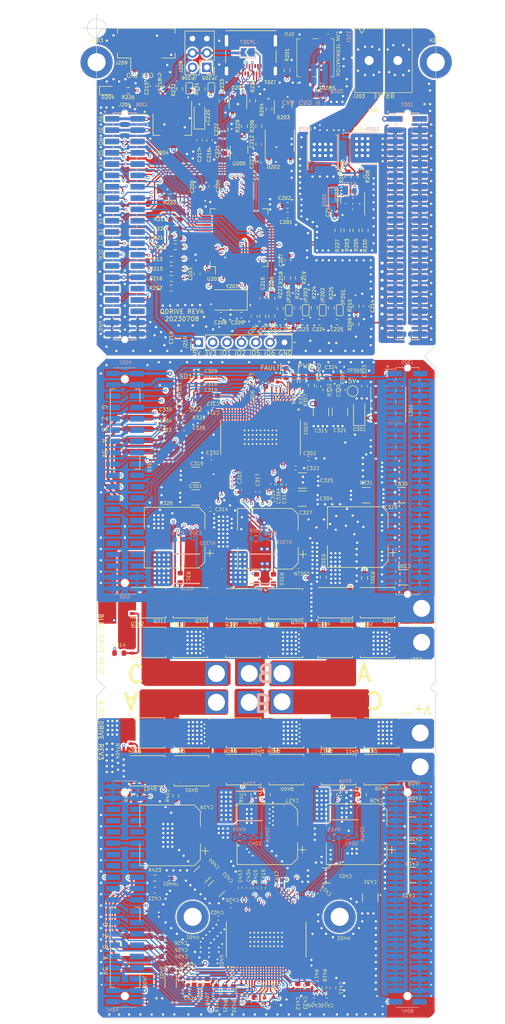
<source format=kicad_pcb>
(kicad_pcb (version 20221018) (generator pcbnew)
  (layers (0 "F.Cu" signal) (1 "In1.Cu" signal) (2 "In2.Cu" signal) (31 "B.Cu" signal) (34 "B.Paste" user) (35 "F.Paste" user) (36 "B.SilkS" user "B.Silkscreen") (37 "F.SilkS" user "F.Silkscreen") (38 "B.Mask" user) (39 "F.Mask" user) (44 "Edge.Cuts" user))
  (net 0 "")
  (net 1 "GND")
  (net 2 "+3V3")
  (net 3 "/main_board/nRST")
  (net 4 "/main_board/OSC_IN")
  (net 5 "/main_board/OSC_OUT")
  (net 6 "GNDA")
  (net 7 "/main_board/VDD_M")
  (net 8 "/main_board/VBUS_S")
  (net 9 "+5VA")
  (net 10 "VPP_M0")
  (net 11 "/M0_board/M0_SN1")
  (net 12 "Net-(U201-VCAP_1)")
  (net 13 "/M0_board/M0_SN2")
  (net 14 "Net-(U201-VCAP_2)")
  (net 15 "Net-(U202-VCC)")
  (net 16 "GVDD_M0")
  (net 17 "/M0_board/M0B_SO1")
  (net 18 "/M0_board/M0B_SO2")
  (net 19 "/M0_board/AVDD_M0")
  (net 20 "/M0_board/DVDD_M0")
  (net 21 "+5V")
  (net 22 "/M0_board/M0_SH_A")
  (net 23 "Net-(D201-K)")
  (net 24 "/M0_board/M0_SH_B")
  (net 25 "/M0_board/M0_SH_C")
  (net 26 "/M0_board/M0B_TEMP")
  (net 27 "/main_board/USB_V")
  (net 28 "/main_board/USB_D+")
  (net 29 "/main_board/USB_D-")
  (net 30 "/main_board/CAN1_H")
  (net 31 "/main_board/CAN1_L")
  (net 32 "/main_board/EN_GATE")
  (net 33 "/main_board/M0_AH")
  (net 34 "/main_board/M0_AL")
  (net 35 "/main_board/M0_BH")
  (net 36 "/main_board/M0_BL")
  (net 37 "/main_board/M0_CH")
  (net 38 "/main_board/M0_CL")
  (net 39 "/main_board/nFAULT")
  (net 40 "/main_board/SPI_MOSI")
  (net 41 "/main_board/SPI_MISO")
  (net 42 "/main_board/SPI_SCK")
  (net 43 "/main_board/M0_nCS")
  (net 44 "/main_board/M0_SO1")
  (net 45 "/main_board/M0_SO2")
  (net 46 "/main_board/M0_TEMP")
  (net 47 "/main_board/M0_ENC_A")
  (net 48 "/main_board/M0_ENC_B")
  (net 49 "/main_board/M0_ENC_Z")
  (net 50 "+48V")
  (net 51 "/main_board/M1_AH")
  (net 52 "/main_board/M1_AL")
  (net 53 "/main_board/M1_BH")
  (net 54 "/main_board/M1_BL")
  (net 55 "/main_board/M1_CH")
  (net 56 "/main_board/M1_CL")
  (net 57 "/main_board/M1_nCS")
  (net 58 "/main_board/M1_SO1")
  (net 59 "/main_board/M1_SO2")
  (net 60 "/main_board/M1_TEMP")
  (net 61 "/main_board/M1_ENC_A")
  (net 62 "/main_board/M1_ENC_B")
  (net 63 "/main_board/M1_ENC_Z")
  (net 64 "/M0_board/M0B_EN_GATE")
  (net 65 "/M0_board/M0B_AH")
  (net 66 "/M0_board/M0B_AL")
  (net 67 "/M0_board/M0B_BH")
  (net 68 "/M0_board/M0B_BL")
  (net 69 "/M0_board/M0B_CH")
  (net 70 "/M0_board/M0B_CL")
  (net 71 "/M0_board/M0BnFAULT")
  (net 72 "3V3A")
  (net 73 "/M0_board/M0B_SPI_MOSI")
  (net 74 "/M0_board/M0B_SPI_MISO")
  (net 75 "/M0_board/M0B_SPI_SCK")
  (net 76 "/M0_board/M0B_nCS")
  (net 77 "/M0_board/M0B_ENC_A")
  (net 78 "/M0_board/M0B_ENC_B")
  (net 79 "/M0_board/M0B_ENC_Z")
  (net 80 "Net-(J210-Pin_4)")
  (net 81 "/M0_board/M0_SL_B")
  (net 82 "Net-(J210-Pin_5)")
  (net 83 "/M0_board/M0_SL_C")
  (net 84 "Net-(J210-Pin_6)")
  (net 85 "Net-(J210-Pin_3)")
  (net 86 "/main_board/BOOT0")
  (net 87 "Net-(R202-Pad1)")
  (net 88 "Net-(U301-SS_TR)")
  (net 89 "Net-(U301-CP1)")
  (net 90 "Net-(U301-CP2)")
  (net 91 "Net-(U301-BST_BK)")
  (net 92 "/M0_board/M0_GH_A")
  (net 93 "/M0_board/M0_GL_A")
  (net 94 "Net-(D301-K)")
  (net 95 "Net-(U301-BST_A)")
  (net 96 "Net-(U301-BST_B)")
  (net 97 "/M0_board/M0_GH_B")
  (net 98 "/M0_board/M0_GL_B")
  (net 99 "/M0_board/M0_GH_C")
  (net 100 "/M0_board/M0_GL_C")
  (net 101 "Net-(U301-BST_C)")
  (net 102 "PGND_MB")
  (net 103 "/M0_board/M0B_PWRGD")
  (net 104 "/M0_board/M0BnOCTW")
  (net 105 "Net-(U301-COMP)")
  (net 106 "/main_board/GPIO_6")
  (net 107 "/main_board/GPIO_7")
  (net 108 "/main_board/GPIO_3")
  (net 109 "/main_board/GPIO_4")
  (net 110 "/main_board/AUX_TEMP")
  (net 111 "/main_board/GPIO_5")
  (net 112 "/main_board/SWDIO")
  (net 113 "/main_board/SWCLK")
  (net 114 "/main_board/CAN_R")
  (net 115 "/main_board/CAN_D")
  (net 116 "Net-(U401-SS_TR)")
  (net 117 "GVDD_M1")
  (net 118 "Net-(U401-CP1)")
  (net 119 "Net-(U401-CP2)")
  (net 120 "Net-(U401-BST_BK)")
  (net 121 "Net-(D401-K)")
  (net 122 "Net-(U401-BST_A)")
  (net 123 "Net-(U401-BST_B)")
  (net 124 "Net-(U401-BST_C)")
  (net 125 "Net-(U401-COMP)")
  (net 127 "Net-(D204-A)")
  (net 128 "Net-(J201-CC1)")
  (net 130 "Net-(J201-CC2)")
  (net 132 "5VB")
  (net 134 "Net-(J204-Pin_25)")
  (net 135 "Net-(J204-Pin_27)")
  (net 139 "/M0_board/M0B_GPIO6")
  (net 140 "/M0_board/M0B_GPIO5")
  (net 147 "Net-(J206-Pin_19)")
  (net 149 "Net-(J206-Pin_25)")
  (net 150 "/main_board/M0_DC_CAL")
  (net 151 "/main_board/M0_PWRGD")
  (net 152 "Net-(J206-Pin_27)")
  (net 153 "/main_board/M1_DC_CAL")
  (net 154 "/main_board/M1_PWRGD")
  (net 155 "Earth")
  (net 158 "/main_board/BRAKE_OUT")
  (net 161 "/M1_board/M1_SN1")
  (net 163 "/M1_board/M1_SN2")
  (net 166 "/M1_board/M1B_SO1")
  (net 167 "/M1_board/M1B_SO2")
  (net 168 "/M1_board/AVDD_M1")
  (net 169 "/M1_board/DVDD_M1")
  (net 170 "Net-(J208-Pin_1)")
  (net 171 "Net-(J208-Pin_2)")
  (net 172 "VPP_M1")
  (net 173 "/M1_board/M1_SH_A")
  (net 174 "Net-(C324-Pad1)")
  (net 175 "/M1_board/M1_SH_B")
  (net 177 "/M1_board/M1_SH_C")
  (net 181 "/M1_board/M1B_TEMP")
  (net 182 "/M1_board/M1B_ENC_A")
  (net 183 "/M1_board/M1B_ENC_B")
  (net 184 "/M1_board/M1B_ENC_Z")
  (net 185 "+5VD")
  (net 186 "3V3B")
  (net 187 "/M1_board/M1B_EN_GATE")
  (net 188 "/M1_board/M1B_SPI_MOSI")
  (net 189 "/M1_board/M1B_AH")
  (net 190 "/M1_board/M1B_SPI_MISO")
  (net 191 "/M1_board/M1B_AL")
  (net 192 "/M1_board/M1B_SPI_SCK")
  (net 193 "/M1_board/M1B_BH")
  (net 194 "/M1_board/M1B_nCS")
  (net 195 "/M1_board/M1B_BL")
  (net 196 "/M1_board/M1B_CH")
  (net 197 "/M1_board/M1B_CL")
  (net 198 "/M1_board/M1BnFAULT")
  (net 199 "/M1_board/M1BnOCTW")
  (net 200 "/M1_board/M1B_PWRGD")
  (net 201 "/M1_board/M1B_GPIO6")
  (net 207 "/M1_board/M1_SL_B")
  (net 209 "/M1_board/M1_SL_C")
  (net 210 "/M1_board/M1_GH_A")
  (net 211 "/M1_board/M1_GL_A")
  (net 213 "Net-(C421-Pad1)")
  (net 215 "/M1_board/M1_GH_B")
  (net 216 "/M1_board/M1_GL_B")
  (net 217 "/M1_board/M1_GH_C")
  (net 218 "/M1_board/M1_GL_C")
  (net 226 "Net-(Q201-G)")
  (net 227 "Net-(Q202-G)")
  (net 228 "/M0_board/M0_SP1")
  (net 229 "/M0_board/M0_SP2")
  (net 230 "/M1_board/M1_SP1")
  (net 231 "/M1_board/M1_SP2")
  (net 232 "Net-(Q301-G)")
  (net 233 "Net-(Q303-G)")
  (net 234 "Net-(Q305-G)")
  (net 235 "Net-(Q307-G)")
  (net 236 "Net-(Q309-G)")
  (net 237 "Net-(Q311-G)")
  (net 238 "Net-(Q401-G)")
  (net 239 "Net-(Q403-G)")
  (net 240 "Net-(Q405-G)")
  (net 241 "Net-(Q407-G)")
  (net 242 "Net-(Q409-G)")
  (net 243 "Net-(Q411-G)")
  (net 244 "Net-(R229-Pad1)")
  (net 245 "/main_board/GPIO_1")
  (net 246 "/main_board/GPIO_2")
  (net 247 "Net-(U203-HI)")
  (net 248 "Net-(U202-S)")
  (net 249 "Net-(U203-LI)")
  (net 250 "/M0_board/M0B_DC_CAL")
  (net 251 "/M1_board/M1B_DC_CAL")
  (net 252 "+3.3VA")
  (net 253 "Net-(U203-HO)")
  (net 254 "M1_3V3A")
  (net 255 "Net-(U203-LO)")
  (net 256 "/main_board/AUX_P")
  (net 257 "/main_board/AUX_N")
  (net 258 "/main_board/GPIO_8")
  (net 259 "Net-(U301-DTC)")
  (net 260 "Net-(U301-RT_CLK)")
  (net 261 "Net-(U301-VSENSE)")
  (net 262 "Net-(U301-SO1)")
  (net 263 "Net-(U301-SO2)")
  (net 264 "Net-(U401-DTC)")
  (net 265 "Net-(U401-RT_CLK)")
  (net 266 "/M1_board/M1B_GPIO5")
  (net 267 "Net-(U401-VSENSE)")
  (net 268 "Net-(U401-SO1)")
  (net 269 "Net-(U401-SO2)")
  (net 273 "PGND_M0")
  (net 274 "PGND_M1")
  (net 275 "/M0_board/M0_SL_A")
  (net 276 "/M1_board/M1_SL_A")
  (net 277 "Net-(U205-Vout)")
  (footprint "qdrive_footprints:JST_PH_B3B-PH-SM4-TB_1x03-1MP_P2.00mm_Vertical" (layer "F.Cu") (at 166.8 49.4)
    (fp_text reference "J209")
    (fp_text value "JST_PH_B3B-PH-SM4-TB")
  )
  (footprint "Capacitor_SMD:C_1210_3225Metric" (layer "F.Cu") (at 206.4 198.6 -90)
    (fp_text reference "C431")
    (fp_text value "10uF 63V ")
  )
  (footprint "Capacitor_SMD:C_0402_1005Metric" (layer "F.Cu") (at 183.3 126.5 90)
    (fp_text reference "C318")
    (fp_text value "0.1uF 50V")
  )
  (footprint "Connector_Wire:SolderWire-2.5sqmm_1x01_D2.4mm_OD3.6mm" (layer "F.Cu") (at 185 159 -90)
    (fp_text reference "J306" hide)
    (fp_text value "Screw_Terminal_01x01" hide)
  )
  (footprint "qdrive_footprints:Crystal_SMD_5032-2Pin_5.0x3.2mm" (layer "F.Cu") (at 181.6 93 180)
    (fp_text reference "Y201")
    (fp_text value "8MHz")
  )
  (footprint "Resistor_SMD:R_0603_1608Metric" (layer "F.Cu") (at 171 74.8 180)
    (fp_text reference "R220")
    (fp_text value "0R")
  )
  (footprint "Resistor_SMD:R_0603_1608Metric" (layer "F.Cu") (at 163.6 56 180)
    (fp_text reference "R226")
    (fp_text value "120R")
  )
  (footprint "Package_TO_SOT_SMD:TDSON-8-1" (layer "F.Cu") (at 198.095 66.9 90)
    (fp_text reference "Q202")
    (fp_text value "CSD18540Q5B")
  )
  (footprint "Resistor_SMD:R_0603_1608Metric" (layer "F.Cu") (at 191.7 52.45 90)
    (fp_text reference "R201")
    (fp_text value "3.3k")
  )
  (footprint "Capacitor_SMD:C_0603_1608Metric" (layer "F.Cu") (at 170.3 207.4 180)
    (fp_text reference "C425")
    (fp_text value "0.1uF 50V")
  )
  (footprint "Package_TO_SOT_SMD:TDSON-8-1" (layer "F.Cu") (at 183.9 153.5)
    (fp_text reference "Q308")
    (fp_text value "HYG025N06LS1C2")
  )
  (footprint "Capacitor_SMD:C_1210_3225Metric" (layer "F.Cu") (at 201.05 112.75 -90)
    (fp_text reference "C321")
    (fp_text value "47uF 16V")
  )
  (footprint "Resistor_SMD:R_0402_1005Metric" (layer "F.Cu") (at 172.6 111.3 -90)
    (fp_text reference "TH301")
    (fp_text value "10k")
  )
  (footprint "Capacitor_SMD:C_1210_3225Metric" (layer "F.Cu") (at 176.7 194.5 -135)
    (fp_text reference "C404")
    (fp_text value "2.2uF 100V")
  )
  (footprint "Resistor_SMD:R_0402_1005Metric" (layer "F.Cu") (at 198.4 108.9 90)
    (fp_text reference "R322")
    (fp_text value "47k 1%")
  )
  (footprint "Resistor_SMD:R_0603_1608Metric" (layer "F.Cu") (at 202.5 71.2 90)
    (fp_text reference "R207")
    (fp_text value "2R2")
  )
  (footprint "Resistor_SMD:R_0603_1608Metric" (layer "F.Cu") (at 196 108.1 -90)
    (fp_text reference "R307")
    (fp_text value "3.3k")
  )
  (footprint "Capacitor_SMD:C_0402_1005Metric" (layer "F.Cu") (at 196.4 216.7)
    (fp_text reference "C409")
    (fp_text value "2200pF")
  )
  (footprint "Capacitor_SMD:C_1210_3225Metric" (layer "F.Cu") (at 194.4 128.1)
    (fp_text reference "C304")
    (fp_text value "2.2uF 100V")
  )
  (footprint "Capacitor_SMD:C_0603_1608Metric" (layer "F.Cu") (at 200.1 77.2 90)
    (fp_text reference "C211")
    (fp_text value "2.2uF 25V")
  )
  (footprint "Resistor_SMD:R_0603_1608Metric" (layer "F.Cu") (at 203.9 97.3 -90)
    (fp_text reference "R209")
    (fp_text value "21k")
  )
  (footprint "Capacitor_SMD:C_0402_1005Metric" (layer "F.Cu") (at 186.5 126.9 90)
    (fp_text reference "C317")
    (fp_text value "0.1uF 50V")
  )
  (footprint "Resistor_SMD:R_0603_1608Metric" (layer "F.Cu") (at 198.1 142 -90)
    (fp_text reference "R302")
    (fp_text value "2R2")
  )
  (footprint "Capacitor_SMD:C_0603_1608Metric" (layer "F.Cu") (at 176.2 64.8 90)
    (fp_text reference "C217")
    (fp_text value "0.1uF 50V")
  )
  (footprint "Capacitor_SMD:C_1210_3225Metric" (layer "F.Cu") (at 179.2 197 -135)
    (fp_text reference "C422")
    (fp_text value "4.7uF 100V")
  )
  (footprint "Capacitor_SMD:C_0603_1608Metric" (layer "F.Cu") (at 178.6 111.5 180)
    (fp_text reference "C311")
    (fp_text value "1uF 35V")
  )
  (footprint "Resistor_SMD:R_0603_1608Metric" (layer "F.Cu") (at 171.2 87.5 180)
    (fp_text reference "R215")
    (fp_text value "3.3k")
  )
  (footprint "Resistor_SMD:R_0603_1608Metric" (layer "F.Cu") (at 173.5 113.8 180)
    (fp_text reference "R323")
    (fp_text value "3.3k")
  )
  (footprint "qdrive_footprints:SolderJumper-2_P1.3mm_Open_RoundedPad1.0x1.5mm" (layer "F.Cu") (at 192 94.8 -90)
    (fp_text reference "JP204")
    (fp_text value "SolderJumper_2_Open")
  )
  (footprint "Capacitor_SMD:C_0603_1608Metric" (layer "F.Cu") (at 186.6 68.725 -90)
    (fp_text reference "C227")
    (fp_text value "1uF 35V")
  )
  (footprint "LED_SMD:LED_0603_1608Metric" (layer "F.Cu") (at 160 56)
    (fp_text reference "D204")
    (fp_text value "LED 1608/RED")
  )
  (footprint "Capacitor_SMD:C_0603_1608Metric" (layer "F.Cu") (at 175.8 88.4 -90)
    (fp_text reference "C203")
    (fp_text value "0.1uF 50V")
  )
  (footprint "Package_SO:SOIC-8_3.9x4.9mm_P1.27mm" (layer "F.Cu") (at 190.4 64.9 90)
    (fp_text reference "U202")
    (fp_text value "TJA1050T")
  )
  (footprint "qdrive_footprints:TB01050802BE" (layer "F.Cu") (at 206.2 50.7)
    (fp_text reference "J203")
    (fp_text value "Screw_Terminal_01x02" hide)
  )
  (footprint "Capacitor_SMD:C_0603_1608Metric" (layer "F.Cu") (at 178 64.8 -90)
    (fp_text reference "C216")
    (fp_text value "1uF 35V")
  )
  (footprint "Capacitor_SMD:C_0603_1608Metric" (layer "F.Cu") (at 170.2 115.8)
    (fp_text reference "C334")
    (fp_text value "0.1uF 50V")
  )
  (footprint "Resistor_SMD:R_0402_1005Metric" (layer "F.Cu") (at 170.8 195.2 180)
    (fp_text reference "TH401")
    (fp_text value "10k")
  )
  (footprint "Capacitor_SMD:C_0402_1005Metric" (layer "F.Cu") (at 187.7 216.8 90)
    (fp_text reference "C406")
    (fp_text value "22nF 50V")
  )
  (footprint "NetTie:NetTie-2_SMD_Pad0.5mm" (layer "F.Cu") (at 195.5 142.1)
    (fp_text reference "NT303")
    (fp_text value "Net-Tie_2")
  )
  (footprint "Connector_Wire:SolderWire-2.5sqmm_1x01_D2.4mm_OD3.6mm" (layer "F.Cu") (at 215.5 153.5 180)
    (fp_text reference "J302")
    (fp_text value "Screw_Terminal_01x01")
  )
  (footprint "Resistor_SMD:R_0402_1005Metric" (layer "F.Cu") (at 176.3 213.5 -90)
    (fp_text reference "R406")
    (fp_text value "18k")
  )
  (footprint "Package_TO_SOT_SMD:TDSON-8-1" (layer "F.Cu") (at 167.2 153.5)
    (fp_text reference "Q312")
    (fp_text value "HYG025N06LS1C2")
  )
  (footprint "Package_TO_SOT_SMD:TDSON-8-1" (layer "F.Cu") (at 184 169.5)
    (fp_text reference "Q408")
    (fp_text value "HYG025N06LS1C2")
  )
  (footprint "Capacitor_SMD:C_0603_1608Metric" (layer "F.Cu") (at 200.5 96.9)
    (fp_text reference "C225")
    (fp_text value "1nF")
  )
  (footprint "Capacitor_SMD:C_0402_1005Metric" (layer "F.Cu") (at 178.3 120.9 180)
    (fp_text reference "C332")
    (fp_text value "100nF 100V")
  )
  (footprint "Package_QFP:LQFP-64_10x10mm_P0.5mm" (layer "F.Cu") (at 183.2 82 90)
    (fp_text reference "U201")
    (fp_text value "STM32F405RGTx")
  )
  (footprint "qdrive_footprints:SolderJumper-2_P1.3mm_Open_RoundedPad1.0x1.5mm" (layer "F.Cu") (at 201 94.8 -90)
    (fp_text reference "JP201")
    (fp_text value "SolderJumper_2_Open")
  )
  (footprint "Resistor_SMD:R_0603_1608Metric" (layer "F.Cu") (at 191.8 89.1 -90)
    (fp_text reference "R218")
    (fp_text value "0R")
  )
  (footprint "Resistor_SMD:R_0603_1608Metric" (layer "F.Cu") (at 171.2 89.2 180)
    (fp_text reference "R216")
    (fp_text value "3.3k")
  )
  (footprint "Capacitor_SMD:C_0402_1005Metric" (layer "F.Cu") (at 193.2 122.7)
    (fp_text reference "C322")
    (fp_text value "100nF 100V")
  )
  (footprint "Resistor_SMD:R_0603_1608Metric" (layer "F.Cu") (at 191.5 105.9 90)
    (fp_text reference "R320")
    (fp_text value "10k")
  )
  (footprint "Capacitor_SMD:C_0402_1005Metric" (layer "F.Cu") (at 186.6 110.2 -90)
    (fp_text reference "C306")
    (fp_text value "22nF 50V")
  )
  (footprint "Connector_Wire:SolderWire-2.5sqmm_1x01_D2.4mm_OD3.6mm" (layer "F.Cu") (at 215.25 169.5 180)
    (fp_text reference "J405")
    (fp_text value "Screw_Terminal_01x01")
  )
  (footprint "Capacitor_SMD:C_1210_3225Metric" (layer "F.Cu") (at 213.8 190.400001)
    (fp_text reference "C430")
    (fp_text value "10uF 63V ")
  )
  (footprint "Resistor_SMD:R_0402_1005Metric" (layer "F.Cu") (at 183.6 214.5 -90)
    (fp_text reference "R404")
    (fp_text value "18k")
  )
  (footprint "Resistor_SMD:R_0603_1608Metric" (layer "F.Cu") (at 200 180.4 90)
    (fp_text reference "R414")
    (fp_text value "2R2")
  )
  (footprint "Package_TO_SOT_SMD:TDSON-8-1" (layer "F.Cu") (at 191.4 146.7)
    (fp_text reference "Q305")
    (fp_text value "HYG025N06LS1C2")
  )
  (footprint "Diode_SMD:D_SOD-123F" (layer "F.Cu") (at 204.45 113 90)
    (fp_text reference "D301")
    (fp_text value "100V 2A SMB")
  )
  (footprint "qdrive_footprints:L_Taiyo-Yuden_NR-60xx" (layer "F.Cu") (at 209.6 111.5 90)
    (fp_text reference "L301")
    (fp_text value "33uH 1.4A")
  )
  (footprint "Capacitor_SMD:C_0603_1608Metric" (layer "F.Cu") (at 191.4 96.9)
    (fp_text reference "C226")
    (fp_text value "1nF")
  )
  (footprint "MountingHole:MountingHole_3.2mm_M3_ISO7380_Pad_TopBottom" (layer "F.Cu") (at 158 51)
    (fp_text reference "H203")
    (fp_text value "MountingHole_Pad")
  )
  (footprint "Resistor_SMD:R_0603_1608Metric" (layer "F.Cu") (at 168.3 195.164999)
    (fp_text reference "R423")
    (fp_text value "3.3k")
  )
  (footprint "MountingHole:MountingHole_3.2mm_M3_ISO7380_Pad_TopBottom" (layer "F.Cu") (at 218 51)
    (fp_text reference "H204")
    (fp_text value "MountingHole_Pad")
  )
  (footprint "Capacitor_SMD:C_0603_1608Metric" (layer "F.Cu") (at 185.9 217 -90)
    (fp_text reference "C407")
    (fp_text value "2.2uF 25V")
  )
  (footprint "Capacitor_SMD:C_0603_1608Metric" (layer "F.Cu") (at 170.2 113.8)
    (fp_text reference "C335")
    (fp_text value "0.1uF 50V")
  )
  (footprint "Capacitor_SMD:C_0603_1608Metric" (layer "F.Cu") (at 180 95.7 180)
    (fp_text reference "C208")
    (fp_text value "20pF")
  )
  (footprint "Resistor_SMD:R_0603_1608Metric" (layer "F.Cu") (at 187.4 95.9 -90)
    (fp_text reference "R228")
    (fp_text value "0R")
  )
  (footprint "Capacitor_SMD:C_0603_1608Metric" (layer "F.Cu") (at 176 73 -90)
    (fp_text reference "C206")
    (fp_text value "0.1uF 50V")
  )
  (footprint "qdrive_footprints:2192MST" (layer "F.Cu") (at 196.7 50.2 180)
    (fp_text reference "SW201")
    (fp_text value "SW_DIP_x02" hide)
  )
  (footprint "Capacitor_SMD:C_1210_3225Metric" (layer "F.Cu") (at 198.6 194.7 180)
    (fp_text reference "C401")
    (fp_text value "2.2uF 100V")
  )
  (footprint "Capacitor_SMD:C_0603_1608Metric" (layer "F.Cu") (at 180.6 66.3 -90)
    (fp_text reference "C221")
    (fp_text value "0.1uF 50V")
  )
  (footprint "Capacitor_SMD:C_0402_1005Metric" (layer "F.Cu") (at 197.4 197.6 135)
    (fp_text reference "C414")
    (fp_text value "100nF 100V")
  )
  (footprint "Capacitor_SMD:C_0402_1005Metric" (layer "F.Cu") (at 187.5 196.9 90)
    (fp_text reference "C416")
    (fp_text value "0.1uF 50V")
  )
  (footprint "Resistor_SMD:R_0603_1608Metric" (layer "F.Cu") (at 179.2 215.1 -90)
    (fp_text reference "R419")
    (fp_text value "10k")
  )
  (footprint "Resistor_SMD:R_0603_1608Metric" (layer "F.Cu") (at 203.9 94.1 -90)
    (fp_text reference "R210")
    (fp_text value "1k")
  )
  (footprint "Capacitor_SMD:C_0805_2012Metric" (layer "F.Cu") (at 180.5 62.9 -90)
    (fp_text reference "C222")
    (fp_text value "4.7uF 50V")
  )
  (footprint "Resistor_SMD:R_0603_1608Metric" (layer "F.Cu") (at 188.5 59.3 -90)
    (fp_text reference "R204")
    (fp_text value "10k")
  )
  (footprint "Capacitor_SMD:C_0402_1005Metric" (layer "F.Cu") (at 176.1 105.6 180)
    (fp_text reference "C309")
    (fp_text value "2200pF")
  )
  (footprint "Capacitor_SMD:C_0603_1608Metric" (layer "F.Cu") (at 199.5 106.8)
    (fp_text reference "C324")
    (fp_text value "270pF")
  )
  (footprint "Resistor_SMD:R_0603_1608Metric" (layer "F.Cu") (at 205.4 142.1 -90)
    (fp_text reference "R301")
    (fp_text value "2R2")
  )
  (footprint "Resistor_SMD:R_0603_1608Metric" (layer "F.Cu") (at 164.7 180.6 90)
    (fp_text reference "R402")
    (fp_text value "2R2")
  )
  (footprint "Resistor_SMD:R_0402_1005Metric" (layer "F.Cu") (at 186.3 107.1 -90)
    (fp_text reference "R303")
    (fp_text value "1k")
  )
  (footprint "Capacitor_SMD:C_0603_1608Metric" (layer "F.Cu") (at 191.8 76.3 180)
    (fp_text reference "C202")
    (fp_text value "0.1uF 50V")
  )
  (footprint "Package_TO_SOT_SMD:TDSON-8-1" (layer "F.Cu") (at 207.7 146.5)
    (fp_text reference "Q301")
    (fp_text value "HYG025N06LS1C2")
  )
  (footprint "Resistor_SMD:R_0603_1608Metric" (layer "F.Cu") (at 186.3 142.3 -90)
    (fp_text reference "R311")
    (fp_text value "2R2")
  )
  (footprint "Capacitor_SMD:C_0603_1608Metric" (layer "F.Cu") (at 174.6 215.3)
    (fp_text reference "C421")
    (fp_text value "270pF")
  )
  (footprint "Capacitor_SMD:C_0402_1005Metric" (layer "F.Cu") (at 190.2 125.6 -90)
    (fp_text reference "C336")
    (fp_text value "0.1uF 50V")
  )
  (footprint "qdrive_footprints:PinSocket_2x20_P2.00mm_Vertical_SMD" (layer "F.Cu") (at 163 80)
    (fp_text reference "J204")
    (fp_text value "X4621FVS-2x20-C43D65" hide)
  )
  (footprint "Capacitor_SMD:C_0603_1608Metric" (layer "F.Cu") (at 194.4 96.9 180)
    (fp_text reference "C223")
    (fp_text value "1nF")
  )
  (footprint "Capacitor_SMD:C_1210_3225Metric" (layer "F.Cu") (at 213.8 194.6)
    (fp_text reference "C418")
    (fp_text value "4.7uF 100V")
  )
  (footprint "Capacitor_SMD:C_0603_1608Metric" (layer "F.Cu") (at 170.4 55.2 90)
    (fp_text reference "C218")
    (fp_text value "1uF 35V")
  )
  (footprint "Resistor_SMD:R_0402_1005Metric" (layer "F.Cu") (at 176.1 107.8 180)
    (fp_text reference "R318")
    (fp_text value "22R 1%")
  )
  (footprint "Package_TO_SOT_SMD:TDSON-8-1" (layer "F.Cu") (at 174.8 169.499999)
    (fp_text reference "Q402")
    (fp_text value "HYG025N06LS1C2")
  )
  (footprint "Package_TO_SOT_SMD:TDSON-8-1" (layer "F.Cu") (at 208.395 176)
    (fp_text reference "Q409")
    (fp_text value "HYG025N06LS1C2")
  )
  (footprint "Resistor_SMD:R_0603_1608Metric" (layer "F.Cu") (at 193 107.4 90)
    (fp_text reference "R321")
    (fp_text value "10k")
  )
  (footprint "Resistor_SMD:R_0603_1608Metric" (layer "F.Cu") (at 171.2 90.9 180)
    (fp_text reference "R217")
    (fp_text value "3.3k")
  )
  (footprint "Capacitor_SMD:C_0603_1608Metric" (layer "F.Cu") (at 199.8 214.6 -90)
    (fp_text reference "C411")
    (fp_text value "1uF 35V")
  )
  (footprint "Package_TO_SOT_SMD:TDSON-8-1" (layer "F.Cu") (at 200.8 176)
    (fp_text reference "Q411")
    (fp_text value "HYG025N06LS1C2")
  )
  (footprint "Resistor_SMD:R_0603_1608Metric" (layer "F.Cu") (at 184.15 62.3 -90)
    (fp_text reference "R229")
    (fp_text value "0R")
  )
  (footprint "Capacitor_SMD:C_0603_1608Metric" (layer "F.Cu") (at 173.5 115.6)
    (fp_text reference "C326")
    (fp_text value "2.2uF 25V")
  )
  (footprint "Resistor_SMD:R_0402_1005Metric" (layer "F.Cu") (at 198.3 214.5 -90)
    (fp_text reference "R418")
    (fp_text value "22R 1%")
  )
  (footprint "Capacitor_SMD:C_0402_1005Metric" (layer "F.Cu") (at 184.9 196.9 90)
    (fp_text reference "C434")
    (fp_text value "0.1uF 50V")
  )
  (footprint "Connector_Wire:SolderWire-2.5sqmm_1x01_D2.4mm_OD3.6mm" (layer "F.Cu") (at 179.2 159)
    (fp_text reference "J307" hide)
    (fp_text value "Screw_Terminal_01x01")
  )
  (footprint "qdrive_footprints:PinHeader_2x20_P2.0mm_Vertical_SMD_877594051" (layer "F.Cu") (at 213 80 -90)
    (fp_text reference "J205")
    (fp_text value "X4621WVS-2x20I-C40D64" hide)
  )
  (footprint "qdrive_footprints:JST_PH_B5B-PH-SM4-TB_1x05-1MP_P2.00mm_Vertical" (layer "F.Cu") (at 164.8 115.8 90)
    (fp_text reference "J303")
    (fp_text value "Conn_01x05_MountingPin")
  )
  (footprint "Resistor_SMD:R_0603_1608Metric" (layer "F.Cu") (at 188.2 180.4 90)
    (fp_text reference "R410")
    (fp_text value "2R2")
  )
  (footprint "Package_TO_SOT_SMD:TDSON-8-1" (layer "F.Cu") (at 167 169.499999)
    (fp_text reference "Q404")
    (fp_text value "HYG025N06LS1C2")
  )
  (footprint "Resistor_SMD:R_0603_1608Metric" (layer "F.Cu") (at 180.7 215.1 -90)
    (fp_text reference "R421")
    (fp_text value "10k")
  )
  (footprint "Capacitor_SMD:CP_Elec_10x14.3" (layer "F.Cu") (at 171 187.6 180)
    (fp_text reference "C429")
    (fp_text value "220uF 50V")
  )
  (footprint "Capacitor_SMD:C_1210_3225Metric" (layer "F.Cu") (at 175.5 127.9 180)
    (fp_text reference "C301")
    (fp_text value "2.2uF 100V")
  )
  (footprint "Capacitor_SMD:C_0603_1608Metric" (layer "F.Cu") (at 178.4 72.9 -90)
    (fp_text reference "C205")
    (fp_text value "2.2uF 25V")
  )
  (footprint "Resistor_SMD:R_0603_1608Metric" (layer "F.Cu") (at 200.7 80.7 -90)
    (fp_text reference "R227")
    (fp_text value "3.3k")
  )
  (footprint "Resistor_SMD:R_0402_1005Metric" (layer "F.Cu") (at 190 107 90)
    (fp_text reference "R304")
    (fp_text value "18k")
  )
  (footprint "Connector_Wire:SolderWire-2.5sqmm_1x01_D2.4mm_OD3.6mm" (layer "F.Cu") (at 185 164.1)
    (fp_text reference "J402" hide)
    (fp_text value "Screw_Terminal_01x01")
  )
  (footprint "Capacitor_SMD:C_0603_1608Metric" (layer "F.Cu") (at 183.6 95.7)
    (fp_text reference "C209")
    (fp_text value "20pF")
  )
  (footprint "Capacitor_SMD:C_0603_1608Metric" (layer "F.Cu") (at 191.8 86 90)
    (fp_text reference "C207")
    (fp_text value "0.1uF 50V")
  )
  (footprint "Capacitor_SMD:C_0402_1005Metric" (layer "F.Cu") (at 200 108.9 90)
    (fp_text reference "C320")
    (fp_text value "82pF")
  )
  (footprint "Resistor_SMD:R_0603_1608Metric" (layer "F.Cu") (at 203.9 80.7 90)
    (fp_text reference "R205")
    (fp_text value "0R")
  )
  (footprint "Capacitor_SMD:C_1210_3225Metric" (layer "F.Cu") (at 205.7 127.5 180)
    (fp_text reference "C331")
    (fp_text value "10uF 63V ")
  )
  (footprint "Resistor_SMD:R_0603_1608Metric" (layer "F.Cu") (at 177.6 213.8 90)
    (fp_text reference "R407")
    (fp_text value "3.3k")
  )
  (footprint "Capacitor_SMD:C_0603_1608Metric" (layer "F.Cu") (at 170.3 205.8 180)
    (fp_text reference "C426")
    (fp_text value "0.1uF 50V")
  )
  (footprint "Capacitor_SMD:C_0402_1005Metric" (layer "F.Cu") (at 175.2 213.5 -90)
    (fp_text reference "C419")
    (fp_text value "82pF")
  )
  (footprint "Capacitor_SMD:CP_Elec_10x14.3" (layer "F.Cu") (at 204 187.4 180)
    (fp_text reference "C428")
    (fp_text value "220uF 50V")
  )
  (footprint "Connector_Wire:SolderWire-2.5sqmm_1x01_D2.4mm_OD3.6mm" (layer "F.Cu") (at 215.25 175.5)
    (fp_text reference "J409")
    (fp_text value "Screw_Terminal_01x01")
  )
  (footprint "Package_TO_SOT_SMD:TDSON-8-1" (layer "F.Cu") (at 204.7 66.15)
    (fp_text reference "Q204")
    (fp_text value "CSD18540Q5B")
  )
  (footprint "Package_TO_SOT_SMD:TDSON-8-1" (layer "F.Cu") (at 191.6 176)
    (fp_text reference "Q405")
    (fp_text value "HYG025N06LS1C2")
  )
  (footprint "Capacitor_SMD:C_0402_1005Metric" (layer "F.Cu") (at 186.1 196.9 90)
    (fp_text reference "C415")
    (fp_text value "0.1uF 50V")
  )
  (footprint "Connector_PinHeader_2.54mm:PinHeader_1x07_P2.54mm_Vertical" (layer "F.Cu") (at 176 100.5 90)
    (fp_text reference "J210")
    (fp_text value "NC_Conn_01x07_Female" hide)
  )
  (footprint "Package_TO_SOT_SMD:TDSON-8-1" (layer "F.Cu") (at 200.8 169.5)
    (fp_text reference "Q412")
    (fp_text value "HYG025N06LS1C2")
  )
  (footprint "Capacitor_SMD:C_1210_3225Metric" (layer "F.Cu") (at 175.5 123.9 180)
    (fp_text reference "C319")
    (fp_text value "4.7uF 100V")
  )
  (footprint "qdrive_footprints:SOP50P810X120-57N" (layer "F.Cu") (at 188 205.999999 90)
    (fp_text reference "U401")
    (fp_text value "DRV8301DCAR")
  )
  (footprint "Resistor_SMD:R_0402_1005Metric" (layer "F.Cu") (at 196.9 214.6 -90)
    (fp_text reference "R417")
    (fp_text value "22R 1%")
  )
  (footprint "Resistor_SMD:R_0603_1608Metric" (layer "F.Cu") (at 205.2 180.4 90)
    (fp_text reference "R413")
    (fp_text value "2R2")
  )
  (footprint "Resistor_SMD:R_0603_1608Metric" (layer "F.Cu") (at 202.3 80.7 90)
    (fp_text reference "R203")
    (fp_text value "0R")
  )
  (footprint "Capacitor_SMD:C_0402_1005Metric" (layer "F.Cu") (at 198.7 216.7 180)
    (fp_text reference "C410")
    (fp_text value "2200pF")
  )
  (footprint "MountingHole:MountingHole_3.2mm_M3_ISO7380_Pad" (layer "F.Cu") (at 175 202)
    (fp_text reference "H401")
    (fp_text value "MountingHole_Pad")
  )
  (footprint "qdrive_footprints:SolderJumper-2_P1.3mm_Open_RoundedPad1.0x1.5mm" (layer "F.Cu") (at 198 94.8 -90)
    (fp_text reference "JP202")
    (fp_text value "SolderJumper_2_Open")
  )
  (footprint "Capacitor_SMD:C_0603_1608Metric" (layer "F.Cu") (at 168 55.2 90)
    (fp_text reference "C215")
    (fp_text value "1uF 35V")
  )
  (footprint "Resistor_SMD:R_0603_1608Metric" (layer "F.Cu") (at 171.2 85.8 180)
    (fp_text reference "R213")
    (fp_text value "3.3k")
  )
  (footprint "Resistor_SMD:R_0603_1608Metric" (layer "F.Cu") (at 185.6 57.8 90)
    (fp_text reference "R234")
    (fp_text value "5.1K")
  )
  (footprint "Resistor_SMD:R_0603_1608Metric" (layer "F.Cu") (at 205.5 80.7 -90)
    (fp_text reference "R230")
    (fp_text value "3.3k")
  )
  (footprint "Package_TO_SOT_SMD:TDSON-8-1" (layer "F.Cu") (at 191.4 153.5)
    (fp_text reference "Q306")
    (fp_text value "HYG025N06LS1C2")
  )
  (footprint "Capacitor_SMD:C_0603_1608Metric" (layer "F.Cu") (at 186.7 65.5 90)
    (fp_text reference "C212")
    (fp_text value "0.1uF 50V")
  )
  (footprint "Resistor_SMD:R_0603_1608Metric" (layer "F.Cu") (at 189 92.7 -90)
    (fp_text reference "R236")
    (fp_text value "0R")
  )
  (footprint "Capacitor_SMD:C_0402_1005Metric" (layer "F.Cu") (at 191.2 125.6 -90)
    (fp_text reference "C313")
    (fp_text value "0.1uF 50V")
  )
  (footprint "TestPoint:TestPoint_Pad_D1.5mm" (layer "F.Cu") (at 203.3 109.1)
    (fp_text reference "TP305")
    (fp_text value "TestPoint")
  )
  (footprint "Resistor_SMD:R_0402_1005Metric" (layer "F.Cu") (at 174.2 213.5 -90)
    (fp_text reference "R422")
    (fp_text value "47k 1%")
  )
  (footprint "Resistor_SMD:R_0603_1608Metric" (layer "F.Cu") (at 193.7 89.1 -90)
    (fp_text reference "R219")
    (fp_text value "0R")
  )
  (footprint "Resistor_SMD:R_0603_1608Metric" (layer "F.Cu") (at 182.2 215.1 -90)
    (fp_text reference "R420")
    (fp_text value "10k")
  )
  (footprint "Package_TO_SOT_SMD:SOT-23" (layer "F.Cu") (at 183.2 66.45 90)
    (fp_text reference "U205")
    (fp_text value "NCP51460SN33T1G")
  )
  (footprint "Connector_Wire:SolderWire-2.5sqmm_1x01_D2.4mm_OD3.6mm" (layer "F.Cu") (at 215.5 147.5)
    (fp_text reference "J309")
    (fp_text value "Screw_Terminal_01x01")
  )
  (footprint "Resistor_SMD:R_0402_1005Metric" (layer "F.Cu") (at 189.3 216.8 90)
    (fp_text reference "R403")
    (fp_text value "1k")
  )
  (footprint "Resistor_SMD:R_0603_1608Metric" (layer "F.Cu") (at 172.8 142.1 -90)
    (fp_text reference "R313")
    (fp_text value "2R2")
  )
  (footprint "Connector_Wire:SolderWire-2.5sqmm_1x01_D2.4mm_OD3.6mm" (layer "F.Cu") (at 179.2 164.1)
    (fp_text reference "J401" hide)
    (fp_text value "Screw_Terminal_01x01")
  )
  (footprint "Capacitor_SMD:C_0603_1608Metric" (layer "F.Cu") (at 187.4 92.7 90)
    (fp_text reference "C210")
    (fp_text value "0.1uF 50V")
  )
  (footprint "Capacitor_SMD:C_0603_1608Metric" (layer "F.Cu") (at 195.3 214.6 -90)
    (fp_text reference "C433")
    (fp_text value "0.1uF 50V")
  )
  (footprint "MountingHole:MountingHole_3.2mm_M3_ISO7380_Pad_TopBottom" (layer "F.Cu") (at 201 202)
    (fp_text reference "H402")
    (fp_text value "MountingHole_Pad")
  )
  (footprint "Resistor_SMD:R_0603_1608Metric" (layer "F.Cu") (at 172 180.6 90)
    (fp_text reference "R401")
    (fp_text value "2R2")
  )
  (footprint "Resistor_SMD:R_0402_1005Metric" (layer "F.Cu") (at 197.3 108.3 90)
    (fp_text reference "R306")
    (fp_text value "18k")
  )
  (footprint "Connector_PinHeader_2.54mm:PinHeader_2x03_P2.54mm_Vertical" (layer "F.Cu") (at 177.5 51.9 180)
    (fp_text reference "J208")
    (fp_text value "NC_Conn_02x03_Odd_Even")
  )
  (footprint "Resistor_SMD:R_0603_1608Metric" (layer "F.Cu") (at 186.7 62.3 -90)
    (fp_text reference "R206")
    (fp_text value "0R")
  )
  (footprint "Package_TO_SOT_SMD:TDSON-8-1" (layer "F.Cu") (at 184 176)
    (fp_text reference "Q407")
    (fp_text value "HYG025N06LS1C2")
  )
  (footprint "Capacitor_SMD:C_0402_1005Metric" (layer "F.Cu") (at 190.8 196.000001 90)
    (fp_text reference "C417")
    (fp_text value "0.1uF 50V")
  )
  (footprint "Capacitor_SMD:C_1210_3225Metric" (layer "F.Cu") (at 194.4 124.9)
    (fp_text reference "C325")
    (fp_text value "4.7uF 100V")
  )
  (footprint "Capacitor_SMD:C_0603_1608Metric" (layer "F.Cu") (at 172.4 99.7 -90)
    (fp_text reference "C219")
    (fp_text value "1uF 35V")
  )
  (footprint "Capacitor_SMD:C_1210_3225Metric" (layer "F.Cu") (at 211.9 127.5)
    (fp_text reference "C330")
    (fp_text value "4.7uF 100V")
  )
  (footprint "Package_TO_SOT_SMD:TDSON-8-1" (layer "F.Cu") (at 191.6 169.5)
    (fp_text reference "Q406")
    (fp_text value "HYG025N06LS1C2")
  )
  (footprint "Capacitor_SMD:C_1210_3225Metric" (layer "F.Cu") (at 212.4 142)
    (fp_text reference "C308")
    (fp_text value "2.2uF 100V")
  )
  (footprint "Resistor_SMD:R_0603_1608Metric" (layer "F.Cu") (at 162 155.4)
    (fp_text reference "R314")
    (fp_text value "2R2")
  )
  (footprint "Resistor_SMD:R_0402_1005Metric" (layer "F.Cu") (at 172.9 213.3 -90)
    (fp_text reference "R405")
    (fp_text value "220K")
  )
  (footprint "Capacitor_SMD:CP_Elec_10x14.3" (layer "F.Cu") (at 188.2 187.4 180)
    (fp_text reference "C427")
    (fp_text value "220uF 50V")
  )
  (footprint "Capacitor_SMD:C_0402_1005Metric" (layer "F.Cu") (at 176.1 108.9 180)
    (fp_text reference "C310")
    (fp_text value "2200pF")
  )
  (footprint "Resistor_SMD:R_0402_1005Metric" (layer "F.Cu") (at 201.6 108.9 90)
    (fp_text reference "R305")
    (fp_text value "220K")
  )
  (footprint "Capacitor_SMD:C_0402_1005Metric" (layer "F.Cu") (at 189.2 125.6 90)
    (fp_text reference "C316")
    (fp_text value "0.1uF 50V")
  )
  (footprint "Resistor_SMD:R_0402_1005Metric" (layer "F.Cu") (at 176.1 106.7 180)
    (fp_text reference "R317")
    (fp_text value "22R 1%")
  )
  (footprint "Resistor_SMD:R_0603_1608Metric" (layer "F.Cu") (at 171.9 82 180)
    (fp_text reference "R214")
    (fp_text value "3.3k")
  )
  (footprint "qdrive_footprints:SOP50P810X120-57N" (layer "F.Cu") (at 187 117.25 -90)
    (fp_text reference "U301")
    (fp_text value "DRV8301DCAR")
  )
  (footprint "Capacitor_SMD:C_0603_1608Metric" (layer "F.Cu") (at 187.9 107.5 -90)
    (fp_text reference "C307")
    (fp_text value "2.2uF 25V")
  )
  (footprint "Resistor_SMD:R_0603_1608Metric" (layer "F.Cu") (at 171.9 80.4 180)
    (fp_text reference "R221")
    (fp_text value "0R")
  )
  (footprint "qdrive_footprints:SolderJumper-2_P1.3mm_Open_RoundedPad1.0x1.5mm" (layer "F.Cu") (at 178.3 55.6 90)
    (fp_text reference "JP205")
    (fp_text value "SolderJumper_2_Open")
  )
  (footprint "Capacitor_SMD:C_0603_1608Metric" (layer "F.Cu") (at 191.8 78 180)
    (fp_text reference "C201")
    (fp_text value "2.2uF 25V")
  )
  (footprint "Capacitor_SMD:C_0603_1608Metric" (layer "F.Cu") (at 205.4 108.2 90)
    (fp_text reference "C323")
    (fp_text value "1uF 35V")
  )
  (footprint "qdrive_footprints:SolderJumper-2_P1.3mm_Open_RoundedPad1.0x1.5mm" (layer "F.Cu") (at 174.4 55.6 -90)
    (fp_text reference "JP206")
    (fp_text value "SolderJumper_2_Open")
  )
  (footprint "Capacitor_SMD:C_0603_1608Metric" (layer "F.Cu") (at 170.3 209 180)
    (fp_text reference "C424")
    (fp_text value "0.1uF 50V")
  )
  (footprint "Capacitor_SMD:C_0603_1608Metric" (layer "F.Cu") (at 168.3 197.3 180)
    (fp_text reference "C423")
    (fp_text value "2.2uF 25V")
  )
  (footprint "Capacitor_SMD:C_0402_1005Metric" (layer "F.Cu") (at 183.4 196.9 90)
    (fp_text reference "C413")
    (fp_text value "0.1uF 50V")
  )
  (footprint "Resistor_SMD:R_0603_1608Metric" (layer "F.Cu") (at 180.2 57.8 90)
    (fp_text reference "R233")
    (fp_text value "5.1K")
  )
  (footprint "Package_TO_SOT_SMD:TDSON-8-1" (layer "F.Cu") (at 208.4 169.5)
    (fp_text reference "Q410")
    (fp_text value "HYG025N06LS1C2")
  )
  (footprint "Capacitor_SMD:C_0603_1608Metric" (layer "F.Cu") (at 205.7 94.1 90)
    (fp_text reference "C214")
    (fp_text value "270pF")
  )
  (footprint "Capacitor_SMD:C_0603_1608Metric" (layer "F.Cu") (at 193.6 214.6 -90)
    (fp_text reference "C412")
    (fp_text value "1uF 35V")
  )
  (footprint "Resistor_SMD:R_0603_1608Metric" (layer "F.Cu") (at 204.75 71.2 90)
    (fp_text reference "R208")
    (fp_text value "2R2")
  )
  (footprint "Package_TO_SOT_SMD:TDSON-8-1" (layer "F.Cu") (at 200.2 153.5)
    (fp_text reference "Q304")
    (fp_text value "HYG025N06LS1C2")
  )
  (footprint "Resistor_SMD:R_0603_1608Metric" (layer "F.Cu") (at 171.9 78.8 180)
    (fp_text reference "R211")
    (fp_text value "0R")
  )
  (footprint "Capacitor_SMD:CP_Elec_10x14.3" (layer "F.Cu") (at 204.2 134.9 180)
    (fp_text reference "C329")
    (fp_text value "220uF 50V")
  )
  (footprint "Resistor_SMD:R_0603_1608Metric" (layer "F.Cu") (at 196.5 94.4 -90)
    (fp_text reference "R224")
    (fp_text value "3.3k")
  )
  (footprint "Resistor_SMD:R_0603_1608Metric" (layer "F.Cu") (at 193.5 94.4 -90)
    (fp_text reference "R223")
    (fp_text value "3.3k")
  )
  (footprint "Resistor_SMD:R_0603_1608Metric" (layer "F.Cu") (at 190.5 94.5 -90)
    (fp_text reference "R222")
    (fp_text value "3.3k")
  )
  (footprint "Diode_SMD:D_SOD-123F" (layer "F.Cu") (at 171.1 212.9 -90)
    (fp_text reference "D401")
    (fp_text value "100V 2A SMB")
  )
  (footprint "Package_TO_SOT_SMD:TDSON-8-1" (layer "F.Cu") (at 174.6 153.5)
    (fp_text reference "Q310")
    (fp_text value "HYG025N06LS1C2")
  )
  (footprint "Resistor_SMD:R_0603_1608Metric" (layer "F.Cu") (at 176.7 55.7 90)
    (fp_text reference "R231")
    (fp_text value "3.3k")
  )
  (footprint "Capacitor_SMD:C_0603_1608Metric" (layer "F.Cu") (at 185.9 95.9 -90)
    (fp_text reference "C204")
    (fp_text value "0.1uF 50V")
  )
  (footprint "qdrive_footprints:JST_PH_B5B-PH-SM4-TB_1x05-1MP_P2.00mm_Vertical" (layer "F.Cu") (at 164.800001 207.4 90)
    (fp_text reference "J406")
    (fp_text value "Conn_01x05_MountingPin")
  )
  (footprint "Resistor_SMD:R_0603_1608Metric" (layer "F.Cu") (at 171.9 83.6 180)
    (fp_text reference "R212")
    (fp_text value "3.3k")
  )
  (footprint "Package_TO_SOT_SMD:TDSON-8-1" (layer "F.Cu") (at 207.7 153.5)
    (fp_text reference "Q302")
    (fp_text value "HYG025N06LS1C2")
  )
  (footprint "Resistor_SMD:R_0603_1608Metric" (layer "F.Cu") (at 172.7 55.7 -90)
    (fp_text reference "R232")
    (fp_text value "3.3k")
  )
  (footprint "Capacitor_SMD:C_0402_1005Metric" (layer "F.Cu") (at 213.2 197.2)
    (fp_text reference "C432")
    (fp_text value "100nF 100V")
  )
  (footprint "Capacitor_SMD:C_0402_1005Metric" (layer "F.Cu") (at 178.1 130)
    (fp_text reference "C314")
    (fp_text value "100nF 100V")
  )
  (footprint "qdrive_footprints:SolderJumper-2_P1.3mm_Open_RoundedPad1.0x1.5mm" (layer "F.Cu") (at 195 94.8 -90)
    (fp_text reference "JP203")
    (fp_text value "SolderJumper_2_Open")
  )
  (footprint "Resistor_SMD:R_0603_1608Metric" (layer "F.Cu") (at 199.5 94.4 -90)
    (fp_text reference "R225")
    (fp_text value "3.3k")
  )
  (footprint "Package_TO_SOT_SMD:SOT-223" (layer "F.Cu") (at 171.4 62 -90)
    (fp_text reference "U204")
    (fp_text value "LM1117-3.3")
  )
  (footprint "Capacitor_SMD:C_0603_1608Metric" (layer "F.Cu") (at 197.4 96.9)
    (fp_text reference "C224")
    (fp_text value "1nF")
  )
  (footprint "Resistor_SMD:R_0603_1608Metric" (layer "F.Cu") (at 184.8 180.4 90)
    (fp_text reference "R411")
    (fp_text value "2R2")
  )
  (footprint "Capacitor_SMD:C_0402_1005Metric" (layer "F.Cu") (at 179.525 202.2)
    (fp_text reference "C402")
    (fp_text value "15nF")
  )
  (footprint "Capacitor_SMD:CP_Elec_10x14.3" (layer "F.Cu") (at 188.3 135.2 180)
    (fp_text reference "C327")
    (fp_text value "220uF 50V")
  )
  (footprint "Capacitor_SMD:C_0603_1608Metric" (layer "F.Cu") (at 170.1 117.4)
    (fp_text reference "C333")
    (fp_text value "0.1uF 50V")
  )
  (footprint "Package_TO_SOT_SMD:TDSON-8-1" (layer "F.Cu") (at 167 176.2)
    (fp_text reference "Q403")
    (fp_text value "HYG025N06LS1C2")
  )
  (footprint "Capacitor_Tantalum_SMD:CP_EIA-3216-18_Kemet-A" (layer "F.Cu") (at 176.2 60.5 90)
    (fp_text reference "C220")
    (fp_text value "10uF/10V")
  )
  (footprint "qdrive_footprints:MOLEX_105450-0101" (layer "F.Cu") (at 185.3 49.2 180)
    (fp_text reference "J201")
    (fp_text value "USB4120-03-C")
  )
  (footprint "NetTie:NetTie-2_SMD_Pad0.5mm" (layer "F.Cu") (at 162.8 172.700001 -90)
    (fp_text reference "NT404")
    (fp_text value "Net-Tie_2")
  )
  (footprint "Capacitor_SMD:C_0402_1005Metric" (layer "F.Cu") (at 195.5 121)
    (fp_text reference "C302")
    (fp_text value "15nF")
  )
  (footprint "Connector_Wire:SolderWire-2.5sqmm_1x01_D2.4mm_OD3.6mm" (layer "F.Cu") (at 190.8 164.000001)
    (fp_text reference "J403" hide)
    (fp_text value "Screw_Terminal_01x01")
  )
  (footprint "Package_TO_SOT_SMD:TDSON-8-1" (layer "F.Cu") (at 184 146.7)
    (fp_text reference "Q307")
    (fp_text value "HYG025N06LS1C2")
  )
  (footprint "qdrive_footprints:WSON-8-1EP_4x4mm_P0.8mm_EP2.6x3mm_ThermalVias" (layer "F.Cu") (at 203.3 76 90)
    (fp_text reference "U203")
    (fp_text value "LM5109BSD")
  )
  (footprint "Package_TO_SOT_SMD:TDSON-8-1" (layer "F.Cu") (at 167.2 146.5)
    (fp_text reference "Q311")
    (fp_text value "HYG025N06LS1C2")
  )
  (footprint "Package_TO_SOT_SMD:SOT-23" (layer "F.Cu") (at 191 58.4 90)
    (fp_text reference "D203")
    (fp_text value "SP0502BAHT")
  )
  (footprint "Capacitor_SMD:C_1210_3225Metric" (layer "F.Cu") (at 197.7 112.8 -90)
    (fp_text reference "C315")
    (fp_text value "47uF 16V")
  )
  (footprint "Capacitor_SMD:C_1210_3225Metric" (layer "F.Cu") (at 213.799999 183)
    (fp_text reference "C408")
    (fp_text value "2.2uF 100V")
  )
  (footprint "Connector_Wire:SolderWire-2.5sqmm_1x01_D2.4mm_OD3.6mm" (layer "F.Cu") (at 190.8 159 180)
    (fp_text reference "J301" hide)
    (fp_text value "Screw_Terminal_01x01")
  )
  (footprint "Resistor_SMD:R_0603_1608Metric" (layer "F.Cu") (at 194.5 107.4 90)
    (fp_text reference "R319")
    (fp_text value "10k")
  )
  (footprint "Capacitor_SMD:CP_Elec_10x14.3" (layer "F.Cu") (at 171.8 135 180)
    (fp_text reference "C328")
    (fp_text value "220uF 50V")
  )
  (footprint "Capacitor_SMD:C_0402_1005Metric" (layer "F.Cu") (at 181.8 200 180)
    (fp_text reference "C420")
    (fp_text value "100nF 100V")
  )
  (footprint "Resistor_SMD:R_0603_1608Metric" (layer "F.Cu") (at 189.3 142.3 -90)
    (fp_text reference "R310")
    (fp_text value "2R2")
  )
  (footprint "Package_TO_SOT_SMD:SOT-23-6" (layer "F.Cu") (at 183 58.4 -90)
    (fp_text reference "D202")
    (fp_text value "ESDA6V1BC6")
  )
  (footprint "Package_TO_SOT_SMD:TDSON-8-1" (layer "F.Cu") (at 200.25 146.5)
    (fp_text reference "Q303")
    (fp_text value "HYG025N06LS1C2")
  )
  (footprint "Package_TO_SOT_SMD:TDSON-8-1" (layer "F.Cu") (at 174.8 176.2)
    (fp_text reference "Q401")
    (fp_text value "HYG025N06LS1C2")
  )
  (footprint "Capacitor_SMD:C_0603_1608Metric" (layer "F.Cu") (at 178.6 109.9 180)
    (fp_text reference "C312")
    (fp_text value "1uF 35V")
  )
  (footprint "Package_TO_SOT_SMD:TDSON-8-1" (layer "F.Cu") (at 174.6 146.5)
    (fp_text reference "Q309")
    (fp_text value "HYG025N06LS1C2")
  )
  (footprint "Resistor_SMD:R_0603_1608Metric" (layer "F.Cu") (at 189 95.9 90)
    (fp_text reference "R235")
    (fp_text value "0R/NC")
  )
  (footprint "qdrive_footprints:WSLP3921L5000FEA" (layer "B.Cu") (at 185 182.4 180)
    (fp_text reference "R412")
    (fp_text value "500uOhm 10W 1%" hide)
  )
  (footprint "qdrive_footprints:JST_S3B-PH-SM4-TB" (layer "B.Cu") (at 196.4 53.075 180)
    (fp_text reference "J211")
    (fp_text value "S3B-PH-SM4-TB(LF)(SN)")
  )
  (footprint "Capacitor_SMD:C_0603_1608Metric" (layer "B.Cu") (at 202.8 73.7625 180)
    (fp_text reference "C213")
    (fp_text value "0.1uF 50V")
  )
  (footprint "Capacitor_SMD:C_0402_1005Metric" (layer "B.Cu") (at 188.7 135.2 180)
    (fp_text reference "C303")
    (fp_text value "2200pF")
  )
  (footprint "qdrive_footprints:PinSocket_2x20_P2.00mm_Vertical_SMD" (layer "B.Cu") (at 163 80 180)
    (fp_text reference "J206")
    (fp_text value "X4621FVS-2x20-C43D65" hide)
  )
  (footprint "qdrive_footprints:PinHeader_2x20_P2.0mm_Vertical_SMD_877594051" (layer "B.Cu") (at 213 198 90)
    (fp_text reference "J408")
    (fp_text value "X4621WVS-2x20I-C40D64" hide)
  )
  (footprint "qdrive_footprints:PinSocket_2x20_P2.00mm_Vertical_SMD" (layer "B.Cu") (at 213 125 180)
    (fp_text reference "J305")
    (fp_text value "X4621FVS-2x20-C43D65")
  )
  (footprint "qdrive_footprints:PinSocket_2x20_P2.00mm_Vertical_SMD" (layer "B.Cu") (at 213 80 180)
    (fp_text reference "J207")
    (fp_text value "X4621FVS-2x20-C43D65" hide)
  )
  (footprint "qdrive_footprints:WSLP3921L5000FEA" (layer "B.Cu") (at 187.5 140.5 180)
    (fp_text reference "R312")
    (fp_text value "500uOhm 10W 1%" hide)
  )
  (footprint "Resistor_SMD:R_0603_1608Metric" (layer "B.Cu") (at 172.6 135.3 180)
    (fp_text reference "R315")
    (fp_text value "120R")
  )
  (footprint "Jumper:SolderJumper-2_P1.3mm_Open_TrianglePad1.0x1.5mm" (layer "B.Cu") (at 184.75 49.25 180)
    (fp_text reference "JP207")
    (fp_text value "Jumper_2_Open")
  )
  (footprint "Capacitor_SMD:C_0402_1005Metric" (layer "B.Cu") (at 202.5 188 180)
    (fp_text reference "C405")
    (fp_text value "2200pF")
  )
  (footprint "NetTie:NetTie-2_SMD_Pad0.5mm" (layer "B.Cu") (at 189.4 136.5 -90)
    (fp_text reference "NT301")
    (fp_text value "Net-Tie_2")
  )
  (footprint "Resistor_SMD:R_0603_1608Metric" (layer "B.Cu") (at 197.7 56.7)
    (fp_text reference "R202")
    (fp_text value "120R")
  )
  (footprint "qdrive_footprints:PinHeader_2x20_P2.0mm_Vertical_SMD_877594051" (layer "B.Cu") (at 163 125 -90)
    (fp_text reference "J304")
    (fp_text value "X4621WVS-2x20I-C40D64" hide)
  )
  (footprint "qdrive_footprints:SODFL3516X108N" (layer "B.Cu") (at 199.8 75.3625 -90)
    (fp_text reference "D201")
    (fp_text value "CRH01" hide)
  )
  (footprint "NetTie:NetTie-2_SMD_Pad0.5mm" (layer "B.Cu") (at 175.7 136.4 -90)
    (fp_text reference "NT302")
    (fp_text value "Net-Tie_2")
  )
  (footprint "NetTie:NetTie-2_SMD_Pad0.5mm" (layer "B.Cu") (at 204 187.4 90)
    (fp_text reference "NT402")
    (fp_text value "Net-Tie_2")
  )
  (footprint "Package_TO_SOT_SMD:TDSON-8-1" (layer "B.Cu") (at 204.7 66.135)
    (fp_text reference "Q201")
    (fp_text value "CSD18540Q5B")
  )
  (footprint "Capacitor_SMD:C_0402_1005Metric" (layer "B.Cu") (at 185.77 188 180)
    (fp_text reference "C403")
    (fp_text value "2200pF")
  )
  (footprint "Package_TO_SOT_SMD:TDSON-8-1" (layer "B.Cu") (at 197.9 66.9 90)
    (fp_text reference "Q203")
    (fp_text value "CSD18540Q5B")
  )
  (footprint "Resistor_SMD:R_0603_1608Metric" (layer "B.Cu") (at 186.2 135.2 180)
    (fp_text reference "R309")
    (fp_text value "120R")
  )
  (footprint "qdrive_footprints:WSLP3921L5000FEA" (layer "B.Cu") (at 174 140.5 180)
    (fp_text reference "R316")
    (fp_text value "500uOhm 10W 1%" hide)
  )
  (footprint "qdrive_footprints:PinHeader_2x20_P2.0mm_Vertical_SMD_877594051" (layer "B.Cu") (at 163 198 90)
    (fp_text reference "J404")
    (fp_text value "X4621WVS-2x20I-C40D64" hide)
  )
  (footprint "Resistor_SMD:R_0603_1608Metric" (layer "B.Cu") (at 200 187.999999 180)
    (fp_text reference "R415")
    (fp_text value "120R")
  )
  (footprint "Capacitor_SMD:C_0402_1005Metric" (layer "B.Cu") (at 175.2 135.1 180)
    (fp_text reference "C305")
    (fp_text value "2200pF")
  )
  (footprint "NetTie:NetTie-2_SMD_Pad0.5mm" (layer "B.Cu") (at 187.2 187.499999 90)
    (fp_text reference "NT401")
    (fp_text value "Net-Tie_2")
  )
  (footprint "qdrive_footprints:WSLP3921L5000FEA" (layer "B.Cu") (at 201.999999 182.25 180)
    (fp_text reference "R416")
    (fp_text value "500uOhm 10W 1%" hide)
  )
  (footprint "Resistor_SMD:R_0603_1608Metric" (layer "B.Cu") (at 183.3 188 180)
    (fp_text reference "R409")
    (fp_text value "120R")
  )
  (gr_line (start 193.7 106.9) (end 193.7 104.4) (stroke (width 0.1)) (layer "F.SilkS"))
  (gr_line (start 190.6 105.55) (end 190.6 104.25) (stroke (width 0.15)) (layer "F.SilkS"))
  (gr_line (start 218 162.5) (end 217 161.5) (stroke (width 0.1)) (layer "Edge.Cuts"))
  (gr_line (start 158 160) (end 158 105) (stroke (width 0.1)) (layer "Edge.Cuts"))
  (gr_line (start 158 101) (end 158 47) (stroke (width 0.1)) (layer "Edge.Cuts"))
  (gr_arc (start 158 47) (mid 158.585786 45.585786) (end 160 45) (stroke (width 0.1)) (layer "Edge.Cuts"))
  (gr_line (start 158 163) (end 158 218) (stroke (width 0.1)) (layer "Edge.Cuts"))
  (gr_line (start 160 45) (end 216 45) (stroke (width 0.1)) (layer "Edge.Cuts"))
  (gr_line (start 160 219.999999) (end 216 220) (stroke (width 0.1)) (layer "Edge.Cuts"))
  (gr_line (start 216 103) (end 218 105) (stroke (width 0.1)) (layer "Edge.Cuts"))
  (gr_line (start 218 101) (end 216 103) (stroke (width 0.1)) (layer "Edge.Cuts"))
  (gr_line (start 218 47) (end 218 101) (stroke (width 0.1)) (layer "Edge.Cuts"))
  (gr_line (start 159.5 161.5) (end 158 160) (stroke (width 0.1)) (layer "Edge.Cuts"))
  (gr_line (start 217 161.5) (end 218 160.5) (stroke (width 0.1)) (layer "Edge.Cuts"))
  (gr_arc (start 218 218) (mid 217.414214 219.414214) (end 216 220) (stroke (width 0.1)) (layer "Edge.Cuts"))
  (gr_line (start 160 103) (end 158 101) (stroke (width 0.1)) (layer "Edge.Cuts"))
  (gr_line (start 159.5 161.5) (end 158 163) (stroke (width 0.1)) (layer "Edge.Cuts"))
  (gr_line (start 218 105) (end 218 160.5) (stroke (width 0.1)) (layer "Edge.Cuts"))
  (gr_arc (start 216 45) (mid 217.414214 45.585786) (end 218 47) (stroke (width 0.1)) (layer "Edge.Cuts"))
  (gr_arc (start 160 219.999999) (mid 158.585787 219.414213) (end 158 218) (stroke (width 0.1)) (layer "Edge.Cuts"))
  (gr_line (start 218 218) (end 218 162.5) (stroke (width 0.1)) (layer "Edge.Cuts"))
  (gr_line (start 158 105) (end 160 103) (stroke (width 0.1)) (layer "Edge.Cuts"))
  (gr_text "CAN GND H L" (at 194.8 58.1 180) (layer "B.SilkS") (effects (font (size 0.8 0.8) (thickness 0.1)) (justify mirror)))
  (gr_text "B" (at 187.4 164.1 180) (layer "B.SilkS") (effects (font (size 3 3) (thickness 0.5)) (justify mirror)))
  (gr_text "GND" (at 163 145.5) (layer "B.SilkS") (effects (font (size 0.6 0.6) (thickness 0.08)) (justify mirror)))
  (gr_text "B" (at 187.9 159.1) (layer "B.SilkS") (effects (font (size 3 3) (thickness 0.5)) (justify mirror)))
  (gr_text "V+" (at 217.4 164.5 180) (layer "F.SilkS") (effects (font (size 1.5 1.5) (thickness 0.3) bold) (justify left bottom)))
  (gr_text "SO" (at 158.7 67.1 270) (layer "F.SilkS") (effects (font (size 0.6 0.6) (thickness 0.08))))
  (gr_text "FAULT" (at 182 212 -90) (layer "F.SilkS") (effects (font (size 0.6 0.6) (thickness 0.08))))
  (gr_text "GND" (at 158.7 97.6 270) (layer "F.SilkS") (effects (font (size 0.6 0.6) (thickness 0.08))))
  (gr_text "SO1" (at 158.6 73 270) (layer "F.SilkS") (effects (font (size 0.6 0.6) (thickness 0.08))))
  (gr_text "MO" (at 158.7 65 270) (layer "F.SilkS") (effects (font (size 0.6 0.6) (thickness 0.08))))
  (gr_text "A" (at 205.3 159) (layer "F.SilkS") (effects (font (size 3 3) (thickness 0.5))))
  (gr_text "EA" (at 158.7 79.1 270) (layer "F.SilkS") (effects (font (size 0.6 0.6) (thickness 0.08))))
  (gr_text "5V 3V3 IO1 IO2 IO5 IO6 GND" (at 183.8 102.4) (layer "F.SilkS") (effects (font (size 0.8 0.8) (thickness 0.1))))
  (gr_text "5V" (at 158.7 61 270) (layer "F.SilkS") (effects (font (size 0.6 0.6) (thickness 0.08))))
  (gr_text "BLDC DRIVE REV3" (at 158.75 153.75 270) (layer "F.SilkS") (effects (font (size 0.8 0.8) (thickness 0.12))))
  (gr_text "G  Z  B  A  5V" (at 159.4 116.2 270) (layer "F.SilkS") (effects (font (size 0.8 0.8) (thickness 0.1))))
  (gr_text "SO2" (at 175.5 112.3) (layer "F.SilkS") (effects (font (size 0.8 0.8) (thickness 0.1))))
  (gr_text "EB" (at 158.7 81 270) (layer "F.SilkS") (effects (font (size 0.6 0.6) (thickness 0.08))))
  (gr_text "DCAL" (at 158.7 85.1 270) (layer "F.SilkS") (effects (font (size 0.6 0.6) (thickness 0.08))))
  (gr_text "G  Z  B  A  5V" (at 159.5 207.6 -90) (layer "F.SilkS") (effects (font (size 0.8 0.8) (thickness 0.1))))
  (gr_text "5V" (at 203.2 107.3) (layer "F.SilkS") (effects (font (size 0.8 0.8) (thickness 0.1))))
  (gr_text "NC" (at 189.1 98.6 -135) (layer "F.SilkS") (effects (font (size 0.6 0.6) (thickness 0.08)) (justify left bottom mirror)))
  (gr_text "BRAKE" (at 208.8 56.9 180) (layer "F.SilkS") (effects (font (size 0.8 0.8) (thickness 0.1))))
  (gr_text "A" (at 164.1 163.8 180) (layer "F.SilkS") (effects (font (size 3 3) (thickness 0.5))))
  (gr_text "SO2" (at 158.6 75 270) (layer "F.SilkS") (effects (font (size 0.6 0.6) (thickness 0.08))))
  (gr_text "C" (at 207.200001 163.7 180) (layer "F.SilkS") (effects (font (size 3 3) (thickness 0.5))))
  (gr_text "CK" (at 158.7 69 270) (layer "F.SilkS") (effects (font (size 0.6 0.6) (thickness 0.08))))
  (gr_text "BLDC DRIVE REV3" (at 158.75 169 -90) (layer "F.SilkS") (effects (font (size 0.8 0.8) (thickness 0.12))))
  (gr_text "G CLK DIO" (at 166.4 53.3 180) (layer "F.SilkS") (effects (font (size 0.8 0.8) (thickness 0.1))))
  (gr_text "EZ" (at 158.7 83 270) (layer "F.SilkS") (effects (font (size 0.6 0.6) (thickness 0.08))))
  (gr_text "C" (at 164.9 159.2) (layer "F.SilkS") (effects (font (size 3 3) (thickness 0.5))))
  (gr_text "FAULT" (at 188.7 105) (layer "F.SilkS") (effects (font (size 0.8 0.8) (thickness 0.1))))
  (gr_text "3V" (at 158.7 63 270) (layer "F.SilkS") (effects (font (size 0.6 0.6) (thickness 0.08))))
  (gr_text "PWRGD" (at 195.7 104.7) (layer "F.SilkS") (effects (font (size 0.8 0.8) (thickness 0.1))))
  (gr_text "CAN TERMINATION" (at 200.7 49.5 270) (layer "F.SilkS") (effects (font (size 0.6 0.6) (thickness 0.08))))
  (gr_text "SO1" (at 173.8 106.5) (layer "F.SilkS") (effects (font (size 0.8 0.8) (thickness 0.1))))
  (gr_text "QDRIVE REV4\n20230708" (at 173.1 95.7) (layer "F.SilkS") (effects (font (size 0.8 0.8) (thickness 0.12))))
  (gr_text "DFU" (at 192.1 46 180) (layer "F.SilkS") (effects (font (size 0.6 0.6) (thickness 0.08))))
  (target plus (at 158 45) (size 5) (width 0.1) (layer "Edge.Cuts"))
  (segment (start 178.263974 72.261026) (end 178.4 72.125) (width 0.25) (layer "F.Cu") (net 1))
  (segment (start 179.3 65.2) (end 179.625 65.525) (width 0.3) (layer "F.Cu") (net 1))
  (segment (start 171.2 47.65) (end 171.2 49.7) (width 0.3) (layer "F.Cu") (net 1))
  (segment (start 180.5 96.5) (end 180.5 95.975) (width 0.25) (layer "F.Cu") (net 1))
  (segment (start 180.5 85.25) (end 180.75 85.5) (width 0.25) (layer "F.Cu") (net 1))
  (segment (start 190.250001 85.449999) (end 190.050002 85.25) (width 0.25) (layer "F.Cu") (net 1))
  (segment (start 192.575 75.325) (end 192.6 75.3) (width 0.2) (layer "F.Cu") (net 1))
  (segment (start 199.725 97.375) (end 199.5 97.6) (width 0.25) (layer "F.Cu") (net 1))
  (segment (start 186.7 66.275) (end 185.825 66.275) (width 0.25) (layer "F.Cu") (net 1))
  (segment (start 168.7 49.8) (end 168.7 46.3) (width 0.3) (layer "F.Cu") (net 1))
  (segment (start 172.4 97.6) (end 172.5 97.5) (width 0.25) (layer "F.Cu") (net 1))
  (segment (start 173.7 58.85) (end 173.7 57.7) (width 0.25) (layer "F.Cu") (net 1))
  (segment (start 185.9 96.675) (end 185.125 96.675) (width 0.25) (layer "F.Cu") (net 1))
  (segment (start 166.6 54.3) (end 166.725 54.425) (width 0.4) (layer "F.Cu") (net 1))
  (segment (start 185.125 96.675) (end 185 96.8) (width 0.25) (layer "F.Cu") (net 1))
  (segment (start 176.2 66.2) (end 176.2 65.575) (width 0.4) (layer "F.Cu") (net 1))
  (segment (start 199.725 96.9) (end 199.725 97.375) (width 0.25) (layer "F.Cu") (net 1))
  (segment (start 191.125 86.775) (end 191.1 86.8) (width 0.25) (layer "F.Cu") (net 1))
  (segment (start 195.175 97.375) (end 195.3 97.5) (width 0.25) (layer "F.Cu") (net 1))
  (segment (start 179.625 65.525) (end 180.6 65.525) (width 0.3) (layer "F.Cu") (net 1))
  (segment (start 186.875 96.725) (end 186.8 96.8) (width 0.25) (layer "F.Cu") (net 1))
  (segment (start 176.2 58.4) (end 176.2 59.15) (width 0.25) (layer "F.Cu") (net 1))
  (segment (start 173.7 57.7) (end 174.2 57.2) (width 0.25) (layer "F.Cu") (net 1))
  (segment (start 175.75 85.25) (end 180.5 85.25) (width 0.25) (layer "F.Cu") (net 1))
  (segment (start 183.2 65.5125) (end 184.1875 65.5125) (width 0.25) (layer "F.Cu") (net 1))
  (segment (start 175.8 86.2) (end 175.6 86) (width 0.25) (layer "F.Cu") (net 1))
  (segment (start 177.3745 72.261026) (end 178.263974 72.261026) (width 0.25) (layer "F.Cu") (net 1))
  (segment (start 182.825 95.7) (end 182.825 96.275) (width 0.25) (layer "F.Cu") (net 1))
  (segment (start 179 65.2) (end 179.3 65.2) (width 0.3) (layer "F.Cu") (net 1))
  (segment (start 166.725 54.425) (end 168 54.425) (width 0.4) (layer "F.Cu") (net 1))
  (segment (start 170.4 54.425) (end 168 54.425) (width 0.4) (layer "F.Cu") (net 1))
  (segment (start 190.625 97.375) (end 190.5 97.5) (width 0.25) (layer "F.Cu") (net 1))
  (segment (start 175.8 87.625) (end 175.8 86.2) (width 0.25) (layer "F.Cu") (net 1))
  (segment (start 182.825 96.275) (end 182.8 96.3) (width 0.25) (layer "F.Cu") (net 1))
  (segment (start 176 72.225) (end 175.425 72.225) (width 0.25) (layer "F.Cu") (net 1))
  (segment (start 195.175 96.9) (end 195.175 97.375) (width 0.25) (layer "F.Cu") (net 1))
  (segment (start 162.4 47.65) (end 161 46.25) (width 0.3) (layer "F.Cu") (net 1))
  (segment (start 189.765 68.6) (end 189.765 67.375) (width 0.25) (layer "F.Cu") (net 1))
  (segment (start 180.5 95.975) (end 180.775 95.7) (width 0.25) (layer "F.Cu") (net 1))
  (segment (start 188.4 58.375) (end 188.5 58.475) (width 0.4) (layer "F.Cu") (net 1))
  (segment (start 168.8 49.9) (end 168.7 49.8) (width 0.3) (layer "F.Cu") (net 1))
  (segment (start 192.575 76.3) (end 192.575 75.325) (width 0.2) (layer "F.Cu") (net 1))
  (segment (start 196.625 96.9) (end 196.625 97.375) (width 0.25) (layer "F.Cu") (net 1))
  (segment (start 190.050002 85.25) (end 188.875 85.25) (width 0.25) (layer "F.Cu") (net 1))
  (segment (start 187.4 96.725) (end 186.875 96.725) (width 0.25) (layer "F.Cu") (net 1))
  (segment (start 196.625 97.375) (end 196.5 97.5) (width 0.25) (layer "F.Cu") (net 1))
  (segment (start 185.825 66.275) (end 185.8 66.3) (width 0.25) (layer "F.Cu") (net 1))
  (segment (start 191.8 86.775) (end 191.125 86.775) (width 0.25) (layer "F.Cu") (net 1))
  (segment (start 175.5 85) (end 175.75 85.25) (width 0.25) (layer "F.Cu") (net 1))
  (segment (start 184.1875 65.5125) (end 184.7 65) (width 0.25) (layer "F.Cu") (net 1))
  (segment (start 190.625 96.9) (end 190.625 97.375) (width 0.25) (layer "F.Cu") (net 1))
  (segment (start 172.4 98.925) (end 172.4 97.6) (width 0.3) (layer "F.Cu") (net 1))
  (segment (start 175.425 72.225) (end 175.4 72.2) (width 0.25) (layer "F.Cu") (net 1))
  (segment (start 188.4 57.45) (end 188.4 58.375) (width 0.4) (layer "F.Cu") (net 1))
  (segment (start 178 66.2) (end 178 65.575) (width 0.4) (layer "F.Cu") (net 1))
  (via (at 169.4 98.7) (size 0.8) (drill 0.4) (layers "F.Cu" "B.Cu") (net 1))
  (via (at 175 68) (size 0.8) (drill 0.4) (layers "F.Cu" "B.Cu") (net 1))
  (via (at 202.7 95.7) (size 0.8) (drill 0.4) (layers "F.Cu" "B.Cu") (net 1))
  (via (at 170.5 51.5) (size 0.8) (drill 0.4) (layers "F.Cu" "B.Cu") (net 1))
  (via (at 158.75 92) (size 0.8) (drill 0.4) (layers "F.Cu" "B.Cu") (net 1))
  (via (at 196.5 97.5) (size 0.55) (drill 0.3) (layers "F.Cu" "B.Cu") (net 1))
  (via (at 192.6 75.3) (size 0.55) (drill 0.3) (layers "F.Cu" "B.Cu") (net 1))
  (via (at 195.25 85.5) (size 0.8) (drill 0.4) (layers "F.Cu" "B.Cu") (net 1))
  (via (at 200.25 86) (size 0.8) (drill 0.4) (layers "F.Cu" "B.Cu") (net 1))
  (via (at 178.1 75.7) (size 0.8) (drill 0.4) (layers "F.Cu" "B.Cu") (net 1))
  (via (at 178.25 93.75) (size 0.55) (drill 0.3) (layers "F.Cu" "B.Cu") (net 1))
  (via (at 174.2 57.2) (size 0.55) (drill 0.3) (layers "F.Cu" "B.Cu") (net 1))
  (via (at 206.7 92.4) (size 0.8) (drill 0.4) (layers "F.Cu" "B.Cu") (net 1))
  (via (at 204 86) (size 0.8) (drill 0.4) (layers "F.Cu" "B.Cu") (net 1))
  (via (at 168.25 99.25) (size 0.8) (drill 0.4) (layers "F.Cu" "B.Cu") (net 1))
  (via (at 158.8 59) (size 0.8) (drill 0.4) (layers "F.Cu" "B.Cu") (net 1))
  (via (at 193 100.5) (size 0.55) (drill 0.3) (layers "F.Cu" "B.Cu") (net 1))
  (via (at 203.5 102) (size 0.8) (drill 0.4) (layers "F.Cu" "B.Cu") (net 1))
  (via (at 199 98.4) (size 0.8) (drill 0.4) (layers "F.Cu" "B.Cu") (net 1))
  (via (at 195.25 84.25) (size 0.8) (drill 0.4) (layers "F.Cu" "B.Cu") (net 1))
  (via (at 163 90.2) (size 0.8) (drill 0.4) (layers "F.Cu" "B.Cu") (net 1))
  (via (at 206.5 99.5) (size 0.8) (drill 0.4) (layers "F.Cu" "B.Cu") (net 1))
  (via (at 199.1 100.6) (size 0.8) (drill 0.4) (layers "F.Cu" "B.Cu") (net 1))
  (via (at 170 62) (size 0.8) (drill 0.4) (layers "F.Cu" "B.Cu") (net 1))
  (via (at 186.8 96.8) (size 0.55) (drill 0.3) (layers "F.Cu" "B.Cu") (net 1))
  (via (at 170 101) (size 0.8) (drill 0.4) (layers "F.Cu" "B.Cu") (net 1))
  (via (at 158.75 72) (size 0.8) (drill 0.4) (layers "F.Cu" "B.Cu") (net 1))
  (via (at 158.75 94) (size 0.8) (drill 0.4) (layers "F.Cu" "B.Cu") (net 1))
  (via (at 190.4 54.6) (size 0.8) (drill 0.4) (layers "F.Cu" "B.Cu") (net 1))
  (via (at 206.5 86) (size 0.8) (drill 0.4) (layers "F.Cu" "B.Cu") (net 1))
  (via (at 199.5 97.6) (size 0.55) (drill 0.3) (layers "F.Cu" "B.Cu") (net 1))
  (via (at 163 94) (size 0.8) (drill 0.4) (layers "F.Cu" "B.Cu") (net 1))
  (via (at 170.55 73.45) (size 0.55) (drill 0.3) (layers "F.Cu" "B.Cu") (net 1))
  (via (at 188.7 76.1) (size 0.8) (drill 0.4) (layers "F.Cu" "B.Cu") (net 1))
  (via (at 170.2 99.6) (size 0.8) (drill 0.4) (layers "F.Cu" "B.Cu") (net 1))
  (via (at 161 46.25) (size 0.8) (drill 0.4) (layers "F.Cu" "B.Cu") (net 1))
  (via (at 191.8 57.1) (size 0.55) (drill 0.3) (layers "F.Cu" "B.Cu") (net 1))
  (via (at 163 96) (size 0.8) (drill 0.4) (layers "F.Cu" "B.Cu") (net 1))
  (via (at 176.3 93.9) (size 0.8) (drill 0.4) (layers "F.Cu" "B.Cu") (net 1))
  (via (at 194.2 92.8) (size 0.55) (drill 0.3) (layers "F.Cu" "B.Cu") (net 1))
  (via (at 181.9 62.8) (size 0.55) (drill 0.3) (layers "F.Cu" "B.Cu") (net 1))
  (via (at 177.3 76.5) (size 0.8) (drill 0.4) (layers "F.Cu" "B.Cu") (net 1))
  (via (at 181.6 96.5) (size 0.55) (drill 0.3) (layers "F.Cu" "B.Cu") (net 1))
  (via (at 175.1 66.8) (size 0.8) (drill 0.4) (layers "F.Cu" "B.Cu") (net 1))
  (via (at 158.75 64) (size 0.8) (drill 0.4) (layers "F.Cu" "B.Cu") (net 1))
  (via (at 166.6 54.3) (size 0.55) (drill 0.3) (layers "F.Cu" "B.Cu") (net 1))
  (via (at 190.5 97.5) (size 0.55) (drill 0.3) (layers "F.Cu" "B.Cu") (net 1))
  (via (at 163 87.8) (size 0.8) (drill 0.4) (layers "F.Cu" "B.Cu") (net 1))
  (via (at 192.5 50.6) (size 0.8) (drill 0.4) (layers "F.Cu" "B.Cu") (net 1))
  (via (at 167.5 96.9) (size 0.8) (drill 0.4) (layers "F.Cu" "B.Cu") (net 1))
  (via (at 203.9 99.5) (size 0.8) (drill 0.4) (layers "F.Cu" "B.Cu") (net 1))
  (via (at 163 98.25) (size 0.8) (drill 0.4) (layers "F.Cu" "B.Cu") (net 1))
  (via (at 202.25 54) (size 0.8) (drill 0.4) (layers "F.Cu" "B.Cu") (net 1))
  (via (at 175.4 72.2) (size 0.55) (drill 0.3) (layers "F.Cu" "B.Cu") (net 1))
  (via (at 202.75 86) (size 0.8) (drill 0.4) (layers "F.Cu" "B.Cu") (net 1))
  (via (at 177 96) (size 0.8) (drill 0.4) (layers "F.Cu" "B.Cu") (net 1))
  (via (at 182.8 96.3) (size 0.55) (drill 0.3) (layers "F.Cu" "B.Cu") (net 1))
  (via (at 173 102) (size 0.8) (drill 0.4) (layers "F.Cu" "B.Cu") (net 1))
  (via (at 158.6 78.05) (size 0.8) (drill 0.4) (layers "F.Cu" "B.Cu") (net 1))
  (via (at 158.75 62) (size 0.8) (drill 0.4) (layers "F.Cu" "B.Cu") (net 1))
  (via (at 188.4 57.45) (size 0.55) (drill 0.3) (layers "F.Cu" "B.Cu") (net 1))
  (via (at 177.8 62) (size 0.55) (drill 0.3) (layers "F.Cu" "B.Cu") (net 1))
  (via (at 161 54) (size 0.8) (drill 0.4) (layers "F.Cu" "B.Cu") (net 1))
  (via (at 201.7 50.4) (size 0.8) (drill 0.4) (layers "F.Cu" "B.Cu") (net 1))
  (via (at 203.8 92.2) (size 0.55) (drill 0.3) (layers "F.Cu" "B.Cu") (net 1))
  (via (at 180.75 85.5) (size 0.55) (drill 0.3) (layers "F.Cu" "B.Cu") (net 1))
  (via (at 193.3 79.7) (size 0.8) (drill 0.4) (layers "F.Cu" "B.Cu") (net 1))
  (via (at 181.9 61.9) (size 0.8) (drill 0.4) (layers "F.Cu" "B.Cu") (net 1))
  (via (at 158.75 68) (size 0.8) (drill 0.4) (layers "F.Cu" "B.Cu") (net 1))
  (via (at 164.9 54.7) (size 0.8) (drill 0.4) (layers "F.Cu" "B.Cu") (net 1))
  (via (at 188.7 75.2) (size 0.8) (drill 0.4) (layers "F.Cu" "B.Cu") (net 1))
  (via (at 206.5 87.25) (size 0.8) (drill 0.4) (layers "F.Cu" "B.Cu") (net 1))
  (via (at 162.6 78) (size 0.55) (drill 0.3) (layers "F.Cu" "B.Cu") (net 1))
  (via (at 178.6 98.2) (size 0.8) (drill 0.4) (layers "F.Cu" "B.Cu") (net 1))
  (via (at 195.8 100.2) (size 0.8) (drill 0.4) (layers "F.Cu" "B.Cu") (net 1))
  (via (at 197.5 102) (size 0.8) (drill 0.4) (layers "F.Cu" "B.Cu") (net 1))
  (via (at 164.5 102) (size 0.8) (drill 0.4) (layers "F.Cu" "B.Cu") (net 1))
  (via (at 158.6 88) (size 0.8) (drill 0.4) (layers "F.Cu" "B.Cu") (net 1))
  (via (at 200.16263 92.170309) (size 0.55) (drill 0.3) (layers "F.Cu" "B.Cu") (net 1))
  (via (at 167.5 102) (size 0.8) (drill 0.4) (layers "F.Cu" "B.Cu") (net 1))
  (via (at 187.7 55.8) (size 0.8) (drill 0.4) (layers "F.Cu" "B.Cu") (net 1))
  (via (at 183 58.4) (size 0.8) (drill 0.4) (layers "F.Cu" "B.Cu") (net 1))
  (via (at 175.6 86) (size 0.55) (drill 0.3) (layers "F.Cu" "B.Cu") (net 1))
  (via (at 162 54.4) (size 0.8) (drill 0.4) (layers "F.Cu" "B.Cu") (net 1))
  (via (at 177.3745 72.261026) (size 0.55) (drill 0.3) (layers "F.Cu" "B.Cu") (net 1))
  (via (at 196.9 86) (size 0.8) (drill 0.4) (layers "F.Cu" "B.Cu") (net 1))
  (via (at 180.8 59.9) (size 0.8) (drill 0.4) (layers "F.Cu" "B.Cu") (net 1))
  (via (at 178.8 68.2) (size 0.8) (drill 0.4) (layers "F.Cu" "B.Cu") (net 1))
  (via (at 184.2 96.8) (size 0.55) (drill 0.3) (layers "F.Cu" "B.Cu") (net 1))
  (via (at 195.6 91.2) (size 0.55) (drill 0.3) (layers "F.Cu" "B.Cu") (net 1))
  (via (at 193.9 54.6) (size 0.8) (drill 0.4) (layers "F.Cu" "B.Cu") (net 1))
  (via (at 173.7 93.9) (size 0.8) (drill 0.4) (layers "F.Cu" "B.Cu") (net 1))
  (via (at 201.5 58) (size 0.8) (drill 0.4) (layers "F.Cu" "B.Cu") (net 1))
  (via (at 181.7 95.6) (size 0.8) (drill 0.4) (layers "F.Cu" "B.Cu") (net 1))
  (via (at 164.8 59.3) (size 0.8) (drill 0.4) (layers "F.Cu" "B.Cu") (net 1))
  (via (at 206.5 88.5) (size 0.8) (drill 0.4) (layers "F.Cu" "B.Cu") (net 1))
  (via (at 191.1 86.8) (size 0.55) (drill 0.3) (layers "F.Cu" "B.Cu") (net 1))
  (via (at 178 66.2) (size 0.55) (drill 0.3) (layers "F.Cu" "B.Cu") (net 1))
  (via (at 189.5 88.4) (size 0.55) (drill 0.3) (layers "F.Cu" "B.Cu") (net 1))
  (via (at 158.75 96) (size 0.8) (drill 0.4) (layers "F.Cu" "B.Cu") (net 1))
  (via (at 199.1 86) (size 0.8) (drill 0.4) (layers "F.Cu" "B.Cu") (net 1))
  (via (at 199.5 58) (size 0.8) (drill 0.4) (layers "F.Cu" "B.Cu") (net 1))
  (via (at 185.8 66.3) (size 0.55) (drill 0.3) (layers "F.Cu" "B.Cu") (net 1))
  (via (at 189.765 68.6) (size 0.55) (drill 0.3) (layers "F.Cu" "B.Cu") (net 1))
  (via (at 205.3 96.4) (size 0.8) (drill 0.4) (layers "F.Cu" "B.Cu") (net 1))
  (via (at 183.1 54.4) (size 0.55) (drill 0.3) (layers "F.Cu" "B.Cu") (net 1))
  (via (at 190.9 58.9) (size 0.55) (drill 0.3) (layers "F.Cu" "B.Cu") (net 1))
  (via (at 206.6 95.9) (size 0.8) (drill 0.4) (layers "F.Cu" "B.Cu") (net 1))
  (via (at 206.5 89.75) (size 0.8) (drill 0.4) (layers "F.Cu" "B.Cu") (net 1))
  (via (at 174.9 93.9) (size 0.8) (drill 0.4) (layers "F.Cu" "B.Cu") (net 1))
  (via (at 168.7 46.3) (size 0.8) (drill 0.4) (layers "F.Cu" "B.Cu") (net 1))
  (via (at 202.25 55.25) (size 0.8) (drill 0.4) (layers "F.Cu" "B.Cu") (net 1))
  (via (at 192.7 54.6) (size 0.8) (drill 0.4) (layers "F.Cu" "B.Cu") (net 1))
  (via (at 182 98.5) (size 0.8) (drill 0.4) (layers "F.Cu" "B.Cu") (net 1))
  (via (at 177.2 75.5) (size 0.55) (drill 0.3) (layers "F.Cu" "B.Cu") (net 1))
  (via (at 159.75 59) (size 0.8) (drill 0.4) (layers "F.Cu" "B.Cu") (net 1))
  (via (at 175 97.5) (size 0.8) (drill 0.4) (layers "F.Cu" "B.Cu") (net 1))
  (via (at 163.9 58.9) (size 0.8) (drill 0.4) (layers "F.Cu" "B.Cu") (net 1))
  (via (at 174.502299 60.897701) (size 0.8) (drill 0.4) (layers "F.Cu" "B.Cu") (net 1))
  (via (at 167.5 64.5) (size 0.8) (drill 0.4) (layers "F.Cu" "B.Cu") (net 1))
  (via (at 181.7 94.7) (size 0.55) (drill 0.3) (layers "F.Cu" "B.Cu") (net 1))
  (via (at 195.5 90.3) (size 0.55) (drill 0.3) (layers "F.Cu" "B.Cu") (net 1))
  (via (at 198 86) (size 0.8) (drill 0.4) (layers "F.Cu" "B.Cu") (net 1))
  (via (at 205 102) (size 0.8) (drill 0.4) (layers "F.Cu" "B.Cu") (net 1))
  (via (at 169.7 94) (size 0.8) (drill 0.4) (layers "F.Cu" "B.Cu") (net 1))
  (via (at 177.4 97.7) (size 0.8) (drill 0.4) (layers "F.Cu" "B.Cu") (net 1))
  (via (at 158.75 99) (size 0.8) (drill 0.4) (layers "F.Cu" "B.Cu") (net 1))
  (via (at 193.9 46.1) (size 0.8) (drill 0.4) (layers "F.Cu" "B.Cu") (net 1))
  (via (at 185 96.8) (size 0.55) (drill 0.3) (layers "F.Cu" "B.Cu") (net 1))
  (via (at 201.2 45.7) (size 0.8) (drill 0.4) (layers "F.Cu" "B.Cu") (net 1))
  (via (at 179 65.2) (size 0.8) (drill 0.4) (layers "F.Cu" "B.Cu") (net 1))
  (via (at 201.5 86) (size 0.8) (drill 0.4) (layers "F.Cu" "B.Cu") (net 1))
  (via (at 168.5 97.8) (size 0.8) (drill 0.4) (layers "F.Cu" "B.Cu") (net 1))
  (via (at 186.9 56.6) (size 0.8) (drill 0.4) (layers "F.Cu" "B.Cu") (net 1))
  (via (at 189.7 87.6) (size 0.8) (drill 0.4) (layers "F.Cu" "B.Cu") (net 1))
  (via (at 195 102) (size 0.8) (drill 0.4) (layers "F.Cu" "B.Cu") (net 1))
  (via (at 185.2 93.9) (size 0.55) (drill 0.3) (layers "F.Cu" "B.Cu") (net 1))
  (via (at 200.4 100.6) (size 0.8) (drill 0.4) (layers "F.Cu" "B.Cu") (net 1))
  (via (at 171 94) (size 0.8) (drill 0.4) (layers "F.Cu" "B.Cu") (net 1))
  (via (at 197.2 92) (size 0.55) (drill 0.3) (layers "F.Cu" "B.Cu") (net 1))
  (via (at 176.2 66.2) (size 0.55) (drill 0.3) (layers "F.Cu" "B.Cu") (net 1))
  (via (at 200.5 58) (size 0.8) (drill 0.4) (layers "F.Cu" "B.Cu") (net 1))
  (via (at 205 91.9) (size 0.8) (drill 0.4) (layers "F.Cu" "B.Cu") (net 1))
  (via (at 205.25 86) (size 0.8) (drill 0.4) (layers "F.Cu" "B.Cu") (net 1))
  (via (at 201.7 51.7) (size 0.8) (drill 0.4) (layers "F.Cu" "B.Cu") (net 1))
  (via (at 192.723911 91.776089) (size 0.55) (drill 0.3) (layers "F.Cu" "B.Cu") (net 1))
  (via (at 160.9 59) (size 0.8) (drill 0.4) (layers "F.Cu" "B.Cu") (net 1))
  (via (at 159.8 54.4) (size 0.8) (drill 0.4) (layers "F.Cu" "B.Cu") (net 1))
  (via (at 195.4 81.2) (size 0.8) (drill 0.4) (layers "F.Cu" "B.Cu") (net 1))
  (via (at 158.75 66) (size 0.8) (drill 0.4) (layers "F.Cu" "B.Cu") (net 1))
  (via (at 181 54.5) (size 0.55) (drill 0.3) (layers "F.Cu" "B.Cu") (net 1))
  (via (at 179.7 47.2) (size 0.8) (drill 0.4) (layers "F.Cu" "B.Cu") (net 1))
  (via (at 188.7 77) (size 0.8) (drill 0.4) (layers "F.Cu" "B.Cu") (net 1))
  (via (at 174 67.2) (size 0.8) (drill 0.4) (layers "F.Cu" "B.Cu") (net 1))
  (via (at 206.6 98.1) (size 0.8) (drill 0.4) (layers "F.Cu" "B.Cu") (net 1))
  (via (at 195.8 96.1) (size 0.55) (drill 0.3) (layers "F.Cu" "B.Cu") (net 1))
  (via (at 190.250001 85.449999) (size 0.55) (drill 0.3) (layers "F.Cu" "B.Cu") (net 1))
  (via (at 159.8 47.2) (size 0.8) (drill 0.4) (layers "F.Cu" "B.Cu") (net 1))
  (via (at 186.7 55.3) (size 0.55) (drill 0.3) (layers "F.Cu" "B.Cu") (net 1))
  (via (at 163.1 54) (size 0.8) (drill 0.4) (layers "F.Cu" "B.Cu") (net 1))
  (via (at 158.75 60) (size 0.8) (drill 0.4) (layers "F.Cu" "B.Cu") (net 1))
  (via (at 192.5 71.4) (size 0.8) (drill 0.4) (layers "F.Cu" "B.Cu") (net 1))
  (via (at 180.5 96.5) (size 0.55) (drill 0.3) (layers "F.Cu" "B.Cu") (net 1))
  (via (at 199.5 102) (size 0.8) (drill 0.4) (layers "F.Cu" "B.Cu") (net 1))
  (via (at 192.5 65.5) (size 0.8) (drill 0.4) (layers "F.Cu" "B.Cu") (net 1))
  (via (at 167 62) (size 0.55) (drill 0.3) (layers "F.Cu" "B.Cu") (net 1))
  (via (at 206.5 101) (size 0.8) (drill 0.4) (layers "F.Cu" "B.Cu") (net 1))
  (via (at 195.3 97.5) (size 0.55) (drill 0.3) (layers "F.Cu" "B.Cu") (net 1))
  (via (at 189.8 66) (size 0.55) (drill 0.3) (layers "F.Cu" "B.Cu") (net 1))
  (via (at 171.2 49.7) (size 0.8) (drill 0.4) (layers "F.Cu" "B.Cu") (net 1))
  (via (at 159.75 101.25) (size 0.8) (drill 0.4) (layers "F.Cu" "B.Cu") (net 1))
  (via (at 179.7 97.8) (size 0.55) (drill 0.3) (layers "F.Cu" "B.Cu") (net 1))
  (via (at 202 102) (size 0.8) (drill 0.4) (layers "F.Cu" "B.Cu") (net 1))
  (via (at 179.7 51.4) (size 0.8) (drill 0.4) (layers "F.Cu" "B.Cu") (net 1))
  (via (at 161.5 102) (size 0.8) (drill 0.4) (layers "F.Cu" "B.Cu") (net 1))
  (via (at 192.5 70.2) (size 0.8) (drill 0.4) (layers "F.Cu" "B.Cu") (net 1))
  (via (at 173.6 62.5) (size 0.8) (drill 0.4) (layers "F.Cu" "B.Cu") (net 1))
  (via (at 172.349312 93.950688) (size 0.8) (drill 0.4) (layers "F.Cu" "B.Cu") (net 1))
  (via (at 170.5 102) (size 0.8) (drill 0.4) (layers "F.Cu" "B.Cu") (net 1))
  (via (at 201.6 57) (size 0.8) (drill 0.4) (layers "F.Cu" "B.Cu") (net 1))
  (via (at 158.75 70) (size 0.8) (drill 0.4) (layers "F.Cu" "B.Cu") (net 1))
  (via (at 175.5 85) (size 0.8) (drill 0.4) (layers "F.Cu" "B.Cu") (net 1))
  (via (at 171 52.75) (size 0.8) (drill 0.4) (layers "F.Cu" "B.Cu") (net 1))
  (via (at 206.5 91) (size 0.8) (drill 0.4) (layers "F.Cu" "B.Cu") (net 1))
  (via (at 172.5 97.5) (size 0.8) (drill 0.4) (layers "F.Cu" "B.Cu") (net 1))
  (via (at 176.2 58.4) (size 0.55) (drill 0.3) (layers "F.Cu" "B.Cu") (net 1))
  (via (at 184.7 65) (size 0.8) (drill 0.4) (layers "F.Cu" "B.Cu") (net 1))
  (via (at 192.5 64.5) (size 0.8) (drill 0.4) (layers "F.Cu" "B.Cu") (net 1))
  (segment (start 178.5 74.7) (end 179.45 75.65) (width 0.3) (layer "F.Cu") (net 2))
  (segment (start 176.7 73.1) (end 176.675 73.1) (width 0.4) (layer "F.Cu") (net 2))
  (segment (start 180.5 63.85) (end 180.75 64.1) (width 0.5) (layer "F.Cu") (net 2))
  (segment (start 173.95 65.15) (end 175.075 64.025) (width 0.5) (layer "F.Cu") (net 2))
  (segment (start 168.3 63) (end 170.45 65.15) (width 0.5) (layer "F.Cu") (net 2))
  (segment (start 188.875 84.75) (end 191.325 84.75) (width 0.3) (layer "F.Cu") (net 2))
  (segment (start 176.925 74.7) (end 178.5 74.7) (width 0.3) (layer "F.Cu") (net 2))
  (segment (start 176.675 73.1) (end 176 73.775) (width 0.4) (layer "F.Cu") (net 2))
  (segment (start 175.075 64.025) (end 176.2 64.025) (width 0.5) (layer "F.Cu") (net 2))
  (segment (start 191.325 84.75) (end 191.8 85.225) (width 0.3) (layer "F.Cu") (net 2))
  (segment (start 172.025 85.8) (end 173.4 85.8) (width 0.25) (layer "F.Cu") (net 2))
  (segment (start 189.1 97.3) (end 189 97.2) (width 0.25) (layer "F.Cu") (net 2))
  (segment (start 190.1 76.9) (end 190.1 77.8) (width 0.25) (layer "F.Cu") (net 2))
  (segment (start 173.6 88.9995) (end 173.3995 89.2) (width 0.25) (layer "F.Cu") (net 2))
  (segment (start 176.2 64.025) (end 180.325 64.025) (width 0.5) (layer "F.Cu") (net 2))
  (segment (start 175.8 89.175) (end 176.525 89.175) (width 0.25) (layer "F.Cu") (net 2))
  (segment (start 173.3 82.2) (end 172.925 82.2) (width 0.2) (layer "F.Cu") (net 2))
  (segment (start 170.45 65.15) (end 171.4 65.15) (width 0.5) (layer "F.Cu") (net 2))
  (segment (start 190.1 77.8) (end 189.65 78.25) (width 0.25) (layer "F.Cu") (net 2))
  (segment (start 190.5 76.5) (end 190.1 76.9) (width 0.25) (layer "F.Cu") (net 2))
  (segment (start 189.65 78.25) (end 188.875 78.25) (width 0.25) (layer "F.Cu") (net 2))
  (segment (start 189 97.2) (end 189 96.725) (width 0.25) (layer "F.Cu") (net 2))
  (segment (start 176 73.775) (end 176.925 74.7) (width 0.3) (layer "F.Cu") (net 2))
  (segment (start 177.5 87.375) (end 177.8 87.675) (width 0.3) (layer "F.Cu") (net 2))
  (segment (start 173.6 88.9995) (end 175.6245 88.9995) (width 0.25) (layer "F.Cu") (net 2))
  (segment (start 166.9 63) (end 165.25 63) (width 0.5) (layer "F.Cu") (net 2))
  (segment (start 173.6 87.5) (end 172.025 87.5) (width 0.25) (layer "F.Cu") (net 2))
  (segment (start 172.925 82.2) (end 172.725 82) (width 0.2) (layer "F.Cu") (net 2))
  (segment (start 171.6 66.4) (end 171.6 65.35) (width 0.5) (layer "F.Cu") (net 2))
  (segment (start 176.2 64.025) (end 176.2 61.85) (width 0.5) (layer "F.Cu") (net 2))
  (segment (start 171.4 65.15) (end 173.95 65.15) (width 0.5) (layer "F.Cu") (net 2))
  (segment (start 175.6245 88.9995) (end 175.8 89.175) (width 0.25) (layer "F.Cu") (net 2))
  (segment (start 173.4 85.8) (end 173.5 85.7) (width 0.25) (layer "F.Cu") (net 2))
  (segment (start 164.425 56) (end 165.2 56) (width 0.4) (layer "F.Cu") (net 2))
  (segment (start 171.4 58.85) (end 171.4 65.15) (width 1) (layer "F.Cu") (net 2))
  (segment (start 180.75 64.1) (end 184.125 64.1) (width 0.5) (layer "F.Cu") (net 2))
  (segment (start 190.7 76.3) (end 191.025 76.3) (width 0.25) (layer "F.Cu") (net 2))
  (segment (start 172.025 90.9) (end 172.025 89.2) (width 0.25) (layer "F.Cu") (net 2))
  (segment (start 165.25 63) (end 168.3 63) (width 0.5) (layer "F.Cu") (net 2))
  (segment (start 185.05 63.125) (end 186.7 61.475) (width 0.5) (layer "F.Cu") (net 2))
  (segment (start 177.5 88.2) (end 177.5 87.375) (width 0.25) (layer "F.Cu") (net 2))
  (segment (start 173.523911 83.6) (end 172.725 83.6) (width 0.3) (layer "F.Cu") (net 2))
  (segment (start 180.325 64.025) (end 180.5 63.85) (width 0.5) (layer "F.Cu") (net 2))
  (segment (start 176.525 89.175) (end 177.5 88.2) (width 0.25) (layer "F.Cu") (net 2))
  (segment (start 173.3995 89.2) (end 172.025 89.2) (width 0.25) (layer "F.Cu") (net 2))
  (segment (start 166.9 63) (end 160.75 63) (width 0.5) (layer "F.Cu") (net 2))
  (segment (start 192.375 85.225) (end 191.8 85.225) (width 0.3) (layer "F.Cu") (net 2))
  (segment (start 190.5 76.5) (end 190.7 76.3) (width 0.25) (layer "F.Cu") (net 2))
  (segment (start 171.6 65.35) (end 171.4 65.15) (width 0.5) (layer "F.Cu") (net 2))
  (segment (start 177.5 87.375) (end 177.5 85.775) (width 0.3) (layer "F.Cu") (net 2))
  (segment (start 179.45 75.65) (end 179.45 76.325) (width 0.3) (layer "F.Cu") (net 2))
  (segment (start 184.15 64.075) (end 184.15 63.125) (width 0.5) (layer "F.Cu") (net 2))
  (segment (start 184.125 64.1) (end 184.15 64.075) (width 0.5) (layer "F.Cu") (net 2))
  (segment (start 177.8 87.675) (end 179.45 87.675) (width 0.3) (layer "F.Cu") (net 2))
  (segment (start 177.5 85.775) (end 177.525 85.75) (width 0.3) (layer "F.Cu") (net 2))
  (segment (start 184.15 63.125) (end 185.05 63.125) (width 0.5) (layer "F.Cu") (net 2))
  (segment (start 192.5 85.1) (end 192.375 85.225) (width 0.3) (layer "F.Cu") (net 2))
  (via (at 173.3 82.2) (size 0.55) (drill 0.3) (layers "F.Cu" "B.Cu") (net 2))
  (via (at 190.5 76.5) (size 0.55) (drill 0.3) (layers "F.Cu" "B.Cu") (net 2))
  (via (at 173.6 88.9995) (size 0.55) (drill 0.3) (layers "F.Cu" "B.Cu") (net 2))
  (via (at 192.5 85.1) (size 0.55) (drill 0.3) (layers "F.Cu" "B.Cu") (net 2))
  (via (at 166.9 63) (size 0.8) (drill 0.4) (layers "F.Cu" "B.Cu") (net 2))
  (via (at 165.2 56) (size 0.55) (drill 0.3) (layers "F.Cu" "B.Cu") (net 2))
  (via (at 184.125 64.1) (size 0.8) (drill 0.4) (layers "F.Cu" "B.Cu") (net 2))
  (via (at 176.7 73.1) (size 0.55) (drill 0.3) (layers "F.Cu" "B.Cu") (net 2))
  (via (at 171.6 66.4) (size 0.8) (drill 0.4) (layers "F.Cu" "B.Cu") (net 2))
  (via (at 177.5 87.375) (size 0.55) (drill 0.3) (layers "F.Cu" "B.Cu") (net 2))
  (via (at 189.1 97.3) (size 0.55) (drill 0.3) (layers "F.Cu" "B.Cu") (net 2))
  (via (at 173.523911 83.6) (size 0.55) (drill 0.3) (layers "F.Cu" "B.Cu") (net 2))
  (via (at 173.6 87.5) (size 0.55) (drill 0.3) (layers "F.Cu" "B.Cu") (net 2))
  (via (at 173.5 85.7) (size 0.55) (drill 0.3) (layers "F.Cu" "B.Cu") (net 2))
  (segment (start 160.75 63) (end 166.9 63) (width 0.5) (layer "B.Cu") (net 2))
  (segment (start 171.6 66.4) (end 171.6 66.6) (width 0.4) (layer "B.Cu") (net 2))
  (segment (start 171.6 66.6) (end 176.7 71.7) (width 0.4) (layer "B.Cu") (net 2))
  (segment (start 176.7 71.7) (end 176.7 73.1) (width 0.4) (layer "B.Cu") (net 2))
  (segment (start 185.8 92.2) (end 185 91.4) (width 0.2) (layer "F.Cu") (net 3))
  (segment (start 185 91.4) (end 183.765686 91.4) (width 0.2) (layer "F.Cu") (net 3))
  (segment (start 182.45 90.084314) (end 182.45 87.675) (width 0.2) (layer "F.Cu") (net 3))
  (segment (start 183.765686 91.4) (end 182.45 90.084314) (width 0.2) (layer "F.Cu") (net 3))
  (segment (start 185.9 95.125) (end 185.8 95.025) (width 0.2) (layer "F.Cu") (net 3))
  (segment (start 185.8 95.025) (end 185.8 92.2) (width 0.2) (layer "F.Cu") (net 3))
  (segment (start 179.8 93.05) (end 179.8 95.125) (width 0.2) (layer "F.Cu") (net 4))
  (segment (start 181.45 90.05) (end 181.45 87.675) (width 0.2) (layer "F.Cu") (net 4))
  (segment (start 179.8 95.125) (end 179.225 95.7) (width 0.2) (layer "F.Cu") (net 4))
  (segment (start 179.75 91.75) (end 181.45 90.05) (width 0.2) (layer "F.Cu") (net 4))
  (segment (start 179.75 93) (end 179.75 91.75) (width 0.2) (layer "F.Cu") (net 4))
  (segment (start 184 93.55) (end 184 95.325) (width 0.2) (layer "F.Cu") (net 5))
  (segment (start 183.45 91.65) (end 181.95 90.15) (width 0.2) (layer "F.Cu") (net 5))
  (segment (start 183.45 93) (end 184 93.55) (width 0.2) (layer "F.Cu") (net 5))
  (segment (start 181.95 90.15) (end 181.95 87.675) (width 0.2) (layer "F.Cu") (net 5))
  (segment (start 184 95.325) (end 184.375 95.7) (width 0.2) (layer "F.Cu") (net 5))
  (segment (start 183.45 93) (end 183.45 91.65) (width 0.2) (layer "F.Cu") (net 5))
  (segment (start 186.25 92.013604) (end 186.25 92.356587) (width 0.3) (layer "F.Cu") (net 6))
  (segment (start 187.4 93.506587) (end 187.4 95.075) (width 0.3) (layer "F.Cu") (net 6))
  (segment (start 186.25 92.356587) (end 187.4 93.506587) (width 0.3) (layer "F.Cu") (net 6))
  (segment (start 184.95 90.713604) (end 186.25 92.013604) (width 0.3) (layer "F.Cu") (net 6))
  (segment (start 184.95 87.675) (end 184.95 90.713604) (width 0.3) (layer "F.Cu") (net 6))
  (segment (start 209 61) (end 210.875 61) (width 0.8) (layer "F.Cu") (net 7))
  (segment (start 200.1 78.4625) (end 200.1 77.975) (width 0.5) (layer "F.Cu") (net 7))
  (segment (start 200.625 77.9375) (end 200.1 78.4625) (width 0.5) (layer "F.Cu") (net 7))
  (segment (start 202.1 77.9375) (end 200.625 77.9375) (width 0.5) (layer "F.Cu") (net 7))
  (via (at 209 61) (size 1) (drill 0.55) (layers "F.Cu" "B.Cu") (net 7))
  (via (at 200.1 78.4625) (size 0.8) (drill 0.4) (layers "F.Cu" "B.Cu") (net 7))
  (segment (start 200.1 78.4625) (end 199.8 78.1625) (width 0.5) (layer "B.Cu") (net 7))
  (segment (start 199.8 78.1625) (end 199.8 76.8625) (width 0.5) (layer "B.Cu") (net 7))
  (segment (start 210.75 61) (end 209 61) (width 0.5) (layer "B.Cu") (net 7))
  (segment (start 203.9 94.925) (end 205.65 94.925) (width 0.3) (layer "F.Cu") (net 8))
  (segment (start 205.65 94.925) (end 205.7 94.875) (width 0.3) (layer "F.Cu") (net 8))
  (segment (start 190.3 83.25) (end 188.875 83.25) (width 0.3) (layer "F.Cu") (net 8))
  (segment (start 203.9 96.475) (end 203.9 94.925) (width 0.3) (layer "F.Cu") (net 8))
  (via (at 190.3 83.25) (size 0.55) (drill 0.3) (layers "F.Cu" "B.Cu") (net 8))
  (via (at 203.9 95.6) (size 0.55) (drill 0.3) (layers "F.Cu" "B.Cu") (net 8))
  (segment (start 168.5 56.1) (end 168.375 55.975) (width 0.4) (layer "F.Cu") (net 9))
  (segment (start 181.5875 67.3875) (end 182.25 67.3875) (width 0.25) (layer "F.Cu") (net 9))
  (segment (start 181.25 67.05) (end 181.225 67.075) (width 0.25) (layer "F.Cu") (net 9))
  (segment (start 170.275 56.1) (end 170.4 55.975) (width 0.25) (layer "F.Cu") (net 9))
  (segment (start 168.5 61) (end 169.1 60.4) (width 0.5) (layer "F.Cu") (net 9))
  (segment (start 172.425 100.5) (end 176 100.5) (width 0.5) (layer "F.Cu") (net 9))
  (segment (start 165.25 61) (end 168.5 61) (width 0.5) (layer "F.Cu") (net 9))
  (segment (start 169.7245 56.1) (end 169.7245 56.93775) (width 0.5) (layer "F.Cu") (net 9))
  (segment (start 169.1 57.56225) (end 169.1 58.85) (width 0.5) (layer "F.Cu") (net 9))
  (segment (start 169.7245 56.1) (end 168.5 56.1) (width 0.4) (layer "F.Cu") (net 9))
  (segment (start 181.225 67.075) (end 180.6 67.075) (width 0.25) (layer "F.Cu") (net 9))
  (segment (start 181.25 67.05) (end 181.5875 67.3875) (width 0.25) (layer "F.Cu") (net 9))
  (segment (start 168.375 55.975) (end 168 55.975) (width 0.4) (layer "F.Cu") (net 9))
  (segment (start 169.1 60.4) (end 169.1 58.85) (width 0.5) (layer "F.Cu") (net 9))
  (segment (start 165.25 61) (end 160.75 61) (width 0.5) (layer "F.Cu") (net 9))
  (segment (start 166.8 61) (end 165.25 61) (width 0.5) (layer "F.Cu") (net 9))
  (segment (start 172.4 100.475) (end 172.425 100.5) (width 0.5) (layer "F.Cu") (net 9))
  (segment (start 169.7245 56.93775) (end 169.1 57.56225) (width 0.5) (layer "F.Cu") (net 9))
  (segment (start 169.7245 56.1) (end 170.275 56.1) (width 0.25) (layer "F.Cu") (net 9))
  (via (at 169.7245 56.1) (size 0.8) (drill 0.4) (layers "F.Cu" "B.Cu") (net 9))
  (via (at 166.8 61) (size 0.8) (drill 0.4) (layers "F.Cu" "B.Cu") (net 9))
  (via (at 162.8 89) (size 0.8) (drill 0.4) (layers "F.Cu" "B.Cu") (net 9))
  (via (at 181.25 67.05) (size 0.55) (drill 0.3) (layers "F.Cu" "B.Cu") (net 9))
  (segment (start 174.44 49.36) (end 177.5 49.36) (width 0.5) (layer "B.Cu") (net 9))
  (segment (start 172.1 53.65) (end 172.1 51.7) (width 0.5) (layer "B.Cu") (net 9))
  (segment (start 168.6 90.85) (end 168.6 96.1) (width 0.5) (layer "B.Cu") (net 9))
  (segment (start 166.8 61) (end 160.75 61) (width 0.5) (layer "B.Cu") (net 9))
  (segment (start 160.75 89) (end 165.25 89) (width 0.5) (layer "B.Cu") (net 9))
  (segment (start 168.6 96.1) (end 171.85 99.35) (width 0.5) (layer "B.Cu") (net 9))
  (segment (start 177.5 49.36) (end 183.915 49.36) (width 0.5) (layer "B.Cu") (net 9))
  (segment (start 166.75 89) (end 168.6 90.85) (width 0.5) (layer "B.Cu") (net 9))
  (segment (start 174.85 99.35) (end 176 100.5) (width 0.5) (layer "B.Cu") (net 9))
  (segment (start 171.85 99.35) (end 174.85 99.35) (width 0.5) (layer "B.Cu") (net 9))
  (segment (start 172.1 51.7) (end 174.44 49.36) (width 0.5) (layer "B.Cu") (net 9))
  (segment (start 169.7245 56.0255) (end 172.1 53.65) (width 0.5) (layer "B.Cu") (net 9))
  (segment (start 169.7245 56.1) (end 169.7245 56.0255) (width 0.5) (layer "B.Cu") (net 9))
  (segment (start 165.25 89) (end 166.75 89) (width 0.5) (layer "B.Cu") (net 9))
  (via (at 174.85 152.4) (size 0.8) (drill 0.4) (layers "F.Cu" "B.Cu") (net 10))
  (via (at 174.1 154.65) (size 0.8) (drill 0.4) (layers "F.Cu" "B.Cu") (net 10))
  (via (at 176.9 154.3) (size 0.55) (drill 0.3) (layers "F.Cu" "B.Cu") (net 10))
  (via (at 192.5 151.75) (size 0.8) (drill 0.4) (layers "F.Cu" "B.Cu") (net 10))
  (via (at 175.6 151.65) (size 0.8) (drill 0.4) (layers "F.Cu" "B.Cu") (net 10))
  (via (at 174.85 155.4) (size 0.8) (drill 0.4) (layers "F.Cu" "B.Cu") (net 10))
  (via (at 175.6 153.15) (size 0.8) (drill 0.4) (layers "F.Cu" "B.Cu") (net 10))
  (via (at 207.75 152.5) (size 0.8) (drill 0.4) (layers "F.Cu" "B.Cu") (net 10))
  (via (at 207.75 154.75) (size 0.8) (drill 0.4) (layers "F.Cu" "B.Cu") (net 10))
  (via (at 208.5 124.25) (size 0.8) (drill 0.4) (layers "F.Cu" "B.Cu") (net 10))
  (via (at 208.5 142.75) (size 0.8) (drill 0.4) (layers "F.Cu" "B.Cu") (net 10))
  (via (at 210.75 131) (size 0.8) (drill 0.4) (layers "F.Cu" "B.Cu") (net 10))
  (via (at 207 154) (size 0.8) (drill 0.4) (layers "F.Cu" "B.Cu") (net 10))
  (via (at 208.5 141.5) (size 0.8) (drill 0.4) (layers "F.Cu" "B.Cu") (net 10))
  (via (at 191.75 154) (size 0.8) (drill 0.4) (layers "F.Cu" "B.Cu") (net 10))
  (via (at 176.35 153.15) (size 0.8) (drill 0.4) (layers "F.Cu" "B.Cu") (net 10))
  (via (at 176.35 155.4) (size 0.8) (drill 0.4) (layers "F.Cu" "B.Cu") (net 10))
  (via (at 192.5 153.25) (size 0.8) (drill 0.4) (layers "F.Cu" "B.Cu") (net 10))
  (via (at 174.85 154.65) (size 0.8) (drill 0.4) (layers "F.Cu" "B.Cu") (net 10))
  (via (at 174.85 153.9) (size 0.8) (drill 0.4) (layers "F.Cu" "B.Cu") (net 10))
  (via (at 174.1 152.4) (size 0.8) (drill 0.4) (layers "F.Cu" "B.Cu") (net 10))
  (via (at 193.8 152.1) (size 0.55) (drill 0.3) (layers "F.Cu" "B.Cu") (net 10))
  (via (at 207.75 151.75) (size 0.8) (drill 0.4) (layers "F.Cu" "B.Cu") (net 10))
  (via (at 210.75 125) (size 0.8) (drill 0.4) (layers "F.Cu" "B.Cu") (net 10))
  (via (at 192.5 154.75) (size 0.8) (drill 0.4) (layers "F.Cu" "B.Cu") (net 10))
  (via (at 193.8 153.6) (size 0.55) (drill 0.3) (layers "F.Cu" "B.Cu") (net 10))
  (via (at 207 152.5) (size 0.8) (drill 0.4) (layers "F.Cu" "B.Cu") (net 10))
  (via (at 210.75 129) (size 0.8) (drill 0.4) (layers "F.Cu" "B.Cu") (net 10))
  (via (at 176.35 151.65) (size 0.8) (drill 0.4) (layers "F.Cu" "B.Cu") (net 10))
  (via (at 210.75 127) (size 0.8) (drill 0.4) (layers "F.Cu" "B.Cu") (net 10))
  (via (at 193.8 155.1) (size 0.55) (drill 0.3) (layers "F.Cu" "B.Cu") (net 10))
  (via (at 209.25 154) (size 0.8) (drill 0.4) (layers "F.Cu" "B.Cu") (net 10))
  (via (at 191 152.5) (size 0.8) (drill 0.4) (layers "F.Cu" "B.Cu") (net 10))
  (via (at 209.25 152.5) (size 0.8) (drill 0.4) (layers "F.Cu" "B.Cu") (net 10))
  (via (at 193.25 153.25) (size 0.8) (drill 0.4) (layers "F.Cu" "B.Cu") (net 10))
  (via (at 208.75 126.5) (size 0.8) (drill 0.4) (layers "F.Cu" "B.Cu") (net 10))
  (via (at 176.35 154.65) (size 0.8) (drill 0.4) (layers "F.Cu" "B.Cu") (net 10))
  (via (at 191.75 153.25) (size 0.8) (drill 0.4) (layers "F.Cu" "B.Cu") (net 10))
  (via (at 208.5 131) (size 0.8) (drill 0.4) (layers "F.Cu" "B.Cu") (net 10))
  (via (at 208.5 138.25) (size 0.8) (drill 0.4) (layers "F.Cu" "B.Cu") (net 10))
  (via (at 191.75 151.75) (size 0.8) (drill 0.4) (layers "F.Cu" "B.Cu") (net 10))
  (via (at 193.25 154) (size 0.8) (drill 0.4) (layers "F.Cu" "B.Cu") (net 10))
  (via (at 174.85 153.15) (size 0.8) (drill 0.4) (layers "F.Cu" "B.Cu") (net 10))
  (via (at 209.25 155.5) (size 0.8) (drill 0.4) (layers "F.Cu" "B.Cu") (net 10))
  (via (at 193.25 151.75) (size 0.8) (drill 0.4) (layers "F.Cu" "B.Cu") (net 10))
  (via (at 207 154.75) (size 0.8) (drill 0.4) (layers "F.Cu" "B.Cu") (net 10))
  (via (at 208.5 152.5) (size 0.8) (drill 0.4) (layers "F.Cu" "B.Cu") (net 10))
  (via (at 208.75 128) (size 0.8) (drill 0.4) (layers "F.Cu" "B.Cu") (net 10))
  (via (at 174.85 151.65) (size 0.8) (drill 0.4) (layers "F.Cu" "B.Cu") (net 10))
  (via (at 175.6 152.4) (size 0.8) (drill 0.4) (layers "F.Cu" "B.Cu") (net 10))
  (via (at 176.9 152) (size 0.55) (drill 0.3) (layers "F.Cu" "B.Cu") (net 10))
  (via (at 174.1 155.4) (size 0.8) (drill 0.4) (layers "F.Cu" "B.Cu") (net 10))
  (via (at 209.25 154.75) (size 0.8) (drill 0.4) (layers "F.Cu" "B.Cu") (net 10))
  (via (at 193.25 154.75) (size 0.8) (drill 0.4) (layers "F.Cu" "B.Cu") (net 10))
  (via (at 207.75 153.25) (size 0.8) (drill 0.4) (layers "F.Cu" "B.Cu") (net 10))
  (via (at 209.8 154.4) (size 0.55) (drill 0.3) (layers "F.Cu" "B.Cu") (net 10))
  (via (at 208.75 128.75) (size 0.8) (drill 0.4) (layers "F.Cu" "B.Cu") (net 10))
  (via (at 191.75 152.5) (size 0.8) (drill 0.4) (layers "F.Cu" "B.Cu") (net 10))
  (via (at 208.5 132.25) (size 0.8) (drill 0.4) (layers "F.Cu" "B.Cu") (net 10))
  (via (at 193.8 154.4) (size 0.55) (drill 0.3) (layers "F.Cu" "B.Cu") (net 10))
  (via (at 191 155.5) (size 0.8) (drill 0.4) (layers "F.Cu" "B.Cu") (net 10))
  (via (at 193.25 152.5) (size 0.8) (drill 0.4) (layers "F.Cu" "B.Cu") (net 10))
  (via (at 209.25 153.25) (size 0.8) (drill 0.4) (layers "F.Cu" "B.Cu") (net 10))
  (via (at 192.5 155.5) (size 0.8) (drill 0.4) (layers "F.Cu" "B.Cu") (net 10))
  (via (at 191 153.25) (size 0.8) (drill 0.4) (layers "F.Cu" "B.Cu") (net 10))
  (via (at 208.5 140.25) (size 0.8) (drill 0.4) (layers "F.Cu" "B.Cu") (net 10))
  (via (at 191 154.75) (size 0.8) (drill 0.4) (layers "F.Cu" "B.Cu") (net 10))
  (via (at 208.5 154) (size 0.8) (drill 0.4) (layers "F.Cu" "B.Cu") (net 10))
  (via (at 193.8 152.9) (size 0.55) (drill 0.3) (layers "F.Cu" "B.Cu") (net 10))
  (via (at 176.9 155) (size 0.55) (drill 0.3) (layers "F.Cu" "B.Cu") (net 10))
  (via (at 192.5 154) (size 0.8) (drill 0.4) (layers "F.Cu" "B.Cu") (net 10))
  (via (at 191.75 155.5) (size 0.8) (drill 0.4) (layers "F.Cu" "B.Cu") (net 10))
  (via (at 208.5 123.25) (size 0.8) (drill 0.4) (layers "F.Cu" "B.Cu") (net 10))
  (via (at 174.1 153.9) (size 0.8) (drill 0.4) (layers "F.Cu" "B.Cu") (net 10))
  (via (at 208.75 127.25) (size 0.8) (drill 0.4) (layers "F.Cu" "B.Cu") (net 10))
  (via (at 176.35 152.4) (size 0.8) (drill 0.4) (layers "F.Cu" "B.Cu") (net 10))
  (via (at 208.5 121.75) (size 0.8) (drill 0.4) (layers "F.Cu" "B.Cu") (net 10))
  (via (at 192.5 152.5) (size 0.8) (drill 0.4) (layers "F.Cu" "B.Cu") (net 10))
  (via (at 208.5 133) (size 0.8) (drill 0.4) (layers "F.Cu" "B.Cu") (net 10))
  (via (at 208.5 154.75) (size 0.8) (drill 0.4) (layers "F.Cu" "B.Cu") (net 10))
  (via (at 175.6 155.4) (size 0.8) (drill 0.4) (layers "F.Cu" "B.Cu") (net 10))
  (via (at 207 153.25) (size 0.8) (drill 0.4) (layers "F.Cu" "B.Cu") (net 10))
  (via (at 191.75 154.75) (size 0.8) (drill 0.4) (layers "F.Cu" "B.Cu") (net 10))
  (via (at 210.75 123) (size 0.8) (drill 0.4) (layers "F.Cu" "B.Cu") (net 10))
  (via (at 175.6 154.65) (size 0.8) (drill 0.4) (layers "F.Cu" "B.Cu") (net 10))
  (via (at 193.25 155.5) (size 0.8) (drill 0.4) (layers "F.Cu" "B.Cu") (net 10))
  (via (at 208.5 133.75) (size 0.8) (drill 0.4) (layers "F.Cu" "B.Cu") (net 10))
  (via (at 176.9 153.5) (size 0.55) (drill 0.3) (layers "F.Cu" "B.Cu") (net 10))
  (via (at 210.75 133) (size 0.8) (drill 0.4) (layers "F.Cu" "B.Cu") (net 10))
  (via (at 207.75 154) (size 0.8) (drill 0.4) (layers "F.Cu" "B.Cu") (net 10))
  (via (at 207 155.5) (size 0.8) (drill 0.4) (layers "F.Cu" "B.Cu") (net 10))
  (via (at 209.8 155.1) (size 0.55) (drill 0.3) (layers "F.Cu" "B.Cu") (net 10))
  (via (at 210.75 135) (size 0.8) (drill 0.4) (layers "F.Cu" "B.Cu") (net 10))
  (via (at 208.5 153.25) (size 0.8) (drill 0.4) (layers "F.Cu" "B.Cu") (net 10))
  (via (at 191 151.75) (size 0.8) (drill 0.4) (layers "F.Cu" "B.Cu") (net 10))
  (via (at 208.5 137.5) (size 0.8) (drill 0.4) (layers "F.Cu" "B.Cu") (net 10))
  (via (at 176.35 153.9) (size 0.8) (drill 0.4) (layers "F.Cu" "B.Cu") (net 10))
  (via (at 175.6 153.9) (size 0.8) (drill 0.4) (layers "F.Cu" "B.Cu") (net 10))
  (via (at 208.5 155.5) (size 0.8) (drill 0.4) (layers "F.Cu" "B.Cu") (net 10))
  (via (at 174.1 151.65) (size 0.8) (drill 0.4) (layers "F.Cu" "B.Cu") (net 10))
  (via (at 209.8 153.6) (size 0.55) (drill 0.3) (layers "F.Cu" "B.Cu") (net 10))
  (via (at 207 151.75) (size 0.8) (drill 0.4) (layers "F.Cu" "B.Cu") (net 10))
  (via (at 209.25 151.75) (size 0.8) (drill 0.4) (layers "F.Cu" "B.Cu") (net 10))
  (via (at 208.5 139) (size 0.8) (drill 0.4) (layers "F.Cu" "B.Cu") (net 10))
  (via (at 208.75 129.5) (size 0.8) (drill 0.4) (layers "F.Cu" "B.Cu") (net 10))
  (via (at 176.9 152.8) (size 0.55) (drill 0.3) (layers "F.Cu" "B.Cu") (net 10))
  (via (at 208.5 122.5) (size 0.8) (drill 0.4) (layers "F.Cu" "B.Cu") (net 10))
  (via (at 208.5 125.25) (size 0.8) (drill 0.4) (layers "F.Cu" "B.Cu") (net 10))
  (via (at 209.8 152.9) (size 0.55) (drill 0.3) (layers "F.Cu" "B.Cu") (net 10))
  (via (at 209.8 152.1) (size 0.55) (drill 0.3) (layers "F.Cu" "B.Cu") (net 10))
  (via (at 207.75 155.5) (size 0.8) (drill 0.4) (layers "F.Cu" "B.Cu") (net 10))
  (via (at 174.1 153.15) (size 0.8) (drill 0.4) (layers "F.Cu" "B.Cu") (net 10))
  (via (at 191 154) (size 0.8) (drill 0.4) (layers "F.Cu" "B.Cu") (net 10))
  (via (at 208.5 151.75) (size 0.8) (drill 0.4) (layers "F.Cu" "B.Cu") (net 10))
  (segment (start 181.4 123.468293) (end 182.25 122.618293) (width 0.25) (layer "F.Cu") (net 11))
  (segment (start 181.4 127.05) (end 181.4 123.468293) (width 0.25) (layer "F.Cu") (net 11))
  (segment (start 185.75 131.4) (end 181.4 127.05) (width 0.25) (layer "F.Cu") (net 11))
  (segment (start 182.25 122.618293) (end 182.25 120.97) (width 0.25) (layer "F.Cu") (net 11))
  (segment (start 186.129394 131.4) (end 185.75 131.4) (width 0.25) (layer "F.Cu") (net 11))
  (via (at 186.129394 131.4) (size 0.55) (drill 0.3) (layers "F.Cu" "B.Cu") (net 11))
  (segment (start 187.025 135.2) (end 188.22 135.2) (width 0.3) (layer "B.Cu") (net 11))
  (segment (start 186.92773 135.10273) (end 187.025 135.2) (width 0.3) (layer "B.Cu") (net 11))
  (segment (start 186.92773 132.198336) (end 186.92773 135.10273) (width 0.3) (layer "B.Cu") (net 11))
  (segment (start 186.129394 131.4) (end 186.92773 132.198336) (width 0.3) (layer "B.Cu") (net 11))
  (segment (start 188.875 78.75) (end 190.25 78.75) (width 0.25) (layer "F.Cu") (net 12))
  (segment (start 190.25 78.75) (end 191 78) (width 0.25) (layer "F.Cu") (net 12))
  (segment (start 191 78) (end 191.025 78) (width 0.25) (layer "F.Cu") (net 12))
  (segment (start 180.1 123.336396) (end 181.25 122.186396) (width 0.25) (layer "F.Cu") (net 13))
  (segment (start 181.25 122.186396) (end 181.25 120.97) (width 0.25) (layer "F.Cu") (net 13))
  (segment (start 180.1245 127.4) (end 180.1 127.3755) (width 0.25) (layer "F.Cu") (net 13))
  (segment (start 180.1 127.3755) (end 180.1 123.336396) (width 0.25) (layer "F.Cu") (net 13))
  (via (at 180.1245 127.4) (size 0.55) (drill 0.3) (layers "F.Cu" "B.Cu") (net 13))
  (via (at 174.7 133.2755) (size 0.55) (drill 0.3) (layers "F.Cu" "B.Cu") (net 13))
  (segment (start 174.7 133.2755) (end 174.7 135.08) (width 0.25) (layer "B.Cu") (net 13))
  (segment (start 173.625 135.1) (end 173.425 135.3) (width 0.25) (layer "B.Cu") (net 13))
  (segment (start 174.72 135.1) (end 173.625 135.1) (width 0.25) (layer "B.Cu") (net 13))
  (segment (start 174.7 135.08) (end 174.72 135.1) (width 0.25) (layer "B.Cu") (net 13))
  (segment (start 178.4 73.675) (end 178.4 73.728248) (width 0.25) (layer "F.Cu") (net 14))
  (segment (start 179.95 75.278248) (end 179.95 76.325) (width 0.25) (layer "F.Cu") (net 14))
  (segment (start 178.4 73.728248) (end 179.95 75.278248) (width 0.25) (layer "F.Cu") (net 14))
  (segment (start 186.7 63.125) (end 186.7 64.725) (width 0.4) (layer "F.Cu") (net 15))
  (segment (start 186.7 64.725) (end 190.225 64.725) (width 0.4) (layer "F.Cu") (net 15))
  (segment (start 191.035 65.535) (end 191.035 67.375) (width 0.4) (layer "F.Cu") (net 15))
  (segment (start 190.225 64.725) (end 191.035 65.535) (width 0.4) (layer "F.Cu") (net 15))
  (segment (start 187.675 108.5) (end 187.9 108.275) (width 0.3) (layer "F.Cu") (net 16))
  (segment (start 187.9 108.275) (end 187.75 108.425) (width 0.25) (layer "F.Cu") (net 16))
  (segment (start 187.4 108.5) (end 187.675 108.5) (width 0.3) (layer "F.Cu") (net 16))
  (segment (start 187.75 108.425) (end 187.75 113.53) (width 0.25) (layer "F.Cu") (net 16))
  (via (at 209.4 106) (size 0.55) (drill 0.3) (layers "F.Cu" "B.Cu") (net 16))
  (via (at 187.4 108.5) (size 0.55) (drill 0.3) (layers "F.Cu" "B.Cu") (net 16))
  (segment (start 208.8255 106.5745) (end 209.4 106) (width 0.3) (layer "B.Cu") (net 16))
  (segment (start 209.4 106) (end 210.75 106) (width 0.25) (layer "B.Cu") (net 16))
  (segment (start 187.6 108.5) (end 189.5255 106.5745) (width 0.3) (layer "B.Cu") (net 16))
  (segment (start 187.4 108.5) (end 187.6 108.5) (width 0.3) (layer "B.Cu") (net 16))
  (segment (start 189.5255 106.5745) (end 208.8255 106.5745) (width 0.3) (layer "B.Cu") (net 16))
  (segment (start 175.59 105.63) (end 175.62 105.6) (width 0.3) (layer "F.Cu") (net 17))
  (segment (start 175.59 106.7) (end 175.59 105.63) (width 0.3) (layer "F.Cu") (net 17))
  (segment (start 175.59 106.71) (end 175.59 106.7) (width 0.25) (layer "F.Cu") (net 17))
  (segment (start 174.4 107.9) (end 175.59 106.71) (width 0.25) (layer "F.Cu") (net 17))
  (segment (start 174.2 110.3) (end 174.4 110.1) (width 0.25) (layer "F.Cu") (net 17))
  (segment (start 174.4 110.1) (end 174.4 107.9) (width 0.25) (layer "F.Cu") (net 17))
  (via (at 174.2 110.3) (size 0.55) (drill 0.3) (layers "F.Cu" "B.Cu") (net 17))
  (segment (start 167.784925 117.1) (end 163.4 117.1) (width 0.25) (layer "B.Cu") (net 17))
  (segment (start 163.4 117.1) (end 162.5 118) (width 0.25) (layer "B.Cu") (net 17))
  (segment (start 162.5 118) (end 160.875 118) (width 0.25) (layer "B.Cu") (net 17))
  (segment (start 174.2 110.3) (end 174.2 110.684925) (width 0.25) (layer "B.Cu") (net 17))
  (segment (start 174.2 110.684925) (end 167.784925 117.1) (width 0.25) (layer "B.Cu") (net 17))
  (segment (start 175.2 109.32) (end 175.62 108.9) (width 0.25) (layer "F.Cu") (net 18))
  (segment (start 175.126089 111.426089) (end 175.2 111.352178) (width 0.25) (layer "F.Cu") (net 18))
  (segment (start 175.62 107.83) (end 175.59 107.8) (width 0.3) (layer "F.Cu") (net 18))
  (segment (start 175.2 111.352178) (end 175.2 109.32) (width 0.25) (layer "F.Cu") (net 18))
  (segment (start 175.62 108.9) (end 175.62 107.83) (width 0.3) (layer "F.Cu") (net 18))
  (via (at 175.126089 111.426089) (size 0.55) (drill 0.3) (layers "F.Cu" "B.Cu") (net 18))
  (segment (start 175.126089 111.473911) (end 167.6 119) (width 0.25) (layer "B.Cu") (net 18))
  (segment (start 167.6 119) (end 163.4 119) (width 0.25) (layer "B.Cu") (net 18))
  (segment (start 175.126089 111.426089) (end 175.126089 111.473911) (width 0.25) (layer "B.Cu") (net 18))
  (segment (start 163.4 119) (end 162.4 120) (width 0.25) (layer "B.Cu") (net 18))
  (segment (start 162.4 120) (end 160.875 120) (width 0.25) (layer "B.Cu") (net 18))
  (segment (start 179.9 111.5) (end 180.75 112.35) (width 0.25) (layer "F.Cu") (net 19))
  (segment (start 180.75 112.35) (end 180.75 113.53) (width 0.25) (layer "F.Cu") (net 19))
  (segment (start 179.375 111.5) (end 179.9 111.5) (width 0.25) (layer "F.Cu") (net 19))
  (segment (start 182.75 111.05) (end 182.75 113.53) (width 0.25) (layer "F.Cu") (net 20))
  (segment (start 179.58 110) (end 181.7 110) (width 0.25) (layer "F.Cu") (net 20))
  (segment (start 181.7 110) (end 182.75 111.05) (width 0.25) (layer "F.Cu") (net 20))
  (segment (start 172 117.9) (end 170.1 119.8) (width 0.5) (layer "F.Cu") (net 21))
  (segment (start 202.6 109.8) (end 202.6 110.35) (width 0.8) (layer "F.Cu") (net 21))
  (segment (start 170.1 119.8) (end 165.3 119.8) (width 0.5) (layer "F.Cu") (net 21))
  (segment (start 203.3 109.1) (end 202.6 109.8) (width 0.8) (layer "F.Cu") (net 21))
  (segment (start 171 106) (end 171.05 106.05) (width 0.4) (layer "F.Cu") (net 21))
  (segment (start 172 117.8) (end 172 117.9) (width 0.5) (layer "F.Cu") (net 21))
  (segment (start 197.3 106.2) (end 197.3 107.79) (width 0.3) (layer "F.Cu") (net 21))
  (segment (start 209.5 109.05) (end 209.6 109.15) (width 0.8) (layer "F.Cu") (net 21))
  (segment (start 201.675 111.275) (end 201.05 111.275) (width 0.8) (layer "F.Cu") (net 21))
  (segment (start 201 111.325) (end 201.05 111.275) (width 0.8) (layer "F.Cu") (net 21))
  (segment (start 202.6 110.35) (end 201.675 111.275) (width 0.8) (layer "F.Cu") (net 21))
  (segment (start 203.3 109.1) (end 204.18 109.1) (width 0.8) (layer "F.Cu") (net 21))
  (segment (start 196.2 111.325) (end 201 111.325) (width 0.8) (layer "F.Cu") (net 21))
  (segment (start 196.125 105.025) (end 197.3 106.2) (width 0.3) (layer "F.Cu") (net 21))
  (segment (start 204.23 109.05) (end 209.5 109.05) (width 0.8) (layer "F.Cu") (net 21))
  (segment (start 204.18 109.1) (end 204.23 109.05) (width 0.8) (layer "F.Cu") (net 21))
  (via (at 172 117.8) (size 0.55) (drill 0.3) (layers "F.Cu" "B.Cu") (net 21))
  (via (at 196.2 111.325) (size 1) (drill 0.55) (layers "F.Cu" "B.Cu") (net 21))
  (via (at 196.125 105.025) (size 0.8) (drill 0.4) (layers "F.Cu" "B.Cu") (net 21))
  (via (at 171 106) (size 0.8) (drill 0.4) (layers "F.Cu" "B.Cu") (net 21))
  (segment (start 160.875 106) (end 165.125 106) (width 0.5) (layer "B.Cu") (net 21))
  (segment (start 171 106) (end 165.125 106) (width 0.5) (layer "B.Cu") (net 21))
  (segment (start 188.45309 126.94691) (end 189.2 126.2) (width 0.3) (layer "F.Cu") (net 22))
  (segment (start 202.9 143.7) (end 203.795 144.595) (width 0.3) (layer "F.Cu") (net 22))
  (segment (start 203.795 144.595) (end 204.8 144.595) (width 0.3) (layer "F.Cu") (net 22))
  (segment (start 188.3 126.79382) (end 188.3 124) (width 0.25) (layer "F.Cu") (net 22))
  (segment (start 189.2 126.2) (end 189.2 126.08) (width 0.3) (layer "F.Cu") (net 22))
  (segment (start 188.75 123.55) (end 188.75 120.97) (width 0.25) (layer "F.Cu") (net 22))
  (segment (start 188.3 124) (end 188.75 123.55) (width 0.25) (layer "F.Cu") (net 22))
  (segment (start 188.45309 126.94691) (end 188.3 126.79382) (width 0.25) (layer "F.Cu") (net 22))
  (via (at 202.9 143.7) (size 0.55) (drill 0.3) (layers "F.Cu" "B.Cu") (net 22))
  (via (at 188.45309 126.94691) (size 0.55) (drill 0.3) (layers "F.Cu" "B.Cu") (net 22))
  (via (at 201.3 73.6625) (size 0.55) (drill 0.3) (layers "F.Cu" "B.Cu") (net 23))
  (via (at 201.3 73.1) (size 0.55) (drill 0.3) (layers "F.Cu" "B.Cu") (net 23))
  (via (at 201.3 74.3) (size 0.55) (drill 0.3) (layers "F.Cu" "B.Cu") (net 23))
  (segment (start 186 124.48302) (end 186 122.814384) (width 0.25) (layer "F.Cu") (net 24))
  (segment (start 185.3 128.408946) (end 184.95 128.058946) (width 0.25) (layer "F.Cu") (net 24))
  (segment (start 185.3 128.9005) (end 185.3 128.408946) (width 0.25) (layer "F.Cu") (net 24))
  (segment (start 184.95 125.53302) (end 186 124.48302) (width 0.25) (layer "F.Cu") (net 24))
  (segment (start 185.3995 129) (end 185.3 128.9005) (width 0.25) (layer "F.Cu") (net 24))
  (segment (start 186.519673 128.173651) (end 186.519673 127.694673) (width 0.3) (layer "F.Cu") (net 24))
  (segment (start 186 122.814384) (end 186.25 122.564384) (width 0.25) (layer "F.Cu") (net 24))
  (segment (start 184.95 128.058946) (end 184.95 125.53302) (width 0.25) (layer "F.Cu") (net 24))
  (segment (start 188.395 144.795) (end 188.5 144.795) (width 0.3) (layer "F.Cu") (net 24))
  (segment (start 187.9 144.3) (end 188.395 144.795) (width 0.3) (layer "F.Cu") (net 24))
  (segment (start 186.25 122.564384) (end 186.25 120.97) (width 0.25) (layer "F.Cu") (net 24))
  (segment (start 186.519673 127.694673) (end 186.5 127.675) (width 0.3) (layer "F.Cu") (net 24))
  (via (at 187.9 144.3) (size 0.55) (drill 0.3) (layers "F.Cu" "B.Cu") (net 24))
  (via (at 186.519673 128.173651) (size 0.55) (drill 0.3) (layers "F.Cu" "B.Cu") (net 24))
  (via (at 185.3995 129) (size 0.55) (drill 0.3) (layers "F.Cu" "B.Cu") (net 24))
  (segment (start 182.149602 124.890597) (end 182.481155 124.890597) (width 0.25) (layer "F.Cu") (net 25))
  (segment (start 182.0001 125.040099) (end 182.149602 124.890597) (width 0.25) (layer "F.Cu") (net 25))
  (segment (start 172.3005 133.8) (end 171.9 134.2005) (width 0.3) (layer "F.Cu") (net 25))
  (segment (start 182.481155 124.890597) (end 183.75 123.621752) (width 0.25) (layer "F.Cu") (net 25))
  (segment (start 182.8 127) (end 183.28 127) (width 0.25) (layer "F.Cu") (net 25))
  (segment (start 183.28 127) (end 183.3 126.98) (width 0.25) (layer "F.Cu") (net 25))
  (segment (start 183.75 123.621752) (end 183.75 120.97) (width 0.25) (layer "F.Cu") (net 25))
  (segment (start 171.9 144.395) (end 171.7 144.595) (width 0.3) (layer "F.Cu") (net 25))
  (segment (start 171.9 134.2005) (end 171.9 144.395) (width 0.3) (layer "F.Cu") (net 25))
  (via (at 182.0001 125.040099) (size 0.55) (drill 0.3) (layers "F.Cu" "B.Cu") (net 25))
  (via (at 172.3005 133.8) (size 0.55) (drill 0.3) (layers "F.Cu" "B.Cu") (net 25))
  (via (at 182.8 127) (size 0.55) (drill 0.3) (layers "F.Cu" "B.Cu") (net 25))
  (segment (start 173.176089 116.051089) (end 172.725 115.6) (width 0.3) (layer "F.Cu") (net 26))
  (segment (start 172.725 115.6) (end 172.725 113.85) (width 0.3) (layer "F.Cu") (net 26))
  (segment (start 167.075839 121.276339) (end 171.723661 121.276339) (width 0.3) (layer "F.Cu") (net 26))
  (segment (start 172.725 113.85) (end 172.675 113.8) (width 0.3) (layer "F.Cu") (net 26))
  (segment (start 172.6 113.725) (end 172.6 111.81) (width 0.25) (layer "F.Cu") (net 26))
  (segment (start 171.723661 121.276339) (end 173.176089 119.823911) (width 0.3) (layer "F.Cu") (net 26))
  (segment (start 172.675 113.8) (end 172.6 113.725) (width 0.25) (layer "F.Cu") (net 26))
  (segment (start 173.176089 119.823911) (end 173.176089 116.051089) (width 0.3) (layer "F.Cu") (net 26))
  (via (at 167.075839 121.276339) (size 0.55) (drill 0.3) (layers "F.Cu" "B.Cu") (net 26))
  (segment (start 166.7995 121) (end 163.5 121) (width 0.3) (layer "B.Cu") (net 26))
  (segment (start 167.075839 121.276339) (end 166.7995 121) (width 0.3) (layer "B.Cu") (net 26))
  (segment (start 163.5 121) (end 162.5 122) (width 0.3) (layer "B.Cu") (net 26))
  (segment (start 162.5 122) (end 160.875 122) (width 0.3) (layer "B.Cu") (net 26))
  (segment (start 186.8 52.97) (end 186.8 53.8005) (width 0.2) (layer "F.Cu") (net 27))
  (segment (start 186.8 53.8005) (end 186.8995 53.9) (width 0.2) (layer "F.Cu") (net 27))
  (segment (start 183.95 56.35) (end 183.9 56.3) (width 0.2) (layer "F.Cu") (net 27))
  (segment (start 184.05 52.15) (end 183.8 52.4) (width 0.2) (layer "F.Cu") (net 27))
  (segment (start 183.8 53.8) (end 183.8 52.97) (width 0.2) (layer "F.Cu") (net 27))
  (segment (start 186.55 51.67) (end 186.55 52.15) (width 0.2) (layer "F.Cu") (net 27))
  (segment (start 183.8 52.4) (end 183.8 52.97) (width 0.2) (layer "F.Cu") (net 27))
  (segment (start 184.05 51.67) (end 184.05 52.15) (width 0.2) (layer "F.Cu") (net 27))
  (segment (start 183.95 57.2625) (end 183.95 56.35) (width 0.2) (layer "F.Cu") (net 27))
  (segment (start 186.55 52.15) (end 186.8 52.4) (width 0.2) (layer "F.Cu") (net 27))
  (segment (start 186.8 52.4) (end 186.8 52.97) (width 0.2) (layer "F.Cu") (net 27))
  (via (at 183.9 56.3) (size 0.55) (drill 0.3) (layers "F.Cu" "B.Cu") (net 27))
  (via (at 186.8995 53.9) (size 0.55) (drill 0.3) (layers "F.Cu" "B.Cu") (net 27))
  (via (at 183.8 53.8) (size 0.55) (drill 0.3) (layers "F.Cu" "B.Cu") (net 27))
  (segment (start 185.475 49.25) (end 186.25 49.25) (width 0.25) (layer "B.Cu") (net 27))
  (segment (start 183.925 53.8) (end 183.8 53.8) (width 0.2) (layer "B.Cu") (net 27))
  (segment (start 186.8995 49.8995) (end 186.8995 53.9) (width 0.25) (layer "B.Cu") (net 27))
  (segment (start 183.9 56.3) (end 183.8 56.2) (width 0.2) (layer "B.Cu") (net 27))
  (segment (start 186.8995 53.9) (end 186.3245 54.475) (width 0.2) (layer "B.Cu") (net 27))
  (segment (start 186.25 49.25) (end 186.8995 49.8995) (width 0.25) (layer "B.Cu") (net 27))
  (segment (start 186.3245 54.475) (end 184.6 54.475) (width 0.2) (layer "B.Cu") (net 27))
  (segment (start 183.8 56.2) (end 183.8 53.8) (width 0.2) (layer "B.Cu") (net 27))
  (segment (start 184.6 54.475) (end 183.925 53.8) (width 0.2) (layer "B.Cu") (net 27))
  (segment (start 184.5 55.4) (end 185.8 54.1) (width 0.2) (layer "F.Cu") (net 28))
  (segment (start 180.200861 73.795828) (end 180.95 74.544967) (width 0.2) (layer "F.Cu") (net 28))
  (segment (start 185.6 52.5) (end 185.8 52.7) (width 0.2) (layer "F.Cu") (net 28))
  (segment (start 183.3 55.4) (end 184.5 55.4) (width 0.2) (layer "F.Cu") (net 28))
  (segment (start 185.8 52.7) (end 185.8 52.97) (width 0.2) (layer "F.Cu") (net 28))
  (segment (start 185.05 51.67) (end 185.05 52.27) (width 0.2) (layer "F.Cu") (net 28))
  (segment (start 185.05 52.27) (end 185.28 52.5) (width 0.2) (layer "F.Cu") (net 28))
  (segment (start 185.28 52.5) (end 185.6 52.5) (width 0.2) (layer "F.Cu") (net 28))
  (segment (start 182.1 56.6) (end 183.3 55.4) (width 0.2) (layer "F.Cu") (net 28))
  (segment (start 185.8 54.1) (end 185.8 52.97) (width 0.2) (layer "F.Cu") (net 28))
  (segment (start 180.95 74.544967) (end 180.95 76.325) (width 0.2) (layer "F.Cu") (net 28))
  (via (at 180.200861 73.795828) (size 0.55) (drill 0.3) (layers "F.Cu" "B.Cu") (net 28))
  (via (at 182.1 56.6) (size 0.55) (drill 0.3) (layers "F.Cu" "B.Cu") (net 28))
  (segment (start 180 73.594967) (end 180.200861 73.795828) (width 0.2) (layer "B.Cu") (net 28))
  (segment (start 180 58.7) (end 180 73.594967) (width 0.2) (layer "B.Cu") (net 28))
  (segment (start 182.1 56.6) (end 180 58.7) (width 0.2) (layer "B.Cu") (net 28))
  (segment (start 184.8 53.8) (end 183.6 55) (width 0.2) (layer "F.Cu") (net 29))
  (segment (start 183.6 55) (end 182.886827 55) (width 0.2) (layer "F.Cu") (net 29))
  (segment (start 181.45 58.105698) (end 182.088604 58.744302) (width 0.2) (layer "F.Cu") (net 29))
  (segment (start 182.088604 59.498896) (end 182.05 59.5375) (width 0.2) (layer "F.Cu") (net 29))
  (segment (start 185.55 51.037951) (end 185.55 51.67) (width 0.2) (layer "F.Cu") (net 29))
  (segment (start 180.930494 73.624393) (end 181.45 74.143899) (width 0.2) (layer "F.Cu") (net 29))
  (segment (start 181.45 74.143899) (end 181.45 76.325) (width 0.2) (layer "F.Cu") (net 29))
  (segment (start 182.886827 55) (end 181.45 56.436827) (width 0.2) (layer "F.Cu") (net 29))
  (segment (start 182.088604 58.744302) (end 182.088604 59.498896) (width 0.2) (layer "F.Cu") (net 29))
  (segment (start 184.8 53.8) (end 184.8 52.97) (width 0.2) (layer "F.Cu") (net 29))
  (segment (start 182 60.3) (end 182 59.5875) (width 0.2) (layer "F.Cu") (net 29))
  (segment (start 181.45 56.436827) (end 181.45 58.105698) (width 0.2) (layer "F.Cu") (net 29))
  (segment (start 182 59.5875) (end 182.05 59.5375) (width 0.2) (layer "F.Cu") (net 29))
  (via (at 180.930494 73.624393) (size 0.55) (drill 0.3) (layers "F.Cu" "B.Cu") (net 29))
  (via (at 182 60.3) (size 0.55) (drill 0.3) (layers "F.Cu" "B.Cu") (net 29))
  (via (at 185.55 51.037951) (size 0.5) (drill 0.3) (layers "F.Cu" "B.Cu") (net 29))
  (via (at 184.8 53.8) (size 0.55) (drill 0.3) (layers "F.Cu" "B.Cu") (net 29))
  (segment (start 180.4 61.9) (end 180.4 73.093899) (width 0.2) (layer "B.Cu") (net 29))
  (segment (start 180.4 73.093899) (end 180.930494 73.624393) (width 0.2) (layer "B.Cu") (net 29))
  (segment (start 182 60.3) (end 180.4 61.9) (width 0.2) (layer "B.Cu") (net 29))
  (segment (start 185.55 53.05) (end 185.55 51.037951) (width 0.2) (layer "B.Cu") (net 29))
  (segment (start 184.8 53.8) (end 185.55 53.05) (width 0.2) (layer "B.Cu") (net 29))
  (segment (start 189.765 60.735) (end 189.765 62.425) (width 0.4) (layer "F.Cu") (net 30))
  (segment (start 196.7 54.75) (end 195.25 56.2) (width 0.4) (layer "F.Cu") (net 30))
  (segment (start 197.97 48.27) (end 197.97 46.835) (width 0.4) (layer "F.Cu") (net 30))
  (segment (start 195.25 56.2) (end 190.7 56.2) (width 0.4) (layer "F.Cu") (net 30))
  (segment (start 196.7 52.15) (end 196.7 54.75) (width 0.4) (layer "F.Cu") (net 30))
  (segment (start 198 50.85) (end 196.7 52.15) (width 0.4) (layer "F.Cu") (net 30))
  (segment (start 190.05 60.45) (end 189.765 60.735) (width 0.4) (layer "F.Cu") (net 30))
  (segment (start 198 48.3) (end 198 50.85) (width 0.4) (layer "F.Cu") (net 30))
  (segment (start 198 48.3) (end 197.97 48.27) (width 0.4) (layer "F.Cu") (net 30))
  (segment (start 190.05 56.85) (end 190.05 60.45) (width 0.4) (layer "F.Cu") (net 30))
  (segment (start 190.7 56.2) (end 190.05 56.85) (width 0.4) (layer "F.Cu") (net 30))
  (via (at 198 48.3) (size 0.55) (drill 0.3) (layers "F.Cu" "B.Cu") (net 30))
  (segment (start 198 48.3) (end 196.4 49.9) (width 0.4) (layer "B.Cu") (net 30))
  (segment (start 196.4 49.9) (end 196.4 53.075) (width 0.4) (layer "B.Cu") (net 30))
  (segment (start 198.15 57.75) (end 192.85 57.75) (width 0.4) (layer "F.Cu") (net 31))
  (segment (start 191.95 60.15) (end 191.95 59.3375) (width 0.4) (layer "F.Cu") (net 31))
  (segment (start 191.035 61.065) (end 191.95 60.15) (width 0.4) (layer "F.Cu") (net 31))
  (segment (start 198.525 57.375) (end 198.15 57.75) (width 0.4) (layer "F.Cu") (net 31))
  (segment (start 191.95 58.65) (end 191.95 59.3375) (width 0.4) (layer "F.Cu") (net 31))
  (segment (start 191.035 62.425) (end 191.035 61.065) (width 0.4) (layer "F.Cu") (net 31))
  (segment (start 192.85 57.75) (end 191.95 58.65) (width 0.4) (layer "F.Cu") (net 31))
  (via (at 198.525 57.375) (size 0.55) (drill 0.3) (layers "F.Cu" "B.Cu") (net 31))
  (segment (start 198.525 57.375) (end 198.525 56.7) (width 0.4) (layer "B.Cu") (net 31))
  (segment (start 198.4 56.575) (end 198.4 53.075) (width 0.3) (layer "B.Cu") (net 31))
  (segment (start 198.525 56.7) (end 198.4 56.575) (width 0.3) (layer "B.Cu") (net 31))
  (segment (start 166.7 65) (end 165.25 65) (width 0.25) (layer "F.Cu") (net 32))
  (segment (start 163.088598 65.659931) (end 163.748529 65) (width 0.25) (layer "F.Cu") (net 32))
  (segment (start 186.95 76.325) (end 186.95 71.740812) (width 0.25) (layer "F.Cu") (net 32))
  (segment (start 185.515156 70.305968) (end 185.515156 70.291783) (width 0.25) (layer "F.Cu") (net 32))
  (segment (start 163.748529 65) (end 165.25 65) (width 0.25) (layer "F.Cu") (net 32))
  (segment (start 186.95 71.740812) (end 185.515156 70.305968) (width 0.25) (layer "F.Cu") (net 32))
  (segment (start 162.869746 65.659931) (end 163.088598 65.659931) (width 0.25) (layer "F.Cu") (net 32))
  (segment (start 184.373373 69.15) (end 170.85 69.15) (width 0.25) (layer "F.Cu") (net 32))
  (segment (start 170.85 69.15) (end 166.7 65) (width 0.25) (layer "F.Cu") (net 32))
  (segment (start 185.515156 70.291783) (end 184.373373 69.15) (width 0.25) (layer "F.Cu") (net 32))
  (via (at 162.869746 65.659931) (size 0.55) (drill 0.3) (layers "F.Cu" "B.Cu") (net 32))
  (segment (start 162.869746 65.659931) (end 162.209815 65) (width 0.25) (layer "B.Cu") (net 32))
  (segment (start 162.209815 65) (end 160.75 65) (width 0.25) (layer "B.Cu") (net 32))
  (segment (start 167.4 67.5995) (end 166.8005 67) (width 0.25) (layer "F.Cu") (net 33))
  (segment (start 182.8 71.0995) (end 183 71.2995) (width 0.25) (layer "F.Cu") (net 33))
  (segment (start 166.8005 67) (end 165.25 67) (width 0.25) (layer "F.Cu") (net 33))
  (segment (start 182.95 73.491248) (end 182.95 76.325) (width 0.25) (layer "F.Cu") (net 33))
  (segment (start 183 71.2995) (end 183 73.441248) (width 0.25) (layer "F.Cu") (net 33))
  (segment (start 183 73.441248) (end 182.95 73.491248) (width 0.25) (layer "F.Cu") (net 33))
  (via (at 182.8 71.0995) (size 0.55) (drill 0.3) (layers "F.Cu" "B.Cu") (net 33))
  (via (at 167.4 67.5995) (size 0.55) (drill 0.3) (layers "F.Cu" "B.Cu") (net 33))
  (segment (start 185.065156 70.492364) (end 185.065156 70.478179) (width 0.25) (layer "F.Cu") (net 34))
  (segment (start 167.5 69.6) (end 166.9 69) (width 0.25) (layer "F.Cu") (net 34))
  (segment (start 186.475 76.3) (end 186.475 71.902208) (width 0.25) (layer "F.Cu") (net 34))
  (segment (start 186.475 71.902208) (end 185.065156 70.492364) (width 0.25) (layer "F.Cu") (net 34))
  (segment (start 185.065156 70.478179) (end 184.186977 69.6) (width 0.25) (layer "F.Cu") (net 34))
  (segment (start 166.9 69) (end 165.25 69) (width 0.25) (layer "F.Cu") (net 34))
  (segment (start 184.186977 69.6) (end 167.5 69.6) (width 0.25) (layer "F.Cu") (net 34))
  (segment (start 182.45 71.629386) (end 182.45 76.325) (width 0.25) (layer "F.Cu") (net 35))
  (segment (start 168.001089 70.901089) (end 167.9255 70.8255) (width 0.25) (layer "F.Cu") (net 35))
  (segment (start 165.4245 70.8255) (end 165.25 71) (width 0.25) (layer "F.Cu") (net 35))
  (segment (start 181.960307 71.139693) (end 182.45 71.629386) (width 0.25) (layer "F.Cu") (net 35))
  (segment (start 167.9255 70.8255) (end 165.4245 70.8255) (width 0.25) (layer "F.Cu") (net 35))
  (via (at 181.960307 71.139693) (size 0.55) (drill 0.3) (layers "F.Cu" "B.Cu") (net 35))
  (via (at 168.001089 70.901089) (size 0.55) (drill 0.3) (layers "F.Cu" "B.Cu") (net 35))
  (segment (start 169.7 70.05) (end 166.75 73) (width 0.25) (layer "F.Cu") (net 36))
  (segment (start 185.95 76.325) (end 185.95 75.313604) (width 0.25) (layer "F.Cu") (net 36))
  (segment (start 166.75 73) (end 165.25 73) (width 0.25) (layer "F.Cu") (net 36))
  (segment (start 186.011264 75.25234) (end 186.011264 72.074868) (width 0.25) (layer "F.Cu") (net 36))
  (segment (start 184.615156 70.664575) (end 184.000581 70.05) (width 0.25) (layer "F.Cu") (net 36))
  (segment (start 184.615156 70.67876) (end 184.615156 70.664575) (width 0.25) (layer "F.Cu") (net 36))
  (segment (start 184.000581 70.05) (end 169.7 70.05) (width 0.25) (layer "F.Cu") (net 36))
  (segment (start 186.011264 72.074868) (end 184.615156 70.67876) (width 0.25) (layer "F.Cu") (net 36))
  (segment (start 185.95 75.313604) (end 186.011264 75.25234) (width 0.25) (layer "F.Cu") (net 36))
  (segment (start 181.044287 72.555713) (end 181.95 73.461426) (width 0.25) (layer "F.Cu") (net 37))
  (segment (start 167.656186 74.749438) (end 167.405624 75) (width 0.25) (layer "F.Cu") (net 37))
  (segment (start 167.405624 75) (end 165.25 75) (width 0.25) (layer "F.Cu") (net 37))
  (segment (start 181.95 73.461426) (end 181.95 76.325) (width 0.25) (layer "F.Cu") (net 37))
  (via (at 181.044287 72.555713) (size 0.55) (drill 0.3) (layers "F.Cu" "B.Cu") (net 37))
  (via (at 167.656186 74.749438) (size 0.55) (drill 0.3) (layers "F.Cu" "B.Cu") (net 37))
  (segment (start 185.561264 75.065944) (end 185.45 75.177208) (width 0.25) (layer "F.Cu") (net 38))
  (segment (start 184.165156 70.865156) (end 185.561264 72.261264) (width 0.25) (layer "F.Cu") (net 38))
  (segment (start 183.814185 70.5) (end 184.165156 70.850971) (width 0.25) (layer "F.Cu") (net 38))
  (segment (start 168.255686 76.244314) (end 168.255686 72.144314) (width 0.25) (layer "F.Cu") (net 38))
  (segment (start 165.25 77) (end 167.5 77) (width 0.25) (layer "F.Cu") (net 38))
  (segment (start 167.5 77) (end 168.255686 76.244314) (width 0.25) (layer "F.Cu") (net 38))
  (segment (start 185.561264 72.261264) (end 185.561264 75.065944) (width 0.25) (layer "F.Cu") (net 38))
  (segment (start 185.45 75.177208) (end 185.45 76.325) (width 0.25) (layer "F.Cu") (net 38))
  (segment (start 169.9 70.5) (end 183.814185 70.5) (width 0.25) (layer "F.Cu") (net 38))
  (segment (start 184.165156 70.850971) (end 184.165156 70.865156) (width 0.25) (layer "F.Cu") (net 38))
  (segment (start 168.255686 72.144314) (end 169.9 70.5) (width 0.25) (layer "F.Cu") (net 38))
  (segment (start 175.35 80.75) (end 177.525 80.75) (width 0.25) (layer "F.Cu") (net 39))
  (segment (start 171.725 77.8) (end 172.725 78.8) (width 0.25) (layer "F.Cu") (net 39))
  (segment (start 173.4 78.8) (end 175.35 80.75) (width 0.25) (layer "F.Cu") (net 39))
  (segment (start 169.7 77.8) (end 171.725 77.8) (width 0.25) (layer "F.Cu") (net 39))
  (segment (start 165.25 79) (end 168.5 79) (width 0.25) (layer "F.Cu") (net 39))
  (segment (start 172.725 78.8) (end 173.4 78.8) (width 0.25) (layer "F.Cu") (net 39))
  (segment (start 168.5 79) (end 169.7 77.8) (width 0.25) (layer "F.Cu") (net 39))
  (segment (start 175.486396 80.25) (end 177.525 80.25) (width 0.25) (layer "F.Cu") (net 40))
  (segment (start 160.75 65) (end 162.9 65) (width 0.25) (layer "F.Cu") (net 40))
  (segment (start 174.217878 77.282122) (end 174.217878 78.981482) (width 0.25) (layer "F.Cu") (net 40))
  (segment (start 174.217878 78.981482) (end 175.486396 80.25) (width 0.25) (layer "F.Cu") (net 40))
  (segment (start 162.9 65) (end 162.981233 64.918767) (width 0.25) (layer "F.Cu") (net 40))
  (via (at 174.217878 77.282122) (size 0.55) (drill 0.3) (layers "F.Cu" "B.Cu") (net 40))
  (via (at 162.981233 64.918767) (size 0.55) (drill 0.3) (layers "F.Cu" "B.Cu") (net 40))
  (segment (start 163.062466 65) (end 165.25 65) (width 0.25) (layer "B.Cu") (net 40))
  (segment (start 169 68.677208) (end 169 67.05) (width 0.25) (layer "B.Cu") (net 40))
  (segment (start 162.981233 64.918767) (end 163.062466 65) (width 0.25) (layer "B.Cu") (net 40))
  (segment (start 169 67.05) (end 166.95 65) (width 0.25) (layer "B.Cu") (net 40))
  (segment (start 174.2 73.877208) (end 169 68.677208) (width 0.25) (layer "B.Cu") (net 40))
  (segment (start 174.2 77.264244) (end 174.2 73.877208) (width 0.25) (layer "B.Cu") (net 40))
  (segment (start 166.95 65) (end 165.25 65) (width 0.25) (layer "B.Cu") (net 40))
  (segment (start 174.217878 77.282122) (end 174.2 77.264244) (width 0.25) (layer "B.Cu") (net 40))
  (segment (start 174.817878 78.945086) (end 175.622792 79.75) (width 0.25) (layer "F.Cu") (net 41))
  (segment (start 174.133285 76.349) (end 174.817878 77.033593) (width 0.25) (layer "F.Cu") (net 41))
  (segment (start 163.25 67) (end 160.75 67) (width 0.25) (layer "F.Cu") (net 41))
  (segment (start 174.817878 77.033593) (end 174.817878 78.945086) (width 0.25) (layer "F.Cu") (net 41))
  (segment (start 175.622792 79.75) (end 177.525 79.75) (width 0.25) (layer "F.Cu") (net 41))
  (segment (start 173.6005 76.349) (end 174.133285 76.349) (width 0.25) (layer "F.Cu") (net 41))
  (via (at 173.6005 76.349) (size 0.55) (drill 0.3) (layers "F.Cu" "B.Cu") (net 41))
  (via (at 163.25 67) (size 0.55) (drill 0.3) (layers "F.Cu" "B.Cu") (net 41))
  (segment (start 167.649029 67) (end 165.25 67) (width 0.25) (layer "B.Cu") (net 41))
  (segment (start 168.4 67.750971) (end 167.649029 67) (width 0.25) (layer "B.Cu") (net 41))
  (segment (start 173.6005 76.349) (end 173.5 76.2485) (width 0.25) (layer "B.Cu") (net 41))
  (segment (start 173.5 73.813604) (end 168.4 68.713604) (width 0.25) (layer "B.Cu") (net 41))
  (segment (start 173.5 76.2485) (end 173.5 73.813604) (width 0.25) (layer "B.Cu") (net 41))
  (segment (start 168.4 68.713604) (end 168.4 67.750971) (width 0.25) (layer "B.Cu") (net 41))
  (segment (start 163.25 67) (end 165.25 67) (width 0.25) (layer "B.Cu") (net 41))
  (segment (start 175.267878 78.75869) (end 175.759188 79.25) (width 0.25) (layer "F.Cu") (net 42))
  (segment (start 175.267878 76.847197) (end 175.267878 78.75869) (width 0.25) (layer "F.Cu") (net 42))
  (segment (start 172.9005 75.7495) (end 174.170181 75.7495) (width 0.25) (layer "F.Cu") (net 42))
  (segment (start 175.759188 79.25) (end 177.525 79.25) (width 0.25) (layer "F.Cu") (net 42))
  (segment (start 174.170181 75.7495) (end 175.267878 76.847197) (width 0.25) (layer "F.Cu") (net 42))
  (segment (start 163.131233 68.968767) (end 163.1 69) (width 0.25) (layer "F.Cu") (net 42))
  (segment (start 163.1 69) (end 160.75 69) (width 0.25) (layer "F.Cu") (net 42))
  (via (at 163.131233 68.968767) (size 0.55) (drill 0.3) (layers "F.Cu" "B.Cu") (net 42))
  (via (at 172.9005 75.7495) (size 0.55) (drill 0.3) (layers "F.Cu" "B.Cu") (net 42))
  (segment (start 172.9005 75.7495) (end 172.8 75.649) (width 0.25) (layer "B.Cu") (net 42))
  (segment (start 163.131233 68.968767) (end 163.162466 69) (width 0.25) (layer "B.Cu") (net 42))
  (segment (start 172.8 73.75) (end 168.05 69) (width 0.25) (layer "B.Cu") (net 42))
  (segment (start 168.05 69) (end 165.25 69) (width 0.25) (layer "B.Cu") (net 42))
  (segment (start 172.8 75.649) (end 172.8 73.75) (width 0.25) (layer "B.Cu") (net 42))
  (segment (start 163.162466 69) (end 165.25 69) (width 0.25) (layer "B.Cu") (net 42))
  (segment (start 177.865684 90.6) (end 179.95 88.515684) (width 0.25) (layer "F.Cu") (net 43))
  (segment (start 162.3 71) (end 160.75 71) (width 0.25) (layer "F.Cu") (net 43))
  (segment (start 162.726089 71.873911) (end 162.726089 71.426089) (width 0.25) (layer "F.Cu") (net 43))
  (segment (start 162.726089 71.426089) (end 162.3 71) (width 0.25) (layer "F.Cu") (net 43))
  (segment (start 179.95 88.515684) (end 179.95 87.675) (width 0.25) (layer "F.Cu") (net 43))
  (via (at 177.865684 90.6) (size 0.55) (drill 0.3) (layers "F.Cu" "B.Cu") (net 43))
  (via (at 162.726089 71.873911) (size 0.55) (drill 0.3) (layers "F.Cu" "B.Cu") (net 43))
  (segment (start 162.626089 74.026089) (end 162.626089 73.426089) (width 0.25) (layer "F.Cu") (net 44))
  (segment (start 162.626089 73.426089) (end 162.2 73) (width 0.25) (layer "F.Cu") (net 44))
  (segment (start 162.2 73) (end 160.75 73) (width 0.25) (layer "F.Cu") (net 44))
  (segment (start 182.95 89.771848) (end 182.95 87.675) (width 0.25) (layer "F.Cu") (net 44))
  (segment (start 183.612987 90.434835) (end 182.95 89.771848) (width 0.25) (layer "F.Cu") (net 44))
  (via (at 162.626089 74.026089) (size 0.55) (drill 0.3) (layers "F.Cu" "B.Cu") (net 44))
  (via (at 183.612987 90.434835) (size 0.55) (drill 0.3) (layers "F.Cu" "B.Cu") (net 44))
  (segment (start 163.176089 75.423911) (end 162.752178 75) (width 0.25) (layer "F.Cu") (net 45))
  (segment (start 184.252623 90.8255) (end 184.252623 90.152623) (width 0.25) (layer "F.Cu") (net 45))
  (segment (start 184.252623 90.152623) (end 183.45 89.35) (width 0.25) (layer "F.Cu") (net 45))
  (segment (start 162.752178 75) (end 160.75 75) (width 0.25) (layer "F.Cu") (net 45))
  (segment (start 183.45 89.35) (end 183.45 87.675) (width 0.25) (layer "F.Cu") (net 45))
  (via (at 184.252623 90.8255) (size 0.55) (drill 0.3) (layers "F.Cu" "B.Cu") (net 45))
  (via (at 163.176089 75.423911) (size 0.55) (drill 0.3) (layers "F.Cu" "B.Cu") (net 45))
  (segment (start 185.099965 80.450498) (end 185.250498 80.450498) (width 0.25) (layer "F.Cu") (net 46))
  (segment (start 186.780425 81.980425) (end 187.362813 81.980425) (width 0.25) (layer "F.Cu") (net 46))
  (segment (start 163.176627 77.071195) (end 163.105432 77) (width 0.25) (layer "F.Cu") (net 46))
  (segment (start 187.593238 81.75) (end 188.875 81.75) (width 0.25) (layer "F.Cu") (net 46))
  (segment (start 187.362813 81.980425) (end 187.593238 81.75) (width 0.25) (layer "F.Cu") (net 46))
  (segment (start 163.105432 77) (end 160.75 77) (width 0.25) (layer "F.Cu") (net 46))
  (segment (start 185.250498 80.450498) (end 186.780425 81.980425) (width 0.25) (layer "F.Cu") (net 46))
  (via (at 185.099965 80.450498) (size 0.55) (drill 0.3) (layers "F.Cu" "B.Cu") (net 46))
  (via (at 163.176627 77.071195) (size 0.55) (drill 0.3) (layers "F.Cu" "B.Cu") (net 46))
  (segment (start 171.075 83.6) (end 170.5 83.6) (width 0.25) (layer "F.Cu") (net 47))
  (segment (start 177.525 81.75) (end 177.5 81.725) (width 0.25) (layer "F.Cu") (net 47))
  (segment (start 170.5 83.6) (end 167.075 80.175) (width 0.25) (layer "F.Cu") (net 47))
  (segment (start 171.875 82.8) (end 171.075 83.6) (width 0.25) (layer "F.Cu") (net 47))
  (segment (start 162.3 79) (end 160.75 79) (width 0.25) (layer "F.Cu") (net 47))
  (segment (start 163.475 80.175) (end 162.3 79) (width 0.25) (layer "F.Cu") (net 47))
  (segment (start 167.075 80.175) (end 163.475 80.175) (width 0.25) (layer "F.Cu") (net 47))
  (segment (start 174.475 82.8) (end 171.875 82.8) (width 0.25) (layer "F.Cu") (net 47))
  (segment (start 175.55 81.725) (end 174.475 82.8) (width 0.25) (layer "F.Cu") (net 47))
  (segment (start 177.5 81.725) (end 175.55 81.725) (width 0.25) (layer "F.Cu") (net 47))
  (segment (start 175.85 82.25) (end 177.525 82.25) (width 0.25) (layer "F.Cu") (net 48))
  (segment (start 173.4 84.7) (end 175.85 82.25) (width 0.25) (layer "F.Cu") (net 48))
  (segment (start 160.75 81) (end 162.4 81) (width 0.25) (layer "F.Cu") (net 48))
  (segment (start 162.4 81) (end 163.4 82) (width 0.25) (layer "F.Cu") (net 48))
  (segment (start 170.375 85.8) (end 171.475 84.7) (width 0.25) (layer "F.Cu") (net 48))
  (segment (start 169.7 83.5) (end 169.7 85.3) (width 0.25) (layer "F.Cu") (net 48))
  (segment (start 171.475 84.7) (end 173.4 84.7) (width 0.25) (layer "F.Cu") (net 48))
  (segment (start 169.7 85.3) (end 170.2 85.8) (width 0.25) (layer "F.Cu") (net 48))
  (segment (start 168.2 82) (end 169.7 83.5) (width 0.25) (layer "F.Cu") (net 48))
  (segment (start 163.4 82) (end 168.2 82) (width 0.25) (layer "F.Cu") (net 48))
  (segment (start 170.2 85.8) (end 170.375 85.8) (width 0.25) (layer "F.Cu") (net 48))
  (segment (start 162.9 83) (end 160.75 83) (width 0.25) (layer "F.Cu") (net 49))
  (segment (start 183.5245 75.3) (end 183.45 75.3745) (width 0.25) (layer "F.Cu") (net 49))
  (segment (start 183.5245 74.025) (end 183.5245 75.3) (width 0.25) (layer "F.Cu") (net 49))
  (segment (start 171.475 81.6) (end 171.075 82) (width 0.25) (layer "F.Cu") (net 49))
  (segment (start 183.45 75.3745) (end 183.45 76.325) (width 0.25) (layer "F.Cu") (net 49))
  (segment (start 171.7 81.6) (end 171.475 81.6) (width 0.25) (layer "F.Cu") (net 49))
  (segment (start 183.5495 74) (end 183.5245 74.025) (width 0.25) (layer "F.Cu") (net 49))
  (via (at 162.9 83) (size 0.55) (drill 0.3) (layers "F.Cu" "B.Cu") (net 49))
  (via (at 171.7 81.6) (size 0.55) (drill 0.3) (layers "F.Cu" "B.Cu") (net 49))
  (via (at 183.5495 74) (size 0.55) (drill 0.3) (layers "F.Cu" "B.Cu") (net 49))
  (segment (start 205.275 98.125) (end 206.4 97) (width 0.3) (layer "F.Cu") (net 50))
  (segment (start 203.9 98.125) (end 205.275 98.125) (width 0.3) (layer "F.Cu") (net 50))
  (segment (start 206.4 97) (end 210.875 97) (width 0.3) (layer "F.Cu") (net 50))
  (via (at 206 66.5) (size 1) (drill 0.55) (layers "F.Cu" "B.Cu") (net 50))
  (via (at 205 67.5) (size 1) (drill 0.55) (layers "F.Cu" "B.Cu") (net 50))
  (via (at 208.5 95.5) (size 1) (drill 0.55) (layers "F.Cu" "B.Cu") (net 50))
  (via (at 208.6 64.5) (size 0.8) (drill 0.4) (layers "F.Cu" "B.Cu") (net 50))
  (via (at 208.6 68.5) (size 0.8) (drill 0.4) (layers "F.Cu" "B.Cu") (net 50))
  (via (at 205 65.5) (size 1) (drill 0.55) (layers "F.Cu" "B.Cu") (net 50))
  (via (at 206 65.5) (size 1) (drill 0.55) (layers "F.Cu" "B.Cu") (net 50))
  (via (at 208.6 66.5) (size 0.8) (drill 0.4) (layers "F.Cu" "B.Cu") (net 50))
  (via (at 208.5 98) (size 1) (drill 0.55) (layers "F.Cu" "B.Cu") (net 50))
  (via (at 204 67.5) (size 1) (drill 0.55) (layers "F.Cu" "B.Cu") (net 50))
  (via (at 208.5 89.5) (size 1) (drill 0.55) (layers "F.Cu" "B.Cu") (net 50))
  (via (at 208.5 88) (size 1) (drill 0.55) (layers "F.Cu" "B.Cu") (net 50))
  (via (at 208.5 92.5) (size 1) (drill 0.55) (layers "F.Cu" "B.Cu") (net 50))
  (via (at 204 66.5) (size 1) (drill 0.55) (layers "F.Cu" "B.Cu") (net 50))
  (via (at 205 64.5) (size 1) (drill 0.55) (layers "F.Cu" "B.Cu") (net 50))
  (via (at 206 67.5) (size 1) (drill 0.55) (layers "F.Cu" "B.Cu") (net 50))
  (via (at 208.5 94) (size 1) (drill 0.55) (layers "F.Cu" "B.Cu") (net 50))
  (via (at 208.6 65.5) (size 0.8) (drill 0.4) (layers "F.Cu" "B.Cu") (net 50))
  (via (at 208.5 86.5) (size 1) (drill 0.55) (layers "F.Cu" "B.Cu") (net 50))
  (via (at 205 66.5) (size 1) (drill 0.55) (layers "F.Cu" "B.Cu") (net 50))
  (via (at 208.5 91) (size 1) (drill 0.55) (layers "F.Cu" "B.Cu") (net 50))
  (via (at 206 64.5) (size 1) (drill 0.55) (layers "F.Cu" "B.Cu") (net 50))
  (via (at 204 65.5) (size 1) (drill 0.55) (layers "F.Cu" "B.Cu") (net 50))
  (via (at 208.6 67.5) (size 0.8) (drill 0.4) (layers "F.Cu" "B.Cu") (net 50))
  (via (at 204 64.5) (size 1) (drill 0.55) (layers "F.Cu" "B.Cu") (net 50))
  (segment (start 184.95 75.040812) (end 184.95 76.325) (width 0.25) (layer "F.Cu") (net 51))
  (segment (start 183.565156 71.0995) (end 183.5995 71.0995) (width 0.25) (layer "F.Cu") (net 51))
  (segment (start 185.111264 74.879548) (end 184.95 75.040812) (width 0.25) (layer "F.Cu") (net 51))
  (segment (start 185.111264 72.611264) (end 185.111264 74.879548) (width 0.25) (layer "F.Cu") (net 51))
  (segment (start 183.5995 71.0995) (end 185.111264 72.611264) (width 0.25) (layer "F.Cu") (net 51))
  (via (at 162.8 67.7) (size 0.55) (drill 0.3) (layers "F.Cu" "B.Cu") (net 51))
  (via (at 183.565156 71.0995) (size 0.55) (drill 0.3) (layers "F.Cu" "B.Cu") (net 51))
  (segment (start 160.75 67) (end 162.1 67) (width 0.25) (layer "B.Cu") (net 51))
  (segment (start 162.1 67) (end 162.8 67.7) (width 0.25) (layer "B.Cu") (net 51))
  (segment (start 185.1005 81.2) (end 186.6505 82.75) (width 0.25) (layer "F.Cu") (net 52))
  (segment (start 186.6505 82.75) (end 188.875 82.75) (width 0.25) (layer "F.Cu") (net 52))
  (via (at 185.1005 81.2) (size 0.55) (drill 0.3) (layers "F.Cu" "B.Cu") (net 52))
  (segment (start 174.537227 78.45) (end 173.617878 77.530651) (width 0.25) (layer "B.Cu") (net 52))
  (segment (start 163.25 70) (end 162.25 69) (width 0.25) (layer "B.Cu") (net 52))
  (segment (start 172.1 76) (end 172.1 73.8) (width 0.25) (layer "B.Cu") (net 52))
  (segment (start 173.617878 77.530651) (end 173.617878 77.517878) (width 0.25) (layer "B.Cu") (net 52))
  (segment (start 162.25 69) (end 160.75 69) (width 0.25) (layer "B.Cu") (net 52))
  (segment (start 182.9 81.2) (end 180.15 78.45) (width 0.25) (layer "B.Cu") (net 52))
  (segment (start 172.1 73.8) (end 168.3 70) (width 0.25) (layer "B.Cu") (net 52))
  (segment (start 180.15 78.45) (end 174.537227 78.45) (width 0.25) (layer "B.Cu") (net 52))
  (segment (start 168.3 70) (end 163.25 70) (width 0.25) (layer "B.Cu") (net 52))
  (segment (start 173.617878 77.517878) (end 172.1 76) (width 0.25) (layer "B.Cu") (net 52))
  (segment (start 185.1005 81.2) (end 182.9 81.2) (width 0.25) (layer "B.Cu") (net 52))
  (segment (start 184.661264 74.475132) (end 184.45 74.686396) (width 0.25) (layer "F.Cu") (net 53))
  (segment (start 184.45 74.686396) (end 184.45 76.325) (width 0.25) (layer "F.Cu") (net 53))
  (segment (start 183.64891 72.301088) (end 184.661264 73.313442) (width 0.25) (layer "F.Cu") (net 53))
  (segment (start 184.661264 73.313442) (end 184.661264 74.475132) (width 0.25) (layer "F.Cu") (net 53))
  (via (at 169.223911 72.023911) (size 0.55) (drill 0.3) (layers "F.Cu" "B.Cu") (net 53))
  (via (at 183.64891 72.301088) (size 0.55) (drill 0.3) (layers "F.Cu" "B.Cu") (net 53))
  (segment (start 162.7 71) (end 160.75 71) (width 0.25) (layer "B.Cu") (net 53))
  (segment (start 163.792161 72.092161) (end 162.7 71) (width 0.25) (layer "B.Cu") (net 53))
  (segment (start 169.223911 72.023911) (end 169.155661 72.092161) (width 0.25) (layer "B.Cu") (net 53))
  (segment (start 169.155661 72.092161) (end 163.792161 72.092161) (width 0.25) (layer "B.Cu") (net 53))
  (segment (start 187.244709 81.25) (end 188.875 81.25) (width 0.25) (layer "F.Cu") (net 54))
  (segment (start 187.114284 81.380425) (end 187.244709 81.25) (width 0.25) (layer "F.Cu") (net 54))
  (via (at 187.114284 81.380425) (size 0.55) (drill 0.3) (layers "F.Cu" "B.Cu") (net 54))
  (via (at 163.2995 72.901824) (size 0.55) (drill 0.3) (layers "F.Cu" "B.Cu") (net 54))
  (segment (start 160.75 73) (end 163.201324 73) (width 0.25) (layer "B.Cu") (net 54))
  (segment (start 163.201324 73) (end 163.2995 72.901824) (width 0.25) (layer "B.Cu") (net 54))
  (segment (start 184.211264 73.711264) (end 184.211264 74.288736) (width 0.25) (layer "F.Cu") (net 55))
  (segment (start 183.9745 74.5255) (end 183.9745 76.3005) (width 0.25) (layer "F.Cu") (net 55))
  (segment (start 184.211264 74.288736) (end 183.9745 74.5255) (width 0.25) (layer "F.Cu") (net 55))
  (segment (start 183.6 73.1) (end 184.211264 73.711264) (width 0.25) (layer "F.Cu") (net 55))
  (segment (start 183.9745 76.3005) (end 183.95 76.325) (width 0.25) (layer "F.Cu") (net 55))
  (via (at 167.646388 74) (size 0.55) (drill 0.3) (layers "F.Cu" "B.Cu") (net 55))
  (via (at 183.6 73.1) (size 0.55) (drill 0.3) (layers "F.Cu" "B.Cu") (net 55))
  (segment (start 167.646388 74) (end 163.5 74) (width 0.25) (layer "B.Cu") (net 55))
  (segment (start 163.5 74) (end 162.5 75) (width 0.25) (layer "B.Cu") (net 55))
  (segment (start 162.5 75) (end 160.75 75) (width 0.25) (layer "B.Cu") (net 55))
  (segment (start 186.85 80.75) (end 188.875 80.75) (width 0.25) (layer "F.Cu") (net 56))
  (segment (start 186.8 80.7) (end 186.85 80.75) (width 0.25) (layer "F.Cu") (net 56))
  (via (at 186.8 80.7) (size 0.55) (drill 0.3) (layers "F.Cu" "B.Cu") (net 56))
  (segment (start 182.435896 83.7995) (end 178.786396 80.15) (width 0.25) (layer "B.Cu") (net 56))
  (segment (start 162.4 77) (end 160.75 77) (width 0.25) (layer "B.Cu") (net 56))
  (segment (start 186.8 80.7) (end 185.9 81.6) (width 0.25) (layer "B.Cu") (net 56))
  (segment (start 178.786396 80.15) (end 173.686396 80.15) (width 0.25) (layer "B.Cu") (net 56))
  (segment (start 163.3 76.1) (end 162.4 77) (width 0.25) (layer "B.Cu") (net 56))
  (segment (start 185.9 82.7) (end 184.8005 83.7995) (width 0.25) (layer "B.Cu") (net 56))
  (segment (start 184.8005 83.7995) (end 182.435896 83.7995) (width 0.25) (layer "B.Cu") (net 56))
  (segment (start 173.686396 80.15) (end 169.636396 76.1) (width 0.25) (layer "B.Cu") (net 56))
  (segment (start 185.9 81.6) (end 185.9 82.7) (width 0.25) (layer "B.Cu") (net 56))
  (segment (start 169.636396 76.1) (end 163.3 76.1) (width 0.25) (layer "B.Cu") (net 56))
  (segment (start 180.2 89.4) (end 180.45 89.15) (width 0.25) (layer "F.Cu") (net 57))
  (segment (start 180.45 89.15) (end 180.45 87.675) (width 0.25) (layer "F.Cu") (net 57))
  (via (at 180.2 89.4) (size 0.55) (drill 0.3) (layers "F.Cu" "B.Cu") (net 57))
  (via (at 167.089203 71.425) (size 0.55) (drill 0.3) (layers "F.Cu" "B.Cu") (net 57))
  (segment (start 167.089203 71.425) (end 166.664203 71) (width 0.25) (layer "B.Cu") (net 57))
  (segment (start 166.664203 71) (end 165.25 71) (width 0.25) (layer "B.Cu") (net 57))
  (segment (start 184.2 82.6) (end 184.45 82.85) (width 0.25) (layer "F.Cu") (net 58))
  (segment (start 184.45 82.85) (end 184.45 87.675) (width 0.25) (layer "F.Cu") (net 58))
  (via (at 184.2 82.6) (size 0.55) (drill 0.3) (layers "F.Cu" "B.Cu") (net 58))
  (segment (start 174.2 78.9) (end 168.3 73) (width 0.25) (layer "B.Cu") (net 58))
  (segment (start 183.2 82.6) (end 179.5 78.9) (width 0.25) (layer "B.Cu") (net 58))
  (segment (start 184.2 82.6) (end 183.2 82.6) (width 0.25) (layer "B.Cu") (net 58))
  (segment (start 179.5 78.9) (end 174.2 78.9) (width 0.25) (layer "B.Cu") (net 58))
  (segment (start 168.3 73) (end 165.25 73) (width 0.25) (layer "B.Cu") (net 58))
  (segment (start 183.73179 83.1995) (end 183.95 83.41771) (width 0.25) (layer "F.Cu") (net 59))
  (segment (start 183.95 83.41771) (end 183.95 87.675) (width 0.25) (layer "F.Cu") (net 59))
  (via (at 183.73179 83.1995) (size 0.55) (drill 0.3) (layers "F.Cu" "B.Cu") (net 59))
  (segment (start 166.840655 75) (end 165.25 75) (width 0.25) (layer "B.Cu") (net 59))
  (segment (start 170.063604 75.4) (end 167.240655 75.4) (width 0.25) (layer "B.Cu") (net 59))
  (segment (start 167.240655 75.4) (end 166.840655 75) (width 0.25) (layer "B.Cu") (net 59))
  (segment (start 174.013604 79.35) (end 170.063604 75.4) (width 0.25) (layer "B.Cu") (net 59))
  (segment (start 179.05 79.35) (end 174.013604 79.35) (width 0.25) (layer "B.Cu") (net 59))
  (segment (start 182.8995 83.1995) (end 179.05 79.35) (width 0.25) (layer "B.Cu") (net 59))
  (segment (start 183.73179 83.1995) (end 182.8995 83.1995) (width 0.25) (layer "B.Cu") (net 59))
  (segment (start 187.65 84.25) (end 188.875 84.25) (width 0.25) (layer "F.Cu") (net 60))
  (segment (start 187.6 84.2) (end 187.65 84.25) (width 0.25) (layer "F.Cu") (net 60))
  (via (at 187.6 84.2) (size 0.55) (drill 0.3) (layers "F.Cu" "B.Cu") (net 60))
  (segment (start 169.9 77) (end 165.25 77) (width 0.25) (layer "B.Cu") (net 60))
  (segment (start 173.5 80.6) (end 169.9 77) (width 0.25) (layer "B.Cu") (net 60))
  (segment (start 186.2 84.3) (end 182.3 84.3) (width 0.25) (layer "B.Cu") (net 60))
  (segment (start 187.6 84.2) (end 186.3 84.2) (width 0.25) (layer "B.Cu") (net 60))
  (segment (start 178.6 80.6) (end 173.5 80.6) (width 0.25) (layer "B.Cu") (net 60))
  (segment (start 182.3 84.3) (end 178.6 80.6) (width 0.25) (layer "B.Cu") (net 60))
  (segment (start 186.3 84.2) (end 186.2 84.3) (width 0.25) (layer "B.Cu") (net 60))
  (segment (start 169.7 87.5) (end 170.375 87.5) (width 0.25) (layer "F.Cu") (net 61))
  (segment (start 171.275 86.6) (end 173.8 86.6) (width 0.25) (layer "F.Cu") (net 61))
  (segment (start 174.2 84.536396) (end 175.986396 82.75) (width 0.25) (layer "F.Cu") (net 61))
  (segment (start 175.986396 82.75) (end 177.525 82.75) (width 0.25) (layer "F.Cu") (net 61))
  (segment (start 174.2 86.2) (end 174.2 84.536396) (width 0.25) (layer "F.Cu") (net 61))
  (segment (start 170.375 87.5) (end 171.275 86.6) (width 0.25) (layer "F.Cu") (net 61))
  (segment (start 169 86.8) (end 169.7 87.5) (width 0.25) (layer "F.Cu") (net 61))
  (segment (start 173.8 86.6) (end 174.2 86.2) (width 0.25) (layer "F.Cu") (net 61))
  (segment (start 168.214063 82.861885) (end 169 83.647822) (width 0.25) (layer "F.Cu") (net 61))
  (segment (start 169 83.647822) (end 169 86.8) (width 0.25) (layer "F.Cu") (net 61))
  (via (at 168.214063 82.861885) (size 0.55) (drill 0.3) (layers "F.Cu" "B.Cu") (net 61))
  (segment (start 168.214063 80.539063) (end 166.675 79) (width 0.25) (layer "B.Cu") (net 61))
  (segment (start 168.214063 82.861885) (end 168.214063 80.539063) (width 0.25) (layer "B.Cu") (net 61))
  (segment (start 166.675 79) (end 165.25 79) (width 0.25) (layer "B.Cu") (net 61))
  (segment (start 170.375 89.2) (end 171.175 88.4) (width 0.25) (layer "F.Cu") (net 62))
  (segment (start 176.122792 83.25) (end 177.525 83.25) (width 0.25) (layer "F.Cu") (net 62))
  (segment (start 171.175 88.4) (end 173.6 88.4) (width 0.25) (layer "F.Cu") (net 62))
  (segment (start 174.7 87.3) (end 174.7 84.672792) (width 0.25) (layer "F.Cu") (net 62))
  (segment (start 167.511991 82.5995) (end 167.511991 83.111991) (width 0.25) (layer "F.Cu") (net 62))
  (segment (start 174.7 84.672792) (end 176.122792 83.25) (width 0.25) (layer "F.Cu") (net 62))
  (segment (start 167.511991 83.111991) (end 168.5 84.1) (width 0.25) (layer "F.Cu") (net 62))
  (segment (start 168.5 84.1) (end 168.5 88.3) (width 0.25) (layer "F.Cu") (net 62))
  (segment (start 168.5 88.3) (end 169.4 89.2) (width 0.25) (layer "F.Cu") (net 62))
  (segment (start 173.6 88.4) (end 174.7 87.3) (width 0.25) (layer "F.Cu") (net 62))
  (segment (start 169.4 89.2) (end 170.375 89.2) (width 0.25) (layer "F.Cu") (net 62))
  (via (at 167.511991 82.5995) (size 0.55) (drill 0.3) (layers "F.Cu" "B.Cu") (net 62))
  (segment (start 166.8 81) (end 165.25 81) (width 0.25) (layer "B.Cu") (net 62))
  (segment (start 167.511991 81.711991) (end 166.8 81) (width 0.25) (layer "B.Cu") (net 62))
  (segment (start 167.511991 82.5995) (end 167.511991 81.711991) (width 0.25) (layer "B.Cu") (net 62))
  (segment (start 167.9 84.347822) (end 167.9 87.435689) (width 0.25) (layer "F.Cu") (net 63))
  (segment (start 180.95 89.75) (end 179.4 91.3) (width 0.25) (layer "F.Cu") (net 63))
  (segment (start 177.7 91.8) (end 171.275 91.8) (width 0.25) (layer "F.Cu") (net 63))
  (segment (start 180.95 87.675) (end 180.95 89.75) (width 0.25) (layer "F.Cu") (net 63))
  (segment (start 167.376089 83.823911) (end 167.9 84.347822) (width 0.25) (layer "F.Cu") (net 63))
  (segment (start 178.2 91.3) (end 177.7 91.8) (width 0.25) (layer "F.Cu") (net 63))
  (segment (start 171.275 91.8) (end 170.375 90.9) (width 0.25) (layer "F.Cu") (net 63))
  (segment (start 179.4 91.3) (end 178.2 91.3) (width 0.25) (layer "F.Cu") (net 63))
  (segment (start 167.907891 87.44358) (end 167.907891 89.607891) (width 0.25) (layer "F.Cu") (net 63))
  (segment (start 167.907891 89.607891) (end 169.2 90.9) (width 0.25) (layer "F.Cu") (net 63))
  (segment (start 167.9 87.435689) (end 167.907891 87.44358) (width 0.25) (layer "F.Cu") (net 63))
  (segment (start 169.2 90.9) (end 170.375 90.9) (width 0.25) (layer "F.Cu") (net 63))
  (via (at 167.376089 83.823911) (size 0.55) (drill 0.3) (layers "F.Cu" "B.Cu") (net 63))
  (segment (start 167.376089 83.626089) (end 166.75 83) (width 0.25) (layer "B.Cu") (net 63))
  (segment (start 167.376089 83.823911) (end 167.376089 83.626089) (width 0.25) (layer "B.Cu") (net 63))
  (segment (start 166.75 83) (end 165.25 83) (width 0.25) (layer "B.Cu") (net 63))
  (segment (start 185.95 111.158408) (end 186.25 111.458408) (width 0.25) (layer "F.Cu") (net 64))
  (segment (start 186.0995 107.9) (end 185.95 108.0495) (width 0.25) (layer "F.Cu") (net 64))
  (segment (start 186.3 107.6995) (end 186.3 107.61) (width 0.25) (layer "F.Cu") (net 64))
  (segment (start 186.25 111.458408) (end 186.25 113.53) (width 0.25) (layer "F.Cu") (net 64))
  (segment (start 185.95 108.0495) (end 185.95 111.158408) (width 0.25) (layer "F.Cu") (net 64))
  (segment (start 186.0995 107.9) (end 186.3 107.6995) (width 0.25) (layer "F.Cu") (net 64))
  (via (at 186.0995 107.9) (size 0.55) (drill 0.3) (layers "F.Cu" "B.Cu") (net 64))
  (segment (start 186.0995 107.1485) (end 185.251 106.3) (width 0.25) (layer "B.Cu") (net 64))
  (segment (start 170.386396 110) (end 165.125 110) (width 0.25) (layer "B.Cu") (net 64))
  (segment (start 186.0995 107.9) (end 186.0995 107.1485) (width 0.25) (layer "B.Cu") (net 64))
  (segment (start 185.251 106.3) (end 174.086396 106.3) (width 0.25) (layer "B.Cu") (net 64))
  (segment (start 174.086396 106.3) (end 170.386396 110) (width 0.25) (layer "B.Cu") (net 64))
  (segment (start 185.5 107.6) (end 185.5 111.344804) (width 0.25) (layer "F.Cu") (net 65))
  (segment (start 185.1 107.0995) (end 185.1 107.2) (width 0.25) (layer "F.Cu") (net 65))
  (segment (start 185.75 111.594804) (end 185.75 113.53) (width 0.25) (layer "F.Cu") (net 65))
  (segment (start 185.5 111.344804) (end 185.75 111.594804) (width 0.25) (layer "F.Cu") (net 65))
  (segment (start 185.1 107.2) (end 185.5 107.6) (width 0.25) (layer "F.Cu") (net 65))
  (via (at 185.1 107.0995) (size 0.55) (drill 0.3) (layers "F.Cu" "B.Cu") (net 65))
  (segment (start 185.1 107.0995) (end 185.0995 107.1) (width 0.25) (layer "B.Cu") (net 65))
  (segment (start 181.7 107.1) (end 181 107.8) (width 0.25) (layer "B.Cu") (net 65))
  (segment (start 181 107.8) (end 173.859188 107.8) (width 0.25) (layer "B.Cu") (net 65))
  (segment (start 169.659188 112) (end 165.125 112) (width 0.25) (layer "B.Cu") (net 65))
  (segment (start 173.859188 107.8) (end 169.659188 112) (width 0.25) (layer "B.Cu") (net 65))
  (segment (start 185.0995 107.1) (end 181.7 107.1) (width 0.25) (layer "B.Cu") (net 65))
  (segment (start 185.05 108.15) (end 185.05 111.872012) (width 0.25) (layer "F.Cu") (net 66))
  (segment (start 185.25 112.072012) (end 185.25 113.53) (width 0.25) (layer "F.Cu") (net 66))
  (segment (start 185.05 111.872012) (end 185.25 112.072012) (width 0.25) (layer "F.Cu") (net 66))
  (segment (start 184.6 107.7) (end 185.05 108.15) (width 0.25) (layer "F.Cu") (net 66))
  (via (at 184.6 107.7) (size 0.55) (drill 0.3) (layers "F.Cu" "B.Cu") (net 66))
  (segment (start 184.6 107.7) (end 184.5 107.8) (width 0.25) (layer "B.Cu") (net 66))
  (segment (start 181.7 107.8) (end 181.25 108.25) (width 0.25) (layer "B.Cu") (net 66))
  (segment (start 184.5 107.8) (end 181.7 107.8) (width 0.25) (layer "B.Cu") (net 66))
  (segment (start 174.35 108.25) (end 168.6 114) (width 0.25) (layer "B.Cu") (net 66))
  (segment (start 168.6 114) (end 165.125 114) (width 0.25) (layer "B.Cu") (net 66))
  (segment (start 181.25 108.25) (end 174.35 108.25) (width 0.25) (layer "B.Cu") (net 66))
  (segment (start 184.4505 108.593545) (end 184.6 108.743045) (width 0.25) (layer "F.Cu") (net 67))
  (segment (start 184.75 112.208408) (end 184.75 113.53) (width 0.25) (layer "F.Cu") (net 67))
  (segment (start 184.6 108.743045) (end 184.6 112.058408) (width 0.25) (layer "F.Cu") (net 67))
  (segment (start 184.6 112.058408) (end 184.75 112.208408) (width 0.25) (layer "F.Cu") (net 67))
  (via (at 184.4505 108.593545) (size 0.55) (drill 0.3) (layers "F.Cu" "B.Cu") (net 67))
  (segment (start 169.5 114.748529) (end 168.248529 116) (width 0.25) (layer "B.Cu") (net 67))
  (segment (start 168.248529 116) (end 165.125 116) (width 0.25) (layer "B.Cu") (net 67))
  (segment (start 184.356955 108.5) (end 181.8 108.5) (width 0.25) (layer "B.Cu") (net 67))
  (segment (start 181.6 108.7) (end 174.868376 108.7) (width 0.25) (layer "B.Cu") (net 67))
  (segment (start 184.4505 108.593545) (end 184.356955 108.5) (width 0.25) (layer "B.Cu") (net 67))
  (segment (start 174.868376 108.7) (end 169.5 114.068376) (width 0.25) (layer "B.Cu") (net 67))
  (segment (start 181.8 108.5) (end 181.6 108.7) (width 0.25) (layer "B.Cu") (net 67))
  (segment (start 169.5 114.068376) (end 169.5 114.748529) (width 0.25) (layer "B.Cu") (net 67))
  (segment (start 184.0005 109.202563) (end 184.15 109.352063) (width 0.25) (layer "F.Cu") (net 68))
  (segment (start 184.15 109.352063) (end 184.15 112.244804) (width 0.25) (layer "F.Cu") (net 68))
  (segment (start 184.25 112.344804) (end 184.25 113.53) (width 0.25) (layer "F.Cu") (net 68))
  (segment (start 184.15 112.244804) (end 184.25 112.344804) (width 0.25) (layer "F.Cu") (net 68))
  (via (at 184.0005 109.202563) (size 0.55) (drill 0.3) (layers "F.Cu" "B.Cu") (net 68))
  (segment (start 174.8 110.4) (end 174.8 110.721321) (width 0.25) (layer "B.Cu") (net 68))
  (segment (start 184.0005 109.202563) (end 183.947937 109.15) (width 0.25) (layer "B.Cu") (net 68))
  (segment (start 183.947937 109.15) (end 176.05 109.15) (width 0.25) (layer "B.Cu") (net 68))
  (segment (start 167.521321 118) (end 165.125 118) (width 0.25) (layer "B.Cu") (net 68))
  (segment (start 174.8 110.721321) (end 167.521321 118) (width 0.25) (layer "B.Cu") (net 68))
  (segment (start 176.05 109.15) (end 174.8 110.4) (width 0.25) (layer "B.Cu") (net 68))
  (segment (start 183.7 109.951439) (end 183.7 112.4312) (width 0.25) (layer "F.Cu") (net 69))
  (segment (start 183.7 112.4312) (end 183.75 112.4812) (width 0.25) (layer "F.Cu") (net 69))
  (segment (start 183.75 112.4812) (end 183.75 113.53) (width 0.25) (layer "F.Cu") (net 69))
  (segment (start 183.5505 109.801939) (end 183.7 109.951439) (width 0.25) (layer "F.Cu") (net 69))
  (via (at 183.5505 109.801939) (size 0.55) (drill 0.3) (layers "F.Cu" "B.Cu") (net 69))
  (segment (start 167.4 120) (end 165.125 120) (width 0.25) (layer "B.Cu") (net 69))
  (segment (start 183.5505 109.801939) (end 183.348561 109.6) (width 0.25) (layer "B.Cu") (net 69))
  (segment (start 183.348561 109.6) (end 177.8 109.6) (width 0.25) (layer "B.Cu") (net 69))
  (segment (start 177.8 109.6) (end 167.4 120) (width 0.25) (layer "B.Cu") (net 69))
  (segment (start 183.25 111.136699) (end 183.25 113.53) (width 0.25) (layer "F.Cu") (net 70))
  (segment (start 183.25 111.136699) (end 183.25 110.551053) (width 0.25) (layer "F.Cu") (net 70))
  (segment (start 183.25 110.551053) (end 183.099548 110.400601) (width 0.25) (layer "F.Cu") (net 70))
  (via (at 183.099548 110.400601) (size 0.55) (drill 0.3) (layers "F.Cu" "B.Cu") (net 70))
  (segment (start 168.1 121.1) (end 167.2 122) (width 0.25) (layer "B.Cu") (net 70))
  (segment (start 177.898913 110.137483) (end 168.1 119.936396) (width 0.25) (layer "B.Cu") (net 70))
  (segment (start 183.099548 110.400601) (end 182.83643 110.137483) (width 0.25) (layer "B.Cu") (net 70))
  (segment (start 182.83643 110.137483) (end 177.898913 110.137483) (width 0.25) (layer "B.Cu") (net 70))
  (segment (start 168.1 119.936396) (end 168.1 121.1) (width 0.25) (layer "B.Cu") (net 70))
  (segment (start 167.2 122) (end 165.125 122) (width 0.25) (layer "B.Cu") (net 70))
  (segment (start 191.25 110.76802) (end 191.25 113.53) (width 0.25) (layer "F.Cu") (net 71))
  (segment (start 192.1495 107.601678) (end 192.1495 109.86852) (width 0.25) (layer "F.Cu") (net 71))
  (segment (start 191.823911 107.276089) (end 191.823911 107.123911) (width 0.25) (layer "F.Cu") (net 71))
  (segment (start 192.1495 109.86852) (end 191.25 110.76802) (width 0.25) (layer "F.Cu") (net 71))
  (segment (start 191.823911 107.123911) (end 191.7 107) (width 0.25) (layer "F.Cu") (net 71))
  (segment (start 191.7 107) (end 191.7 106.51) (width 0.25) (layer "F.Cu") (net 71))
  (segment (start 191.823911 107.276089) (end 192.1495 107.601678) (width 0.25) (layer "F.Cu") (net 71))
  (via (at 191.823911 107.276089) (size 0.55) (drill 0.3) (layers "F.Cu" "B.Cu") (net 71))
  (segment (start 187.227208 109.5) (end 184.177208 112.55) (width 0.25) (layer "B.Cu") (net 71))
  (segment (start 191.8 109.1) (end 191.4 109.5) (width 0.25) (layer "B.Cu") (net 71))
  (segment (start 191.4 109.5) (end 187.227208 109.5) (width 0.25) (layer "B.Cu") (net 71))
  (segment (start 167.95 124) (end 165.125 124) (width 0.25) (layer "B.Cu") (net 71))
  (segment (start 184.177208 112.55) (end 179.4 112.55) (width 0.25) (layer "B.Cu") (net 71))
  (segment (start 191.823911 107.276089) (end 191.8 107.3) (width 0.25) (layer "B.Cu") (net 71))
  (segment (start 191.8 107.3) (end 191.8 109.1) (width 0.25) (layer "B.Cu") (net 71))
  (segment (start 179.4 112.55) (end 167.95 124) (width 0.25) (layer "B.Cu") (net 71))
  (segment (start 190.1 124.8) (end 190.1 125.02) (width 0.3) (layer "F.Cu") (net 72))
  (segment (start 193.1755 106.575) (end 194.5 106.575) (width 0.3) (layer "F.Cu") (net 72))
  (segment (start 192.3995 105.7995) (end 192.4 105.7995) (width 0.3) (layer "F.Cu") (net 72))
  (segment (start 181.861264 111.013442) (end 182.25 111.402178) (width 0.25) (layer "F.Cu") (net 72))
  (segment (start 190.1 124.8) (end 190.4245 124.4755) (width 0.3) (layer "F.Cu") (net 72))
  (segment (start 190.1 125.02) (end 190.2 125.12) (width 0.3) (layer "F.Cu") (net 72))
  (segment (start 182.25 111.402178) (end 182.25 113.53) (width 0.25) (layer "F.Cu") (net 72))
  (segment (start 190.4245 124.4755) (end 190.4245 123.05472) (width 0.3) (layer "F.Cu") (net 72))
  (segment (start 190.4245 123.05472) (end 190.25 122.88022) (width 0.3) (layer "F.Cu") (net 72))
  (segment (start 191.5 105.075) (end 191.675 105.075) (width 0.3) (layer "F.Cu") (net 72))
  (segment (start 192.4 105.7995) (end 193.1755 106.575) (width 0.3) (layer "F.Cu") (net 72))
  (segment (start 171.7245 106.7) (end 172 106.9755) (width 0.3) (layer "F.Cu") (net 72))
  (segment (start 191.675 105.075) (end 192.3995 105.7995) (width 0.3) (layer "F.Cu") (net 72))
  (segment (start 190.25 122.88022) (end 190.25 120.97) (width 0.3) (layer "F.Cu") (net 72))
  (segment (start 172 106.9755) (end 172 110.19) (width 0.3) (layer "F.Cu") (net 72))
  (segment (start 172 110.19) (end 172.6 110.79) (width 0.3) (layer "F.Cu") (net 72))
  (via (at 192.4 105.7995) (size 0.55) (drill 0.3) (layers "F.Cu" "B.Cu") (net 72))
  (via (at 181.861264 111.013442) (size 0.55) (drill 0.3) (layers "F.Cu" "B.Cu") (net 72))
  (via (at 171.7245 106.7) (size 0.55) (drill 0.3) (layers "F.Cu" "B.Cu") (net 72))
  (via (at 190.1 124.8) (size 0.55) (drill 0.3) (layers "F.Cu" "B.Cu") (net 72))
  (segment (start 167.6 108) (end 165.125 108) (width 0.5) (layer "B.Cu") (net 72))
  (segment (start 171.7245 106.7) (end 173.4245 105) (width 0.4) (layer "B.Cu") (net 72))
  (segment (start 171.7245 106.7) (end 171.4245 107) (width 0.5) (layer "B.Cu") (net 72))
  (segment (start 173.4245 105) (end 191.6005 105) (width 0.4) (layer "B.Cu") (net 72))
  (segment (start 190.1 124.8) (end 190.11805 124.8) (width 0.3) (layer "B.Cu") (net 72))
  (segment (start 171.4245 107) (end 168.6 107) (width 0.5) (layer "B.Cu") (net 72))
  (segment (start 160.875 108) (end 165.125 108) (width 0.5) (layer "B.Cu") (net 72))
  (segment (start 191.6005 105) (end 192.4 105.7995) (width 0.4) (layer "B.Cu") (net 72))
  (segment (start 168.6 107) (end 167.6 108) (width 0.5) (layer "B.Cu") (net 72))
  (segment (start 189.75 112.208408) (end 189.75 113.53) (width 0.25) (layer "F.Cu") (net 73))
  (segment (start 190.5 108.280705) (end 190.5 109.608832) (width 0.25) (layer "F.Cu") (net 73))
  (segment (start 190.5 109.608832) (end 189.9 110.208832) (width 0.25) (layer "F.Cu") (net 73))
  (segment (start 189.9 112.058408) (end 189.75 112.208408) (width 0.25) (layer "F.Cu") (net 73))
  (segment (start 189.9 110.208832) (end 189.9 112.058408) (width 0.25) (layer "F.Cu") (net 73))
  (segment (start 190.526205 108.2545) (end 190.5 108.280705) (width 0.25) (layer "F.Cu") (net 73))
  (via (at 190.526205 108.2545) (size 0.55) (drill 0.3) (layers "F.Cu" "B.Cu") (net 73))
  (via (at 170.2 109) (size 0.55) (drill 0.3) (layers "F.Cu" "B.Cu") (net 73))
  (segment (start 162.5 110) (end 160.875 110) (width 0.25) (layer "B.Cu") (net 73))
  (segment (start 170.2 109) (end 163.5 109) (width 0.25) (layer "B.Cu") (net 73))
  (segment (start 163.5 109) (end 162.5 110) (width 0.25) (layer "B.Cu") (net 73))
  (segment (start 189.779597 108.320308) (end 189.779597 109.692839) (width 0.25) (layer "F.Cu") (net 74))
  (segment (start 189.45 110.022436) (end 189.45 111.5312) (width 0.25) (layer "F.Cu") (net 74))
  (segment (start 189.45 111.5312) (end 189.25 111.7312) (width 0.25) (layer "F.Cu") (net 74))
  (segment (start 189.25 111.7312) (end 189.25 113.53) (width 0.25) (layer "F.Cu") (net 74))
  (segment (start 189.779597 109.692839) (end 189.45 110.022436) (width 0.25) (layer "F.Cu") (net 74))
  (via (at 169.5 110.8) (size 0.55) (drill 0.3) (layers "F.Cu" "B.Cu") (net 74))
  (via (at 189.779597 108.320308) (size 0.55) (drill 0.3) (layers "F.Cu" "B.Cu") (net 74))
  (segment (start 163.6745 110.8255) (end 162.5 112) (width 0.25) (layer "B.Cu") (net 74))
  (segment (start 169.5 110.8) (end 169.4745 110.8255) (width 0.25) (layer "B.Cu") (net 74))
  (segment (start 169.4745 110.8255) (end 163.6745 110.8255) (width 0.25) (layer "B.Cu") (net 74))
  (segment (start 162.5 112) (end 160.875 112) (width 0.25) (layer "B.Cu") (net 74))
  (segment (start 189 108.185735) (end 189 111.344804) (width 0.25) (layer "F.Cu") (net 75))
  (segment (start 188.75 111.594804) (end 188.75 113.53) (width 0.25) (layer "F.Cu") (net 75))
  (segment (start 189 111.344804) (end 188.75 111.594804) (width 0.25) (layer "F.Cu") (net 75))
  (segment (start 189.054279 108.131456) (end 189 108.185735) (width 0.25) (layer "F.Cu") (net 75))
  (via (at 189.054279 108.131456) (size 0.55) (drill 0.3) (layers "F.Cu" "B.Cu") (net 75))
  (via (at 168.3 112.9) (size 0.55) (drill 0.3) (layers "F.Cu" "B.Cu") (net 75))
  (segment (start 168.3 112.9) (end 168.2 113) (width 0.25) (layer "B.Cu") (net 75))
  (segment (start 162.5 114) (end 160.875 114) (width 0.25) (layer "B.Cu") (net 75))
  (segment (start 168.2 113) (end 163.5 113) (width 0.25) (layer "B.Cu") (net 75))
  (segment (start 163.5 113) (end 162.5 114) (width 0.25) (layer "B.Cu") (net 75))
  (segment (start 191.0995 108.9005) (end 191.0995 109.645728) (width 0.25) (layer "F.Cu") (net 76))
  (segment (start 190.25 112.344804) (end 190.25 113.53) (width 0.25) (layer "F.Cu") (net 76))
  (segment (start 191.0995 109.645728) (end 190.35 110.395228) (width 0.25) (layer "F.Cu") (net 76))
  (segment (start 190.35 110.395228) (end 190.35 112.244804) (width 0.25) (layer "F.Cu") (net 76))
  (segment (start 190.35 112.244804) (end 190.25 112.344804) (width 0.25) (layer "F.Cu") (net 76))
  (via (at 168.4 114.8) (size 0.55) (drill 0.3) (layers "F.Cu" "B.Cu") (net 76))
  (via (at 191.0995 108.9005) (size 0.55) (drill 0.3) (layers "F.Cu" "B.Cu") (net 76))
  (segment (start 168.2 115) (end 163.5 115) (width 0.25) (layer "B.Cu") (net 76))
  (segment (start 168.4 114.8) (end 168.2 115) (width 0.25) (layer "B.Cu") (net 76))
  (segment (start 163.5 115) (end 162.5 116) (width 0.25) (layer "B.Cu") (net 76))
  (segment (start 162.5 116) (end 160.875 116) (width 0.25) (layer "B.Cu") (net 76))
  (segment (start 160.75 118.55) (end 161.5 117.8) (width 0.4) (layer "F.Cu") (net 77))
  (segment (start 162.2 124) (end 161.1 124) (width 0.4) (layer "F.Cu") (net 77))
  (segment (start 168.925 117.8) (end 169.325 117.4) (width 0.4) (layer "F.Cu") (net 77))
  (segment (start 165.3 117.8) (end 168.925 117.8) (width 0.4) (layer "F.Cu") (net 77))
  (segment (start 161.5 117.8) (end 165.3 117.8) (width 0.4) (layer "F.Cu") (net 77))
  (segment (start 160.75 123.65) (end 160.75 118.55) (width 0.4) (layer "F.Cu") (net 77))
  (segment (start 161.1 124) (end 160.75 123.65) (width 0.4) (layer "F.Cu") (net 77))
  (via (at 162.2 124) (size 0.55) (drill 0.3) (layers "F.Cu" "B.Cu") (net 77))
  (segment (start 162.2 124) (end 160.875 124) (width 0.4) (layer "B.Cu") (net 77))
  (segment (start 161.4 126) (end 160 124.6) (width 0.4) (layer "F.Cu") (net 78))
  (segment (start 160 117.6) (end 161.8 115.8) (width 0.4) (layer "F.Cu") (net 78))
  (segment (start 165.3 115.8) (end 169.425 115.8) (width 0.4) (layer "F.Cu") (net 78))
  (segment (start 160 124.6) (end 160 117.6) (width 0.4) (layer "F.Cu") (net 78))
  (segment (start 162.2 126) (end 161.4 126) (width 0.4) (layer "F.Cu") (net 78))
  (segment (start 161.8 115.8) (end 165.3 115.8) (width 0.4) (layer "F.Cu") (net 78))
  (via (at 162.2 126) (size 0.55) (drill 0.3) (layers "F.Cu" "B.Cu") (net 78))
  (segment (start 162.2 126) (end 160.875 126) (width 0.2) (layer "B.Cu") (net 78))
  (segment (start 159.3 125.479095) (end 159.3 116.5) (width 0.4) (layer "F.Cu") (net 79))
  (segment (start 161.820905 128) (end 159.3 125.479095) (width 0.4) (layer "F.Cu") (net 79))
  (segment (start 162 113.8) (end 165.3 113.8) (width 0.4) (layer "F.Cu") (net 79))
  (segment (start 159.3 116.5) (end 162 113.8) (width 0.4) (layer "F.Cu") (net 79))
  (segment (start 165.3 113.8) (end 169.425 113.8) (width 0.4) (layer "F.Cu") (net 79))
  (segment (start 162.2 128) (end 161.820905 128) (width 0.4) (layer "F.Cu") (net 79))
  (via (at 162.2 128) (size 0.55) (drill 0.3) (layers "F.Cu" "B.Cu") (net 79))
  (segment (start 162.2 128) (end 160.875 128) (width 0.2) (layer "B.Cu") (net 79))
  (segment (start 193.525 95.25) (end 195 95.25) (width 0.25) (layer "F.Cu") (net 80))
  (segment (start 193.6 97.5) (end 193.6 95.325) (width 0.25) (layer "F.Cu") (net 80))
  (segment (start 193.5 95.225) (end 193.525 95.25) (width 0.25) (layer "F.Cu") (net 80))
  (segment (start 193.6 95.325) (end 193.5 95.225) (width 0.25) (layer "F.Cu") (net 80))
  (via (at 193.6 97.5) (size 0.55) (drill 0.3) (layers "F.Cu" "B.Cu") (net 80))
  (segment (start 192.3 98.8) (end 184.3 98.8) (width 0.25) (layer "B.Cu") (net 80))
  (segment (start 193.6 97.5) (end 192.3 98.8) (width 0.25) (layer "B.Cu") (net 80))
  (segment (start 183.62 99.48) (end 183.62 100.5) (width 0.25) (layer "B.Cu") (net 80))
  (segment (start 184.3 98.8) (end 183.62 99.48) (width 0.25) (layer "B.Cu") (net 80))
  (segment (start 185.1 124.145584) (end 185.1 122.441592) (width 0.2) (layer "F.Cu") (net 81))
  (segment (start 184.075 128.425) (end 184.075 125.170584) (width 0.2) (layer "F.Cu") (net 81))
  (segment (start 183.9 128.6) (end 184.075 128.425) (width 0.2) (layer "F.Cu") (net 81))
  (segment (start 184.075 125.170584) (end 185.1 124.145584) (width 0.2) (layer "F.Cu") (net 81))
  (segment (start 185.1 122.441592) (end 185.25 122.291592) (width 0.2) (layer "F.Cu") (net 81))
  (segment (start 185.25 122.291592) (end 185.25 120.97) (width 0.2) (layer "F.Cu") (net 81))
  (via (at 182.6 138) (size 0.8) (drill 0.4) (layers "F.Cu" "B.Cu") (net 81))
  (via (at 183.4 142.8) (size 0.8) (drill 0.4) (layers "F.Cu" "B.Cu") (net 81))
  (via (at 181.8 142.8) (size 0.8) (drill 0.4) (layers "F.Cu" "B.Cu") (net 81))
  (via (at 184.2 142.8) (size 0.8) (drill 0.4) (layers "F.Cu" "B.Cu") (net 81))
  (via (at 184.2 140.4) (size 0.8) (drill 0.4) (layers "F.Cu" "B.Cu") (net 81))
  (via (at 183.9 128.6) (size 0.55) (drill 0.3) (layers "F.Cu" "B.Cu") (net 81))
  (via (at 181.8 139.6) (size 0.8) (drill 0.4) (layers "F.Cu" "B.Cu") (net 81))
  (via (at 181.8 142) (size 0.8) (drill 0.4) (layers "F.Cu" "B.Cu") (net 81))
  (via (at 184.2 139.6) (size 0.8) (drill 0.4) (layers "F.Cu" "B.Cu") (net 81))
  (via (at 184.2 141.2) (size 0.8) (drill 0.4) (layers "F.Cu" "B.Cu") (net 81))
  (via (at 183.4 138.8) (size 0.8) (drill 0.4) (layers "F.Cu" "B.Cu") (net 81))
  (via (at 181.8 138) (size 0.8) (drill 0.4) (layers "F.Cu" "B.Cu") (net 81))
  (via (at 183.4 139.6) (size 0.8) (drill 0.4) (layers "F.Cu" "B.Cu") (net 81))
  (via (at 182.6 140.4) (size 0.8) (drill 0.4) (layers "F.Cu" "B.Cu") (net 81))
  (via (at 183.4 140.4) (size 0.8) (drill 0.4) (layers "F.Cu" "B.Cu") (net 81))
  (via (at 183.4 138) (size 0.8) (drill 0.4) (layers "F.Cu" "B.Cu") (net 81))
  (via (at 182.6 141.2) (size 0.8) (drill 0.4) (layers "F.Cu" "B.Cu") (net 81))
  (via (at 181.8 141.2) (size 0.8) (drill 0.4) (layers "F.Cu" "B.Cu") (net 81))
  (via (at 183.4 142) (size 0.8) (drill 0.4) (layers "F.Cu" "B.Cu") (net 81))
  (via (at 184.2 142) (size 0.8) (drill 0.4) (layers "F.Cu" "B.Cu") (net 81))
  (via (at 182.6 142.8) (size 0.8) (drill 0.4) (layers "F.Cu" "B.Cu") (net 81))
  (via (at 181.8 138.8) (size 0.8) (drill 0.4) (layers "F.Cu" "B.Cu") (net 81))
  (via (at 184.2 138.8) (size 0.8) (drill 0.4) (layers "F.Cu" "B.Cu") (net 81))
  (via (at 182.6 138.8) (size 0.8) (drill 0.4) (layers "F.Cu" "B.Cu") (net 81))
  (via (at 182.6 142) (size 0.8) (drill 0.4) (layers "F.Cu" "B.Cu") (net 81))
  (via (at 184.2 138) (size 0.8) (drill 0.4) (layers "F.Cu" "B.Cu") (net 81))
  (via (at 183.4 141.2) (size 0.8) (drill 0.4) (layers "F.Cu" "B.Cu") (net 81))
  (via (at 182.6 139.6) (size 0.8) (drill 0.4) (layers "F.Cu" "B.Cu") (net 81))
  (via (at 181.8 140.4) (size 0.8) (drill 0.4) (layers "F.Cu" "B.Cu") (net 81))
  (segment (start 183.4 140.4) (end 184.2 140.4) (width 0.2) (layer "B.Cu") (net 81))
  (segment (start 185.3 140.2) (end 185 140.5) (width 0.2) (layer "B.Cu") (net 81))
  (segment (start 183.9 128.6) (end 183.9 128.702885) (width 0.2) (layer "B.Cu") (net 81))
  (segment (start 185 140.5) (end 184.25 140.5) (width 0.2) (layer "B.Cu") (net 81))
  (segment (start 183.9 128.702885) (end 185.3 130.102885) (width 0.2) (layer "B.Cu") (net 81))
  (segment (start 185.3 130.102885) (end 185.3 140.2) (width 0.2) (layer "B.Cu") (net 81))
  (segment (start 183.35 140.5) (end 183.4 140.4) (width 0.2) (layer "B.Cu") (net 81))
  (segment (start 184.25 140.5) (end 184.2 140.4) (width 0.2) (layer "B.Cu") (net 81))
  (segment (start 198 95.25) (end 197.96 95.21) (width 0.25) (layer "F.Cu") (net 82))
  (segment (start 187.75 98.75) (end 196.95 98.75) (width 0.25) (layer "F.Cu") (net 82))
  (segment (start 197.96 95.21) (end 196.6 95.21) (width 0.25) (layer "F.Cu") (net 82))
  (segment (start 186.16 100.5) (end 186.16 100.34) (width 0.25) (layer "F.Cu") (net 82))
  (segment (start 198 96.725) (end 198 95.25) (width 0.25) (layer "F.Cu") (net 82))
  (segment (start 198.175 96.9) (end 198 96.725) (width 0.25) (layer "F.Cu") (net 82))
  (segment (start 196.95 98.75) (end 198.175 97.525) (width 0.25) (layer "F.Cu") (net 82))
  (segment (start 186.16 100.34) (end 187.75 98.75) (width 0.25) (layer "F.Cu") (net 82))
  (segment (start 198.175 97.525) (end 198.175 96.9) (width 0.25) (layer "F.Cu") (net 82))
  (segment (start 182.75 123.066823) (end 182.75 120.97) (width 0.3) (layer "F.Cu") (net 83))
  (segment (start 182.280622 123.536201) (end 182.75 123.066823) (width 0.3) (layer "F.Cu") (net 83))
  (via (at 169.1 138.9) (size 0.8) (drill 0.4) (layers "F.Cu" "B.Cu") (net 83))
  (via (at 169.1 142.9) (size 0.8) (drill 0.4) (layers "F.Cu" "B.Cu") (net 83))
  (via (at 169.9 140.5) (size 0.8) (drill 0.4) (layers "F.Cu" "B.Cu") (net 83))
  (via (at 169.1 138.1) (size 0.8) (drill 0.4) (layers "F.Cu" "B.Cu") (net 83))
  (via (at 169.9 141.3) (size 0.8) (drill 0.4) (layers "F.Cu" "B.Cu") (net 83))
  (via (at 169.9 142.1) (size 0.8) (drill 0.4) (layers "F.Cu" "B.Cu") (net 83))
  (via (at 170.7 139.7) (size 0.8) (drill 0.4) (layers "F.Cu" "B.Cu") (net 83))
  (via (at 169.1 140.5) (size 0.8) (drill 0.4) (layers "F.Cu" "B.Cu") (net 83))
  (via (at 170.7 142.1) (size 0.8) (drill 0.4) (layers "F.Cu" "B.Cu") (net 83))
  (via (at 168.3 142.9) (size 0.8) (drill 0.4) (layers "F.Cu" "B.Cu") (net 83))
  (via (at 168.3 141.3) (size 0.8) (drill 0.4) (layers "F.Cu" "B.Cu") (net 83))
  (via (at 168.3 142.1) (size 0.8) (drill 0.4) (layers "F.Cu" "B.Cu") (net 83))
  (via (at 169.1 142.1) (size 0.8) (drill 0.4) (layers "F.Cu" "B.Cu") (net 83))
  (via (at 171.558411 132.158411) (size 0.55) (drill 0.3) (layers "F.Cu" "B.Cu") (net 83))
  (via (at 170.7 140.5) (size 0.8) (drill 0.4) (layers "F.Cu" "B.Cu") (net 83))
  (via (at 168.3 140.5) (size 0.8) (drill 0.4) (layers "F.Cu" "B.Cu") (net 83))
  (via (at 170.7 138.1) (size 0.8) (drill 0.4) (layers "F.Cu" "B.Cu") (net 83))
  (via (at 170.7 142.9) (size 0.8) (drill 0.4) (layers "F.Cu" "B.Cu") (net 83))
  (via (at 169.1 141.3) (size 0.8) (drill 0.4) (layers "F.Cu" "B.Cu") (net 83))
  (via (at 182.280622 123.536201) (size 0.55) (drill 0.3) (layers "F.Cu" "B.Cu") (net 83))
  (via (at 169.9 138.1) (size 0.8) (drill 0.4) (layers "F.Cu" "B.Cu") (net 83))
  (via (at 168.3 138.1) (size 0.8) (drill 0.4) (layers "F.Cu" "B.Cu") (net 83))
  (via (at 168.3 138.9) (size 0.8) (drill 0.4) (layers "F.Cu" "B.Cu") (net 83))
  (via (at 170.7 141.3) (size 0.8) (drill 0.4) (layers "F.Cu" "B.Cu") (net 83))
  (via (at 169.9 139.7) (size 0.8) (drill 0.4) (layers "F.Cu" "B.Cu") (net 83))
  (via (at 169.9 142.9) (size 0.8) (drill 0.4) (layers "F.Cu" "B.Cu") (net 83))
  (via (at 169.1 139.7) (size 0.8) (drill 0.4) (layers "F.Cu" "B.Cu") (net 83))
  (via (at 170.7 138.9) (size 0.8) (drill 0.4) (layers "F.Cu" "B.Cu") (net 83))
  (via (at 169.9 138.9) (size 0.8) (drill 0.4) (layers "F.Cu" "B.Cu") (net 83))
  (via (at 168.3 139.7) (size 0.8) (drill 0.4) (layers "F.Cu" "B.Cu") (net 83))
  (segment (start 169.9 140.5) (end 170.7 140.5) (width 0.3) (layer "B.Cu") (net 83))
  (segment (start 171.6 135.125) (end 171.775 135.3) (width 0.3) (layer "B.Cu") (net 83))
  (segment (start 170.7 140.5) (end 170.75 140.6) (width 0.3) (layer "B.Cu") (net 83))
  (segment (start 171.8 136.7) (end 171.8 140.2) (width 0.3) (layer "B.Cu") (net 83))
  (segment (start 171.775 136.675) (end 171.8 136.7) (width 0.3) (layer "B.Cu") (net 83))
  (segment (start 171.558411 132.158411) (end 171.6 132.2) (width 0.3) (layer "B.Cu") (net 83))
  (segment (start 169.85 140.6) (end 169.9 140.5) (width 0.3) (layer "B.Cu") (net 83))
  (segment (start 171.5 140.5) (end 169.85 140.5) (width 0.3) (layer "B.Cu") (net 83))
  (segment (start 171.775 135.3) (end 171.775 136.675) (width 0.3) (layer "B.Cu") (net 83))
  (segment (start 171.6 132.2) (end 171.6 135.125) (width 0.3) (layer "B.Cu") (net 83))
  (segment (start 171.8 140.2) (end 171.5 140.5) (width 0.3) (layer "B.Cu") (net 83))
  (segment (start 199.5 95.225) (end 200.975 95.225) (width 0.25) (layer "F.Cu") (net 84))
  (segment (start 190 99.2) (end 200.4 99.2) (width 0.25) (layer "F.Cu") (net 84))
  (segment (start 200.975 95.225) (end 201 95.25) (width 0.25) (layer "F.Cu") (net 84))
  (segment (start 201.275 95.525) (end 201 95.25) (width 0.25) (layer "F.Cu") (net 84))
  (segment (start 201.275 98.325) (end 201.275 95.525) (width 0.25) (layer "F.Cu") (net 84))
  (segment (start 200.4 99.2) (end 201.275 98.325) (width 0.25) (layer "F.Cu") (net 84))
  (segment (start 188.7 100.5) (end 190 99.2) (width 0.25) (layer "F.Cu") (net 84))
  (segment (start 192 97.5) (end 192 97.075) (width 0.25) (layer "F.Cu") (net 85))
  (segment (start 190.575 95.25) (end 192 95.25) (width 0.25) (layer "F.Cu") (net 85))
  (segment (start 190.5 95.325) (end 190.575 95.25) (width 0.25) (layer "F.Cu") (net 85))
  (segment (start 192.175 96.9) (end 192 96.725) (width 0.25) (layer "F.Cu") (net 85))
  (segment (start 192 96.725) (end 192 95.25) (width 0.25) (layer "F.Cu") (net 85))
  (segment (start 192 97.075) (end 192.175 96.9) (width 0.25) (layer "F.Cu") (net 85))
  (via (at 192 97.5) (size 0.55) (drill 0.3) (layers "F.Cu" "B.Cu") (net 85))
  (segment (start 192 97.6) (end 191.25 98.35) (width 0.25) (layer "B.Cu") (net 85))
  (segment (start 183.23 98.35) (end 181.08 100.5) (width 0.25) (layer "B.Cu") (net 85))
  (segment (start 192 97.5) (end 192 97.6) (width 0.25) (layer "B.Cu") (net 85))
  (segment (start 191.25 98.35) (end 183.23 98.35) (width 0.25) (layer "B.Cu") (net 85))
  (segment (start 192.325 53.275) (end 195.43 50.17) (width 0.25) (layer "F.Cu") (net 86))
  (segment (start 191.7 53.95) (end 191.7 53.275) (width 0.25) (layer "F.Cu") (net 86))
  (segment (start 179.317862 83.75) (end 177.141609 83.75) (width 0.25) (layer "F.Cu") (net 86))
  (segment (start 191.7 53.275) (end 192.325 53.275) (width 0.25) (layer "F.Cu") (net 86))
  (segment (start 179.458681 83.609181) (end 179.317862 83.75) (width 0.25) (layer "F.Cu") (net 86))
  (segment (start 195.43 50.17) (end 195.43 46.835) (width 0.25) (layer "F.Cu") (net 86))
  (via (at 179.458681 83.609181) (size 0.55) (drill 0.3) (layers "F.Cu" "B.Cu") (net 86))
  (via (at 191.7 53.95) (size 0.55) (drill 0.3) (layers "F.Cu" "B.Cu") (net 86))
  (segment (start 197.97 54.83) (end 197.97 53.565) (width 0.4) (layer "F.Cu") (net 87))
  (segment (start 196.9 55.9) (end 197.97 54.83) (width 0.4) (layer "F.Cu") (net 87))
  (via (at 196.9 55.9) (size 0.55) (drill 0.3) (layers "F.Cu" "B.Cu") (net 87))
  (segment (start 196.9 55.9) (end 196.9 56.675) (width 0.4) (layer "B.Cu") (net 87))
  (segment (start 196.9 56.675) (end 196.875 56.7) (width 0.4) (layer "B.Cu") (net 87))
  (segment (start 193.75 120.97) (end 194.99 120.97) (width 0.25) (layer "F.Cu") (net 88))
  (segment (start 194.99 120.97) (end 195.02 121) (width 0.25) (layer "F.Cu") (net 88))
  (segment (start 187.25 110.362391) (end 186.607609 109.72) (width 0.25) (layer "F.Cu") (net 89))
  (segment (start 186.607609 109.72) (end 186.6 109.72) (width 0.25) (layer "F.Cu") (net 89))
  (segment (start 187.25 113.53) (end 187.25 110.362391) (width 0.25) (layer "F.Cu") (net 89))
  (segment (start 186.6 111.172012) (end 186.6 110.68) (width 0.25) (layer "F.Cu") (net 90))
  (segment (start 186.75 111.322012) (end 186.6 111.172012) (width 0.25) (layer "F.Cu") (net 90))
  (segment (start 186.75 113.53) (end 186.75 111.322012) (width 0.25) (layer "F.Cu") (net 90))
  (segment (start 191.2 123.3) (end 191.75 122.75) (width 0.25) (layer "F.Cu") (net 91))
  (segment (start 191.75 122.75) (end 191.75 120.97) (width 0.25) (layer "F.Cu") (net 91))
  (segment (start 191.2 125.12) (end 191.2 123.3) (width 0.25) (layer "F.Cu") (net 91))
  (segment (start 205.4 140.7) (end 205.4 141.275) (width 0.3) (layer "F.Cu") (net 92))
  (segment (start 189.3495 123.5) (end 189.25 123.4005) (width 0.25) (layer "F.Cu") (net 92))
  (segment (start 189.25 123.4005) (end 189.25 120.97) (width 0.25) (layer "F.Cu") (net 92))
  (via (at 189.3495 123.5) (size 0.55) (drill 0.3) (layers "F.Cu" "B.Cu") (net 92))
  (via (at 205.4 140.7) (size 0.55) (drill 0.3) (layers "F.Cu" "B.Cu") (net 92))
  (segment (start 198.1 140.6) (end 198.1 141.175) (width 0.25) (layer "F.Cu") (net 93))
  (segment (start 188.25 123.18068) (end 188.25 120.97) (width 0.25) (layer "F.Cu") (net 93))
  (segment (start 188.392463 128.9) (end 187.85 128.357537) (width 0.25) (layer "F.Cu") (net 93))
  (segment (start 187.85 128.357537) (end 187.85 123.58068) (width 0.25) (layer "F.Cu") (net 93))
  (segment (start 187.85 123.58068) (end 188.25 123.18068) (width 0.25) (layer "F.Cu") (net 93))
  (segment (start 188.5 128.9) (end 188.392463 128.9) (width 0.25) (layer "F.Cu") (net 93))
  (via (at 198.1 140.6) (size 0.55) (drill 0.3) (layers "F.Cu" "B.Cu") (net 93))
  (via (at 188.5 128.9) (size 0.55) (drill 0.3) (layers "F.Cu" "B.Cu") (net 93))
  (segment (start 205.85 113.85) (end 205.3 114.4) (width 0.5) (layer "F.Cu") (net 94))
  (segment (start 191.2 126.6) (end 191.2 126.08) (width 0.3) (layer "F.Cu") (net 94))
  (segment (start 190.991054 122.3) (end 191.25 122.041054) (width 0.3) (layer "F.Cu") (net 94))
  (segment (start 191.25 122.041054) (end 191.25 120.97) (width 0.3) (layer "F.Cu") (net 94))
  (segment (start 205.3 114.4) (end 204.45 114.4) (width 0.5) (layer "F.Cu") (net 94))
  (segment (start 190.991054 122.3) (end 190.75 122.058946) (width 0.3) (layer "F.Cu") (net 94))
  (segment (start 190.75 122.058946) (end 190.75 120.97) (width 0.3) (layer "F.Cu") (net 94))
  (segment (start 209.6 113.85) (end 205.85 113.85) (width 0.5) (layer "F.Cu") (net 94))
  (via (at 191.2 126.6) (size 0.55) (drill 0.3) (layers "F.Cu" "B.Cu") (net 94))
  (via (at 206.5 113.85) (size 1) (drill 0.55) (layers "F.Cu" "B.Cu") (net 94))
  (via (at 190.991054 122.3) (size 0.55) (drill 0.3) (layers "F.Cu" "B.Cu") (net 94))
  (segment (start 189.9495 123.251471) (end 189.9495 123.748529) (width 0.25) (layer "F.Cu") (net 95))
  (segment (start 189.2 124.498029) (end 189.2 125.12) (width 0.25) (layer "F.Cu") (net 95))
  (segment (start 189.75 120.97) (end 189.75 123.051971) (width 0.25) (layer "F.Cu") (net 95))
  (segment (start 189.9495 123.748529) (end 189.2 124.498029) (width 0.25) (layer "F.Cu") (net 95))
  (segment (start 189.75 123.051971) (end 189.9495 123.251471) (width 0.25) (layer "F.Cu") (net 95))
  (segment (start 186.9 125.1) (end 186.9 123.187176) (width 0.25) (layer "F.Cu") (net 96))
  (segment (start 186.9 123.187176) (end 187.25 122.837176) (width 0.25) (layer "F.Cu") (net 96))
  (segment (start 187.25 122.837176) (end 187.25 120.97) (width 0.25) (layer "F.Cu") (net 96))
  (segment (start 186.5 126.125) (end 186.5 125.5) (width 0.25) (layer "F.Cu") (net 96))
  (segment (start 186.5 125.5) (end 186.9 125.1) (width 0.25) (layer "F.Cu") (net 96))
  (segment (start 186.75 120.97) (end 186.75 122.70078) (width 0.25) (layer "F.Cu") (net 97))
  (segment (start 185.4 127.87255) (end 186 128.47255) (width 0.25) (layer "F.Cu") (net 97))
  (segment (start 189.3 132.9) (end 189.3 141.79) (width 0.25) (layer "F.Cu") (net 97))
  (segment (start 186.45 124.669416) (end 185.4 125.719416) (width 0.25) (layer "F.Cu") (net 97))
  (segment (start 185.4 125.719416) (end 185.4 127.87255) (width 0.25) (layer "F.Cu") (net 97))
  (segment (start 186.45 123.00078) (end 186.45 124.669416) (width 0.25) (layer "F.Cu") (net 97))
  (segment (start 186 128.47255) (end 186 129.6) (width 0.25) (layer "F.Cu") (net 97))
  (segment (start 186.75 122.70078) (end 186.45 123.00078) (width 0.25) (layer "F.Cu") (net 97))
  (segment (start 186 129.6) (end 189.3 132.9) (width 0.25) (layer "F.Cu") (net 97))
  (segment (start 186.125 141.3) (end 186.3 141.475) (width 0.25) (layer "F.Cu") (net 98))
  (segment (start 184.649471 128.606946) (end 184.5 128.457475) (width 0.25) (layer "F.Cu") (net 98))
  (segment (start 184.5 128.457475) (end 184.5 125.346624) (width 0.25) (layer "F.Cu") (net 98))
  (segment (start 185.55 124.296624) (end 185.55 122.627988) (width 0.25) (layer "F.Cu") (net 98))
  (segment (start 185.75 122.427988) (end 185.75 120.97) (width 0.25) (layer "F.Cu") (net 98))
  (segment (start 185.55 122.627988) (end 185.75 122.427988) (width 0.25) (layer "F.Cu") (net 98))
  (segment (start 185.7 141.3) (end 186.125 141.3) (width 0.25) (layer "F.Cu") (net 98))
  (segment (start 184.5 125.346624) (end 185.55 124.296624) (width 0.25) (layer "F.Cu") (net 98))
  (via (at 184.649471 128.606946) (size 0.55) (drill 0.3) (layers "F.Cu" "B.Cu") (net 98))
  (via (at 185.7 141.3) (size 0.55) (drill 0.3) (layers "F.Cu" "B.Cu") (net 98))
  (segment (start 182.117515 125.890633) (end 184.2 123.808148) (width 0.25) (layer "F.Cu") (net 99))
  (segment (start 184.2 123.808148) (end 184.2 122.0688) (width 0.25) (layer "F.Cu") (net 99))
  (segment (start 173.491589 132.891589) (end 173.491589 132.908411) (width 0.25) (layer "F.Cu") (net 99))
  (segment (start 172.9 141.175) (end 172.8 141.275) (width 0.25) (layer "F.Cu") (net 99))
  (segment (start 184.2 122.0688) (end 184.25 122.0188) (width 0.25) (layer "F.Cu") (net 99))
  (segment (start 182.002811 125.890633) (end 182.117515 125.890633) (width 0.25) (layer "F.Cu") (net 99))
  (segment (start 172.9 133.5) (end 172.9 141.175) (width 0.25) (layer "F.Cu") (net 99))
  (segment (start 184.25 122.0188) (end 184.25 120.97) (width 0.25) (layer "F.Cu") (net 99))
  (segment (start 173.491589 132.908411) (end 172.9 133.5) (width 0.25) (layer "F.Cu") (net 99))
  (via (at 182.002811 125.890633) (size 0.55) (drill 0.3) (layers "F.Cu" "B.Cu") (net 99))
  (via (at 173.491589 132.891589) (size 0.55) (drill 0.3) (layers "F.Cu" "B.Cu") (net 99))
  (segment (start 161.2 154.6) (end 161.2 155.375) (width 0.3) (layer "F.Cu") (net 100))
  (segment (start 161.2 155.375) (end 161.175 155.4) (width 0.3) (layer "F.Cu") (net 100))
  (segment (start 181.9995 124.290597) (end 182.409403 124.290597) (width 0.3) (layer "F.Cu") (net 100))
  (segment (start 183.25 123.45) (end 183.25 120.97) (width 0.3) (layer "F.Cu") (net 100))
  (segment (start 182.409403 124.290597) (end 183.25 123.45) (width 0.3) (layer "F.Cu") (net 100))
  (via (at 161.2 154.6) (size 0.55) (drill 0.3) (layers "F.Cu" "B.Cu") (net 100))
  (via (at 181.9995 124.290597) (size 0.55) (drill 0.3) (layers "F.Cu" "B.Cu") (net 100))
  (segment (start 183.3 125.344544) (end 184.675 123.969544) (width 0.25) (layer "F.Cu") (net 101))
  (segment (start 184.675 122.230196) (end 184.75 122.155196) (width 0.25) (layer "F.Cu") (net 101))
  (segment (start 184.75 122.155196) (end 184.75 120.97) (width 0.25) (layer "F.Cu") (net 101))
  (segment (start 183.3 126.15) (end 183.3 125.344544) (width 0.25) (layer "F.Cu") (net 101))
  (segment (start 184.675 123.969544) (end 184.675 122.230196) (width 0.25) (layer "F.Cu") (net 101))
  (via (at 210.5 48) (size 0.8) (drill 0.4) (layers "F.Cu" "B.Cu") (net 102))
  (via (at 213.25 52.5) (size 0.8) (drill 0.4) (layers "F.Cu" "B.Cu") (net 102))
  (via (at 207 77) (size 0.8) (drill 0.4) (layers "F.Cu" "B.Cu") (net 102))
  (via (at 217.2 90) (size 0.8) (drill 0.4) (layers "F.Cu" "B.Cu") (net 102))
  (via (at 194.25 64.25) (size 0.8) (drill 0.4) (layers "F.Cu" "B.Cu") (net 102))
  (via (at 209.5 48.75) (size 0.8) (drill 0.4) (layers "F.Cu" "B.Cu") (net 102))
  (via (at 198.8 71.2) (size 0.8) (drill 0.4) (layers "F.Cu" "B.Cu") (net 102))
  (via (at 203 84.25) (size 0.8) (drill 0.4) (layers "F.Cu" "B.Cu") (net 102))
  (via (at 217.2 80) (size 0.8) (drill 0.4) (layers "F.Cu" "B.Cu") (net 102))
  (via (at 217.2 70) (size 0.8) (drill 0.4) (layers "F.Cu" "B.Cu") (net 102))
  (via (at 216.8 54.8) (size 0.8) (drill 0.4) (layers "F.Cu" "B.Cu") (net 102))
  (via (at 210.75 53.25) (size 0.8) (drill 0.4) (layers "F.Cu" "B.Cu") (net 102))
  (via (at 217.2 68) (size 0.8) (drill 0.4) (layers "F.Cu" "B.Cu") (net 102))
  (via (at 194 72.25) (size 0.8) (drill 0.4) (layers "F.Cu" "B.Cu") (net 102))
  (via (at 207 74.5) (size 0.8) (drill 0.4) (layers "F.Cu" "B.Cu") (net 102))
  (via (at 217.2 92) (size 0.8) (drill 0.4) (layers "F.Cu" "B.Cu") (net 102))
  (via (at 217.2 74) (size 0.8) (drill 0.4) (layers "F.Cu" "B.Cu") (net 102))
  (via (at 217 58.4) (size 0.8) (drill 0.4) (layers "F.Cu" "B.Cu") (net 102))
  (via (at 207 80) (size 0.8) (drill 0.4) (layers "F.Cu" "B.Cu") (net 102))
  (via (at 196.2 71.2) (size 0.8) (drill 0.4) (layers "F.Cu" "B.Cu") (net 102))
  (via (at 196.25 79.25) (size 0.8) (drill 0.4) (layers "F.Cu" "B.Cu") (net 102))
  (via (at 212.25 48) (size 0.8) (drill 0.4) (layers "F.Cu" "B.Cu") (net 102))
  (via (at 217.2 82) (size 0.8) (drill 0.4) (layers "F.Cu" "B.Cu") (net 102))
  (via (at 206.75 84.25) (size 0.8) (drill 0.4) (layers "F.Cu" "B.Cu") (net 102))
  (via (at 216 58.4) (size 0.8) (drill 0.4) (layers "F.Cu" "B.Cu") (net 102))
  (via (at 197 81) (size 0.8) (drill 0.4) (layers "F.Cu" "B.Cu") (net 102))
  (via (at 194 73.25) (size 0.8) (drill 0.4) (layers "F.Cu" "B.Cu") (net 102))
  (via (at 217.2 84) (size 0.8) (drill 0.4) (layers "F.Cu" "B.Cu") (net 102))
  (via (at 212.25 53.25) (size 0.8) (drill 0.4) (layers "F.Cu" "B.Cu") (net 102))
  (via (at 194 69.25) (size 0.8) (drill 0.4) (layers "F.Cu" "B.Cu") (net 102))
  (via (at 207 72.5) (size 0.8) (drill 0.4) (layers "F.Cu" "B.Cu") (net 102))
  (via (at 197 82) (size 0.8) (drill 0.4) (layers "F.Cu" "B.Cu") (net 102))
  (via (at 198 84.25) (size 0.8) (drill 0.4) (layers "F.Cu" "B.Cu") (net 102))
  (via (at 217.2 98) (size 0.8) (drill 0.4) (layers "F.Cu" "B.Cu") (net 102))
  (via (at 209.75 52.75) (size 0.8) (drill 0.4) (layers "F.Cu" "B.Cu") (net 102))
  (via (at 194.25 78.25) (size 0.8) (drill 0.4) (layers "F.Cu" "B.Cu") (net 102))
  (via (at 217.2 62) (size 0.8) (drill 0.4) (layers "F.Cu" "B.Cu") (net 102))
  (via (at 207 73.5) (size 0.8) (drill 0.4) (layers "F.Cu" "B.Cu") (net 102))
  (via (at 217.2 88) (size 0.8) (drill 0.4) (layers "F.Cu" "B.Cu") (net 102))
  (via (at 217.2 64) (size 0.8) (drill 0.4) (layers "F.Cu" "B.Cu") (net 102))
  (via (at 199 84.25) (size 0.8) (drill 0.4) (layers "F.Cu" "B.Cu") (net 102))
  (via (at 194 70.25) (size 0.8) (drill 0.4) (layers "F.Cu" "B.Cu") (net 102))
  (via (at 199.9 71.2) (size 0.8) (drill 0.4) (layers "F.Cu" "B.Cu") (net 102))
  (via (at 217.2 86) (size 0.8) (drill 0.4) (layers "F.Cu" "B.Cu") (net 102))
  (via (at 217.2 66) (size 0.8) (drill 0.4) (layers "F.Cu" "B.Cu") (net 102))
  (via (at 197 84.25) (size 0.8) (drill 0.4) (layers "F.Cu" "B.Cu") (net 102))
  (via (at 217.2 96) (size 0.8) (drill 0.4) (layers "F.Cu" "B.Cu") (net 102))
  (via (at 195.25 78.75) (size 0.8) (drill 0.4) (layers "F.Cu" "B.Cu") (net 102))
  (via (at 207 78.5) (size 0.8) (drill 0.4) (layers "F.Cu" "B.Cu") (net 102))
  (via (at 207 71.5) (size 0.8) (drill 0.4) (layers "F.Cu" "B.Cu") (net 102))
  (via (at 194.25 76.25) (size 0.8) (drill 0.4) (layers "F.Cu" "B.Cu") (net 102))
  (via (at 217.2 72) (size 0.8) (drill 0.4) (layers "F.Cu" "B.Cu") (net 102))
  (via (at 217 56) (size 0.8) (drill 0.4) (layers "F.Cu" "B.Cu") (net 102))
  (via (at 217.2 100) (size 0.8) (drill 0.4) (layers "F.Cu" "B.Cu") (net 102))
  (via (at 204.75 84.25) (size 0.8) (drill 0.4) (layers "F.Cu" "B.Cu") (net 102))
  (via (at 194 71.25) (size 0.8) (drill 0.4) (layers "F.Cu" "B.Cu") (net 102))
  (via (at 217.2 78) (size 0.8) (drill 0.4) (layers "F.Cu" "B.Cu") (net 102))
  (via (at 207 75.75) (size 0.8) (drill 0.4) (layers "F.Cu" "B.Cu") (net 102))
  (via (at 197.5 71.2) (size 0.8) (drill 0.4) (layers "F.Cu" "B.Cu") (net 102))
  (via (at 194 74.25) (size 0.8) (drill 0.4) (layers "F.Cu" "B.Cu") (net 102))
  (via (at 194 68.1) (size 0.8) (drill 0.4) (layers "F.Cu" "B.Cu") (net 102))
  (via (at 217.2 94) (size 0.8) (drill 0.4) (layers "F.Cu" "B.Cu") (net 102))
  (via (at 217 59.6) (size 0.8) (drill 0.4) (layers "F.Cu" "B.Cu") (net 102))
  (via (at 201.5 84.25) (size 0.8) (drill 0.4) (layers "F.Cu" "B.Cu") (net 102))
  (via (at 194.25 75.25) (size 0.8) (drill 0.4) (layers "F.Cu" "B.Cu") (net 102))
  (via (at 207 83) (size 0.8) (drill 0.4) (layers "F.Cu" "B.Cu") (net 102))
  (via (at 217.2 76) (size 0.8) (drill 0.4) (layers "F.Cu" "B.Cu") (net 102))
  (via (at 213.25 48.75) (size 0.8) (drill 0.4) (layers "F.Cu" "B.Cu") (net 102))
  (via (at 197 80) (size 0.8) (drill 0.4) (layers "F.Cu" "B.Cu") (net 102))
  (via (at 194.25 77.25) (size 0.8) (drill 0.4) (layers "F.Cu" "B.Cu") (net 102))
  (via (at 207 81.5) (size 0.8) (drill 0.4) (layers "F.Cu" "B.Cu") (net 102))
  (via (at 194.25 66) (size 0.8) (drill 0.4) (layers "F.Cu" "B.Cu") (net 102))
  (segment (start 194.039693 109.039693) (end 194.5 108.579386) (width 0.25) (layer "F.Cu") (net 103))
  (segment (start 192.25 111.040812) (end 192.25 113.53) (width 0.25) (layer "F.Cu") (net 103))
  (segment (start 194.5 108.579386) (end 194.5 108.225) (width 0.25) (layer "F.Cu") (net 103))
  (segment (start 194.039693 109.039693) (end 194.039693 109.251119) (width 0.25) (layer "F.Cu") (net 103))
  (segment (start 194.039693 109.251119) (end 192.25 111.040812) (width 0.25) (layer "F.Cu") (net 103))
  (via (at 194.039693 109.039693) (size 0.55) (drill 0.3) (layers "F.Cu" "B.Cu") (net 103))
  (segment (start 167.7 125.7) (end 167.7 126.9) (width 0.25) (layer "B.Cu") (net 103))
  (segment (start 166.6 128) (end 165.125 128) (width 0.25) (layer "B.Cu") (net 103))
  (segment (start 194.039693 109.160307) (end 192.8 110.4) (width 0.25) (layer "B.Cu") (net 103))
  (segment (start 179.95 113.45) (end 167.7 125.7) (width 0.25) (layer "B.Cu") (net 103))
  (segment (start 184.55 113.45) (end 179.95 113.45) (width 0.25) (layer "B.Cu") (net 103))
  (segment (start 187.6 110.4) (end 184.55 113.45) (width 0.25) (layer "B.Cu") (net 103))
  (segment (start 167.7 126.9) (end 166.6 128) (width 0.25) (layer "B.Cu") (net 103))
  (segment (start 194.039693 109.039693) (end 194.039693 109.160307) (width 0.25) (layer "B.Cu") (net 103))
  (segment (start 192.8 110.4) (end 187.6 110.4) (width 0.25) (layer "B.Cu") (net 103))
  (segment (start 192.923911 109.223911) (end 193 109.147822) (width 0.25) (layer "F.Cu") (net 104))
  (segment (start 193 109.147822) (end 193 108.225) (width 0.25) (layer "F.Cu") (net 104))
  (segment (start 192.923911 109.223911) (end 192.923911 109.730505) (width 0.25) (layer "F.Cu") (net 104))
  (segment (start 192.923911 109.730505) (end 191.75 110.904416) (width 0.25) (layer "F.Cu") (net 104))
  (segment (start 191.75 110.904416) (end 191.75 113.53) (width 0.25) (layer "F.Cu") (net 104))
  (via (at 192.923911 109.223911) (size 0.55) (drill 0.3) (layers "F.Cu" "B.Cu") (net 104))
  (segment (start 187.413604 109.95) (end 184.363604 113) (width 0.25) (layer "B.Cu") (net 104))
  (segment (start 192.923911 109.223911) (end 192.923911 109.476089) (width 0.25) (layer "B.Cu") (net 104))
  (segment (start 166.763604 126) (end 165.125 126) (width 0.25) (layer "B.Cu") (net 104))
  (segment (start 179.763604 113) (end 166.763604 126) (width 0.25) (layer "B.Cu") (net 104))
  (segment (start 184.363604 113) (end 179.763604 113) (width 0.25) (layer "B.Cu") (net 104))
  (segment (start 192.923911 109.476089) (end 192.45 109.95) (width 0.25) (layer "B.Cu") (net 104))
  (segment (start 192.45 109.95) (end 187.413604 109.95) (width 0.25) (layer "B.Cu") (net 104))
  (segment (start 199.97 109.41) (end 198.4 109.41) (width 0.25) (layer "F.Cu") (net 105))
  (segment (start 195.513604 109.85) (end 197.96 109.85) (width 0.25) (layer "F.Cu") (net 105))
  (segment (start 193.25 113.53) (end 193.25 112.113604) (width 0.25) (layer "F.Cu") (net 105))
  (segment (start 200 109.38) (end 199.97 109.41) (width 0.25) (layer "F.Cu") (net 105))
  (segment (start 193.25 112.113604) (end 195.513604 109.85) (width 0.25) (layer "F.Cu") (net 105))
  (segment (start 197.96 109.85) (end 198.4 109.41) (width 0.25) (layer "F.Cu") (net 105))
  (segment (start 194.5 91.563604) (end 195.786396 92.85) (width 0.25) (layer "F.Cu") (net 106))
  (segment (start 201 94.2) (end 201 94.35) (width 0.25) (layer "F.Cu") (net 106))
  (segment (start 190.35 80.25) (end 188.875 80.25) (width 0.25) (layer "F.Cu") (net 106))
  (segment (start 193.7 88.275) (end 194.5 89.075) (width 0.25) (layer "F.Cu") (net 106))
  (segment (start 194.5 89.075) (end 194.5 91.563604) (width 0.25) (layer "F.Cu") (net 106))
  (segment (start 193.7 83.6) (end 190.35 80.25) (width 0.25) (layer "F.Cu") (net 106))
  (segment (start 195.786396 92.85) (end 198.775 92.85) (width 0.25) (layer "F.Cu") (net 106))
  (segment (start 193.7 88.275) (end 193.7 83.6) (width 0.25) (layer "F.Cu") (net 106))
  (segment (start 199.5 93.575) (end 200.375 93.575) (width 0.25) (layer "F.Cu") (net 106))
  (segment (start 200.375 93.575) (end 201 94.2) (width 0.25) (layer "F.Cu") (net 106))
  (segment (start 198.775 92.85) (end 199.5 93.575) (width 0.25) (layer "F.Cu") (net 106))
  (segment (start 175.692878 76.671157) (end 175.692878 78.192878) (width 0.2) (layer "F.Cu") (net 107))
  (segment (start 173.821721 74.8) (end 175.692878 76.671157) (width 0.2) (layer "F.Cu") (net 107))
  (segment (start 175.692878 78.192878) (end 176.25 78.75) (width 0.2) (layer "F.Cu") (net 107))
  (segment (start 171.825 74.8) (end 173.821721 74.8) (width 0.2) (layer "F.Cu") (net 107))
  (segment (start 176.25 78.75) (end 177.525 78.75) (width 0.2) (layer "F.Cu") (net 107))
  (segment (start 186.95 85.95) (end 186.95 87.675) (width 0.25) (layer "F.Cu") (net 108))
  (segment (start 177.75 56.05) (end 177.275 56.525) (width 0.25) (layer "F.Cu") (net 108))
  (segment (start 178.176089 56.723911) (end 178.3 56.6) (width 0.25) (layer "F.Cu") (net 108))
  (segment (start 186.85 85.85) (end 186.95 85.95) (width 0.25) (layer "F.Cu") (net 108))
  (segment (start 178.3 56.6) (end 178.3 56.05) (width 0.25) (layer "F.Cu") (net 108))
  (segment (start 178.3 56.05) (end 177.75 56.05) (width 0.25) (layer "F.Cu") (net 108))
  (segment (start 177.275 56.525) (end 176.7 56.525) (width 0.25) (layer "F.Cu") (net 108))
  (via (at 186.85 85.85) (size 0.55) (drill 0.3) (layers "F.Cu" "B.Cu") (net 108))
  (via (at 178.176089 56.723911) (size 0.55) (drill 0.3) (layers "F.Cu" "B.Cu") (net 108))
  (segment (start 187.6 85.8) (end 187.65 85.75) (width 0.25) (layer "F.Cu") (net 109))
  (segment (start 173.275 56.525) (end 173.75 56.05) (width 0.25) (layer "F.Cu") (net 109))
  (segment (start 174.95 56.05) (end 175 56) (width 0.25) (layer "F.Cu") (net 109))
  (segment (start 173.75 56.05) (end 174.4 56.05) (width 0.25) (layer "F.Cu") (net 109))
  (segment (start 187.65 85.75) (end 188.875 85.75) (width 0.25) (layer "F.Cu") (net 109))
  (segment (start 174.4 56.05) (end 174.95 56.05) (width 0.25) (layer "F.Cu") (net 109))
  (segment (start 172.7 56.525) (end 173.275 56.525) (width 0.25) (layer "F.Cu") (net 109))
  (via (at 175 56) (size 0.55) (drill 0.3) (layers "F.Cu" "B.Cu") (net 109))
  (via (at 187.6 85.8) (size 0.55) (drill 0.3) (layers "F.Cu" "B.Cu") (net 109))
  (segment (start 195.875 93.575) (end 196.5 93.575) (width 0.25) (layer "F.Cu") (net 111))
  (segment (start 191.8 88.275) (end 192.6 89.075) (width 0.25) (layer "F.Cu") (net 111))
  (segment (start 191.55 82.25) (end 188.875 82.25) (width 0.25) (layer "F.Cu") (net 111))
  (segment (start 193.139423 83.839423) (end 191.55 82.25) (width 0.25) (layer "F.Cu") (net 111))
  (segment (start 197.225 93.575) (end 198 94.35) (width 0.25) (layer "F.Cu") (net 111))
  (segment (start 192.6 89.075) (end 192.6 90.3) (width 0.25) (layer "F.Cu") (net 111))
  (segment (start 192.6 90.3) (end 195.875 93.575) (width 0.25) (layer "F.Cu") (net 111))
  (segment (start 196.5 93.575) (end 197.225 93.575) (width 0.25) (layer "F.Cu") (net 111))
  (segment (start 191.8 88.275) (end 193.139423 86.935577) (width 0.25) (layer "F.Cu") (net 111))
  (segment (start 193.139423 86.935577) (end 193.139423 83.839423) (width 0.25) (layer "F.Cu") (net 111))
  (segment (start 164.7 50) (end 164.8 49.9) (width 0.25) (layer "F.Cu") (net 112))
  (segment (start 180.049452 74.529878) (end 180.45 74.930426) (width 0.25) (layer "F.Cu") (net 112))
  (segment (start 180.45 74.930426) (end 180.45 76.325) (width 0.25) (layer "F.Cu") (net 112))
  (segment (start 164.7 52.9) (end 164.7 50) (width 0.25) (layer "F.Cu") (net 112))
  (via (at 164.7 52.9) (size 0.55) (drill 0.3) (layers "F.Cu" "B.Cu") (net 112))
  (via (at 180.049452 74.529878) (size 0.55) (drill 0.3) (layers "F.Cu" "B.Cu") (net 112))
  (segment (start 176.267378 77.867378) (end 176.65 78.25) (width 0.25) (layer "F.Cu") (net 113))
  (segment (start 176.65 78.25) (end 177.525 78.25) (width 0.25) (layer "F.Cu") (net 113))
  (segment (start 176.267378 77.4005) (end 176.267378 77.867378) (width 0.25) (layer "F.Cu") (net 113))
  (segment (start 166.8 53.4995) (end 166.8 49.9) (width 0.25) (layer "F.Cu") (net 113))
  (via (at 176.267378 77.4005) (size 0.55) (drill 0.3) (layers "F.Cu" "B.Cu") (net 113))
  (via (at 166.8 53.4995) (size 0.55) (drill 0.3) (layers "F.Cu" "B.Cu") (net 113))
  (segment (start 179.925 83.990685) (end 179.665685 84.25) (width 0.25) (layer "F.Cu") (net 114))
  (segment (start 192.305 68.5) (end 192.305 67.375) (width 0.25) (layer "F.Cu") (net 114))
  (segment (start 179.665685 84.25) (end 177.525 84.25) (width 0.25) (layer "F.Cu") (net 114))
  (segment (start 180.750393 84) (end 180.741078 83.990685) (width 0.25) (layer "F.Cu") (net 114))
  (segment (start 180.741078 83.990685) (end 179.925 83.990685) (width 0.25) (layer "F.Cu") (net 114))
  (via (at 192.305 68.5) (size 0.55) (drill 0.3) (layers "F.Cu" "B.Cu") (net 114))
  (via (at 180.750393 84) (size 0.55) (drill 0.3) (layers "F.Cu" "B.Cu") (net 114))
  (segment (start 188.5 67.38) (end 188.495 67.375) (width 0.25) (layer "F.Cu") (net 115))
  (segment (start 180.013507 84.75) (end 177.525 84.75) (width 0.25) (layer "F.Cu") (net 115))
  (segment (start 188.5 68.5) (end 188.5 67.38) (width 0.25) (layer "F.Cu") (net 115))
  (segment (start 180.157339 84.606168) (end 180.013507 84.75) (width 0.25) (layer "F.Cu") (net 115))
  (via (at 188.5 68.5) (size 0.55) (drill 0.3) (layers "F.Cu" "B.Cu") (net 115))
  (via (at 180.157339 84.606168) (size 0.55) (drill 0.3) (layers "F.Cu" "B.Cu") (net 115))
  (segment (start 181.17 202.2) (end 180.005 202.2) (width 0.25) (layer "F.Cu") (net 116))
  (segment (start 181.25 202.28) (end 181.17 202.2) (width 0.25) (layer "F.Cu") (net 116))
  (segment (start 187.25 210.7688) (end 187.25 209.72) (width 0.25) (layer "F.Cu") (net 117))
  (segment (start 185.7 216.335) (end 185.7 216.1) (width 0.25) (layer "F.Cu") (net 117))
  (segment (start 187.3 210.8188) (end 187.25 210.7688) (width 0.25) (layer "F.Cu") (net 117))
  (segment (start 187.3 214.5) (end 187.3 210.8188) (width 0.25) (layer "F.Cu") (net 117))
  (segment (start 185.7 216.335) (end 186.135 216.335) (width 0.25) (layer "F.Cu") (net 117))
  (segment (start 186.135 216.335) (end 186.223911 216.423911) (width 0.25) (layer "F.Cu") (net 117))
  (segment (start 185.7 216.1) (end 187.3 214.5) (width 0.25) (layer "F.Cu") (net 117))
  (via (at 209.599999 217) (size 0.55) (drill 0.3) (layers "F.Cu" "B.Cu") (net 117))
  (via (at 186.223911 216.423911) (size 0.55) (drill 0.3) (layers "F.Cu" "B.Cu") (net 117))
  (segment (start 209.599999 217) (end 210.875001 217) (width 0.25) (layer "B.Cu") (net 117))
  (segment (start 186.9 215.6) (end 186.9 216.9) (width 0.25) (layer "F.Cu") (net 118))
  (segment (start 186.9 216.9) (end 187.28 217.28) (width 0.25) (layer "F.Cu") (net 118))
  (segment (start 187.75 209.72) (end 187.75 214.75) (width 0.25) (layer "F.Cu") (net 118))
  (segment (start 187.75 214.75) (end 186.9 215.6) (width 0.25) (layer "F.Cu") (net 118))
  (segment (start 187.28 217.28) (end 187.7 217.28) (width 0.25) (layer "F.Cu") (net 118))
  (segment (start 187.7 215.5) (end 188.250001 214.95) (width 0.25) (layer "F.Cu") (net 119))
  (segment (start 187.699999 216.32) (end 187.7 215.5) (width 0.25) (layer "F.Cu") (net 119))
  (segment (start 188.250001 214.95) (end 188.25 209.72) (width 0.25) (layer "F.Cu") (net 119))
  (segment (start 183.25 197.95) (end 183.25 202.28) (width 0.25) (layer "F.Cu") (net 120))
  (segment (start 183.4 197.38) (end 183.4 197.8) (width 0.25) (layer "F.Cu") (net 120))
  (segment (start 183.4 197.8) (end 183.25 197.95) (width 0.25) (layer "F.Cu") (net 120))
  (segment (start 174.320597 210.479403) (end 173.3 211.5) (width 0.4) (layer "F.Cu") (net 121))
  (segment (start 184.0755 200.191116) (end 184.0755 200.807808) (width 0.3) (layer "F.Cu") (net 121))
  (segment (start 184.25 201.134598) (end 184.0755 200.960098) (width 0.3) (layer "F.Cu") (net 121))
  (segment (start 184.06 199) (end 184.06 196.86) (width 0.3) (layer "F.Cu") (net 121))
  (segment (start 173.3 211.5) (end 171.1 211.5) (width 0.4) (layer "F.Cu") (net 121))
  (segment (start 177.2 210.2) (end 176.920597 210.479403) (width 0.4) (layer "F.Cu") (net 121))
  (segment (start 184.06 196.86) (end 183.62 196.42) (width 0.3) (layer "F.Cu") (net 121))
  (segment (start 184.0755 200.960098) (end 184.0755 200.191116) (width 0.3) (layer "F.Cu") (net 121))
  (segment (start 184.0755 199.0155) (end 184.0755 200.191116) (width 0.3) (layer "F.Cu") (net 121))
  (segment (start 184.06 199) (end 184.0755 199.0155) (width 0.3) (layer "F.Cu") (net 121))
  (segment (start 176.920597 210.479403) (end 174.320597 210.479403) (width 0.4) (layer "F.Cu") (net 121))
  (segment (start 183.62 196.42) (end 183.4 196.42) (width 0.3) (layer "F.Cu") (net 121))
  (segment (start 183.750001 201.133308) (end 183.75 202.28) (width 0.3) (layer "F.Cu") (net 121))
  (segment (start 184.0755 200.807808) (end 183.750001 201.133308) (width 0.3) (layer "F.Cu") (net 121))
  (segment (start 184.25 202.28) (end 184.25 201.134598) (width 0.3) (layer "F.Cu") (net 121))
  (via (at 177.2 210.2) (size 0.8) (drill 0.4) (layers "F.Cu" "B.Cu") (net 121))
  (via (at 184.06 199) (size 0.8) (drill 0.4) (layers "F.Cu" "B.Cu") (net 121))
  (segment (start 185.25 202.28) (end 185.25 201.2312) (width 0.25) (layer "F.Cu") (net 122))
  (segment (start 185.919292 197.38) (end 186.1 197.38) (width 0.25) (layer "F.Cu") (net 122))
  (segment (start 185.3 197.999292) (end 185.919292 197.38) (width 0.25) (layer "F.Cu") (net 122))
  (segment (start 185.3 201.1812) (end 185.3 197.999292) (width 0.25) (layer "F.Cu") (net 122))
  (segment (start 185.25 201.2312) (end 185.3 201.1812) (width 0.25) (layer "F.Cu") (net 122))
  (segment (start 187.75 202.28) (end 187.75 200.29961) (width 0.25) (layer "F.Cu") (net 123))
  (segment (start 188.05 198.86164) (end 187.5 198.31164) (width 0.25) (layer "F.Cu") (net 123))
  (segment (start 187.75 200.29961) (end 188.05 199.99961) (width 0.25) (layer "F.Cu") (net 123))
  (segment (start 187.5 198.31164) (end 187.5 197.379999) (width 0.25) (layer "F.Cu") (net 123))
  (segment (start 188.05 199.99961) (end 188.05 198.86164) (width 0.25) (layer "F.Cu") (net 123))
  (segment (start 190.3 201.1812) (end 190.3 196.98) (width 0.25) (layer "F.Cu") (net 124))
  (segment (start 190.25 201.2312) (end 190.3 201.1812) (width 0.25) (layer "F.Cu") (net 124))
  (segment (start 190.3 196.98) (end 190.8 196.48) (width 0.25) (layer "F.Cu") (net 124))
  (segment (start 190.25 202.28) (end 190.25 201.2312) (width 0.25) (layer "F.Cu") (net 124))
  (segment (start 175.2 213.02) (end 175.2 213) (width 0.25) (layer "F.Cu") (net 125))
  (segment (start 181.75 210.809996) (end 181.75 209.72) (width 0.25) (layer "F.Cu") (net 125))
  (segment (start 174.2 212.99) (end 174.23 213.02) (width 0.25) (layer "F.Cu") (net 125))
  (segment (start 176.3 211.9) (end 180.659996 211.9) (width 0.25) (layer "F.Cu") (net 125))
  (segment (start 180.659996 211.9) (end 181.75 210.809996) (width 0.25) (layer "F.Cu") (net 125))
  (segment (start 175.2 213) (end 176.3 211.9) (width 0.25) (layer "F.Cu") (net 125))
  (segment (start 174.23 213.02) (end 175.2 213.02) (width 0.25) (layer "F.Cu") (net 125))
  (segment (start 160.7875 56) (end 162.775 56) (width 0.25) (layer "F.Cu") (net 127))
  (segment (start 186.3 54.5) (end 185.6 55.2) (width 0.25) (layer "F.Cu") (net 128))
  (segment (start 186.3 52.97) (end 186.3 54.5) (width 0.25) (layer "F.Cu") (net 128))
  (segment (start 185.6 55.2) (end 185.6 56.975) (width 0.25) (layer "F.Cu") (net 128))
  (segment (start 180.2 56.4) (end 180.2 56.975) (width 0.2) (layer "F.Cu") (net 130))
  (segment (start 184.550001 51.669999) (end 184.55 51.67) (width 0.2) (layer "F.Cu") (net 130))
  (segment (start 184.550001 51.037952) (end 184.550001 51.669999) (width 0.2) (layer "F.Cu") (net 130))
  (via (at 180.2 56.4) (size 0.55) (drill 0.3) (layers "F.Cu" "B.Cu") (net 130))
  (via (at 184.550001 51.037952) (size 0.5) (drill 0.3) (layers "F.Cu" "B.Cu") (net 130))
  (segment (start 180.2 56.4) (end 180.2 56.3) (width 0.2) (layer "B.Cu") (net 130))
  (segment (start 184.550001 51.949999) (end 184.550001 51.037952) (width 0.2) (layer "B.Cu") (net 130))
  (segment (start 180.2 56.3) (end 184.550001 51.949999) (width 0.2) (layer "B.Cu") (net 130))
  (segment (start 160.875 189.000001) (end 165.125 189) (width 0.5) (layer "B.Cu") (net 132))
  (segment (start 167.089399 85) (end 165.25 85) (width 0.25) (layer "F.Cu") (net 134))
  (segment (start 191.6 90.125) (end 191.8 89.925) (width 0.25) (layer "F.Cu") (net 134))
  (segment (start 191.6 90.5) (end 191.6 90.125) (width 0.25) (layer "F.Cu") (net 134))
  (segment (start 167.189399 85.1) (end 167.089399 85) (width 0.25) (layer "F.Cu") (net 134))
  (via (at 167.189399 85.1) (size 0.55) (drill 0.3) (layers "F.Cu" "B.Cu") (net 134))
  (via (at 191.6 90.5) (size 0.55) (drill 0.3) (layers "F.Cu" "B.Cu") (net 134))
  (segment (start 167.307891 87.407891) (end 166.9 87) (width 0.25) (layer "F.Cu") (net 135))
  (segment (start 167.307891 87.692109) (end 167.307891 87.407891) (width 0.25) (layer "F.Cu") (net 135))
  (segment (start 166.9 87) (end 165.25 87) (width 0.25) (layer "F.Cu") (net 135))
  (segment (start 193.7 90.5) (end 193.7 89.925) (width 0.25) (layer "F.Cu") (net 135))
  (via (at 193.7 90.5) (size 0.55) (drill 0.3) (layers "F.Cu" "B.Cu") (net 135))
  (via (at 167.307891 87.692109) (size 0.55) (drill 0.3) (layers "F.Cu" "B.Cu") (net 135))
  (segment (start 170.6 78.6) (end 170.875 78.6) (width 0.25) (layer "F.Cu") (net 147))
  (segment (start 170.875 78.6) (end 171.075 78.8) (width 0.25) (layer "F.Cu") (net 147))
  (via (at 170.6 78.6) (size 0.55) (drill 0.3) (layers "F.Cu" "B.Cu") (net 147))
  (segment (start 170 78) (end 163.6 78) (width 0.25) (layer "B.Cu") (net 147))
  (segment (start 162.6 79) (end 160.75 79) (width 0.25) (layer "B.Cu") (net 147))
  (segment (start 163.6 78) (end 162.6 79) (width 0.25) (layer "B.Cu") (net 147))
  (segment (start 170.6 78.6) (end 170 78) (width 0.25) (layer "B.Cu") (net 147))
  (segment (start 169.176089 74.723911) (end 169.252178 74.8) (width 0.25) (layer "F.Cu") (net 149))
  (segment (start 169.252178 74.8) (end 170.175 74.8) (width 0.25) (layer "F.Cu") (net 149))
  (via (at 162.474502 85) (size 0.55) (drill 0.3) (layers "F.Cu" "B.Cu") (net 149))
  (via (at 169.176089 74.723911) (size 0.55) (drill 0.3) (layers "F.Cu" "B.Cu") (net 149))
  (segment (start 160.75 85) (end 162.474502 85) (width 0.25) (layer "B.Cu") (net 149))
  (segment (start 170.4 80.4) (end 171.075 80.4) (width 0.25) (layer "F.Cu") (net 152))
  (via (at 170.4 80.4) (size 0.55) (drill 0.3) (layers "F.Cu" "B.Cu") (net 152))
  (segment (start 163.4 86) (end 162.4 87) (width 0.25) (layer "B.Cu") (net 152))
  (segment (start 170.4 80.4) (end 170.4 83) (width 0.25) (layer "B.Cu") (net 152))
  (segment (start 167.4 86) (end 163.4 86) (width 0.25) (layer "B.Cu") (net 152))
  (segment (start 162.4 87) (end 160.75 87) (width 0.25) (layer "B.Cu") (net 152))
  (segment (start 170.4 83) (end 167.4 86) (width 0.25) (layer "B.Cu") (net 152))
  (segment (start 203.7 73.1005) (end 203.7 70.3) (width 0.3) (layer "F.Cu") (net 158))
  (segment (start 203.7 70.3) (end 202.575 69.175) (width 0.3) (layer "F.Cu") (net 158))
  (segment (start 203.7 73.1005) (end 203.7 74.0625) (width 0.3) (layer "F.Cu") (net 158))
  (segment (start 196.19 64.889502) (end 196.2 64.899502) (width 0.3) (layer "F.Cu") (net 158))
  (segment (start 202.575 69.175) (end 202.575 67.56) (width 0.3) (layer "F.Cu") (net 158))
  (segment (start 202.575 67.56) (end 201.8 66.785) (width 0.3) (layer "F.Cu") (net 158))
  (via (at 205.5 53.25) (size 0.8) (drill 0.4) (layers "F.Cu" "B.Cu") (net 158))
  (via (at 196.5 65.5) (size 1) (drill 0.55) (layers "F.Cu" "B.Cu") (net 158))
  (via (at 199.5 67.5) (size 1) (drill 0.55) (layers "F.Cu" "B.Cu") (net 158))
  (via (at 201.7 63) (size 0.55) (drill 0.3) (layers "F.Cu" "B.Cu") (net 158))
  (via (at 199.5 66.5) (size 1) (drill 0.55) (layers "F.Cu" "B.Cu") (net 158))
  (via (at 200 63) (size 0.55) (drill 0.3) (layers "F.Cu" "B.Cu") (net 158))
  (via (at 197.5 66.5) (size 1) (drill 0.55) (layers "F.Cu" "B.Cu") (net 158))
  (via (at 196.6 62.6) (size 0.8) (drill 0.4) (layers "F.Cu" "B.Cu") (net 158))
  (via (at 199.5 65.5) (size 1) (drill 0.55) (layers "F.Cu" "B.Cu") (net 158))
  (via (at 196.5 66.5) (size 1) (drill 0.55) (layers "F.Cu" "B.Cu") (net 158))
  (via (at 205.5 48.25) (size 0.8) (drill 0.4) (layers "F.Cu" "B.Cu") (net 158))
  (via (at 204.25 52.5) (size 0.8) (drill 0.4) (layers "F.Cu" "B.Cu") (net 158))
  (via (at 197.5 67.5) (size 1) (drill 0.55) (layers "F.Cu" "B.Cu") (net 158))
  (via (at 206.75 48.25) (size 0.8) (drill 0.4) (layers "F.Cu" "B.Cu") (net 158))
  (via (at 200.8 63) (size 0.55) (drill 0.3) (layers "F.Cu" "B.Cu") (net 158))
  (via (at 198.5 67.5) (size 1) (drill 0.55) (layers "F.Cu" "B.Cu") (net 158))
  (via (at 207 53.25) (size 0.8) (drill 0.4) (layers "F.Cu" "B.Cu") (net 158))
  (via (at 203.7 73.1005) (size 0.55) (drill 0.3) (layers "F.Cu" "B.Cu") (net 158))
  (via (at 197.5 62.1) (size 0.55) (drill 0.3) (layers "F.Cu" "B.Cu") (net 158))
  (via (at 208 48.75) (size 0.8) (drill 0.4) (layers "F.Cu" "B.Cu") (net 158))
  (via (at 198.5 65.5) (size 1) (drill 0.55) (layers "F.Cu" "B.Cu") (net 158))
  (via (at 208 52.75) (size 0.8) (drill 0.4) (layers "F.Cu" "B.Cu") (net 158))
  (via (at 196.5 67.5) (size 1) (drill 0.55) (layers "F.Cu" "B.Cu") (net 158))
  (via (at 197.5 63) (size 0.55) (drill 0.3) (layers "F.Cu" "B.Cu") (net 158))
  (via (at 198.5 66.5) (size 1) (drill 0.55) (layers "F.Cu" "B.Cu") (net 158))
  (via (at 197.5 65.5) (size 1) (drill 0.55) (layers "F.Cu" "B.Cu") (net 158))
  (via (at 204.25 48.75) (size 0.8) (drill 0.4) (layers "F.Cu" "B.Cu") (net 158))
  (via (at 198.8 63) (size 0.55) (drill 0.3) (layers "F.Cu" "B.Cu") (net 158))
  (segment (start 203.7 73.6375) (end 203.575 73.7625) (width 0.3) (layer "B.Cu") (net 158))
  (segment (start 203.7 73.1005) (end 203.7 73.6375) (width 0.3) (layer "B.Cu") (net 158))
  (segment (start 199.400498 64.899502) (end 196.2 64.899502) (width 0.3) (layer "B.Cu") (net 158))
  (segment (start 199.805 64) (end 199.805 64.495) (width 0.3) (layer "B.Cu") (net 158))
  (segment (start 199.805 64.495) (end 199.400498 64.899502) (width 0.3) (layer "B.Cu") (net 158))
  (segment (start 192.8495 199.266282) (end 192.75 199.365782) (width 0.25) (layer "F.Cu") (net 161))
  (segment (start 192.75 199.365782) (end 192.75 202.28) (width 0.25) (layer "F.Cu") (net 161))
  (via (at 192.8495 199.266282) (size 0.55) (drill 0.3) (layers "F.Cu" "B.Cu") (net 161))
  (segment (start 185.290001 188.69) (end 185.29 188) (width 0.25) (layer "B.Cu") (net 161))
  (segment (start 184.26 188) (end 185.29 188) (width 0.25) (layer "B.Cu") (net 161))
  (segment (start 192.429179 199.266282) (end 190.55 197.387103) (width 0.25) (layer "B.Cu") (net 161))
  (segment (start 192.8495 199.266282) (end 192.429179 199.266282) (width 0.25) (layer "B.Cu") (net 161))
  (segment (start 190.55 193.95) (end 185.290001 188.69) (width 0.25) (layer "B.Cu") (net 161))
  (segment (start 190.55 197.387103) (end 190.55 193.95) (width 0.25) (layer "B.Cu") (net 161))
  (segment (start 194.000001 199.6) (end 193.75 199.85) (width 0.25) (layer "F.Cu") (net 163))
  (segment (start 195.417594 197.982406) (end 195.417594 198.193833) (width 0.25) (layer "F.Cu") (net 163))
  (segment (start 193.75 199.85) (end 193.75 202.28) (width 0.25) (layer "F.Cu") (net 163))
  (segment (start 195.417594 198.193833) (end 194.011427 199.6) (width 0.25) (layer "F.Cu") (net 163))
  (segment (start 194.011427 199.6) (end 194.000001 199.6) (width 0.25) (layer "F.Cu") (net 163))
  (via (at 195.417594 197.982406) (size 0.55) (drill 0.3) (layers "F.Cu" "B.Cu") (net 163))
  (segment (start 200.91 188) (end 202.02 187.999999) (width 0.3) (layer "B.Cu") (net 163))
  (segment (start 200.9 188.01) (end 200.91 188) (width 0.25) (layer "B.Cu") (net 163))
  (segment (start 200.9 192.499999) (end 200.9 188.01) (width 0.25) (layer "B.Cu") (net 163))
  (segment (start 195.417594 197.982406) (end 200.9 192.499999) (width 0.25) (layer "B.Cu") (net 163))
  (segment (start 196.8 216.62) (end 196.88 216.7) (width 0.25) (layer "F.Cu") (net 166))
  (segment (start 196.9 215.4) (end 196.9 215.11) (width 0.25) (layer "F.Cu") (net 166))
  (segment (start 196.8 215.5) (end 196.8 216.62) (width 0.25) (layer "F.Cu") (net 166))
  (segment (start 196.8 215.5) (end 196.9 215.4) (width 0.25) (layer "F.Cu") (net 166))
  (via (at 196.8 215.5) (size 0.55) (drill 0.3) (layers "F.Cu" "B.Cu") (net 166))
  (segment (start 191.725 214.425) (end 191.725 213.866664) (width 0.25) (layer "B.Cu") (net 166))
  (segment (start 174.154403 212.554403) (end 166.6 205) (width 0.25) (layer "B.Cu") (net 166))
  (segment (start 190.408336 212.55) (end 176.759993 212.55) (width 0.25) (layer "B.Cu") (net 166))
  (segment (start 192.2 214.9) (end 191.725 214.425) (width 0.25) (layer "B.Cu") (net 166))
  (segment (start 196.8 215.5) (end 196.2 214.9) (width 0.25) (layer "B.Cu") (net 166))
  (segment (start 176.75559 212.554403) (end 174.154403 212.554403) (width 0.25) (layer "B.Cu") (net 166))
  (segment (start 166.6 205) (end 165.125 205) (width 0.25) (layer "B.Cu") (net 166))
  (segment (start 191.725 213.866664) (end 190.408336 212.55) (width 0.25) (layer "B.Cu") (net 166))
  (segment (start 176.759993 212.55) (end 176.75559 212.554403) (width 0.25) (layer "B.Cu") (net 166))
  (segment (start 196.2 214.9) (end 192.2 214.9) (width 0.25) (layer "B.Cu") (net 166))
  (segment (start 198.22 215.58) (end 198.22 216.7) (width 0.3) (layer "F.Cu") (net 167))
  (segment (start 198.3 215.5) (end 198.3 215.01) (width 0.25) (layer "F.Cu") (net 167))
  (segment (start 198.3 215.5) (end 198.22 215.58) (width 0.3) (layer "F.Cu") (net 167))
  (via (at 198.3 215.5) (size 0.55) (drill 0.3) (layers "F.Cu" "B.Cu") (net 167))
  (segment (start 192.531128 213.4) (end 190.781128 211.65) (width 0.25) (layer "B.Cu") (net 167))
  (segment (start 198.3 215.5) (end 198 215.5) (width 0.25) (layer "B.Cu") (net 167))
  (segment (start 176.382798 211.654404) (end 175.228299 211.654404) (width 0.25) (layer "B.Cu") (net 167))
  (segment (start 195.9 213.4) (end 192.531128 213.4) (width 0.25) (layer "B.Cu") (net 167))
  (segment (start 175.228299 211.654404) (end 166.573896 203.000001) (width 0.25) (layer "B.Cu") (net 167))
  (segment (start 198 215.5) (end 195.9 213.4) (width 0.25) (layer "B.Cu") (net 167))
  (segment (start 176.387201 211.65) (end 176.382798 211.654404) (width 0.25) (layer "B.Cu") (net 167))
  (segment (start 190.781128 211.65) (end 176.387201 211.65) (width 0.25) (layer "B.Cu") (net 167))
  (segment (start 166.573896 203.000001) (end 165.125 203) (width 0.25) (layer "B.Cu") (net 167))
  (segment (start 195.6 212) (end 197.975 212) (width 0.25) (layer "F.Cu") (net 168))
  (segment (start 197.975 212) (end 199.8 213.825) (width 0.25) (layer "F.Cu") (net 168))
  (segment (start 194.25 209.72) (end 194.25 210.65) (width 0.25) (layer "F.Cu") (net 168))
  (segment (start 194.25 210.65) (end 195.6 212) (width 0.25) (layer "F.Cu") (net 168))
  (segment (start 193.9 213.001972) (end 192.25 211.351971) (width 0.25) (layer "F.Cu") (net 169))
  (segment (start 193.899999 214.12) (end 193.9 213.001972) (width 0.25) (layer "F.Cu") (net 169))
  (segment (start 192.25 211.351971) (end 192.25 209.72) (width 0.25) (layer "F.Cu") (net 169))
  (segment (start 178.3 55.15) (end 178.3 52.7) (width 0.25) (layer "F.Cu") (net 170))
  (segment (start 178.3 52.7) (end 177.5 51.9) (width 0.25) (layer "F.Cu") (net 170))
  (segment (start 178.025 54.875) (end 176.7 54.875) (width 0.25) (layer "F.Cu") (net 170))
  (segment (start 178.3 55.15) (end 178.025 54.875) (width 0.25) (layer "F.Cu") (net 170))
  (segment (start 172.7 54.875) (end 173.275 54.875) (width 0.25) (layer "F.Cu") (net 171))
  (segment (start 173.55 55.15) (end 174.4 55.15) (width 0.25) (layer "F.Cu") (net 171))
  (segment (start 174.4 52.46) (end 174.96 51.9) (width 0.25) (layer "F.Cu") (net 171))
  (segment (start 174.4 55.15) (end 174.4 52.46) (width 0.25) (layer "F.Cu") (net 171))
  (segment (start 173.275 54.875) (end 173.55 55.15) (width 0.25) (layer "F.Cu") (net 171))
  (via (at 208.8 181) (size 0.8) (drill 0.4) (layers "F.Cu" "B.Cu") (net 172))
  (via (at 191.1 169.1) (size 0.8) (drill 0.4) (layers "F.Cu" "B.Cu") (net 172))
  (via (at 208.8 182.999999) (size 0.8) (drill 0.4) (layers "F.Cu" "B.Cu") (net 172))
  (via (at 191.85 171.349999) (size 0.8) (drill 0.4) (layers "F.Cu" "B.Cu") (net 172))
  (via (at 209 196) (size 0.8) (drill 0.4) (layers "F.Cu" "B.Cu") (net 172))
  (via (at 208.65 170.599999) (size 0.8) (drill 0.4) (layers "F.Cu" "B.Cu") (net 172))
  (via (at 191.85 170.599999) (size 0.8) (drill 0.4) (layers "F.Cu" "B.Cu") (net 172))
  (via (at 193.35 168.35) (size 0.8) (drill 0.4) (layers "F.Cu" "B.Cu") (net 172))
  (via (at 209 192) (size 0.8) (drill 0.4) (layers "F.Cu" "B.Cu") (net 172))
  (via (at 208.8 185) (size 0.8) (drill 0.4) (layers "F.Cu" "B.Cu") (net 172))
  (via (at 174.3 170.599999) (size 0.8) (drill 0.4) (layers "F.Cu" "B.Cu") (net 172))
  (via (at 175.8 169.85) (size 0.8) (drill 0.4) (layers "F.Cu" "B.Cu") (net 172))
  (via (at 191.85 167.6) (size 0.8) (drill 0.4) (layers "F.Cu" "B.Cu") (net 172))
  (via (at 177.1 169.5) (size 0.55) (drill 0.3) (layers "F.Cu" "B.Cu") (net 172))
  (via (at 209.4 169.85) (size 0.8) (drill 0.4) (layers "F.Cu" "B.Cu") (net 172))
  (via (at 207.9 167.6) (size 0.8) (drill 0.4) (layers "F.Cu" "B.Cu") (net 172))
  (via (at 193.35 169.85) (size 0.8) (drill 0.4) (layers "F.Cu" "B.Cu") (net 172))
  (via (at 209 195) (size 0.8) (drill 0.4) (layers "F.Cu" "B.Cu") (net 172))
  (via (at 210.150001 171.35) (size 0.8) (drill 0.4) (layers "F.Cu" "B.Cu") (net 172))
  (via (at 191.1 168.35) (size 0.8) (drill 0.4) (layers "F.Cu" "B.Cu") (net 172))
  (via (at 176.55 167.6) (size 0.8) (drill 0.4) (layers "F.Cu" "B.Cu") (net 172))
  (via (at 191.85 169.1) (size 0.8) (drill 0.4) (layers "F.Cu" "B.Cu") (net 172))
  (via (at 174.3 171.349999) (size 0.8) (drill 0.4) (layers "F.Cu" "B.Cu") (net 172))
  (via (at 209.4 168.35) (size 0.8) (drill 0.4) (layers "F.Cu" "B.Cu") (net 172))
  (via (at 210.15 169.1) (size 0.8) (drill 0.4) (layers "F.Cu" "B.Cu") (net 172))
  (via (at 191.85 169.85) (size 0.8) (drill 0.4) (layers "F.Cu" "B.Cu") (net 172))
  (via (at 193.35 170.6) (size 0.8) (drill 0.4) (layers "F.Cu" "B.Cu") (net 172))
  (via (at 207.9 170.599999) (size 0.8) (drill 0.4) (layers "F.Cu" "B.Cu") (net 172))
  (via (at 192.600001 171.35) (size 0.8) (drill 0.4) (layers "F.Cu" "B.Cu") (net 172))
  (via (at 174.3 168.35) (size 0.8) (drill 0.4) (layers "F.Cu" "B.Cu") (net 172))
  (via (at 209 191) (size 0.8) (drill 0.4) (layers "F.Cu" "B.Cu") (net 172))
  (via (at 175.8 171.35) (size 0.8) (drill 0.4) (layers "F.Cu" "B.Cu") (net 172))
  (via (at 177.1 168.7) (size 0.55) (drill 0.3) (layers "F.Cu" "B.Cu") (net 172))
  (via (at 191.1 167.6) (size 0.8) (drill 0.4) (layers "F.Cu" "B.Cu") (net 172))
  (via (at 212.5 186) (size 0.8) (drill 0.4) (layers "F.Cu" "B.Cu") (net 172))
  (via (at 193.35 167.6) (size 0.8) (drill 0.4) (layers "F.Cu" "B.Cu") (net 172))
  (via (at 175.8 168.35) (size 0.8) (drill 0.4) (layers "F.Cu" "B.Cu") (net 172))
  (via (at 191.85 168.35) (size 0.8) (drill 0.4) (layers "F.Cu" "B.Cu") (net 172))
  (via (at 209.4 171.349999) (size 0.8) (drill 0.4) (layers "F.Cu" "B.Cu") (net 172))
  (via (at 174.3 169.1) (size 0.8) (drill 0.4) (layers "F.Cu" "B.Cu") (net 172))
  (via (at 193.9 168) (size 0.55) (drill 0.3) (layers "F.Cu" "B.Cu") (net 172))
  (via (at 207.9 169.85) (size 0.8) (drill 0.4) (layers "F.Cu" "B.Cu") (net 172))
  (via (at 174.3 169.85) (size 0.8) (drill 0.4) (layers "F.Cu" "B.Cu") (net 172))
  (via (at 193.9 169.5) (size 0.55) (drill 0.3) (layers "F.Cu" "B.Cu") (net 172))
  (via (at 193.9 170.2) (size 0.55) (drill 0.3) (layers "F.Cu" "B.Cu") (net 172))
  (via (at 209.4 170.599999) (size 0.8) (drill 0.4) (layers "F.Cu" "B.Cu") (net 172))
  (via (at 208.65 168.35) (size 0.8) (drill 0.4) (layers "F.Cu" "B.Cu") (net 172))
  (via (at 177.1 168) (size 0.55) (drill 0.3) (layers "F.Cu" "B.Cu") (net 172))
  (via (at 193.9 168.7) (size 0.55) (drill 0.3) (layers "F.Cu" "B.Cu") (net 172))
  (via (at 208.65 167.6) (size 0.8) (drill 0.4) (layers "F.Cu" "B.Cu") (net 172))
  (via (at 176.55 170.6) (size 0.8) (drill 0.4) (layers "F.Cu" "B.Cu") (net 172))
  (via (at 209 189) (size 0.8) (drill 0.4) (layers "F.Cu" "B.Cu") (net 172))
  (via (at 208.65 169.1) (size 0.8) (drill 0.4) (layers "F.Cu" "B.Cu") (net 172))
  (via (at 209 190) (size 0.8) (drill 0.4) (layers "F.Cu" "B.Cu") (net 172))
  (via (at 191.1 169.85) (size 0.8) (drill 0.4) (layers "F.Cu" "B.Cu") (net 172))
  (via (at 177.1 170.2) (size 0.55) (drill 0.3) (layers "F.Cu" "B.Cu") (net 172))
  (via (at 210.15 169.85) (size 0.8) (drill 0.4) (layers "F.Cu" "B.Cu") (net 172))
  (via (at 207.899999 171.35) (size 0.8) (drill 0.4) (layers "F.Cu" "B.Cu") (net 172))
  (via (at 175.05 169.1) (size 0.8) (drill 0.4) (layers "F.Cu" "B.Cu") (net 172))
  (via (at 176.55 168.35) (size 0.8) (drill 0.4) (layers "F.Cu" "B.Cu") (net 172))
  (via (at 207.9 168.35) (size 0.8) (drill 0.4) (layers "F.Cu" "B.Cu") (net 172))
  (via (at 175.050001 171.35) (size 0.8) (drill 0.4) (layers "F.Cu" "B.Cu") (net 172))
  (via (at 176.55 169.1) (size 0.8) (drill 0.4) (layers "F.Cu" "B.Cu") (net 172))
  (via (at 193.35 171.35) (size 0.8) (drill 0.4) (layers "F.Cu" "B.Cu") (net 172))
  (via (at 174.3 167.6) (size 0.8) (drill 0.4) (layers "F.Cu" "B.Cu") (net 172))
  (via (at 207.9 169.1) (size 0.8) (drill 0.4) (layers "F.Cu" "B.Cu") (net 172))
  (via (at 209 193) (size 0.8) (drill 0.4) (layers "F.Cu" "B.Cu") (net 172))
  (via (at 192.6 169.85) (size 0.8) (drill 0.4) (layers "F.Cu" "B.Cu") (net 172))
  (via (at 208.65 169.85) (size 0.8) (drill 0.4) (layers "F.Cu" "B.Cu") (net 172))
  (via (at 176.55 169.85) (size 0.8) (drill 0.4) (layers "F.Cu" "B.Cu") (net 172))
  (via (at 193.9 171) (size 0.55) (drill 0.3) (layers "F.Cu" "B.Cu") (net 172))
  (via (at 208.8 182) (size 0.8) (drill 0.4) (layers "F.Cu" "B.Cu") (net 172))
  (via (at 212.5 187.999999) (size 0.8) (drill 0.4) (layers "F.Cu" "B.Cu") (net 172))
  (via (at 209.4 169.1) (size 0.8) (drill 0.4) (layers "F.Cu" "B.Cu") (net 172))
  (via (at 210.15 168.35) (size 0.8) (drill 0.4) (layers "F.Cu" "B.Cu") (net 172))
  (via (at 209.4 167.6) (size 0.8) (drill 0.4) (layers "F.Cu" "B.Cu") (net 172))
  (via (at 208.65 171.349999) (size 0.8) (drill 0.4) (layers "F.Cu" "B.Cu") (net 172))
  (via (at 208.8 180) (size 0.8) (drill 0.4) (layers "F.Cu" "B.Cu") (net 172))
  (via (at 192.6 167.6) (size 0.8) (drill 0.4) (layers "F.Cu" "B.Cu") (net 172))
  (via (at 193.35 169.1) (size 0.8) (drill 0.4) (layers "F.Cu" "B.Cu") (net 172))
  (via (at 210.15 167.6) (size 0.8) (drill 0.4) (layers "F.Cu" "B.Cu") (net 172))
  (via (at 192.6 168.35) (size 0.8) (drill 0.4) (layers "F.Cu" "B.Cu") (net 172))
  (via (at 175.8 170.6) (size 0.8) (drill 0.4) (layers "F.Cu" "B.Cu") (net 172))
  (via (at 175.8 169.1) (size 0.8) (drill 0.4) (layers "F.Cu" "B.Cu") (net 172))
  (via (at 209 197) (size 0.8) (drill 0.4) (layers "F.Cu" "B.Cu") (net 172))
  (via (at 192.6 169.1) (size 0.8) (drill 0.4) (layers "F.Cu" "B.Cu") (net 172))
  (via (at 208.8 184) (size 0.8) (drill 0.4) (layers "F.Cu" "B.Cu") (net 172))
  (via (at 210.15 170.599999) (size 0.8) (drill 0.4) (layers "F.Cu" "B.Cu") (net 172))
  (via (at 209 194) (size 0.8) (drill 0.4) (layers "F.Cu" "B.Cu") (net 172))
  (via (at 175.05 167.6) (size 0.8) (drill 0.4) (layers "F.Cu" "B.Cu") (net 172))
  (via (at 191.1 170.599999) (size 0.8) (drill 0.4) (layers "F.Cu" "B.Cu") (net 172))
  (via (at 175.8 167.6) (size 0.8) (drill 0.4) (layers "F.Cu" "B.Cu") (net 172))
  (via (at 175.05 169.85) (size 0.8) (drill 0.4) (layers "F.Cu" "B.Cu") (net 172))
  (via (at 191.099999 171.35) (size 0.8) (drill 0.4) (layers "F.Cu" "B.Cu") (net 172))
  (via (at 176.55 171.35) (size 0.8) (drill 0.4) (layers "F.Cu" "B.Cu") (net 172))
  (via (at 175.05 170.599999) (size 0.8) (drill 0.4) (layers "F.Cu" "B.Cu") (net 172))
  (via (at 192.6 170.599999) (size 0.8) (drill 0.4) (layers "F.Cu" "B.Cu") (net 172))
  (via (at 177.1 171) (size 0.55) (drill 0.3) (layers "F.Cu" "B.Cu") (net 172))
  (via (at 175.05 168.35) (size 0.8) (drill 0.4) (layers "F.Cu" "B.Cu") (net 172))
  (segment (start 186.25 202.28) (end 186.25 198.746351) (width 0.25) (layer "F.Cu") (net 173))
  (segment (start 186.25 198.746351) (end 186.735 198.261351) (width 0.25) (layer "F.Cu") (net 173))
  (segment (start 168.05 176.25) (end 168.05 176.2) (width 0.4) (layer "F.Cu") (net 173))
  (segment (start 186.735 196.735) (end 186.42 196.42) (width 0.25) (layer "F.Cu") (net 173))
  (segment (start 186.735 198.261351) (end 186.735 196.735) (width 0.25) (layer "F.Cu") (net 173))
  (segment (start 186.1 196.199499) (end 186.1 196.419999) (width 0.25) (layer "F.Cu") (net 173))
  (segment (start 169.8 179.5) (end 169.8 177.95) (width 0.25) (layer "F.Cu") (net 173))
  (segment (start 169.8 177.95) (end 168.05 176.2) (width 0.25) (layer "F.Cu") (net 173))
  (segment (start 185.9005 196) (end 186.1 196.199499) (width 0.25) (layer "F.Cu") (net 173))
  (segment (start 186.42 196.42) (end 186.1 196.419999) (width 0.25) (layer "F.Cu") (net 173))
  (segment (start 169.8 175.999999) (end 169.8 177.55) (width 0.3) (layer "F.Cu") (net 173))
  (via (at 185.9005 196) (size 0.55) (drill 0.3) (layers "F.Cu" "B.Cu") (net 173))
  (via (at 169.8 179.5) (size 0.8) (drill 0.4) (layers "F.Cu" "B.Cu") (net 173))
  (segment (start 198.4 107.125) (end 198.725 106.8) (width 0.25) (layer "F.Cu") (net 174))
  (segment (start 198.4 108.39) (end 198.4 107.125) (width 0.25) (layer "F.Cu") (net 174))
  (segment (start 187.6 196) (end 187.5 196.1) (width 0.25) (layer "F.Cu") (net 175))
  (segment (start 185.8 176.75) (end 185.05 176) (width 0.25) (layer "F.Cu") (net 175))
  (segment (start 183.826589 177.223411) (end 185.05 176) (width 0.25) (layer "F.Cu") (net 175))
  (segment (start 188.22 196.42) (end 188.95 197.15) (width 0.25) (layer "F.Cu") (net 175))
  (segment (start 188.75 200.654204) (end 188.75 202.28) (width 0.25) (layer "F.Cu") (net 175))
  (segment (start 187.5 196.42) (end 188.22 196.42) (width 0.25) (layer "F.Cu") (net 175))
  (segment (start 188.95 197.15) (end 188.95 200.454204) (width 0.25) (layer "F.Cu") (net 175))
  (segment (start 188.95 200.454204) (end 188.75 200.654204) (width 0.25) (layer "F.Cu") (net 175))
  (segment (start 183.826589 178.9655) (end 183.826589 177.223411) (width 0.25) (layer "F.Cu") (net 175))
  (segment (start 187.5 196.1) (end 187.5 196.42) (width 0.25) (layer "F.Cu") (net 175))
  (via (at 183.826589 178.9655) (size 0.55) (drill 0.3) (layers "F.Cu" "B.Cu") (net 175))
  (via (at 187.6 196) (size 0.55) (drill 0.3) (layers "F.Cu" "B.Cu") (net 175))
  (segment (start 191.965137 197.318022) (end 191.25 198.033159) (width 0.25) (layer "F.Cu") (net 177))
  (segment (start 202.824999 177.775) (end 201.049999 176) (width 0.25) (layer "F.Cu") (net 177))
  (segment (start 191.5995 195.4) (end 190.92 195.4) (width 0.25) (layer "F.Cu") (net 177))
  (segment (start 191.25 198.033159) (end 191.25 202.28) (width 0.25) (layer "F.Cu") (net 177))
  (segment (start 190.92 195.4) (end 190.8 195.52) (width 0.25) (layer "F.Cu") (net 177))
  (segment (start 201.85 178.65) (end 201.5 179) (width 0.25) (layer "F.Cu") (net 177))
  (segment (start 203 177.95) (end 201.049999 176) (width 0.25) (layer "F.Cu") (net 177))
  (segment (start 201.85 176) (end 201.85 178.65) (width 0.25) (layer "F.Cu") (net 177))
  (via (at 191.965137 197.318022) (size 0.55) (drill 0.3) (layers "F.Cu" "B.Cu") (net 177))
  (via (at 201.5 179) (size 0.55) (drill 0.3) (layers "F.Cu" "B.Cu") (net 177))
  (via (at 191.5995 195.4) (size 0.55) (drill 0.3) (layers "F.Cu" "B.Cu") (net 177))
  (segment (start 169.205 199.144999) (end 169.205 197.265) (width 0.3) (layer "F.Cu") (net 181))
  (segment (start 169.135 195.165) (end 170.255001 195.165) (width 0.3) (layer "F.Cu") (net 181))
  (segment (start 166.500001 201) (end 167.349999 201) (width 0.3) (layer "F.Cu") (net 181))
  (segment (start 170.255001 195.165) (end 170.29 195.2) (width 0.3) (layer "F.Cu") (net 181))
  (segment (start 169.135 197.195) (end 169.135 195.165) (width 0.3) (layer "F.Cu") (net 181))
  (segment (start 169.205 197.265) (end 169.135 197.195) (width 0.3) (layer "F.Cu") (net 181))
  (segment (start 167.349999 201) (end 169.205 199.144999) (width 0.3) (layer "F.Cu") (net 181))
  (via (at 166.500001 201) (size 0.55) (drill 0.3) (layers "F.Cu" "B.Cu") (net 181))
  (segment (start 166.500001 201) (end 165.125 201) (width 0.3) (layer "B.Cu") (net 181))
  (segment (start 160 207.3) (end 160 199.2) (width 0.3) (layer "F.Cu") (net 182))
  (segment (start 160 199.2) (end 161.2 198) (width 0.3) (layer "F.Cu") (net 182))
  (segment (start 162.1 209.4) (end 160 207.3) (width 0.3) (layer "F.Cu") (net 182))
  (segment (start 168.799999 209) (end 168.4 209.399999) (width 0.3) (layer "F.Cu") (net 182))
  (segment (start 168.4 209.399999) (end 162.1 209.4) (width 0.3) (layer "F.Cu") (net 182))
  (segment (start 169.525 209) (end 168.799999 209) (width 0.3) (layer "F.Cu") (net 182))
  (via (at 161.2 198) (size 0.55) (drill 0.3) (layers "F.Cu" "B.Cu") (net 182))
  (segment (start 163.299999 199) (end 165.125 199) (width 0.3) (layer "B.Cu") (net 182))
  (segment (start 162.3 198) (end 163.299999 199) (width 0.3) (layer "B.Cu") (net 182))
  (segment (start 161.2 198) (end 162.3 198) (width 0.3) (layer "B.Cu") (net 182))
  (segment (start 163.658411 196.958411) (end 163.134483 196.958411) (width 0.3) (layer "F.Cu") (net 183))
  (segment (start 163.134483 196.958411) (end 160.5 199.592894) (width 0.3) (layer "F.Cu") (net 183))
  (segment (start 162.2 207.4) (end 165.3 207.4) (width 0.3) (layer "F.Cu") (net 183))
  (segment (start 160.5 205.7) (end 162.2 207.4) (width 0.3) (layer "F.Cu") (net 183))
  (segment (start 165.3 207.4) (end 169.42 207.4) (width 0.3) (layer "F.Cu") (net 183))
  (segment (start 160.5 199.592894) (end 160.5 205.7) (width 0.3) (layer "F.Cu") (net 183))
  (via (at 163.658411 196.958411) (size 0.55) (drill 0.3) (layers "F.Cu" "B.Cu") (net 183))
  (segment (start 163.700001 197) (end 165.125 197) (width 0.3) (layer "B.Cu") (net 183))
  (segment (start 163.658411 196.958411) (end 163.700001 197) (width 0.3) (layer "B.Cu") (net 183))
  (segment (start 168.8 205.8) (end 169.525 205.8) (width 0.3) (layer "F.Cu") (net 184))
  (segment (start 163.700001 195.1) (end 164.283411 195.68341) (width 0.3) (layer "F.Cu") (net 184))
  (segment (start 161 199.9) (end 161 204.2) (width 0.3) (layer "F.Cu") (net 184))
  (segment (start 163.500706 198) (end 162.9 198) (width 0.3) (layer "F.Cu") (net 184))
  (segment (start 168.4 205.4) (end 168.8 205.8) (width 0.3) (layer "F.Cu") (net 184))
  (segment (start 162.2 205.4) (end 168.4 205.4) (width 0.3) (layer "F.Cu") (net 184))
  (segment (start 164.283411 195.68341) (end 164.283411 197.217295) (width 0.3) (layer "F.Cu") (net 184))
  (segment (start 164.283411 197.217295) (end 163.500706 198) (width 0.3) (layer "F.Cu") (net 184))
  (segment (start 162.9 198) (end 161 199.9) (width 0.3) (layer "F.Cu") (net 184))
  (segment (start 161 204.2) (end 162.2 205.4) (width 0.3) (layer "F.Cu") (net 184))
  (via (at 163.700001 195.1) (size 0.55) (drill 0.3) (layers "F.Cu" "B.Cu") (net 184))
  (segment (start 163.700001 195.1) (end 163.8 195) (width 0.3) (layer "B.Cu") (net 184))
  (segment (start 163.8 195) (end 165.125 195) (width 0.3) (layer "B.Cu") (net 184))
  (segment (start 175 217.5) (end 176.3 216.2) (width 0.4) (layer "F.Cu") (net 185))
  (segment (start 168.5 215) (end 168.5 211.9) (width 0.4) (layer "F.Cu") (net 185))
  (segment (start 176.3 216.2) (end 176.3 214.01) (width 0.4) (layer "F.Cu") (net 185))
  (segment (start 166.5 217) (end 168.5 215) (width 0.4) (layer "F.Cu") (net 185))
  (segment (start 167 217.5) (end 175 217.5) (width 0.4) (layer "F.Cu") (net 185))
  (segment (start 166.5 217) (end 167 217.5) (width 0.4) (layer "F.Cu") (net 185))
  (segment (start 168 211.4) (end 165.3 211.4) (width 0.4) (layer "F.Cu") (net 185))
  (segment (start 168.5 211.9) (end 168 211.4) (width 0.4) (layer "F.Cu") (net 185))
  (via (at 166.5 217) (size 0.8) (drill 0.4) (layers "F.Cu" "B.Cu") (net 185))
  (segment (start 166.5 217) (end 165.125 217) (width 0.4) (layer "B.Cu") (net 185))
  (segment (start 165.125 217) (end 160.874999 217) (width 0.5) (layer "B.Cu") (net 185))
  (segment (start 184.75 200.7495) (end 184.75 202.28) (width 0.3) (layer "F.Cu") (net 186))
  (segment (start 178.2 218.3245) (end 178.2 217.6) (width 0.4) (layer "F.Cu") (net 186))
  (segment (start 184.7005 200.7) (end 184.75 200.7495) (width 0.3) (layer "F.Cu") (net 186))
  (segment (start 182.2 215.925) (end 179.2 215.925) (width 0.4) (layer "F.Cu") (net 186))
  (segment (start 184.825 200.5755) (end 184.825 197.455) (width 0.3) (layer "F.Cu") (net 186))
  (segment (start 195.2 214.12) (end 194.82 214.12) (width 0.25) (layer "F.Cu") (net 186))
  (segment (start 192.75 211.15) (end 195.2 213.6) (width 0.25) (layer "F.Cu") (net 186))
  (segment (start 192.75 209.720001) (end 192.75 211.15) (width 0.25) (layer "F.Cu") (net 186))
  (segment (start 178.2 217.6) (end 179.2 216.6) (width 0.4) (layer "F.Cu") (net 186))
  (segment (start 171.7 195.2) (end 171.31 195.2) (width 0.3) (layer "F.Cu") (net 186))
  (segment (start 195.2 213.6) (end 195.2 214.12) (width 0.25) (layer "F.Cu") (net 186))
  (segment (start 184.7005 200.7) (end 184.825 200.5755) (width 0.3) (layer "F.Cu") (net 186))
  (segment (start 184.825 197.455) (end 184.9 197.38) (width 0.3) (layer "F.Cu") (net 186))
  (segment (start 179.2 216.6) (end 179.2 215.925) (width 0.4) (layer "F.Cu") (net 186))
  (segment (start 194.82 214.12) (end 194.8 214.1) (width 0.25) (layer "F.Cu") (net 186))
  (via (at 184.7005 200.7) (size 0.55) (drill 0.3) (layers "F.Cu" "B.Cu") (net 186))
  (via (at 171.7 195.2) (size 0.55) (drill 0.3) (layers "F.Cu" "B.Cu") (net 186))
  (via (at 194.8 214.1) (size 0.55) (drill 0.3) (layers "F.Cu" "B.Cu") (net 186))
  (via (at 166.500001 215) (size 0.8) (drill 0.4) (layers "F.Cu" "B.Cu") (net 186))
  (via (at 178.2 218.3245) (size 0.8) (drill 0.4) (layers "F.Cu" "B.Cu") (net 186))
  (segment (start 165.125 215) (end 160.875 215) (width 0.5) (layer "B.Cu") (net 186))
  (segment (start 165.125 215) (end 166.500001 215) (width 0.5) (layer "B.Cu") (net 186))
  (segment (start 189.11 216.29) (end 189.3 216.29) (width 0.25) (layer "F.Cu") (net 187))
  (segment (start 188.61 216.790001) (end 189.11 216.29) (width 0.25) (layer "F.Cu") (net 187))
  (segment (start 188.75 209.720001) (end 188.75 215.05) (width 0.25) (layer "F.Cu") (net 187))
  (segment (start 188.61 217.546888) (end 188.61 216.790001) (width 0.25) (layer "F.Cu") (net 187))
  (segment (start 188.75 215.05) (end 189.3 215.6) (width 0.25) (layer "F.Cu") (net 187))
  (segment (start 188.27292 217.883968) (end 188.61 217.546888) (width 0.25) (layer "F.Cu") (net 187))
  (segment (start 189.3 215.6) (end 189.3 216.29) (width 0.25) (layer "F.Cu") (net 187))
  (via (at 188.27292 217.883968) (size 0.55) (drill 0.3) (layers "F.Cu" "B.Cu") (net 187))
  (segment (start 188.188952 217.8) (end 183.651972 217.8) (width 0.25) (layer "B.Cu") (net 187))
  (segment (start 188.27292 217.883968) (end 188.188952 217.8) (width 0.25) (layer "B.Cu") (net 187))
  (segment (start 172.2 217.6) (end 168.6 214) (width 0.25) (layer "B.Cu") (net 187))
  (segment (start 161.875 214) (end 160.875 212.999999) (width 0.25) (layer "B.Cu") (net 187))
  (segment (start 183.651972 217.8) (end 183.451971 217.6) (width 0.25) (layer "B.Cu") (net 187))
  (segment (start 183.451971 217.6) (end 172.2 217.6) (width 0.25) (layer "B.Cu") (net 187))
  (segment (start 168.6 214) (end 161.875 214) (width 0.25) (layer "B.Cu") (net 187))
  (segment (start 183.8 217.099501) (end 183.8 216.2) (width 0.25) (layer "F.Cu") (net 188))
  (segment (start 185.25 212.84) (end 185.25 209.72) (width 0.25) (layer "F.Cu") (net 188))
  (segment (start 185.05 214.95) (end 185.05 213.04) (width 0.25) (layer "F.Cu") (net 188))
  (segment (start 183.8 216.2) (end 185.05 214.95) (width 0.25) (layer "F.Cu") (net 188))
  (segment (start 185.05 213.04) (end 185.25 212.84) (width 0.25) (layer "F.Cu") (net 188))
  (via (at 183.8 217.099501) (size 0.55) (drill 0.3) (layers "F.Cu" "B.Cu") (net 188))
  (segment (start 172.56802 217.15) (end 168.41802 213) (width 0.25) (layer "B.Cu") (net 188))
  (segment (start 168.41802 213) (end 165.125 213) (width 0.25) (layer "B.Cu") (net 188))
  (segment (start 183.749501 217.15) (end 172.56802 217.15) (width 0.25) (layer "B.Cu") (net 188))
  (segment (start 183.8 217.099501) (end 183.749501 217.15) (width 0.25) (layer "B.Cu") (net 188))
  (segment (start 189.25 214.486396) (end 189.25 209.72) (width 0.25) (layer "F.Cu") (net 189))
  (segment (start 190.2 215.436396) (end 189.25 214.486396) (width 0.25) (layer "F.Cu") (net 189))
  (segment (start 190.2 216.4005) (end 190.2 215.436396) (width 0.25) (layer "F.Cu") (net 189))
  (via (at 190.2 216.4005) (size 0.55) (drill 0.3) (layers "F.Cu" "B.Cu") (net 189))
  (segment (start 184.101472 216.4995) (end 183.551471 216.4995) (width 0.25) (layer "B.Cu") (net 189))
  (segment (start 172.754416 216.7) (end 167.879416 211.825) (width 0.25) (layer "B.Cu") (net 189))
  (segment (start 163.325001 211.825) (end 162.5 211) (width 0.25) (layer "B.Cu") (net 189))
  (segment (start 190.2 216.4005) (end 189.0995 216.4005) (width 0.25) (layer "B.Cu") (net 189))
  (segment (start 162.5 211) (end 160.875 211) (width 0.25) (layer "B.Cu") (net 189))
  (segment (start 183.350971 216.7) (end 172.754416 216.7) (width 0.25) (layer "B.Cu") (net 189))
  (segment (start 189.0995 216.4005) (end 188.476089 217.023911) (width 0.25) (layer "B.Cu") (net 189))
  (segment (start 184.625882 217.023911) (end 184.101472 216.4995) (width 0.25) (layer "B.Cu") (net 189))
  (segment (start 183.551471 216.4995) (end 183.350971 216.7) (width 0.25) (layer "B.Cu") (net 189))
  (segment (start 188.476089 217.023911) (end 184.625882 217.023911) (width 0.25) (layer "B.Cu") (net 189))
  (segment (start 167.879416 211.825) (end 163.325001 211.825) (width 0.25) (layer "B.Cu") (net 189))
  (segment (start 185.5 213.3) (end 185.75 213.05) (width 0.25) (layer "F.Cu") (net 190))
  (segment (start 185.75 213.05) (end 185.75 209.72) (width 0.25) (layer "F.Cu") (net 190))
  (segment (start 184.65 216.1995) (end 185.5 215.3495) (width 0.25) (layer "F.Cu") (net 190))
  (segment (start 185.5 215.3495) (end 185.5 213.3) (width 0.25) (layer "F.Cu") (net 190))
  (via (at 184.65 216.1995) (size 0.55) (drill 0.3) (layers "F.Cu" "B.Cu") (net 190))
  (segment (start 184.5 216.0495) (end 183.365075 216.0495) (width 0.25) (layer "B.Cu") (net 190))
  (segment (start 167.690812 211) (end 165.125 211) (width 0.25) (layer "B.Cu") (net 190))
  (segment (start 183.365075 216.0495) (end 183.164575 216.25) (width 0.25) (layer "B.Cu") (net 190))
  (segment (start 184.65 216.1995) (end 184.5 216.0495) (width 0.25) (layer "B.Cu") (net 190))
  (segment (start 172.940812 216.25) (end 167.690812 211) (width 0.25) (layer "B.Cu") (net 190))
  (segment (start 183.164575 216.25) (end 172.940812 216.25) (width 0.25) (layer "B.Cu") (net 190))
  (segment (start 190.125484 214.725484) (end 189.75 214.35) (width 0.25) (layer "F.Cu") (net 191))
  (segment (start 190.336911 214.725484) (end 190.125484 214.725484) (width 0.25) (layer "F.Cu") (net 191))
  (segment (start 189.75 214.35) (end 189.75 209.72) (width 0.25) (layer "F.Cu") (net 191))
  (via (at 190.336911 214.725484) (size 0.55) (drill 0.3) (layers "F.Cu" "B.Cu") (net 191))
  (segment (start 162.4 209) (end 160.875 209) (width 0.25) (layer "B.Cu") (net 191))
  (segment (start 163.400001 210) (end 162.4 209) (width 0.25) (layer "B.Cu") (net 191))
  (segment (start 190.336911 214.963089) (end 189.7005 215.5995) (width 0.25) (layer "B.Cu") (net 191))
  (segment (start 190.336911 214.725484) (end 190.336911 214.963089) (width 0.25) (layer "B.Cu") (net 191))
  (segment (start 182.978179 215.8) (end 173.127208 215.8) (width 0.25) (layer "B.Cu") (net 191))
  (segment (start 173.127208 215.8) (end 167.327208 210) (width 0.25) (layer "B.Cu") (net 191))
  (segment (start 183.178679 215.5995) (end 182.978179 215.8) (width 0.25) (layer "B.Cu") (net 191))
  (segment (start 189.7005 215.5995) (end 183.178679 215.5995) (width 0.25) (layer "B.Cu") (net 191))
  (segment (start 167.327208 210) (end 163.400001 210) (width 0.25) (layer "B.Cu") (net 191))
  (segment (start 186.25 213.186396) (end 186.25 209.720001) (width 0.25) (layer "F.Cu") (net 192))
  (segment (start 185.95 213.486396) (end 186.25 213.186396) (width 0.25) (layer "F.Cu") (net 192))
  (segment (start 185.95 214.650501) (end 185.95 213.486396) (width 0.25) (layer "F.Cu") (net 192))
  (segment (start 186.125485 214.825986) (end 185.95 214.650501) (width 0.25) (layer "F.Cu") (net 192))
  (via (at 186.125485 214.825986) (size 0.55) (drill 0.3) (layers "F.Cu" "B.Cu") (net 192))
  (segment (start 182.791783 215.35) (end 173.313604 215.35) (width 0.25) (layer "B.Cu") (net 192))
  (segment (start 185.801972 215.149499) (end 182.992283 215.1495) (width 0.25) (layer "B.Cu") (net 192))
  (segment (start 186.125485 214.825986) (end 185.801972 215.149499) (width 0.25) (layer "B.Cu") (net 192))
  (segment (start 166.963604 209) (end 165.125 209) (width 0.25) (layer "B.Cu") (net 192))
  (segment (start 182.992283 215.1495) (end 182.791783 215.35) (width 0.25) (layer "B.Cu") (net 192))
  (segment (start 173.313604 215.35) (end 166.963604 209) (width 0.25) (layer "B.Cu") (net 192))
  (segment (start 190.25 213.876589) (end 190.25 209.72) (width 0.25) (layer "F.Cu") (net 193))
  (segment (start 190.3495 213.976089) (end 190.25 213.876589) (width 0.25) (layer "F.Cu") (net 193))
  (via (at 190.3495 213.976089) (size 0.55) (drill 0.3) (layers "F.Cu" "B.Cu") (net 193))
  (segment (start 186.391868 214.243839) (end 186.374015 214.225986) (width 0.25) (layer "B.Cu") (net 193))
  (segment (start 166.6 208) (end 161.875 208) (width 0.25) (layer "B.Cu") (net 193))
  (segment (start 182.605387 214.9) (end 173.5 214.9) (width 0.25) (layer "B.Cu") (net 193))
  (segment (start 190.3495 213.976089) (end 190.237777 213.976089) (width 0.25) (layer "B.Cu") (net 193))
  (segment (start 161.875 208) (end 160.875 207) (width 0.25) (layer "B.Cu") (net 193))
  (segment (start 173.5 214.9) (end 166.6 208) (width 0.25) (layer "B.Cu") (net 193))
  (segment (start 185.404149 214.6995) (end 182.805887 214.699499) (width 0.25) (layer "B.Cu") (net 193))
  (segment (start 186.374015 214.225986) (end 185.877663 214.225986) (width 0.25) (layer "B.Cu") (net 193))
  (segment (start 190.237777 213.976089) (end 189.970026 214.243839) (width 0.25) (layer "B.Cu") (net 193))
  (segment (start 182.805887 214.699499) (end 182.605387 214.9) (width 0.25) (layer "B.Cu") (net 193))
  (segment (start 185.877663 214.225986) (end 185.404149 214.6995) (width 0.25) (layer "B.Cu") (net 193))
  (segment (start 189.970026 214.243839) (end 186.391868 214.243839) (width 0.25) (layer "B.Cu") (net 193))
  (segment (start 184.75 212.703604) (end 184.75 209.720001) (width 0.25) (layer "F.Cu") (net 194))
  (segment (start 184.4505 214.0505) (end 184.4505 213.003104) (width 0.25) (layer "F.Cu") (net 194))
  (segment (start 184.4505 213.003104) (end 184.75 212.703604) (width 0.25) (layer "F.Cu") (net 194))
  (via (at 184.4505 214.0505) (size 0.55) (drill 0.3) (layers "F.Cu" "B.Cu") (net 194))
  (segment (start 166.6 207) (end 165.125 207) (width 0.25) (layer "B.Cu") (net 194))
  (segment (start 174.05 214.45) (end 166.6 207) (width 0.25) (layer "B.Cu") (net 194))
  (segment (start 182.818491 214.0505) (end 182.418991 214.45) (width 0.25) (layer "B.Cu") (net 194))
  (segment (start 184.4505 214.0505) (end 182.818491 214.0505) (width 0.25) (layer "B.Cu") (net 194))
  (segment (start 182.418991 214.45) (end 174.05 214.45) (width 0.25) (layer "B.Cu") (net 194))
  (segment (start 191.125 213.90306) (end 190.75 213.52806) (width 0.25) (layer "F.Cu") (net 195))
  (segment (start 190.75 213.52806) (end 190.75 209.72) (width 0.25) (layer "F.Cu") (net 195))
  (segment (start 191.125 214.165) (end 191.125 213.90306) (width 0.25) (layer "F.Cu") (net 195))
  (via (at 191.125 214.165) (size 0.55) (drill 0.3) (layers "F.Cu" "B.Cu") (net 195))
  (segment (start 162.5 205.000001) (end 160.875 205) (width 0.25) (layer "B.Cu") (net 195))
  (segment (start 173.604403 213.004403) (end 166.775 206.175001) (width 0.25) (layer "B.Cu") (net 195))
  (segment (start 191.125 214.165) (end 191.125 213.90306) (width 0.25) (layer "B.Cu") (net 195))
  (segment (start 190.22194 213) (end 176.94639 213) (width 0.25) (layer "B.Cu") (net 195))
  (segment (start 191.125 213.90306) (end 190.22194 213) (width 0.25) (layer "B.Cu") (net 195))
  (segment (start 176.94639 213) (end 176.941986 213.004403) (width 0.25) (layer "B.Cu") (net 195))
  (segment (start 163.675 206.175001) (end 162.5 205.000001) (width 0.25) (layer "B.Cu") (net 195))
  (segment (start 176.941986 213.004403) (end 173.604403 213.004403) (width 0.25) (layer "B.Cu") (net 195))
  (segment (start 166.775 206.175001) (end 163.675 206.175001) (width 0.25) (layer "B.Cu") (net 195))
  (segment (start 192.3245 214) (end 192.3245 213.5645) (width 0.25) (layer "F.Cu") (net 196))
  (segment (start 192.3245 213.5645) (end 191.25 212.489999) (width 0.25) (layer "F.Cu") (net 196))
  (segment (start 191.25 212.489999) (end 191.25 209.720001) (width 0.25) (layer "F.Cu") (net 196))
  (via (at 192.3245 214) (size 0.55) (drill 0.3) (layers "F.Cu" "B.Cu") (net 196))
  (segment (start 174.704403 212.104403) (end 166.5 203.9) (width 0.25) (layer "B.Cu") (net 196))
  (segment (start 162.6 203) (end 160.875 203.000001) (width 0.25) (layer "B.Cu") (net 196))
  (segment (start 176.573597 212.1) (end 176.569194 212.104403) (width 0.25) (layer "B.Cu") (net 196))
  (segment (start 176.569194 212.104403) (end 174.704403 212.104403) (width 0.25) (layer "B.Cu") (net 196))
  (segment (start 192.3245 213.829768) (end 190.594732 212.1) (width 0.25) (layer "B.Cu") (net 196))
  (segment (start 190.594732 212.1) (end 176.573597 212.1) (width 0.25) (layer "B.Cu") (net 196))
  (segment (start 192.3245 214) (end 192.3245 213.829768) (width 0.25) (layer "B.Cu") (net 196))
  (segment (start 163.5 203.9) (end 162.6 203) (width 0.25) (layer "B.Cu") (net 196))
  (segment (start 166.5 203.9) (end 163.5 203.9) (width 0.25) (layer "B.Cu") (net 196))
  (segment (start 191.75 211.699794) (end 191.75 209.72) (width 0.25) (layer "F.Cu") (net 197))
  (segment (start 191.875103 211.824897) (end 191.75 211.699794) (width 0.25) (layer "F.Cu") (net 197))
  (via (at 191.875103 211.824897) (size 0.55) (drill 0.3) (layers "F.Cu" "B.Cu") (net 197))
  (segment (start 163.4 201.900001) (end 162.5 201.000001) (width 0.25) (layer "B.Cu") (net 197))
  (segment (start 191.592421 211.824897) (end 190.967524 211.2) (width 0.25) (layer "B.Cu") (net 197))
  (segment (start 191.875103 211.824897) (end 191.592421 211.824897) (width 0.25) (layer "B.Cu") (net 197))
  (segment (start 175.596497 211.204403) (end 166.292094 201.9) (width 0.25) (layer "B.Cu") (net 197))
  (segment (start 162.5 201.000001) (end 160.875 201) (width 0.25) (layer "B.Cu") (net 197))
  (segment (start 176.196402 211.204403) (end 175.596497 211.204403) (width 0.25) (layer "B.Cu") (net 197))
  (segment (start 190.967524 211.2) (end 176.200805 211.2) (width 0.25) (layer "B.Cu") (net 197))
  (segment (start 176.200805 211.2) (end 176.196402 211.204403) (width 0.25) (layer "B.Cu") (net 197))
  (segment (start 166.292094 201.9) (end 163.4 201.900001) (width 0.25) (layer "B.Cu") (net 197))
  (segment (start 182.225 213.775) (end 182.2 213.775) (width 0.25) (layer "F.Cu") (net 198))
  (segment (start 183.75 209.720001) (end 183.75 212.25) (width 0.25) (layer "F.Cu") (net 198))
  (segment (start 182.2 213.775) (end 182.2 214.275) (width 0.25) (layer "F.Cu") (net 198))
  (segment (start 183.75 212.25) (end 182.225 213.775) (width 0.25) (layer "F.Cu") (net 198))
  (via (at 166.8 200) (size 0.55) (drill 0.3) (layers "F.Cu" "B.Cu") (net 198))
  (via (at 182.2 213.775) (size 0.55) (drill 0.3) (layers "F.Cu" "B.Cu") (net 198))
  (segment (start 166.8 200) (end 163.25 200) (width 0.2) (layer "B.Cu") (net 198))
  (segment (start 162.25 199) (end 160.875 198.999999) (width 0.2) (layer "B.Cu") (net 198))
  (segment (start 163.25 200) (end 162.25 199) (width 0.2) (layer "B.Cu") (net 198))
  (segment (start 180.77525 213.8) (end 183.25 211.32525) (width 0.3) (layer "F.Cu") (net 199))
  (segment (start 180.7 213.8) (end 180.77525 213.8) (width 0.3) (layer "F.Cu") (net 199))
  (segment (start 183.25 211.32525) (end 183.25 209.72) (width 0.3) (layer "F.Cu") (net 199))
  (segment (start 180.7 213.8) (end 180.7 214.275) (width 0.25) (layer "F.Cu") (net 199))
  (via (at 162.291589 196.908411) (size 0.55) (drill 0.3) (layers "F.Cu" "B.Cu") (net 199))
  (via (at 180.7 213.8) (size 0.55) (drill 0.3) (layers "F.Cu" "B.Cu") (net 199))
  (segment (start 162.291589 196.908411) (end 162.2 196.999999) (width 0.25) (layer "B.Cu") (net 199))
  (segment (start 162.2 196.999999) (end 160.875 197) (width 0.25) (layer "B.Cu") (net 199))
  (segment (start 179.975 212.925) (end 179.2 213.7) (width 0.3) (layer "F.Cu") (net 200))
  (segment (start 180.943144 212.925) (end 179.975 212.925) (width 0.3) (layer "F.Cu") (net 200))
  (segment (start 182.75 211.118144) (end 180.943144 212.925) (width 0.3) (layer "F.Cu") (net 200))
  (segment (start 182.75 209.72) (end 182.75 211.118144) (width 0.3) (layer "F.Cu") (net 200))
  (segment (start 179.2 213.7) (end 179.2 214.275) (width 0.3) (layer "F.Cu") (net 200))
  (via (at 179.3745 213.5995) (size 0.55) (drill 0.3) (layers "F.Cu" "B.Cu") (net 200))
  (via (at 159.5 195) (size 0.55) (drill 0.3) (layers "F.Cu" "B.Cu") (net 200))
  (segment (start 159.5 195) (end 160.875 195) (width 0.3) (layer "B.Cu") (net 200))
  (segment (start 189.75 200.926996) (end 189.75 202.28) (width 0.25) (layer "F.Cu") (net 207))
  (segment (start 189.85 196.500738) (end 189.85 200.826996) (width 0.25) (layer "F.Cu") (net 207))
  (segment (start 189.9505 196.400238) (end 189.85 196.500738) (width 0.25) (layer "F.Cu") (net 207))
  (segment (start 189.85 200.826996) (end 189.75 200.926996) (width 0.25) (layer "F.Cu") (net 207))
  (via (at 180.9 180) (size 0.8) (drill 0.4) (layers "F.Cu" "B.Cu") (net 207))
  (via (at 180.1 180) (size 0.8) (drill 0.4) (layers "F.Cu" "B.Cu") (net 207))
  (via (at 180.1 183.2) (size 0.8) (drill 0.4) (layers "F.Cu" "B.Cu") (net 207))
  (via (at 180.9 183.2) (size 0.8) (drill 0.4) (layers "F.Cu" "B.Cu") (net 207))
  (via (at 180.9 184.8) (size 0.8) (drill 0.4) (layers "F.Cu" "B.Cu") (net 207))
  (via (at 180.1 182.4) (size 0.8) (drill 0.4) (layers "F.Cu" "B.Cu") (net 207))
  (via (at 180.1 181.6) (size 0.8) (drill 0.4) (layers "F.Cu" "B.Cu") (net 207))
  (via (at 181.7 184) (size 0.8) (drill 0.4) (layers "F.Cu" "B.Cu") (net 207))
  (via (at 180.1 180.8) (size 0.8) (drill 0.4) (layers "F.Cu" "B.Cu") (net 207))
  (via (at 181.7 180.8) (size 0.8) (drill 0.4) (layers "F.Cu" "B.Cu") (net 207))
  (via (at 181.7 183.2) (size 0.8) (drill 0.4) (layers "F.Cu" "B.Cu") (net 207))
  (via (at 180.9 180.8) (size 0.8) (drill 0.4) (layers "F.Cu" "B.Cu") (net 207))
  (via (at 180.9 181.6) (size 0.8) (drill 0.4) (layers "F.Cu" "B.Cu") (net 207))
  (via (at 181.7 184.8) (size 0.8) (drill 0.4) (layers "F.Cu" "B.Cu") (net 207))
  (via (at 180.9 182.4) (size 0.8) (drill 0.4) (layers "F.Cu" "B.Cu") (net 207))
  (via (at 180.1 184) (size 0.8) (drill 0.4) (layers "F.Cu" "B.Cu") (net 207))
  (via (at 181.7 181.6) (size 0.8) (drill 0.4) (layers "F.Cu" "B.Cu") (net 207))
  (via (at 180.1 184.8) (size 0.8) (drill 0.4) (layers "F.Cu" "B.Cu") (net 207))
  (via (at 180.9 184) (size 0.8) (drill 0.4) (layers "F.Cu" "B.Cu") (net 207))
  (via (at 181.7 182.4) (size 0.8) (drill 0.4) (layers "F.Cu" "B.Cu") (net 207))
  (via (at 189.9505 196.400238) (size 0.55) (drill 0.3) (layers "F.Cu" "B.Cu") (net 207))
  (via (at 181.7 180) (size 0.8) (drill 0.4) (layers "F.Cu" "B.Cu") (net 207))
  (segment (start 183.275 188.8) (end 182.475 188) (width 0.25) (layer "B.Cu") (net 207))
  (segment (start 190 196.350738) (end 190 194.2) (width 0.25) (layer "B.Cu") (net 207))
  (segment (start 182.475 187.225) (end 182.8 186.9) (width 0.25) (layer "B.Cu") (net 207))
  (segment (start 182.8 186.9) (end 182.8 182.7) (width 0.25) (layer "B.Cu") (net 207))
  (segment (start 184.6 188.8) (end 183.275 188.8) (width 0.25) (layer "B.Cu") (net 207))
  (segment (start 182.8 182.7) (end 182.5 182.4) (width 0.25) (layer "B.Cu") (net 207))
  (segment (start 182.475 188) (end 182.475 187.225) (width 0.25) (layer "B.Cu") (net 207))
  (segment (start 189.9505 196.400238) (end 190 196.350738) (width 0.25) (layer "B.Cu") (net 207))
  (segment (start 180.9 182.4) (end 180.1 182.4) (width 0.3) (layer "B.Cu") (net 207))
  (segment (start 182.5 182.4) (end 180.85 182.4) (width 0.25) (layer "B.Cu") (net 207))
  (segment (start 190 194.2) (end 184.6 188.8) (width 0.25) (layer "B.Cu") (net 207))
  (segment (start 193.223161 197.976839) (end 192.25 198.95) (width 0.25) (layer "F.Cu") (net 209))
  (segment (start 193.223161 197.963785) (end 193.223161 197.976839) (width 0.25) (layer "F.Cu") (net 209))
  (segment (start 192.25 198.95) (end 192.25 202.28) (width 0.25) (layer "F.Cu") (net 209))
  (via (at 197.8 179.8) (size 0.8) (drill 0.4) (layers "F.Cu" "B.Cu") (net 209))
  (via (at 198.6 179.8) (size 0.8) (drill 0.4) (layers "F.Cu" "B.Cu") (net 209))
  (via (at 197 184.6) (size 0.8) (drill 0.4) (layers "F.Cu" "B.Cu") (net 209))
  (via (at 198.6 184.6) (size 0.8) (drill 0.4) (layers "F.Cu" "B.Cu") (net 209))
  (via (at 197.799999 182.2) (size 0.8) (drill 0.4) (layers "F.Cu" "B.Cu") (net 209))
  (via (at 198.6 183) (size 0.8) (drill 0.4) (layers "F.Cu" "B.Cu") (net 209))
  (via (at 196.999999 183) (size 0.8) (drill 0.4) (layers "F.Cu" "B.Cu") (net 209))
  (via (at 197 183.8) (size 0.8) (drill 0.4) (layers "F.Cu" "B.Cu") (net 209))
  (via (at 197.799999 183.8) (size 0.8) (drill 0.4) (layers "F.Cu" "B.Cu") (net 209))
  (via (at 198.6 181.4) (size 0.8) (drill 0.4) (layers "F.Cu" "B.Cu") (net 209))
  (via (at 198.6 183.8) (size 0.8) (drill 0.4) (layers "F.Cu" "B.Cu") (net 209))
  (via (at 197 180.6) (size 0.8) (drill 0.4) (layers "F.Cu" "B.Cu") (net 209))
  (via (at 198.6 182.2) (size 0.8) (drill 0.4) (layers "F.Cu" "B.Cu") (net 209))
  (via (at 197.8 183) (size 0.8) (drill 0.4) (layers "F.Cu" "B.Cu") (net 209))
  (via (at 197.8 184.6) (size 0.8) (drill 0.4) (layers "F.Cu" "B.Cu") (net 209))
  (via (at 198.6 180.6) (size 0.8) (drill 0.4) (layers "F.Cu" "B.Cu") (net 209))
  (via (at 193.223161 197.963785) (size 0.55) (drill 0.3) (layers "F.Cu" "B.Cu") (net 209))
  (via (at 197 181.400001) (size 0.8) (drill 0.4) (layers "F.Cu" "B.Cu") (net 209))
  (via (at 197 179.8) (size 0.8) (drill 0.4) (layers "F.Cu" "B.Cu") (net 209))
  (via (at 197 182.2) (size 0.8) (drill 0.4) (layers "F.Cu" "B.Cu") (net 209))
  (via (at 197.8 180.6) (size 0.8) (drill 0.4) (layers "F.Cu" "B.Cu") (net 209))
  (via (at 197.8 181.4) (size 0.8) (drill 0.4) (layers "F.Cu" "B.Cu") (net 209))
  (segment (start 199.5 182.249999) (end 198.75 182.25) (width 0.25) (layer "B.Cu") (net 209))
  (segment (start 200.4 189.224999) (end 199.175 187.999999) (width 0.25) (layer "B.Cu") (net 209))
  (segment (start 197.799999 182.2) (end 197 182.2) (width 0.3) (layer "B.Cu") (net 209))
  (segment (start 199.900001 182.65) (end 199.5 182.249999) (width 0.25) (layer "B.Cu") (net 209))
  (segment (start 193.223161 197.963785) (end 194.587686 197.963785) (width 0.25) (layer "B.Cu") (net 209))
  (segment (start 194.587686 197.963785) (end 200.4 192.151471) (width 0.25) (layer "B.Cu") (net 209))
  (segment (start 200.4 192.151471) (end 200.4 189.224999) (width 0.25) (layer "B.Cu") (net 209))
  (segment (start 199.175 187.999999) (end 199.175 187.324999) (width 0.25) (layer "B.Cu") (net 209))
  (segment (start 199.175 187.324999) (end 199.9 186.599999) (width 0.25) (layer "B.Cu") (net 209))
  (segment (start 199.9 186.599999) (end 199.900001 182.65) (width 0.25) (layer "B.Cu") (net 209))
  (segment (start 172.299647 181.800353) (end 172 181.500706) (width 0.25) (layer "F.Cu") (net 210))
  (segment (start 186.014029 198.1345) (end 185.75 198.398529) (width 0.25) (layer "F.Cu") (net 210))
  (segment (start 172 181.500706) (end 172 181.425) (width 0.25) (layer "F.Cu") (net 210))
  (segment (start 185.75 198.398529) (end 185.75 202.28) (width 0.25) (layer "F.Cu") (net 210))
  (via (at 186.014029 198.1345) (size 0.55) (drill 0.3) (layers "F.Cu" "B.Cu") (net 210))
  (via (at 172.299647 181.800353) (size 0.55) (drill 0.3) (layers "F.Cu" "B.Cu") (net 210))
  (segment (start 186.75 199.095183) (end 186.75 202.28) (width 0.3) (layer "F.Cu") (net 211))
  (segment (start 166.4 180.7) (end 165.675 181.425) (width 0.3) (layer "F.Cu") (net 211))
  (segment (start 167.5 180.7) (end 166.4 180.7) (width 0.3) (layer "F.Cu") (net 211))
  (segment (start 165.675 181.425) (end 164.7 181.425) (width 0.3) (layer "F.Cu") (net 211))
  (segment (start 186.8495 198.995683) (end 186.75 199.095183) (width 0.3) (layer "F.Cu") (net 211))
  (via (at 167.5 180.7) (size 0.55) (drill 0.3) (layers "F.Cu" "B.Cu") (net 211))
  (via (at 186.8495 198.995683) (size 0.55) (drill 0.3) (layers "F.Cu" "B.Cu") (net 211))
  (segment (start 173.825 214.825) (end 174.2 214.45) (width 0.25) (layer "F.Cu") (net 213))
  (segment (start 173.825 215.3) (end 173.825 214.825) (width 0.25) (layer "F.Cu") (net 213))
  (segment (start 174.2 214.45) (end 174.2 214.01) (width 0.25) (layer "F.Cu") (net 213))
  (segment (start 188.5 200.267808) (end 188.25 200.517808) (width 0.25) (layer "F.Cu") (net 215))
  (segment (start 188.3505 198.12525) (end 188.5 198.27475) (width 0.25) (layer "F.Cu") (net 215))
  (segment (start 188.5 198.27475) (end 188.5 200.267808) (width 0.25) (layer "F.Cu") (net 215))
  (segment (start 187.325498 181.225) (end 188.2 181.225) (width 0.25) (layer "F.Cu") (net 215))
  (segment (start 188.25 200.517808) (end 188.25 202.28) (width 0.25) (layer "F.Cu") (net 215))
  (via (at 188.3505 198.12525) (size 0.55) (drill 0.3) (layers "F.Cu" "B.Cu") (net 215))
  (via (at 187.325498 181.225) (size 0.55) (drill 0.3) (layers "F.Cu" "B.Cu") (net 215))
  (segment (start 188.2 195.3) (end 188.2 195.5) (width 0.25) (layer "F.Cu") (net 216))
  (segment (start 189.4 200.6406) (end 189.25 200.7906) (width 0.25) (layer "F.Cu") (net 216))
  (segment (start 189.4 196.7) (end 189.4 200.6406) (width 0.25) (layer "F.Cu") (net 216))
  (segment (start 189.25 200.7906) (end 189.25 202.28) (width 0.25) (layer "F.Cu") (net 216))
  (segment (start 188.2 195.5) (end 189.4 196.7) (width 0.25) (layer "F.Cu") (net 216))
  (segment (start 184.8 181.225) (end 185.19669 181.225) (width 0.25) (layer "F.Cu") (net 216))
  (segment (start 185.19669 181.225) (end 185.357306 181.385616) (width 0.25) (layer "F.Cu") (net 216))
  (via (at 188.2 195.3) (size 0.55) (drill 0.3) (layers "F.Cu" "B.Cu") (net 216))
  (via (at 185.357306 181.385616) (size 0.55) (drill 0.3) (layers "F.Cu" "B.Cu") (net 216))
  (segment (start 190.75 197.684629) (end 190.75 202.28) (width 0.25) (layer "F.Cu") (net 217))
  (segment (start 204.325497 181.3) (end 204.400497 181.225) (width 0.25) (layer "F.Cu") (net 217))
  (segment (start 193.4 195.034629) (end 190.75 197.684629) (width 0.25) (layer "F.Cu") (net 217))
  (segment (start 204.400497 181.225) (end 205.2 181.225) (width 0.25) (layer "F.Cu") (net 217))
  (segment (start 193.4 195) (end 193.4 195.034629) (width 0.25) (layer "F.Cu") (net 217))
  (via (at 193.4 195) (size 0.55) (drill 0.3) (layers "F.Cu" "B.Cu") (net 217))
  (via (at 204.325497 181.3) (size 0.55) (drill 0.3) (layers "F.Cu" "B.Cu") (net 217))
  (segment (start 192.8 197.388506) (end 191.75 198.438506) (width 0.25) (layer "F.Cu") (net 218))
  (segment (start 192.8 197) (end 192.8 197.388506) (width 0.25) (layer "F.Cu") (net 218))
  (segment (start 200.6 181.3) (end 200.525 181.225) (width 0.25) (layer "F.Cu") (net 218))
  (segment (start 191.75 198.438506) (end 191.75 202.28) (width 0.25) (layer "F.Cu") (net 218))
  (segment (start 200.525 181.225) (end 200 181.225) (width 0.25) (layer "F.Cu") (net 218))
  (via (at 192.8 197) (size 0.55) (drill 0.3) (layers "F.Cu" "B.Cu") (net 218))
  (via (at 200.6 181.3) (size 0.55) (drill 0.3) (layers "F.Cu" "B.Cu") (net 218))
  (segment (start 201.8 69.675) (end 201.8 69.6) (width 0.3) (layer "F.Cu") (net 226))
  (segment (start 201.8 69.6) (end 201.8 68.055) (width 0.3) (layer "F.Cu") (net 226))
  (segment (start 202.5 70.375) (end 201.8 69.675) (width 0.3) (layer "F.Cu") (net 226))
  (via (at 201.8 69.6) (size 0.55) (drill 0.3) (layers "F.Cu" "B.Cu") (net 226))
  (segment (start 202.7 64.6) (end 202.7 68.7) (width 0.3) (layer "B.Cu") (net 226))
  (segment (start 201.8 64.23) (end 202.33 64.23) (width 0.3) (layer "B.Cu") (net 226))
  (segment (start 202.7 68.7) (end 201.8 69.6) (width 0.3) (layer "B.Cu") (net 226))
  (segment (start 202.33 64.23) (end 202.7 64.6) (width 0.3) (layer "B.Cu") (net 226))
  (segment (start 200.453609 69.8) (end 200 69.8) (width 0.3) (layer "F.Cu") (net 227))
  (segment (start 204.7 69.9) (end 204.7 70.325) (width 0.3) (layer "F.Cu") (net 227))
  (segment (start 201.230927 70.577318) (end 200.453609 69.8) (width 0.3) (layer "F.Cu") (net 227))
  (segment (start 204.7 70.325) (end 204.75 70.375) (width 0.3) (layer "F.Cu") (net 227))
  (via (at 201.230927 70.577318) (size 0.55) (drill 0.3) (layers "F.Cu" "B.Cu") (net 227))
  (via (at 204.7 69.9) (size 0.55) (drill 0.3) (layers "F.Cu" "B.Cu") (net 227))
  (segment (start 204.7 69.9) (end 204.022682 70.577318) (width 0.3) (layer "B.Cu") (net 227))
  (segment (start 195.995 69.5025) (end 196.5975 68.9) (width 0.25) (layer "B.Cu") (net 227))
  (segment (start 195.995 69.8) (end 195.995 69.5025) (width 0.25) (layer "B.Cu") (net 227))
  (segment (start 196.5975 68.9) (end 200.1 68.9) (width 0.25) (layer "B.Cu") (net 227))
  (segment (start 200.1 68.9) (end 201.230927 70.030927) (width 0.25) (layer "B.Cu") (net 227))
  (segment (start 204.022682 70.577318) (end 201.230927 70.577318) (width 0.3) (layer "B.Cu") (net 227))
  (segment (start 201.230927 70.030927) (end 201.230927 70.577318) (width 0.25) (layer "B.Cu") (net 227))
  (segment (start 180.7 127.125736) (end 180.7 123.436396) (width 0.25) (layer "F.Cu") (net 228))
  (segment (start 186.874264 133.3) (end 180.7 127.125736) (width 0.25) (layer "F.Cu") (net 228))
  (segment (start 188.2755 133.3) (end 186.874264 133.3) (width 0.25) (layer "F.Cu") (net 228))
  (segment (start 181.75 120.97) (end 181.75 122.287436) (width 0.3) (layer "F.Cu") (net 228))
  (segment (start 180.7 123.436396) (end 181.75 122.386396) (width 0.25) (layer "F.Cu") (net 228))
  (segment (start 181.75 122.386396) (end 181.75 122.322792) (width 0.25) (layer "F.Cu") (net 228))
  (segment (start 181.75 122.287436) (end 181.732322 122.305114) (width 0.3) (layer "F.Cu") (net 228))
  (via (at 188.2755 133.3) (size 0.55) (drill 0.3) (layers "F.Cu" "B.Cu") (net 228))
  (segment (start 189.1 135.2) (end 189.18 135.2) (width 0.3) (layer "B.Cu") (net 228))
  (segment (start 189.18 134.2045) (end 189.18 135.2) (width 0.3) (layer "B.Cu") (net 228))
  (segment (start 189.18 135.2) (end 189.4 135.42) (width 0.3) (layer "B.Cu") (net 228))
  (segment (start 188.2755 133.3) (end 189.18 134.2045) (width 0.3) (layer "B.Cu") (net 228))
  (segment (start 189.4 135.42) (end 189.4 136) (width 0.3) (layer "B.Cu") (net 228))
  (segment (start 179.5 128.599999) (end 179.5 123.2) (width 0.3) (layer "F.Cu") (net 229))
  (segment (start 179.5 123.2) (end 180.75 121.95) (width 0.3) (layer "F.Cu") (net 229))
  (segment (start 180.75 121.95) (end 180.75 120.97) (width 0.3) (layer "F.Cu") (net 229))
  (segment (start 179.549397 128.649396) (end 179.5 128.599999) (width 0.3) (layer "F.Cu") (net 229))
  (via (at 175.6 133.1) (size 0.55) (drill 0.3) (layers "F.Cu" "B.Cu") (net 229))
  (via (at 179.549397 128.649396) (size 0.55) (drill 0.3) (layers "F.Cu" "B.Cu") (net 229))
  (segment (start 175.68 135.1) (end 175.68 135.88) (width 0.3) (layer "B.Cu") (net 229))
  (segment (start 175.6 133.1) (end 175.6 135.02) (width 0.3) (layer "B.Cu") (net 229))
  (segment (start 175.68 135.88) (end 175.7 135.9) (width 0.3) (layer "B.Cu") (net 229))
  (segment (start 175.6 135.02) (end 175.68 135.1) (width 0.3) (layer "B.Cu") (net 229))
  (segment (start 193.479334 198.838342) (end 193.479335 199.484269) (width 0.25) (layer "F.Cu") (net 230))
  (segment (start 193.344408 198.703415) (end 193.479334 198.838342) (width 0.25) (layer "F.Cu") (net 230))
  (segment (start 193.479335 199.484269) (end 193.25 199.713604) (width 0.25) (layer "F.Cu") (net 230))
  (segment (start 193.25 199.713604) (end 193.25 202.28) (width 0.25) (layer "F.Cu") (net 230))
  (via (at 193.344408 198.703415) (size 0.55) (drill 0.3) (layers "F.Cu" "B.Cu") (net 230))
  (segment (start 187.2 189.963605) (end 187.2 188) (width 0.25) (layer "B.Cu") (net 230))
  (segment (start 186.25 187.999999) (end 187.2 188) (width 0.25) (layer "B.Cu") (net 230))
  (segment (start 191 193.763604) (end 187.2 189.963605) (width 0.25) (layer "B.Cu") (net 230))
  (segment (start 191 197.200707) (end 191 193.763604) (width 0.25) (layer "B.Cu") (net 230))
  (segment (start 193.240993 198.6) (end 192.399293 198.6) (width 0.25) (layer "B.Cu") (net 230))
  (segment (start 193.344408 198.703415) (end 193.240993 198.6) (width 0.25) (layer "B.Cu") (net 230))
  (segment (start 192.399293 198.6) (end 191 197.200707) (width 0.25) (layer "B.Cu") (net 230))
  (segment (start 196.185873 198.06195) (end 194.25 199.997823) (width 0.25) (layer "F.Cu") (net 231))
  (segment (start 194.25 199.997823) (end 194.25 202.28) (width 0.25) (layer "F.Cu") (net 231))
  (via (at 196.185873 198.06195) (size 0.55) (drill 0.3) (layers "F.Cu" "B.Cu") (net 231))
  (segment (start 201.35 192.686396) (end 201.35 190.05) (width 0.25) (layer "B.Cu") (net 231))
  (segment (start 196.185873 198.06195) (end 196.185873 197.850523) (width 0.25) (layer "B.Cu") (net 231))
  (segment (start 203.9 188) (end 202.98 188) (width 0.3) (layer "B.Cu") (net 231))
  (segment (start 204 187.9) (end 203.9 188) (width 0.3) (layer "B.Cu") (net 231))
  (segment (start 201.35 190.05) (end 202.98 188.42) (width 0.25) (layer "B.Cu") (net 231))
  (segment (start 202.98 188.42) (end 202.98 188) (width 0.25) (layer "B.Cu") (net 231))
  (segment (start 196.185873 197.850523) (end 201.35 192.686396) (width 0.25) (layer "B.Cu") (net 231))
  (segment (start 205.7 154.7) (end 204.995 155.405) (width 0.3) (layer "F.Cu") (net 232))
  (segment (start 204.995 155.405) (end 204.8 155.405) (width 0.3) (layer "F.Cu") (net 232))
  (segment (start 205.7 143.21) (end 205.4 142.91) (width 0.3) (layer "F.Cu") (net 232))
  (segment (start 205.595 148.405) (end 205.6 148.4) (width 0.3) (layer "F.Cu") (net 232))
  (segment (start 204.8 148.405) (end 205.595 148.405) (width 0.3) (layer "F.Cu") (net 232))
  (segment (start 205.7 148.5) (end 205.7 154.7) (width 0.3) (layer "F.Cu") (net 232))
  (segment (start 205.7 148.5) (end 205.7 143.21) (width 0.3) (layer "F.Cu") (net 232))
  (segment (start 205.6 148.4) (end 205.7 148.5) (width 0.3) (layer "F.Cu") (net 232))
  (segment (start 198.3 143.8) (end 198.3 148.55) (width 0.3) (layer "F.Cu") (net 233))
  (segment (start 197.595 155.405) (end 197.3 155.405) (width 0.3) (layer "F.Cu") (net 233))
  (segment (start 197.35 148.405) (end 198.27 148.405) (width 0.3) (layer "F.Cu") (net 233))
  (segment (start 198 143.5) (end 198.3 143.8) (width 0.3) (layer "F.Cu") (net 233))
  (segment (start 198.3 148.55) (end 198.3 154.7) (width 0.3) (layer "F.Cu") (net 233))
  (segment (start 198.27 148.405) (end 198.3 148.375) (width 0.3) (layer "F.Cu") (net 233))
  (segment (start 198.3 154.7) (end 197.595 155.405) (width 0.3) (layer "F.Cu") (net 233))
  (segment (start 198.3 148.375) (end 198.3 148.55) (width 0.3) (layer "F.Cu") (net 233))
  (segment (start 198 143.5) (end 198 143.01) (width 0.3) (layer "F.Cu") (net 233))
  (segment (start 189.6 154.8) (end 188.995 155.405) (width 0.3) (layer "F.Cu") (net 234))
  (segment (start 189.6 148.4) (end 189.6 143.5) (width 0.25) (layer "F.Cu") (net 234))
  (segment (start 188.995 155.405) (end 188.5 155.405) (width 0.3) (layer "F.Cu") (net 234))
  (segment (start 189.395 148.605) (end 189.6 148.4) (width 0.25) (layer "F.Cu") (net 234))
  (segment (start 189.6 143.5) (end 189.3 143.2) (width 0.25) (layer "F.Cu") (net 234))
  (segment (start 188.5 148.605) (end 189.395 148.605) (width 0.25) (layer "F.Cu") (net 234))
  (segment (start 189.6 148.4) (end 189.6 154.8) (width 0.3) (layer "F.Cu") (net 234))
  (segment (start 185.725 143.7) (end 186.3 143.125) (width 0.3) (layer "F.Cu") (net 235))
  (segment (start 182.1 154.9) (end 182.1 144.3) (width 0.3) (layer "F.Cu") (net 235))
  (segment (start 182.7 143.7) (end 185.725 143.7) (width 0.3) (layer "F.Cu") (net 235))
  (segment (start 181.595 155.405) (end 182.1 154.9) (width 0.3) (layer "F.Cu") (net 235))
  (segment (start 182.1 144.3) (end 182.7 143.7) (width 0.3) (layer "F.Cu") (net 235))
  (segment (start 181 155.405) (end 181.595 155.405) (width 0.3) (layer "F.Cu") (net 235))
  (segment (start 182.1 148.4) (end 181.895 148.605) (width 0.3) (layer "F.Cu") (net 235))
  (segment (start 181.895 148.605) (end 181.1 148.605) (width 0.3) (layer "F.Cu") (net 235))
  (segment (start 171.7 148.405) (end 172.1 148.405) (width 0.3) (layer "F.Cu") (net 236))
  (segment (start 172.295 155.405) (end 172.7 155) (width 0.3) (layer "F.Cu") (net 236))
  (segment (start 172.7 155) (end 172.7 148.405) (width 0.3) (layer "F.Cu") (net 236))
  (segment (start 172.7 143.025) (end 172.8 142.925) (width 0.3) (layer "F.Cu") (net 236))
  (segment (start 172.7 148.405) (end 171.7 148.405) (width 0.3) (layer "F.Cu") (net 236))
  (segment (start 171.7 155.405) (end 172.295 155.405) (width 0.3) (layer "F.Cu") (net 236))
  (segment (start 172.7 148.405) (end 172.7 143.025) (width 0.3) (layer "F.Cu") (net 236))
  (segment (start 172.1 148.405) (end 172.105 148.4) (width 0.3) (layer "F.Cu") (net 236))
  (segment (start 165.4 148.6) (end 165.205 148.405) (width 0.3) (layer "F.Cu") (net 237))
  (segment (start 164.295 155.4) (end 162.825 155.4) (width 0.3) (layer "F.Cu") (net 237))
  (segment (start 164.3 155.405) (end 164.295 155.4) (width 0.3) (layer "F.Cu") (net 237))
  (segment (start 165.4 155.1) (end 165.4 148.6) (width 0.3) (layer "F.Cu") (net 237))
  (segment (start 164.3 155.405) (end 165.095 155.405) (width 0.3) (layer "F.Cu") (net 237))
  (segment (start 165.205 148.405) (end 164.3 148.405) (width 0.3) (layer "F.Cu") (net 237))
  (segment (start 165.095 155.405) (end 165.4 155.1) (width 0.3) (layer "F.Cu") (net 237))
  (segment (start 171.9 178.105) (end 171.9 179.675) (width 0.3) (layer "F.Cu") (net 238))
  (segment (start 172.295 178.105) (end 171.9 178.105) (width 0.3) (layer "F.Cu") (net 238))
  (segment (start 171.9 171.405) (end 172.605 171.405) (width 0.3) (layer "F.Cu") (net 238))
  (segment (start 172 179.775) (end 172 179.88) (width 0.3) (layer "F.Cu") (net 238))
  (segment (start 172.8 177.6) (end 172.295 178.105) (width 0.3) (layer "F.Cu") (net 238))
  (segment (start 171.9 179.675) (end 172 179.775) (width 0.3) (layer "F.Cu") (net 238))
  (segment (start 172.605 171.405) (end 172.8 171.6) (width 0.3) (layer "F.Cu") (net 238))
  (segment (start 172.8 171.6) (end 172.8 177.6) (width 0.3) (layer "F.Cu") (net 238))
  (segment (start 164.805 171.405) (end 165.2 171.8) (width 0.3) (layer "F.Cu") (net 239))
  (segment (start 164.695 178.105) (end 164.1 178.105) (width 0.3) (layer "F.Cu") (net 239))
  (segment (start 164.1 179.175) (end 164.7 179.775) (width 0.3) (layer "F.Cu") (net 239))
  (segment (start 165.2 177.6) (end 164.695 178.105) (width 0.3) (layer "F.Cu") (net 239))
  (segment (start 164.1 178.105) (end 164.1 179.175) (width 0.3) (layer "F.Cu") (net 239))
  (segment (start 164.1 171.405) (end 164.805 171.405) (width 0.3) (layer "F.Cu") (net 239))
  (segment (start 165.2 171.8) (end 165.2 177.6) (width 0.3) (layer "F.Cu") (net 239))
  (segment (start 189.295 177.905) (end 189.725001 177.475) (width 0.3) (layer "F.Cu") (net 240))
  (segment (start 188.7 179.075) (end 188.2 179.575) (width 0.3) (layer "F.Cu") (net 240))
  (segment (start 189.405 171.405) (end 188.7 171.405) (width 0.3) (layer "F.Cu") (net 240))
  (segment (start 188.7 177.905) (end 188.7 179.075) (width 0.3) (layer "F.Cu") (net 240))
  (segment (start 189.725001 171.725) (end 189.405 171.405) (width 0.3) (layer "F.Cu") (net 240))
  (segment (start 188.7 177.905) (end 189.295 177.905) (width 0.3) (layer "F.Cu") (net 240))
  (segment (start 189.725001 177.475) (end 189.725001 171.725) (width 0.3) (layer "F.Cu") (net 240))
  (segment (start 182.2 177.899999) (end 182.195 177.904999) (width 0.3) (layer "F.Cu") (net 241))
  (segment (start 182.195 177.904999) (end 181.100001 177.905) (width 0.3) (layer "F.Cu") (net 241))
  (segment (start 183.4605 179.5905) (end 182.2 178.33) (width 0.3) (layer "F.Cu") (net 241))
  (segment (start 182.2 178.33) (end 182.2 177.6) (width 0.3) (layer "F.Cu") (net 241))
  (segment (start 181.805 171.405) (end 182.2 171.8) (width 0.3) (layer "F.Cu") (net 241))
  (segment (start 184.7845 179.5905) (end 183.4605 179.5905) (width 0.3) (layer "F.Cu") (net 241))
  (segment (start 184.8 179.575) (end 184.7845 179.5905) (width 0.3) (layer "F.Cu") (net 241))
  (segment (start 181.1 171.405) (end 181.805 171.405) (width 0.3) (layer "F.Cu") (net 241))
  (segment (start 182.2 177.6) (end 182.2 177.899999) (width 0.3) (layer "F.Cu") (net 241))
  (segment (start 182.2 171.8) (end 182.2 177.6) (width 0.3) (layer "F.Cu") (net 241))
  (segment (start 205.905 171.405) (end 206.5 171.999999) (width 0.3) (layer "F.Cu") (net 242))
  (segment (start 205.295 177.905) (end 205.2 178) (width 0.3) (layer "F.Cu") (net 242))
  (segment (start 205.995 177.905) (end 205.295 177.905) (width 0.3) (layer "F.Cu") (net 242))
  (segment (start 206.5 171.999999) (end 206.5 177.4) (width 0.3) (layer "F.Cu") (net 242))
  (segment (start 205.5 171.405) (end 205.905 171.405) (width 0.3) (layer "F.Cu") (net 242))
  (segment (start 206.5 177.4) (end 205.995 177.905) (width 0.3) (layer "F.Cu") (net 242))
  (segment (start 205.2 178) (end 205.2 179.575) (width 0.3) (layer "F.Cu") (net 242))
  (segment (start 198.895 177.905) (end 198.895 178.47) (width 0.25) (layer "F.Cu") (net 243))
  (segment (start 198.895 177.905) (end 198.9 177.9) (width 0.25) (layer "F.Cu") (net 243))
  (segment (start 198.405 171.405) (end 197.9 171.405) (width 0.25) (layer "F.Cu") (net 243))
  (segment (start 198.9 177.9) (end 198.9 171.9) (width 0.25) (layer "F.Cu") (net 243))
  (segment (start 198.895 178.47) (end 200 179.575) (width 0.25) (layer "F.Cu") (net 243))
  (segment (start 197.9 177.904999) (end 198.895 177.905) (width 0.25) (layer "F.Cu") (net 243))
  (segment (start 198.9 171.9) (end 198.405 171.405) (width 0.25) (layer "F.Cu") (net 243))
  (segment (start 184.15 61.475) (end 186.8 58.825) (width 0.25) (layer "F.Cu") (net 244))
  (segment (start 194.525 55.675) (end 195.43 54.77) (width 0.25) (layer "F.Cu") (net 244))
  (segment (start 195.43 54.77) (end 195.43 53.565) (width 0.25) (layer "F.Cu") (net 244))
  (segment (start 186.8 58.825) (end 186.8 58.05) (width 0.25) (layer "F.Cu") (net 244))
  (segment (start 189.175 55.675) (end 194.525 55.675) (width 0.25) (layer "F.Cu") (net 244))
  (segment (start 186.8 58.05) (end 189.175 55.675) (width 0.25) (layer "F.Cu") (net 244))
  (segment (start 185.95 87.675) (end 185.95 89.95) (width 0.25) (layer "F.Cu") (net 245))
  (segment (start 192 93.8) (end 192 94.35) (width 0.25) (layer "F.Cu") (net 245))
  (segment (start 186.6 90.6) (end 189.999029 90.6) (width 0.25) (layer "F.Cu") (net 245))
  (segment (start 190.5 93.675) (end 191.875 93.675) (width 0.25) (layer "F.Cu") (net 245))
  (segment (start 185.95 89.95) (end 186.6 90.6) (width 0.25) (layer "F.Cu") (net 245))
  (segment (start 190.5 91.100971) (end 190.5 93.675) (width 0.25) (layer "F.Cu") (net 245))
  (segment (start 191.875 93.675) (end 192 93.8) (width 0.25) (layer "F.Cu") (net 245))
  (segment (start 189.999029 90.6) (end 190.5 91.100971) (width 0.25) (layer "F.Cu") (net 245))
  (segment (start 195 94.2) (end 195 94.35) (width 0.25) (layer "F.Cu") (net 246))
  (segment (start 193.5 93.4) (end 193.5 93.575) (width 0.25) (layer "F.Cu") (net 246))
  (segment (start 190.25 90.15) (end 193.5 93.4) (width 0.25) (layer "F.Cu") (net 246))
  (segment (start 186.85 90.15) (end 190.25 90.15) (width 0.25) (layer "F.Cu") (net 246))
  (segment (start 193.5 93.575) (end 194.375 93.575) (width 0.25) (layer "F.Cu") (net 246))
  (segment (start 186.45 87.675) (end 186.45 89.75) (width 0.25) (layer "F.Cu") (net 246))
  (segment (start 194.375 93.575) (end 195 94.2) (width 0.25) (layer "F.Cu") (net 246))
  (segment (start 186.45 89.75) (end 186.85 90.15) (width 0.25) (layer "F.Cu") (net 246))
  (segment (start 202.3 79.875) (end 202.9 79.275) (width 0.3) (layer "F.Cu") (net 247))
  (segment (start 200.7 79.875) (end 202.3 79.875) (width 0.3) (layer "F.Cu") (net 247))
  (segment (start 202.9 79.275) (end 202.9 77.9375) (width 0.3) (layer "F.Cu") (net 247))
  (segment (start 188.495 60.495) (end 188.495 62.425) (width 0.4) (layer "F.Cu") (net 248))
  (segment (start 188.5 60.125) (end 188.5 60.49) (width 0.4) (layer "F.Cu") (net 248))
  (segment (start 188.5 60.49) (end 188.495 60.495) (width 0.4) (layer "F.Cu") (net 248))
  (segment (start 205.5 79.875) (end 203.9 79.875) (width 0.3) (layer "F.Cu") (net 249))
  (segment (start 203.7 77.9375) (end 203.7 79.675) (width 0.3) (layer "F.Cu") (net 249))
  (segment (start 203.7 79.675) (end 203.9 79.875) (width 0.3) (layer "F.Cu") (net 249))
  (segment (start 188.3495 111) (end 188.25 111.0995) (width 0.3) (layer "F.Cu") (net 250))
  (segment (start 188.25 111.0995) (end 188.25 113.53) (width 0.3) (layer "F.Cu") (net 250))
  (via (at 188.3495 111) (size 0.55) (drill 0.3) (layers "F.Cu" "B.Cu") (net 250))
  (segment (start 168.4 125.85) (end 168.4 129.4) (width 0.25) (layer "B.Cu") (net 250))
  (segment (start 162.5 130) (end 160.875 130) (width 0.25) (layer "B.Cu") (net 250))
  (segment (start 184.736396 113.9) (end 180.35 113.9) (width 0.25) (layer "B.Cu") (net 250))
  (segment (start 188.3495 111) (end 187.636396 111) (width 0.25) (layer "B.Cu") (net 250))
  (segment (start 168.4 129.4) (end 166.8 131) (width 0.25) (layer "B.Cu") (net 250))
  (segment (start 180.35 113.9) (end 168.4 125.85) (width 0.25) (layer "B.Cu") (net 250))
  (segment (start 166.8 131) (end 163.5 131) (width 0.25) (layer "B.Cu") (net 250))
  (segment (start 187.636396 111) (end 184.736396 113.9) (width 0.25) (layer "B.Cu") (net 250))
  (segment (start 163.5 131) (end 162.5 130) (width 0.25) (layer "B.Cu") (net 250))
  (segment (start 186.75 209.72) (end 186.749999 213.594339) (width 0.25) (layer "F.Cu") (net 251))
  (segment (start 186.749999 213.594339) (end 186.7005 213.643839) (width 0.25) (layer "F.Cu") (net 251))
  (via (at 186.7005 213.643839) (size 0.55) (drill 0.3) (layers "F.Cu" "B.Cu") (net 251))
  (via (at 166.5 193) (size 0.55) (drill 0.3) (layers "F.Cu" "B.Cu") (net 251))
  (segment (start 166.5 193) (end 165.125 193) (width 0.2) (layer "B.Cu") (net 251))
  (segment (start 189 93.525) (end 189 95.075) (width 0.25) (layer "F.Cu") (net 252))
  (segment (start 186.925 91.925) (end 185.45 90.45) (width 0.25) (layer "F.Cu") (net 252))
  (segment (start 185.45 90.45) (end 185.45 87.675) (width 0.25) (layer "F.Cu") (net 252))
  (segment (start 188 92.1) (end 187.825 91.925) (width 0.25) (layer "F.Cu") (net 252))
  (segment (start 188 92.1) (end 188 92.525) (width 0.25) (layer "F.Cu") (net 252))
  (segment (start 187.4 91.925) (end 186.925 91.925) (width 0.25) (layer "F.Cu") (net 252))
  (segment (start 167.05 92.6) (end 166.65 93) (width 0.25) (layer "F.Cu") (net 252))
  (segment (start 167.05 92.1) (end 167.05 92.6) (width 0.25) (layer "F.Cu") (net 252))
  (segment (start 188 92.525) (end 189 93.525) (width 0.25) (layer "F.Cu") (net 252))
  (segment (start 187.825 91.925) (end 187.4 91.925) (width 0.25) (layer "F.Cu") (net 252))
  (segment (start 166.65 93) (end 165.25 93) (width 0.25) (layer "F.Cu") (net 252))
  (via (at 188 92.1) (size 0.55) (drill 0.3) (layers "F.Cu" "B.Cu") (net 252))
  (via (at 167.05 92.1) (size 0.55) (drill 0.3) (layers "F.Cu" "B.Cu") (net 252))
  (segment (start 167.05 92.1) (end 163.35 92.1) (width 0.25) (layer "B.Cu") (net 252))
  (segment (start 162.45 93) (end 160.75 93) (width 0.25) (layer "B.Cu") (net 252))
  (segment (start 163.35 92.1) (end 162.45 93) (width 0.25) (layer "B.Cu") (net 252))
  (segment (start 202.9 72.425) (end 202.9 74.0625) (width 0.3) (layer "F.Cu") (net 253))
  (segment (start 202.5 72.025) (end 202.9 72.425) (width 0.3) (layer "F.Cu") (net 253))
  (segment (start 204.5 72.275) (end 204.5 74.0625) (width 0.3) (layer "F.Cu") (net 255))
  (segment (start 204.75 72.025) (end 204.5 72.275) (width 0.3) (layer "F.Cu") (net 255))
  (segment (start 190.622792 79.25) (end 194.172792 82.8) (width 0.25) (layer "F.Cu") (net 256))
  (segment (start 201.6 82.8) (end 202.3 82.1) (width 0.25) (layer "F.Cu") (net 256))
  (segment (start 194.172792 82.8) (end 201.6 82.8) (width 0.25) (layer "F.Cu") (net 256))
  (segment (start 188.875 79.25) (end 190.622792 79.25) (width 0.25) (layer "F.Cu") (net 256))
  (segment (start 202.3 82.1) (end 202.3 81.525) (width 0.25) (layer "F.Cu") (net 256))
  (segment (start 202.175 83.25) (end 203.9 81.525) (width 0.25) (layer "F.Cu") (net 257))
  (segment (start 188.875 79.75) (end 190.486396 79.75) (width 0.25) (layer "F.Cu") (net 257))
  (segment (start 190.486396 79.75) (end 193.986396 83.25) (width 0.25) (layer "F.Cu") (net 257))
  (segment (start 193.986396 83.25) (end 202.175 83.25) (width 0.25) (layer "F.Cu") (net 257))
  (segment (start 173.8 80.4) (end 172.725 80.4) (width 0.2) (layer "F.Cu") (net 258))
  (segment (start 174.65 81.25) (end 173.8 80.4) (width 0.2) (layer "F.Cu") (net 258))
  (segment (start 177.525 81.25) (end 174.65 81.25) (width 0.2) (layer "F.Cu") (net 258))
  (segment (start 191.6995 109.682124) (end 190.8 110.581624) (width 0.25) (layer "F.Cu") (net 259))
  (segment (start 190.75 112.4812) (end 190.75 113.53) (width 0.25) (layer "F.Cu") (net 259))
  (segment (start 191.6995 108.4995) (end 191.6995 109.682124) (width 0.25) (layer "F.Cu") (net 259))
  (segment (start 190.8 112.4312) (end 190.75 112.4812) (width 0.25) (layer "F.Cu") (net 259))
  (segment (start 190.71 107.51) (end 191.6995 108.4995) (width 0.25) (layer "F.Cu") (net 259))
  (segment (start 190.8 110.581624) (end 190.8 112.4312) (width 0.25) (layer "F.Cu") (net 259))
  (segment (start 190 107.51) (end 190.71 107.51) (width 0.25) (layer "F.Cu") (net 259))
  (segment (start 193.75 113.53) (end 193.771321 113.508679) (width 0.25) (layer "F.Cu") (net 260))
  (segment (start 193.771321 113.508679) (end 193.771321 112.228679) (width 0.25) (layer "F.Cu") (net 260))
  (segment (start 195.7 110.3) (end 200.71 110.3) (width 0.25) (layer "F.Cu") (net 260))
  (segment (start 193.771321 112.228679) (end 195.7 110.3) (width 0.25) (layer "F.Cu") (net 260))
  (segment (start 200.71 110.3) (end 201.6 109.41) (width 0.25) (layer "F.Cu") (net 260))
  (segment (start 192.75 111.977208) (end 192.75 113.53) (width 0.25) (layer "F.Cu") (net 261))
  (segment (start 197.3 108.81) (end 197.185 108.925) (width 0.25) (layer "F.Cu") (net 261))
  (segment (start 195.802208 108.925) (end 192.75 111.977208) (width 0.25) (layer "F.Cu") (net 261))
  (segment (start 197.185 108.925) (end 195.802208 108.925) (width 0.25) (layer "F.Cu") (net 261))
  (segment (start 180.591116 107.108884) (end 180.082232 106.6) (width 0.25) (layer "F.Cu") (net 262))
  (segment (start 181.0995 110.737483) (end 181.0995 111.0995) (width 0.25) (layer "F.Cu") (net 262))
  (segment (start 181.0995 111.0995) (end 181.75 111.75) (width 0.25) (layer "F.Cu") (net 262))
  (segment (start 176.71 106.6) (end 176.61 106.7) (width 0.25) (layer "F.Cu") (net 262))
  (segment (start 180.082232 106.6) (end 176.71 106.6) (width 0.25) (layer "F.Cu") (net 262))
  (segment (start 181.75 111.75) (end 181.75 113.53) (width 0.25) (layer "F.Cu") (net 262))
  (via (at 180.591116 107.108884) (size 0.55) (drill 0.3) (layers "F.Cu" "B.Cu") (net 262))
  (via (at 181.0995 110.737483) (size 0.55) (drill 0.3) (layers "F.Cu" "B.Cu") (net 262))
  (segment (start 180.376107 111.012503) (end 181.25 111.886396) (width 0.25) (layer "F.Cu") (net 263))
  (segment (start 181.25 112.78) (end 181.25 113.53) (width 0.25) (layer "F.Cu") (net 263))
  (segment (start 181.25 111.886396) (end 181.25 113.53) (width 0.25) (layer "F.Cu") (net 263))
  (segment (start 179.657322 107.2005) (end 177.2095 107.2005) (width 0.25) (layer "F.Cu") (net 263))
  (segment (start 180.376107 110.933586) (end 180.376107 111.012503) (width 0.25) (layer "F.Cu") (net 263))
  (segment (start 181.225361 112.755361) (end 181.25 112.78) (width 0.25) (layer "F.Cu") (net 263))
  (segment (start 177.2095 107.2005) (end 176.61 107.8) (width 0.25) (layer "F.Cu") (net 263))
  (via (at 179.657322 107.2005) (size 0.55) (drill 0.3) (layers "F.Cu" "B.Cu") (net 263))
  (via (at 180.376107 110.933586) (size 0.55) (drill 0.3) (layers "F.Cu" "B.Cu") (net 263))
  (segment (start 184.25 212.55) (end 183.6 213.2) (width 0.25) (layer "F.Cu") (net 264))
  (segment (start 183.6 213.2) (end 183.6 213.99) (width 0.25) (layer "F.Cu") (net 264))
  (segment (start 184.25 209.72) (end 184.25 212.55) (width 0.25) (layer "F.Cu") (net 264))
  (segment (start 181.25 210.6736) (end 181.25 209.72) (width 0.25) (layer "F.Cu") (net 265))
  (segment (start 174.6 211.299999) (end 180.623601 211.299999) (width 0.25) (layer "F.Cu") (net 265))
  (segment (start 180.623601 211.299999) (end 181.25 210.6736) (width 0.25) (layer "F.Cu") (net 265))
  (segment (start 173.109999 212.79) (end 174.6 211.299999) (width 0.25) (layer "F.Cu") (net 265))
  (segment (start 172.9 212.79) (end 173.109999 212.79) (width 0.25) (layer "F.Cu") (net 265))
  (segment (start 182.25 209.720001) (end 182.25 210.946392) (width 0.25) (layer "F.Cu") (net 267))
  (segment (start 177.6 212.975) (end 176.315 212.975) (width 0.25) (layer "F.Cu") (net 267))
  (segment (start 180.846392 212.35) (end 178.225 212.35) (width 0.25) (layer "F.Cu") (net 267))
  (segment (start 182.25 210.946392) (end 180.846392 212.35) (width 0.25) (layer "F.Cu") (net 267))
  (segment (start 178.225 212.35) (end 177.6 212.975) (width 0.25) (layer "F.Cu") (net 267))
  (segment (start 176.315 212.975) (end 176.3 212.99) (width 0.25) (layer "F.Cu") (net 267))
  (segment (start 195.227208 212.9) (end 195.9 212.9) (width 0.25) (layer "F.Cu") (net 268))
  (segment (start 193.25 210.922793) (end 195.227208 212.9) (width 0.25) (layer "F.Cu") (net 268))
  (segment (start 195.9 212.9) (end 196.9 213.9) (width 0.25) (layer "F.Cu") (net 268))
  (segment (start 196.9 213.9) (end 196.9 214.09) (width 0.25) (layer "F.Cu") (net 268))
  (segment (start 193.25 209.72) (end 193.25 210.922793) (width 0.25) (layer "F.Cu") (net 268))
  (segment (start 196.75 212.45) (end 198.29 213.99) (width 0.25) (layer "F.Cu") (net 269))
  (segment (start 198.29 213.99) (end 198.3 213.99) (width 0.25) (layer "F.Cu") (net 269))
  (segment (start 195.413604 212.45) (end 196.75 212.45) (width 0.25) (layer "F.Cu") (net 269))
  (segment (start 193.749999 210.786396) (end 195.413604 212.45) (width 0.25) (layer "F.Cu") (net 269))
  (segment (start 193.75 209.720001) (end 193.749999 210.786396) (width 0.25) (layer "F.Cu") (net 269))
  (segment (start 190.1 126.5) (end 190.1 126.18) (width 0.2) (layer "F.Cu") (net 273))
  (segment (start 186.3 106.59) (end 187.765 106.59) (width 0.2) (layer "F.Cu") (net 273))
  (segment (start 190.5 105.99) (end 190.5 105.9495) (width 0.2) (layer "F.Cu") (net 273))
  (segment (start 190.1 126.18) (end 190.2 126.08) (width 0.2) (layer "F.Cu") (net 273))
  (segment (start 190 106.49) (end 190.5 105.99) (width 0.2) (layer "F.Cu") (net 273))
  (segment (start 187.765 106.59) (end 187.9 106.725) (width 0.2) (layer "F.Cu") (net 273))
  (via (at 158.75 137) (size 0.8) (drill 0.4) (layers "F.Cu" "B.Cu") (net 273))
  (via (at 180.4 133.55) (size 0.8) (drill 0.4) (layers "F.Cu" "B.Cu") (net 273))
  (via (at 181.15 135.8) (size 0.8) (drill 0.4) (layers "F.Cu" "B.Cu") (net 273))
  (via (at 178.4 112.4) (size 0.55) (drill 0.3) (layers "F.Cu" "B.Cu") (net 273))
  (via (at 203.7 116.8) (size 0.8) (drill 0.4) (layers "F.Cu" "B.Cu") (net 273))
  (via (at 168.95 132.55) (size 0.8) (drill 0.4) (layers "F.Cu" "B.Cu") (net 273))
  (via (at 197.1 128.3) (size 0.8) (drill 0.4) (layers "F.Cu" "B.Cu") (net 273))
  (via (at 192 104) (size 0.8) (drill 0.4) (layers "F.Cu" "B.Cu") (net 273))
  (via (at 201 104) (size 0.8) (drill 0.4) (layers "F.Cu" "B.Cu") (net 273))
  (via (at 197 138.25) (size 0.8) (drill 0.4) (layers "F.Cu" "B.Cu") (net 273))
  (via (at 167.2 133) (size 0.8) (drill 0.4) (layers "F.Cu" "B.Cu") (net 273))
  (via (at 176.7 120) (size 0.8) (drill 0.4) (layers "F.Cu" "B.Cu") (net 273))
  (via (at 167.4 128.8) (size 0.8) (drill 0.4) (layers "F.Cu" "B.Cu") (net 273))
  (via (at 172.8 128.7) (size 0.8) (drill 0.4) (layers "F.Cu" "B.Cu") (net 273))
  (via (at 194.5 124.25) (size 0.8) (drill 0.4) (layers "F.Cu" "B.Cu") (net 273))
  (via (at 178.25 104) (size 0.8) (drill 0.4) (layers "F.Cu" "B.Cu") (net 273))
  (via (at 197 142) (size 0.8) (drill 0.4) (layers "F.Cu" "B.Cu") (net 273))
  (via (at 178.8 130.8) (size 0.55) (drill 0.3) (layers "F.Cu" "B.Cu") (net 273))
  (via (at 206.5 117.8) (size 0.8) (drill 0.4) (layers "F.Cu" "B.Cu") (net 273))
  (via (at 179.65 132.05) (size 0.8) (drill 0.4) (layers "F.Cu" "B.Cu") (net 273))
  (via (at 180.4 135.8) (size 0.8) (drill 0.4) (layers "F.Cu" "B.Cu") (net 273))
  (via (at 178.7 123.8) (size 0.55) (drill 0.3) (layers "F.Cu" "B.Cu") (net 273))
  (via (at 171.601089 119.501089) (size 0.55) (drill 0.3) (layers "F.Cu" "B.Cu") (net 273))
  (via (at 176.7 120.9) (size 0.8) (drill 0.4) (layers "F.Cu" "B.Cu") (net 273))
  (via (at 178.8 131.6) (size 0.8) (drill 0.4) (layers "F.Cu" "B.Cu") (net 273))
  (via (at 171.4 130.7) (size 0.8) (drill 0.4) (layers "F.Cu" "B.Cu") (net 273))
  (via (at 196 147.2) (size 0.8) (drill 0.4) (layers "F.Cu" "B.Cu") (net 273))
  (via (at 169.5 126.1) (size 0.8) (drill 0.4) (layers "F.Cu" "B.Cu") (net 273))
  (via (at 198.1 105.6) (size 0.8) (drill 0.4) (layers "F.Cu" "B.Cu") (net 273))
  (via (at 168.95 131.05) (size 0.8) (drill 0.4) (layers "F.Cu" "B.Cu") (net 273))
  (via (at 187.2 137) (size 0.8) (drill 0.4) (layers "F.Cu" "B.Cu") (net 273))
  (via (at 205.8 110.4) (size 0.8) (drill 0.4) (layers "F.Cu" "B.Cu") (net 273))
  (via (at 180.4 131.3) (size 0.8) (drill 0.4) (layers "F.Cu" "B.Cu") (net 273))
  (via (at 202 118.2) (size 0.8) (drill 0.4) (layers "F.Cu" "B.Cu") (net 273))
  (via (at 206.2 105.5) (size 0.8) (drill 0.4) (layers "F.Cu" "B.Cu") (net 273))
  (via (at 194.5 125.25) (size 0.8) (drill 0.4) (layers "F.Cu" "B.Cu") (net 273))
  (via (at 179.65 134.3) (size 0.8) (drill 0.4) (layers "F.Cu" "B.Cu") (net 273))
  (via (at 197 142.75) (size 0.8) (drill 0.4) (layers "F.Cu" "B.Cu") (net 273))
  (via (at 200.4 131.2) (size 0.8) (drill 0.4) (layers "F.Cu" "B.Cu") (net 273))
  (via (at 169.7 131.8) (size 0.8) (drill 0.4) (layers "F.Cu" "B.Cu") (net 273))
  (via (at 196.2 135.9) (size 0.8) (drill 0.4) (layers "F.Cu" "B.Cu") (net 273))
  (via (at 197 149.6) (size 0.55) (drill 0.3) (layers "F.Cu" "B.Cu") (net 273))
  (via (at 203 104) (size 0.8) (drill 0.4) (layers "F.Cu" "B.Cu") (net 273))
  (via (at 204.1 135.9) (size 0.8) (drill 0.4) (layers "F.Cu" "B.Cu") (net 273))
  (via (at 196 148.8) (size 0.8) (drill 0.4) (layers "F.Cu" "B.Cu") (net 273))
  (via (at 196.9 133.2) (size 0.8) (drill 0.4) (layers "F.Cu" "B.Cu") (net 273))
  (via (at 201 138.5) (size 0.8) (drill 0.4) (layers "F.Cu" "B.Cu") (net 273))
  (via (at 197.1 127.5) (size 0.8) (drill 0.4) (layers "F.Cu" "B.Cu") (net 273))
  (via (at 167 104.5) (size 0.8) (drill 0.4) (layers "F.Cu" "B.Cu") (net 273))
  (via (at 183.7 131.4) (size 0.8) (drill 0.4) (layers "F.Cu" "B.Cu") (net 273))
  (via (at 204.2 107.4) (size 0.8) (drill 0.4) (layers "F.Cu" "B.Cu") (net 273))
  (via (at 201 139.25) (size 0.8) (drill 0.4) (layers "F.Cu" "B.Cu") (net 273))
  (via (at 194 104) (size 0.8) (drill 0.4) (layers "F.Cu" "B.Cu") (net 273))
  (via (at 203.6 134.4) (size 0.8) (drill 0.4) (layers "F.Cu" "B.Cu") (net 273))
  (via (at 205.1 120.9) (size 0.8) (drill 0.4) (layers "F.Cu" "B.Cu") (net 273))
  (via (at 196.2 136.7) (size 0.8) (drill 0.4) (layers "F.Cu" "B.Cu") (net 273))
  (via (at 158.8 127) (size 0.8) (drill 0.4) (layers "F.Cu" "B.Cu") (net 273))
  (via (at 168.95 133.3) (size 0.8) (drill 0.4) (layers "F.Cu" "B.Cu") (net 273))
  (via (at 188.2 140.6) (size 0.8) (drill 0.4) (layers "F.Cu" "B.Cu") (net 273))
  (via (at 181.15 131.3) (size 0.8) (drill 0.4) (layers "F.Cu" "B.Cu") (net 273))
  (via (at 200.25 143) (size 0.8) (drill 0.4) (layers "F.Cu" "B.Cu") (net 273))
  (via (at 201.2 105.6) (size 0.8) (drill 0.4) (layers "F.Cu" "B.Cu") (net 273))
  (via (at 168.95 131.8) (size 0.8) (drill 0.4) (layers "F.Cu" "B.Cu") (net 273))
  (via (at 197 136.75) (size 0.8) (drill 0.4) (layers "F.Cu" "B.Cu") (net 273))
  (via (at 198 115.3) (size 0.8) (drill 0.4) (layers "F.Cu" "B.Cu") (net 273))
  (via (at 205.1 124.2) (size 0.8) (drill 0.4) (layers "F.Cu" "B.Cu") (net 273))
  (via (at 203 127.5) (size 0.8) (drill 0.4) (layers "F.Cu" "B.Cu") (net 273))
  (via (at 200.1 107.8) (size 0.55) (drill 0.3) (layers "F.Cu" "B.Cu") (net 273))
  (via (at 158.75 135) (size 0.8) (drill 0.4) (layers "F.Cu" "B.Cu") (net 273))
  (via (at 197.2 115.3) (size 0.8) (drill 0.4) (layers "F.Cu" "B.Cu") (net 273))
  (via (at 163 135) (size 0.8) (drill 0.4) (layers "F.Cu" "B.Cu") (net 273))
  (via (at 196 145.6) (size 0.8) (drill 0.4) (layers "F.Cu" "B.Cu") (net 273))
  (via (at 176.4 109.9) (size 0.55) (drill 0.3) (layers "F.Cu" "B.Cu") (net 273))
  (via (at 169.5 127.5) (size 0.8) (drill 0.4) (layers "F.Cu" "B.Cu") (net 273))
  (via (at 197 136) (size 0.8) (drill 0.4) (layers "F.Cu" "B.Cu") (net 273))
  (via (at 181.15 132.05) (size 0.8) (drill 0.4) (layers "F.Cu" "B.Cu") (net 273))
  (via (at 200.7 115.3) (size 0.8) (drill 0.4) (layers "F.Cu" "B.Cu") (net 273))
  (via (at 158.75 143) (size 0.8) (drill 0.4) (layers "F.Cu" "B.Cu") (net 273))
  (via (at 181.9 131.7) (size 0.8) (drill 0.4) (layers "F.Cu" "B.Cu") (net 273))
  (via (at 198.4 129.1) (size 0.8) (drill 0.4) (layers "F.Cu" "B.Cu") (net 273))
  (via (at 177 113.7) (size 0.55) (drill 0.3) (layers "F.Cu" "B.Cu") (net 273))
  (via (at 172.551089 118.551089) (size 0.55) (drill 0.3) (layers "F.Cu" "B.Cu") (net 273))
  (via (at 196.2 140.45) (size 0.8) (drill 0.4) (layers "F.Cu" "B.Cu") (net 273))
  (via (at 178.8 132.4) (size 0.8) (drill 0.4) (layers "F.Cu" "B.Cu") (net 273))
  (via (at 201.8 104.8) (size 0.55) (drill 0.3) (layers "F.Cu" "B.Cu") (net 273))
  (via (at 171 104) (size 0.8) (drill 0.4) (layers "F.Cu" "B.Cu") (net 273))
  (via (at 199.5 140.75) (size 0.8) (drill 0.4) (layers "F.Cu" "B.Cu") (net 273))
  (via (at 181.6 129.3) (size 0.8) (drill 0.4) (layers "F.Cu" "B.Cu") (net 273))
  (via (at 195.5 131.8) (size 0.8) (drill 0.4) (layers "F.Cu" "B.Cu") (net 273))
  (via (at 179.65 132.8) (size 0.8) (drill 0.4) (layers "F.Cu" "B.Cu") (net 273))
  (via (at 173.9 117) (size 0.55) (drill 0.3) (layers "F.Cu" "B.Cu") (net 273))
  (via (at 201 140) (size 0.8) (drill 0.4) (layers "F.Cu" "B.Cu") (net 273))
  (via (at 199.3 132.6) (size 0.8) (drill 0.4) (layers "F.Cu" "B.Cu") (net 273))
  (via (at 199.5 140) (size 0.8) (drill 0.4) (layers "F.Cu" "B.Cu") (net 273))
  (via (at 179.65 131.3) (size 0.8) (drill 0.4) (layers "F.Cu" "B.Cu") (net 273))
  (via (at 168.2 131.8) (size 0.8) (drill 0.4) (layers "F.Cu" "B.Cu") (net 273))
  (via (at 195.2 107.3) (size 0.55) (drill 0.3) (layers "F.Cu" "B.Cu") (net 273))
  (via (at 199.7 129.1) (size 0.8) (drill 0.4) (layers "F.Cu" "B.Cu") (net 273))
  (via (at 169.2 130.1) (size 0.8) (drill 0.4) (layers "F.Cu" "B.Cu") (net 273))
  (via (at 205.7 120.3) (size 0.8) (drill 0.4) (layers "F.Cu" "B.Cu") (net 273))
  (via (at 196.2 138.2) (size 0.8) (drill 0.4) (layers "F.Cu" "B.Cu") (net 273))
  (via (at 197 139) (size 0.8) (drill 0.4) (layers "F.Cu" "B.Cu") (net 273))
  (via (at 204.9 110.4) (size 0.8) (drill 0.4) (layers "F.Cu" "B.Cu") (net 273))
  (via (at 180.4 135.05) (size 0.8) (drill 0.4) (layers "F.Cu" "B.Cu") (net 273))
  (via (at 206.5 107.5) (size 0.8) (drill 0.4) (layers "F.Cu" "B.Cu") (net 273))
  (via (at 196.2 137.45) (size 0.8) (drill 0.4) (layers "F.Cu" "B.Cu") (net 273))
  (via (at 203 126.75) (size 0.8) (drill 0.4) (layers "F.Cu" "B.Cu") (net 273))
  (via (at 181.15 135.05) (size 0.8) (drill 0.4) (layers "F.Cu" "B.Cu") (net 273))
  (via (at 181.15 136.55) (size 0.8) (drill 0.4) (layers "F.Cu" "B.Cu") (net 273))
  (via (at 204 110.4) (size 0.8) (drill 0.4) (layers "F.Cu" "B.Cu") (net 273))
  (via (at 169 104) (size 0.8) (drill 0.4) (layers "F.Cu" "B.Cu") (net 273))
  (via (at 168.2 132.55) (size 0.8) (drill 0.4) (layers "F.Cu" "B.Cu") (net 273))
  (via (at 180.4 136.55) (size 0.8) (drill 0.4) (layers "F.Cu" "B.Cu") (net 273))
  (via (at 206.6 112.2) (size 0.8) (drill 0.4) (layers "F.Cu" "B.Cu") (net 273))
  (via (at 181.9 132.5) (size 0.8) (drill 0.4) (layers "F.Cu" "B.Cu") (net 273))
  (via (at 204 139.2) (size 0.8) (drill 0.4) (layers "F.Cu" "B.Cu") (net 273))
  (via (at 206.6 110.8) (size 0.8) (drill 0.4) (layers "F.Cu" "B.Cu") (net 273))
  (via (at 163 133) (size 0.8) (drill 0.4) (layers "F.Cu" "B.Cu") (net 273))
  (via (at 179.65 133.55) (size 0.8) (drill 0.4) (layers "F.Cu" "B.Cu") (net 273))
  (via (at 174 104) (size 0.8) (drill 0.4) (layers "F.Cu" "B.Cu") (net 273))
  (via (at 204 138) (size 0.8) (drill 0.4) (layers "F.Cu" "B.Cu") (net 273))
  (via (at 197 137.5) (size 0.8) (drill 0.4) (layers "F.Cu" "B.Cu") (net 273))
  (via (at 176.25 104) (size 0.8) (drill 0.4) (layers "F.Cu" "B.Cu") (net 273))
  (via (at 200.25 138.5) (size 0.8) (drill 0.4) (layers "F.Cu" "B.Cu") (net 273))
  (via (at 172.8 127.1) (size 0.8) (drill 0.4) (layers "F.Cu" "B.Cu") (net 273))
  (via (at 206.5 118.9) (size 0.8) (drill 0.4) (layers "F.Cu" "B.Cu") (net 273))
  (via (at 190.1 126.5) (size 0.55) (drill 0.3) (layers "F.Cu" "B.Cu") (net 273))
  (via (at 175.9 114.8) (size 0.55) (drill 0.3) (layers "F.Cu" "B.Cu") (net 273))
  (via (at 172.9 124) (size 0.8) (drill 0.4) (layers "F.Cu" "B.Cu") (net 273))
  (via (at 197.2 125) (size 0.8) (drill 0.4) (layers "F.Cu" "B.Cu") (net 273))
  (via (at 169.7 131.05) (size 0.8) (drill 0.4) (layers "F.Cu" "B.Cu") (net 273))
  (via (at 201 137.75) (size 0.8) (drill 0.4) (layers "F.Cu" "B.Cu") (net 273))
  (via (at 196 143.2) (size 0.8) (drill 0.4) (layers "F.Cu" "B.Cu") (net 273))
  (via (at 196 148) (size 0.8) (drill 0.4) (layers "F.Cu" "B.Cu") (net 273))
  (via (at 204 141.7) (size 0.8) (drill 0.4) (layers "F.Cu" "B.Cu") (net 273))
  (via (at 169.2 108.1) (size 0.8) (drill 0.4) (layers "F.Cu" "B.Cu") (net 273))
  (via (at 181.15 134.3) (size 0.8) (drill 0.4) (layers "F.Cu" "B.Cu") (net 273))
  (via (at 199.9 115.3) (size 0.8) (drill 0.4) (layers "F.Cu" "B.Cu") (net 273))
  (via (at 159.75 104.5) (size 0.8) (drill 0.4) (layers "F.Cu" "B.Cu") (net 273))
  (via (at 200.25 140) (size 0.8) (drill 0.4) (layers "F.Cu" "B.Cu") (net 273))
  (via (at 199.5 141.5) (size 0.8) (drill 0.4) (layers "F.Cu" "B.Cu") (net 273))
  (via (at 201 141.5) (size 0.8) (drill 0.4) (layers "F.Cu" "B.Cu") (net 273))
  (via (at 199.9 105.7) (size 0.8) (drill 0.4) (layers "F.Cu" "B.Cu") (net 273))
  (via (at 196 144) (size 0.8) (drill 0.4) (layers "F.Cu" "B.Cu") (net 273))
  (via (at 180.6 128.4) (size 0.8) (drill 0.4) (layers "F.Cu" "B.Cu") (net 273))
  (via (at 180.4 134.3) (size 0.8) (drill 0.4) (layers "F.Cu" "B.Cu") (net 273))
  (via (at 185 104) (size 0.8) (drill 0.4) (layers "F.Cu" "B.Cu") (net 273))
  (via (at 188.2 139.6) (size 0.8) (drill 0.4) (layers "F.Cu" "B.Cu") (net 273))
  (via (at 158.9 115) (size 0.8) (drill 0.4) (layers "F.Cu" "B.Cu") (net 273))
  (via (at 180.4 132.05) (size 0.8) (drill 0.4) (layers "F.Cu" "B.Cu") (net 273))
  (via (at 202.3 129.9) (size 0.8) (drill 0.4) (layers "F.Cu" "B.Cu") (net 273))
  (via (at 189.5 104) (size 0.8) (drill 0.4) (layers "F.Cu" "B.Cu") (net 273))
  (via (at 178.8 133.2) (size 0.8) (drill 0.4) (layers "F.Cu" "B.Cu") (net 273))
  (via (at 200.25 140.75) (size 0.8) (drill 0.4) (layers "F.Cu" "B.Cu") (net 273))
  (via (at 204 142.7) (size 0.8) (drill 0.4) (layers "F.Cu" "B.Cu") (net 273))
  (via (at 205.1 123.1) (size 0.8) (drill 0.4) (layers "F.Cu" "B.Cu") (net 273))
  (via (at 199.5 138.5) (size 0.8) (drill 0.4) (layers "F.Cu" "B.Cu") (net 273))
  (via (at 158.75 139) (size 0.8) (drill 0.4) (layers "F.Cu" "B.Cu") (net 273))
  (via (at 196.2 138.95) (size 0.8) (drill 0.4) (layers "F.Cu" "B.Cu") (net 273))
  (via (at 172.9 123.2) (size 0.8) (drill 0.4) (layers "F.Cu" "B.Cu") (net 273))
  (via (at 158.75 106) (size 0.8) (drill 0.4) (layers "F.Cu" "B.Cu") (net 273))
  (via (at 180.4 132.8) (size 0.8) (drill 0.4) (layers "F.Cu" "B.Cu") (net 273))
  (via (at 181.15 133.55) (size 0.8) (drill 0.4) (layers "F.Cu" "B.Cu") (net 273))
  (via (at 158.75 141) (size 0.8) (drill 0.4) (layers "F.Cu" "B.Cu") (net 273))
  (via (at 200.25 137.75) (size 0.8) (drill 0.4) (layers "F.Cu" "B.Cu") (net 273))
  (via (at 200.25 142.25) (size 0.8) (drill 0.4) (layers "F.Cu" "B.Cu") (net 273))
  (via (at 197 140.5) (size 0.8) (drill 0.4) (layers "F.Cu" "B.Cu") (net 273))
  (via (at 197.2 124.2) (size 0.8) (drill 0.4) (layers "F.Cu" "B.Cu") (net 273))
  (via (at 206.5 120) (size 0.8) (drill 0.4) (layers "F.Cu" "B.Cu") (net 273))
  (via (at 196 146.4) (size 0.8) (drill 0.4) (layers "F.Cu" "B.Cu") (net 273))
  (via (at 196.2 141.2) (size 0.8) (drill 0.4) (layers "F.Cu" "B.Cu") (net 273))
  (via (at 201.5 115.3) (size 0.8) (drill 0.4) (layers "F.Cu" "B.Cu") (net 273))
  (via (at 181.15 132.8) (size 0.8) (drill 0.4) (layers "F.Cu" "B.Cu") (net 273))
  (via (at 199.5 137.75) (size 0.8) (drill 0.4) (layers "F.Cu" "B.Cu") (net 273))
  (via (at 197.1 129.1) (size 0.8) (drill 0.4) (layers "F.Cu" "B.Cu") (net 273))
  (via (at 190.5 105.9495) (size 0.55) (drill 0.3) (layers "F.Cu" "B.Cu") (net 273))
  (via (at 187.3 139.6) (size 0.8) (drill 0.4) (layers "F.Cu" "B.Cu") (net 273))
  (via (at 200.25 139.25) (size 0.8) (drill 0.4) (layers "F.Cu" "B.Cu") (net 273))
  (via (at 169 122.1) (size 0.55) (drill 0.3) (layers "F.Cu" "B.Cu") (net 273))
  (via (at 200.25 141.5) (size 0.8) (drill 0.4) (layers "F.Cu" "B.Cu") (net 273))
  (via (at 169.5 128.8) (size 0.8) (drill 0.4) (layers "F.Cu" "B.Cu") (net 273))
  (via (at 198.2 131.8) (size 0.8) (drill 0.4) (layers "F.Cu" "B.Cu") (net 273))
  (via (at 201.1 129.1) (size 0.8) (drill 0.4) (layers "F.Cu" "B.Cu") (net 273))
  (via (at 178.7 116.8) (size 0.8) (drill 0.4) (layers "F.Cu" "B.Cu") (net 273))
  (via (at 169.7 133.3) (size 0.8) (drill 0.4) (layers "F.Cu" "B.Cu") (net 273))
  (via (at 181.9 133.3) (size 0.8) (drill 0.4) (layers "F.Cu" "B.Cu") (net 273))
  (via (at 204 140.4) (size 0.8) (drill 0.4) (layers "F.Cu" "B.Cu") (net 273))
  (via (at 197 139.75) (size 0.8) (drill 0.4) (layers "F.Cu" "B.Cu") (net 273))
  (via (at 203 128.25) (size 0.8) (drill 0.4) (layers "F.Cu" "B.Cu") (net 273))
  (via (at 204.2 132.2) (size 0.8) (drill 0.4) (layers "F.Cu" "B.Cu") (net 273))
  (via (at 182.5 130.2) (size 0.8) (drill 0.4) (layers "F.Cu" "B.Cu") (net 273))
  (via (at 188.2 137) (size 0.8) (drill 0.4) (layers "F.Cu" "B.Cu") (net 273))
  (via (at 196.2 139.7) (size 0.8) (drill 0.4) (layers "F.Cu" "B.Cu") (net 273))
  (via (at 201 143) (size 0.8) (drill 0.4) (layers "F.Cu" "B.Cu") (net 273))
  (via (at 205.1 125.3) (size 0.8) (drill 0.4) (layers "F.Cu" "B.Cu") (net 273))
  (via (at 205.1 122) (size 0.8) (drill 0.4) (layers "F.Cu" "B.Cu") (net 273))
  (via (at 196.8 121) (size 0.8) (drill 0.4) (layers "F.Cu" "B.Cu") (net 273))
  (via (at 196.5 104) (size 0.8) (drill 0.4) (layers "F.Cu" "B.Cu") (net 273))
  (via (at 202.1 132.9) (size 0.8) (drill 0.4) (layers "F.Cu" "B.Cu") (net 273))
  (via (at 204 137) (size 0.8) (drill 0.4) (layers "F.Cu" "B.Cu") (net 273))
  (via (at 194.7 122.7) (size 0.8) (drill 0.4) (layers "F.Cu" "B.Cu") (net 273))
  (via (at 201 142.25) (size 0.8) (drill 0.4) (layers "F.Cu" "B.Cu") (net 273))
  (via (at 200.3 133.6) (size 0.8) (drill 0.4) (layers "F.Cu" "B.Cu") (net 273))
  (via (at 172.8 127.9) (size 0.8) (drill 0.4) (layers "F.Cu" "B.Cu") (net 273))
  (via (at 177.8 113) (size 0.55) (drill 0.3) (layers "F.Cu" "B.Cu") (net 273))
  (via (at 168.2 131.05) (size 0.8) (drill 0.4) (layers "F.Cu" "B.Cu") (net 273))
  (via (at 197 141.25) (size 0.8) (drill 0.4) (layers "F.Cu" "B.Cu") (net 273))
  (via (at 187.3 140.6) (size 0.8) (drill 0.4) (layers "F.Cu" "B.Cu") (net 273))
  (via (at 189.8 105.9) (size 0.55) (drill 0.3) (layers "F.Cu" "B.Cu") (net 273))
  (via (at 179.65 136.55) (size 0.8) (drill 0.4) (layers "F.Cu" "B.Cu") (net 273))
  (via (at 205.2 133.1) (size 0.8) (drill 0.4) (layers "F.Cu" "B.Cu") (net 273))
  (via (at 179.65 135.05) (size 0.8) (drill 0.4) (layers "F.Cu" "B.Cu") (net 273))
  (via (at 198.8 115.3) (size 0.8) (drill 0.4) (layers "F.Cu" "B.Cu") (net 273))
  (via (at 179.65 135.8) (size 0.8) (drill 0.4) (layers "F.Cu" "B.Cu") (net 273))
  (via (at 183.6 133.5) (size 0.8) (drill 0.4) (layers "F.Cu" "B.Cu") (net 273))
  (via (at 197.2 125.8) (size 0.8) (drill 0.4) (layers "F.Cu" "B.Cu") (net 273))
  (via (at 161.1 149.6) (size 0.55) (drill 0.3) (layers "F.Cu" "B.Cu") (net 273))
  (via (at 199.5 142.25) (size 0.8) (drill 0.4) (layers "F.Cu" "B.Cu") (net 273))
  (via (at 169.7 132.55) (size 0.8) (drill 0.4) (layers "F.Cu" "B.Cu") (net 273))
  (via (at 199.5 139.25) (size 0.8) (drill 0.4) (layers "F.Cu" "B.Cu") (net 273))
  (via (at 205 104) (size 0.8) (drill 0.4) (layers "F.Cu" "B.Cu") (net 273))
  (via (at 196 149.6) (size 0.8) (drill 0.4) (layers "F.Cu" "B.Cu") (net 273))
  (via (at 207 104) (size 0.8) (drill 0.4) (layers "F.Cu" "B.Cu") (net 273))
  (via (at 180.25 104) (size 0.8) (drill 0.4) (layers "F.Cu" "B.Cu") (net 273))
  (via (at 198.3 121) (size 0.8) (drill 0.4) (layers "F.Cu" "B.Cu") (net 273))
  (via (at 199.5 143) (size 0.8) (drill 0.4) (layers "F.Cu" "B.Cu") (net 273))
  (via (at 170.751089 120.351089) (size 0.55) (drill 0.3) (layers "F.Cu" "B.Cu") (net 273))
  (via (at 175.1 115) (size 0.55) (drill 0.3) (layers "F.Cu" "B.Cu") (net 273))
  (via (at 187.67773 132.355559) (size 0.8) (drill 0.4) (layers "F.Cu" "B.Cu") (net 273))
  (via (at 201 140.75) (size 0.8) (drill 0.4) (layers "F.Cu" "B.Cu") (net 273))
  (via (at 168.2 133.3) (size 0.8) (drill 0.4) (layers "F.Cu" "B.Cu") (net 273))
  (via (at 196 144.8) (size 0.8) (drill 0.4) (layers "F.Cu" "B.Cu") (net 273))
  (via (at 172.9 124.8) (size 0.8) (drill 0.4) (layers "F.Cu" "B.Cu") (net 273))
  (via (at 199 104) (size 0.8) (drill 0.4) (layers "F.Cu" "B.Cu") (net 273))
  (via (at 202.1 107.5) (size 0.8) (drill 0.4) (layers "F.Cu" "B.Cu") (net 273))
  (via (at 203.3 131.1) (size 0.8) (drill 0.4) (layers "F.Cu" "B.Cu") (net 273))
  (via (at 195.8 135.1) (size 0.8) (drill 0.4) (layers "F.Cu" "B.Cu") (net 273))
  (via (at 196.4 115.3) (size 0.8) (drill 0.4) (layers "F.Cu" "B.Cu") (net 273))
  (segment (start 189.8 140.5) (end 191.65 140.5) (width 0.25) (layer "B.Cu") (net 273))
  (segment (start 189.4 137) (end 189.4 140.1) (width 0.25) (layer "B.Cu") (net 273))
  (segment (start 189.4 140.1) (end 189.8 140.5) (width 0.25) (layer "B.Cu") (net 273))
  (segment (start 175.7 140) (end 176.2 140.5) (width 0.25) (layer "B.Cu") (net 273))
  (segment (start 175.7 136.9) (end 175.7 140) (width 0.25) (layer "B.Cu") (net 273))
  (segment (start 176.2 140.5) (end 178.15 140.5) (width 0.25) (layer "B.Cu") (net 273))
  (segment (start 187.25 204.75) (end 187.3 204.8) (width 0.25) (layer "F.Cu") (net 274))
  (segment (start 175.375 214.155) (end 175.2 213.98) (width 0.25) (layer "F.Cu") (net 274))
  (segment (start 175.375 215.3) (end 175.375 214.155) (width 0.25) (layer "F.Cu") (net 274))
  (via (at 160 169.8) (size 0.8) (drill 0.4) (layers "F.Cu" "B.Cu") (net 274))
  (via (at 169.8 189.6) (size 0.8) (drill 0.4) (layers "F.Cu" "B.Cu") (net 274))
  (via (at 172.2 205) (size 0.8) (drill 0.4) (layers "F.Cu" "B.Cu") (net 274))
  (via (at 170.599999 186.4) (size 0.8) (drill 0.4) (layers "F.Cu" "B.Cu") (net 274))
  (via (at 160.8 174.400001) (size 0.8) (drill 0.4) (layers "F.Cu" "B.Cu") (net 274))
  (via (at 179.75 219.25) (size 0.8) (drill 0.4) (layers "F.Cu" "B.Cu") (net 274))
  (via (at 192 219.25) (size 0.8) (drill 0.4) (layers "F.Cu" "B.Cu") (net 274))
  (via (at 158.8 194) (size 0.8) (drill 0.4) (layers "F.Cu" "B.Cu") (net 274))
  (via (at 176.8 205.8) (size 0.55) (drill 0.3) (layers "F.Cu" "B.Cu") (net 274))
  (via (at 189.2 181.8) (size 0.55) (drill 0.3) (layers "F.Cu" "B.Cu") (net 274))
  (via (at 158.9 214) (size 0.55) (drill 0.3) (layers "F.Cu" "B.Cu") (net 274))
  (via (at 217.2 214) (size 0.55) (drill 0.3) (layers "F.Cu" "B.Cu") (net 274))
  (via (at 171.4 188) (size 0.8) (drill 0.4) (layers "F.Cu" "B.Cu") (net 274))
  (via (at 160.8 168.200001) (size 0.8) (drill 0.4) (layers "F.Cu" "B.Cu") (net 274))
  (via (at 217.2 182) (size 0.55) (drill 0.3) (layers "F.Cu" "B.Cu") (net 274))
  (via (at 217.199999 192) (size 0.55) (drill 0.3) (layers "F.Cu" "B.Cu") (net 274))
  (via (at 171.6 193.8) (size 0.8) (drill 0.4) (layers "F.Cu" "B.Cu") (net 274))
  (via (at 160.8 169) (size 0.8) (drill 0.4) (layers "F.Cu" "B.Cu") (net 274))
  (via (at 207.6 216) (size 0.55) (drill 0.3) (layers "F.Cu" "B.Cu") (net 274))
  (via (at 217.2 196.000001) (size 0.55) (drill 0.3) (layers "F.Cu" "B.Cu") (net 274))
  (via (at 198.6 205) (size 0.8) (drill 0.4) (layers "F.Cu" "B.Cu") (net 274))
  (via (at 202.4 190.8) (size 0.8) (drill 0.4) (layers "F.Cu" "B.Cu") (net 274))
  (via (at 194 219.25) (size 0.8) (drill 0.4) (layers "F.Cu" "B.Cu") (net 274))
  (via (at 203.999999 190) (size 0.8) (drill 0.4) (layers "F.Cu" "B.Cu") (net 274))
  (via (at 159.8 175.4) (size 0.8) (drill 0.4) (layers "F.Cu" "B.Cu") (net 274))
  (via (at 203.000001 181.6) (size 0.8) (drill 0.4) (layers "F.Cu" "B.Cu") (net 274))
  (via (at 217.2 184) (size 0.55) (drill 0.3) (layers "F.Cu" "B.Cu") (net 274))
  (via (at 174 193.8) (size 0.8) (drill 0.4) (layers "F.Cu" "B.Cu") (net 274))
  (via (at 184.6 184.6) (size 0.8) (drill 0.4) (layers "F.Cu" "B.Cu") (net 274))
  (via (at 158.8 204) (size 0.8) (drill 0.4) (layers "F.Cu" "B.Cu") (net 274))
  (via (at 200.5 219.25) (size 0.8) (drill 0.4) (layers "F.Cu" "B.Cu") (net 274))
  (via (at 160.25 219.25) (size 0.8) (drill 0.4) (layers "F.Cu" "B.Cu") (net 274))
  (via (at 217.199999 210) (size 0.55) (drill 0.3) (layers "F.Cu" "B.Cu") (net 274))
  (via (at 203.2 190.8) (size 0.8) (drill 0.4) (layers "F.Cu" "B.Cu") (net 274))
  (via (at 201.4 185.2) (size 0.8) (drill 0.4) (layers "F.Cu" "B.Cu") (net 274))
  (via (at 178 204.6) (size 0.55) (drill 0.3) (layers "F.Cu" "B.Cu") (net 274))
  (via (at 190 219.25) (size 0.8) (drill 0.4) (layers "F.Cu" "B.Cu") (net 274))
  (via (at 158.799999 192) (size 0.8) (drill 0.4) (layers "F.Cu" "B.Cu") (net 274))
  (via (at 169.8 188.8) (size 0.8) (drill 0.4) (layers "F.Cu" "B.Cu") (net 274))
  (via (at 188.6 185.4) (size 0.55) (drill 0.3) (layers "F.Cu" "B.Cu") (net 274))
  (via (at 204.4 204) (size 0.8) (drill 0.4) (layers "F.Cu" "B.Cu") (net 274))
  (via (at 158.8 208) (size 0.8) (drill 0.4) (layers "F.Cu" "B.Cu") (net 274))
  (via (at 217.2 180) (size 0.55) (drill 0.3) (layers "F.Cu" "B.Cu") (net 274))
  (via (at 158.8 181) (size 0.8) (drill 0.4) (layers "F.Cu" "B.Cu") (net 274))
  (via (at 189 190.4) (size 0.8) (drill 0.4) (layers "F.Cu" "B.Cu") (net 274))
  (via (at 204 199.4) (size 0.8) (drill 0.4) (layers "F.Cu" "B.Cu") (net 274))
  (via (at 190.8 192.2) (size 0.8) (drill 0.4) (layers "F.Cu" "B.Cu") (net 274))
  (via (at 177.2 198.8) (size 0.8) (drill 0.4) (layers "F.Cu" "B.Cu") (net 274))
  (via (at 185.4 183) (size 0.8) (drill 0.4) (layers "F.Cu" "B.Cu") (net 274))
  (via (at 199.8 205.6) (size 0.8) (drill 0.4) (layers "F.Cu" "B.Cu") (net 274))
  (via (at 162 219.25) (size 0.8) (drill 0.4) (layers "F.Cu" "B.Cu") (net 274))
  (via (at 171.75 219.25) (size 0.8) (drill 0.4) (layers "F.Cu" "B.Cu") (net 274))
  (via (at 202.4 219.25) (size 0.8) (drill 0.4) (layers "F.Cu" "B.Cu") (net 274))
  (via (at 173.2 206) (size 0.8) (drill 0.4) (layers "F.Cu" "B.Cu") (net 274))
  (via (at 180.399999 187.2) (size 0.8) (drill 0.4) (layers "F.Cu" "B.Cu") (net 274))
  (via (at 161.8 174.8) (size 0.8) (drill 0.4) (layers "F.Cu" "B.Cu") (net 274))
  (via (at 158.8 187.999999) (size 0.8) (drill 0.4) (layers "F.Cu" "B.Cu") (net 274))
  (via (at 175.4 208.2) (size 0.8) (drill 0.4) (layers "F.Cu" "B.Cu") (net 274))
  (via (at 196.2 205) (size 0.8) (drill 0.4) (layers "F.Cu" "B.Cu") (net 274))
  (via (at 174.25 219.25) (size 0.8) (drill 0.4) (layers "F.Cu" "B.Cu") (net 274))
  (via (at 183.1 189.4) (size 0.55) (drill 0.3) (layers "F.Cu" "B.Cu") (net 274))
  (via (at 184.6 183.8) (size 0.8) (drill 0.4) (layers "F.Cu" "B.Cu") (net 274))
  (via (at 196.6 186.4) (size 0.8) (drill 0.4) (layers "F.Cu" "B.Cu") (net 274))
  (via (at 189.2 184.200001) (size 0.55) (drill 0.3) (layers "F.Cu" "B.Cu") (net 274))
  (via (at 170.2 203) (size 0.8) (drill 0.4) (layers "F.Cu" "B.Cu") (net 274))
  (via (at 208.6 217.8) (size 0.55) (drill 0.3) (layers "F.Cu" "B.Cu") (net 274))
  (via (at 161.8 176) (size 0.8) (drill 0.4) (layers "F.Cu" "B.Cu") (net 274))
  (via (at 194.2 216) (size 0.8) (drill 0.4) (layers "F.Cu" "B.Cu") (net 274))
  (via (at 182.2 193) (size 0.8) (drill 0.4) (layers "F.Cu" "B.Cu") (net 274))
  (via (at 158.8 184) (size 0.8) (drill 0.4) (layers "F.Cu" "B.Cu") (net 274))
  (via (at 184.6 190) (size 0.55) (drill 0.3) (layers "F.Cu" "B.Cu") (net 274))
  (via (at 159.8 173.4) (size 0.8) (drill 0.4) (layers "F.Cu" "B.Cu") (net 274))
  (via (at 163.75 219.25) (size 0.8) (drill 0.4) (layers "F.Cu" "B.Cu") (net 274))
  (via (at 171.4 187.2) (size 0.8) (drill 0.4) (layers "F.Cu" "B.Cu") (net 274))
  (via (at 217.2 190) (size 0.55) (drill 0.3) (layers "F.Cu" "B.Cu") (net 274))
  (via (at 199.4 190.2) (size 0.8) (drill 0.4) (layers "F.Cu" "B.Cu") (net 274))
  (via (at 179.6 199.6) (size 0.8) (drill 0.4) (layers "F.Cu" "B.Cu") (net 274))
  (via (at 180 204.8) (size 0.55) (drill 0.3) (layers "F.Cu" "B.Cu") (net 274))
  (via (at 160.8 173.4) (size 0.8) (drill 0.4) (layers "F.Cu" "B.Cu") (net 274))
  (via (at 160.8 172.4) (size 0.8) (drill 0.4) (layers "F.Cu" "B.Cu") (net 274))
  (via (at 167 198) (size 0.8) (drill 0.4) (layers "F.Cu" "B.Cu") (net 274))
  (via (at 169.8 186.4) (size 0.8) (drill 0.4) (layers "F.Cu" "B.Cu") (net 274))
  (via (at 170.4 198) (size 0.8) (drill 0.4) (layers "F.Cu" "B.Cu") (net 274))
  (via (at 162.8 174.2) (size 0.8) (drill 0.4) (layers "F.Cu" "B.Cu") (net 274))
  (via (at 206 201.4) (size 0.8) (drill 0.4) (layers "F.Cu" "B.Cu") (net 274))
  (via (at 179.4 209.5) (size 0.55) (drill 0.3) (layers "F.Cu" "B.Cu") (net 274))
  (via (at 158.8 198) (size 0.8) (drill 0.4) (layers "F.Cu" "B.Cu") (net 274))
  (via (at 182 219.25) (size 0.8) (drill 0.4) (layers "F.Cu" "B.Cu") (net 274))
  (via (at 199.4 191.8) (size 0.8) (drill 0.4) (layers "F.Cu" "B.Cu") (net 274))
  (via (at 217.2 212) (size 0.55) (drill 0.3) (layers "F.Cu" "B.Cu") (net 274))
  (via (at 170.6 187.2) (size 0.8) (drill 0.4) (layers "F.Cu" "B.Cu") (net 274))
  (via (at 170.6 187.999999) (size 0.8) (drill 0.4) (layers "F.Cu" "B.Cu") (net 274))
  (via (at 176.4 208.2) (size 0.55) (drill 0.3) (layers "F.Cu" "B.Cu") (net 274))
  (via (at 188 219.25) (size 0.8) (drill 0.4) (layers "F.Cu" "B.Cu") (net 274))
  (via (at 169.6 216.4) (size 0.8) (drill 0.4) (layers "F.Cu" "B.Cu") (net 274))
  (via (at 196.6 188.4) (size 0.8) (drill 0.4) (layers "F.Cu" "B.Cu") (net 274))
  (via (at 195.75 219.25) (size 0.8) (drill 0.4) (layers "F.Cu" "B.Cu") (net 274))
  (via (at 158.8 196.000001) (size 0.8) (drill 0.4) (layers "F.Cu" "B.Cu") (net 274))
  (via (at 203 182.6) (size 0.8) (drill 0.4) (layers "F.Cu" "B.Cu") (net 274))
  (via (at 176.2 209.2) (size 0.8) (drill 0.4) (layers "F.Cu" "B.Cu") (net 274))
  (via (at 176.4 206.4) (size 0.55) (drill 0.3) (layers "F.Cu" "B.Cu") (net 274))
  (via (at 207.4 212.4) (size 0.8) (drill 0.4) (layers "F.Cu" "B.Cu") (net 274))
  (via (at 178.2 206.6) (size 0.55) (drill 0.3) (layers "F.Cu" "B.Cu") (net 274))
  (via (at 179.6 207.4) (size 0.55) (drill 0.3) (layers "F.Cu" "B.Cu") (net 274))
  (via (at 180.4 198.8) (size 0.8) (drill 0.4) (layers "F.Cu" "B.Cu") (net 274))
  (via (at 179.6 208.2) (size 0.55) (drill 0.3) (layers "F.Cu" "B.Cu") (net 274))
  (via (at 162.8 177.2) (size 0.8) (drill 0.4) (layers "F.Cu" "B.Cu") (net 274))
  (via (at 188.6 183.8) (size 0.55) (drill 0.3) (layers "F.Cu" "B.Cu") (net 274))
  (via (at 197.2 202.8) (size 0.8) (drill 0.4) (layers "F.Cu" "B.Cu") (net 274))
  (via (at 196.8 192.4) (size 0.8) (drill 0.4) (layers "F.Cu" "B.Cu") (net 274))
  (via (at 189.8 191.2) (size 0.8) (drill 0.4) (layers "F.Cu" "B.Cu") (net 274))
  (via (at 170.6 185.6) (size 0.8) (drill 0.4) (layers "F.Cu" "B.Cu") (net 274))
  (via (at 169.8 188) (size 0.8) (drill 0.4) (layers "F.Cu" "B.Cu") (net 274))
  (via (at 217.2 198) (size 0.55) (drill 0.3) (layers "F.Cu" "B.Cu") (net 274))
  (via (at 160 167.4) (size 0.8) (drill 0.4) (layers "F.Cu" "B.Cu") (net 274))
  (via (at 161.599999 169) (size 0.8) (drill 0.4) (layers "F.Cu" "B.Cu") (net 274))
  (via (at 185.4 185.4) (size 0.8) (drill 0.4) (layers "F.Cu" "B.Cu") (net 274))
  (via (at 158.8 200) (size 0.8) (drill 0.4) (layers "F.Cu" "B.Cu") (net 274))
  (via (at 176.4 207.4) (size 0.55) (drill 0.3) (layers "F.Cu" "B.Cu") (net 274))
  (via (at 159.8 174.4) (size 0.8) (drill 0.4) (layers "F.Cu" "B.Cu") (net 274))
  (via (at 176.5 219.25) (size 0.8) (drill 0.4) (layers "F.Cu" "B.Cu") (net 274))
  (via (at 170.6 189.6) (size 0.8) (drill 0.4) (layers "F.Cu" "B.Cu") (net 274))
  (via (at 191.787701 193.387701) (size 0.8) (drill 0.4) (layers "F.Cu" "B.Cu") (net 274))
  (via (at 171.4 185.6) (size 0.8) (drill 0.4) (layers "F.Cu" "B.Cu") (net 274))
  (via (at 161.6 167.4) (size 0.8) (drill 0.4) (layers "F.Cu" "B.Cu") (net 274))
  (via (at 207.4 211.2) (size 0.8) (drill 0.4) (layers "F.Cu" "B.Cu") (net 274))
  (via (at 172.8 193.8) (size 0.8) (drill 0.4) (layers "F.Cu" "B.Cu") (net 274))
  (via (at 197.8 203.999999) (size 0.8) (drill 0.4) (layers "F.Cu" "B.Cu") (net 274))
  (via (at 158.8 186) (size 0.8) (drill 0.4) (layers "F.Cu" "B.Cu") (net 274))
  (via (at 170.4 193.8) (size 0.8) (drill 0.4) (layers "F.Cu" "B.Cu") (net 274))
  (via (at 202.2 182) (size 0.8) (drill 0.4) (layers "F.Cu" "B.Cu") (net 274))
  (via (at 203.2 190) (size 0.8) (drill 0.4) (layers "F.Cu" "B.Cu") (net 274))
  (via (at 167.75 219.25) (size 0.8) (drill 0.4) (layers "F.Cu" "B.Cu") (net 274))
  (via (at 158.8 212) (size 0.8) (drill 0.4) (layers "F.Cu" "B.Cu") (net 274))
  (via (at 201.4 182.8) (size 0.8) (drill 0.4) (layers "F.Cu" "B.Cu") (net 274))
  (via (at 169.8 199.8) (size 0.8) (drill 0.4) (layers "F.Cu" "B.Cu") (net 274))
  (via (at 189.2 182.6) (size 0.55) (drill 0.3) (layers "F.Cu" "B.Cu") (net 274))
  (via (at 175.4 197.2) (size 0.8) (drill 0.4) (layers "F.Cu" "B.Cu") (net 274))
  (via (at 180.6 204.2) (size 0.55) (drill 0.3) (layers "F.Cu" "B.Cu") (net 274))
  (via (at 181.2 187.2) (size 0.8) (drill 0.4) (layers "F.Cu" "B.Cu") (net 274))
  (via (at 207.399999 205.2) (size 0.8) (drill 0.4) (layers "F.Cu" "B.Cu") (net 274))
  (via (at 217.2 194) (size 0.55) (drill 0.3) (layers "F.Cu" "B.Cu") (net 274))
  (via (at 173.4 191.2) (size 0.8) (drill 0.4) (layers "F.Cu" "B.Cu") (net 274))
  (via (at 159.8 172.4) (size 0.8) (drill 0.4) (layers "F.Cu" "B.Cu") (net 274))
  (via (at 196 210.6) (size 0.8) (drill 0.4) (layers "F.Cu" "B.Cu") (net 274))
  (via (at 217.2 208) (size 0.55) (drill 0.3) (layers "F.Cu" "B.Cu") (net 274))
  (via (at 171.000001 197.4) (size 0.8) (drill 0.4) (layers "F.Cu" "B.Cu") (net 274))
  (via (at 174.2 192.2) (size 0.8) (drill 0.4) (layers "F.Cu" "B.Cu") (net 274))
  (via (at 160.8 175.399999) (size 0.8) (drill 0.4) (layers "F.Cu" "B.Cu") (net 274))
  (via (at 180.4 188) (size 0.8) (drill 0.4) (layers "F.Cu" "B.Cu") (net 274))
  (via (at 160 168.2) (size 0.8) (drill 0.4) (layers "F.Cu" "B.Cu") (net 274))
  (via (at 185.4 183.8) (size 0.8) (drill 0.4) (layers "F.Cu" "B.Cu") (net 274))
  (via (at 171.4 186.4) (size 0.8) (drill 0.4) (layers "F.Cu" "B.Cu") (net 274))
  (via (at 161.6 169.8) (size 0.8) (drill 0.4) (layers "F.Cu" "B.Cu") (net 274))
  (via (at 158.8 202) (size 0.8) (drill 0.4) (layers "F.Cu" "B.Cu") (net 274))
  (via (at 181.8 192.2) (size 0.8) (drill 0.4) (layers "F.Cu" "B.Cu") (net 274))
  (via (at 197.2 201.6) (size 0.8) (drill 0.4) (layers "F.Cu" "B.Cu") (net 274))
  (via (at 179.4 205.4) (size 0.55) (drill 0.3) (layers "F.Cu" "B.Cu") (net 274))
  (via (at 171.4 188.8) (size 0.8) (drill 0.4) (layers "F.Cu" "B.Cu") (net 274))
  (via (at 158.799999 206) (size 0.8) (drill 0.4) (layers "F.Cu" "B.Cu") (net 274))
  (via (at 202.2 183.6) (size 0.8) (drill 0.4) (layers "F.Cu" "B.Cu") (net 274))
  (via (at 177.9 207.5) (size 0.55) (drill 0.3) (layers "F.Cu" "B.Cu") (net 274))
  (via (at 160.8 167.4) (size 0.8) (drill 0.4) (layers "F.Cu" "B.Cu") (net 274))
  (via (at 201.8 213.7) (size 0.8) (drill 0.4) (layers "F.Cu" "B.Cu") (net 274))
  (via (at 159.8 176.4) (size 0.8) (drill 0.4) (layers "F.Cu" "B.Cu") (net 274))
  (via (at 196.6 187.4) (size 0.8) (drill 0.4) (layers "F.Cu" "B.Cu") (net 274))
  (via (at 186.2 181) (size 0.55) (drill 0.3) (layers "F.Cu" "B.Cu") (net 274))
  (via (at 177.4 205.2) (size 0.55) (drill 0.3) (layers "F.Cu" "B.Cu") (net 274))
  (via (at 207.4 210) (size 0.8) (drill 0.4) (layers "F.Cu" "B.Cu") (net 274))
  (via (at 182.6 194) (size 0.8) (drill 0.4) (layers "F.Cu" "B.Cu") (net 274))
  (via (at 205 201.4) (size 0.8) (drill 0.4) (layers "F.Cu" "B.Cu") (net 274))
  (via (at 158.799999 210) (size 0.8) (drill 0.4) (layers "F.Cu" "B.Cu") (net 274))
  (via (at 217.2 179) (size 0.55) (drill 0.3) (layers "F.Cu" "B.Cu") (net 274))
  (via (at 203.4 205) (size 0.8) (drill 0.4) (layers "F.Cu" "B.Cu") (net 274))
  (via (at 162.8 176.2) (size 0.8) (drill 0.4) (layers "F.Cu" "B.Cu") (net 274))
  (via (at 179.6 187.2) (size 0.8) (drill 0.4) (layers "F.Cu" "B.Cu") (net 274))
  (via (at 160.8 169.799999) (size 0.8) (drill 0.4) (layers "F.Cu" "B.Cu") (net 274))
  (via (at 196 209.6) (size 0.8) (drill 0.4) (layers "F.Cu" "B.Cu") (net 274))
  (via (at 184 219.25) (size 0.8) (drill 0.4) (layers "F.Cu" "B.Cu") (net 274))
  (via (at 207.4 213.599999) (size 0.8) (drill 0.4) (layers "F.Cu" "B.Cu") (net 274))
  (via (at 198.25 219.25) (size 0.8) (drill 0.4) (layers "F.Cu" "B.Cu") (net 274))
  (via (at 171.2 183.600001) (size 0.8) (drill 0.4) (layers "F.Cu" "B.Cu") (net 274))
  (via (at 162.8 175.200001) (size 0.8) (drill 0.4) (layers "F.Cu" "B.Cu") (net 274))
  (via (at 203 183.6) (size 0.8) (drill 0.4) (layers "F.Cu" "B.Cu") (net 274))
  (via (at 207.4 214.800001) (size 0.8) (drill 0.4) (layers "F.Cu" "B.Cu") (net 274))
  (via (at 180.4 186.4) (size 0.8) (drill 0.4) (layers "F.Cu" "B.Cu") (net 274))
  (via (at 202.2 184.4) (size 0.8) (drill 0.4) (layers "F.Cu" "B.Cu") (net 274))
  (via (at 202.6 186.8) (size 0.8) (drill 0.4) (layers "F.Cu" "B.Cu") (net 274))
  (via (at 202.2 181) (size 0.8) (drill 0.4) (layers "F.Cu" "B.Cu") (net 274))
  (via (at 188.2 189.4) (size 0.8) (drill 0.4) (layers "F.Cu" "B.Cu") (net 274))
  (via (at 181.2 188) (size 0.8) (drill 0.4) (layers "F.Cu" "B.Cu") (net 274))
  (via (at 208.600001 219.2) (size 0.8) (drill 0.4) (layers "F.Cu" "B.Cu") (net 274))
  (via (at 184.6 185.4) (size 0.8) (drill 0.4) (layers "F.Cu" "B.Cu") (net 274))
  (via (at 173.800001 195.6) (size 0.8) (drill 0.4) (layers "F.Cu" "B.Cu") (net 274))
  (via (at 197.8 192.4) (size 0.8) (drill 0.4) (layers "F.Cu" "B.Cu") (net 274))
  (via (at 188.6 184.6) (size 0.55) (drill 0.3) (layers "F.Cu" "B.Cu") (net 274))
  (via (at 195.400001 194.8) (size 0.8) (drill 0.4) (layers "F.Cu" "B.Cu") (net 274))
  (via (at 203 198.8) (size 0.8) (drill 0.4) (layers "F.Cu" "B.Cu") (net 274))
  (via (at 179.599999 186.4) (size 0.8) (drill 0.4) (layers "F.Cu" "B.Cu") (net 274))
  (via (at 217.2 187.999999) (size 0.55) (drill 0.3) (layers "F.Cu" "B.Cu") (net 274))
  (via (at 217.2 205.999999) (size 0.55) (drill 0.3) (layers "F.Cu" "B.Cu") (net 274))
  (via (at 202.2 180) (size 0.8) (drill 0.4) (layers "F.Cu" "B.Cu") (net 274))
  (via (at 180.2 206.8) (size 0.55) (drill 0.3) (layers "F.Cu" "B.Cu") (net 274))
  (via (at 179.2 203.4) (size 0.55) (drill 0.3) (layers "F.Cu" "B.Cu") (net 274))
  (via (at 207.4 202.8) (size 0.8) (drill 0.4) (layers "F.Cu" "B.Cu") (net 274))
  (via (at 160.8 176.4) (size 0.8) (drill 0.4) (layers "F.Cu" "B.Cu") (net 274))
  (via (at 200.4 212.800001) (size 0.8) (drill 0.4) (layers "F.Cu" "B.Cu") (net 274))
  (via (at 158.8 190) (size 0.8) (drill 0.4) (layers "F.Cu" "B.Cu") (net 274))
  (via (at 194.4 195.8) (size 0.8) (drill 0.4) (layers "F.Cu" "B.Cu") (net 274))
  (via (at 205.6 219.2) (size 0.8) (drill 0.4) (layers "F.Cu" "B.Cu") (net 274))
  (via (at 207.4 206.400001) (size 0.8) (drill 0.4) (layers "F.Cu" "B.Cu") (net 274))
  (via (at 160.8 171.4) (size 0.8) (drill 0.4) (layers "F.Cu" "B.Cu") (net 274))
  (via (at 174.2 207) (size 0.8) (drill 0.4) (layers "F.Cu" "B.Cu") (net 274))
  (via (at 165.75 219.25) (size 0.8) (drill 0.4) (layers "F.Cu" "B.Cu") (net 274))
  (via (at 203 179.6) (size 0.8) (drill 0.4) (layers "F.Cu" "B.Cu") (net 274))
  (via (at 201.4 183.6) (size 0.8) (drill 0.4) (layers "F.Cu" "B.Cu") (net 274))
  (via (at 191.6 216.6) (size 0.8) (drill 0.4) (layers "F.Cu" "B.Cu") (net 274))
  (via (at 169 201.2) (size 0.55) (drill 0.3) (layers "F.Cu" "B.Cu") (net 274))
  (via (at 174.6 196.4) (size 0.8) (drill 0.4) (layers "F.Cu" "B.Cu") (net 274))
  (via (at 185.4 184.6) (size 0.8) (drill 0.4) (layers "F.Cu" "B.Cu") (net 274))
  (via (at 171.2 204) (size 0.8) (drill 0.4) (layers "F.Cu" "B.Cu") (net 274))
  (via (at 201.8 215) (size 0.8) (drill 0.4) (layers "F.Cu" "B.Cu") (net 274))
  (via (at 201.8 216) (size 0.8) (drill 0.4) (layers "F.Cu" "B.Cu") (net 274))
  (via (at 190.6 217.600001) (size 0.8) (drill 0.4) (layers "F.Cu" "B.Cu") (net 274))
  (via (at 184.599999 183) (size 0.8) (drill 0.4) (layers "F.Cu" "B.Cu") (net 274))
  (via (at 161.6 168.2) (size 0.8) (drill 0.4) (layers "F.Cu" "B.Cu") (net 274))
  (via (at 195.4 193.8) (size 0.8) (drill 0.4) (layers "F.Cu" "B.Cu") (net 274))
  (via (at 171.4 189.6) (size 0.8) (drill 0.4) (layers "F.Cu" "B.Cu") (net 274))
  (via (at 186 219.25) (size 0.8) (drill 0.4) (layers "F.Cu" "B.Cu") (net 274))
  (via (at 178.6 204) (size 0.55) (drill 0.3) (layers "F.Cu" "B.Cu") (net 274))
  (via (at 207 201.4) (size 0.8) (drill 0.4) (layers "F.Cu" "B.Cu") (net 274))
  (via (at 203 180.6) (size 0.8) (drill 0.4) (layers "F.Cu" "B.Cu") (net 274))
  (via (at 172.6 190.2) (size 0.8) (drill 0.4) (layers "F.Cu" "B.Cu") (net 274))
  (via (at 217.2 186) (size 0.55) (drill 0.3) (layers "F.Cu" "B.Cu") (net 274))
  (via (at 169.199999 181.6) (size 0.8) (drill 0.4) (layers "F.Cu" "B.Cu") (net 274))
  (via (at 181.2 186.4) (size 0.8) (drill 0.4) (layers "F.Cu" "B.Cu") (net 274))
  (via (at 207.4 203.999999) (size 0.8) (drill 0.4) (layers "F.Cu" "B.Cu") (net 274))
  (via (at 170.6 188.8) (size 0.8) (drill 0.4) (layers "F.Cu" "B.Cu") (net 274))
  (via (at 160.000001 169) (size 0.8) (drill 0.4) (layers "F.Cu" "B.Cu") (net 274))
  (via (at 202.2 182.8) (size 0.8) (drill 0.4) (layers "F.Cu" "B.Cu") (net 274))
  (via (at 195.4 195.8) (size 0.8) (drill 0.4) (layers "F.Cu" "B.Cu") (net 274))
  (via (at 199.4 191) (size 0.8) (drill 0.4) (layers "F.Cu" "B.Cu") (net 274))
  (via (at 177.9 209.1) (size 0.55) (drill 0.3) (layers "F.Cu" "B.Cu") (net 274))
  (via (at 168.599999 216.4) (size 0.8) (drill 0.4) (layers "F.Cu" "B.Cu") (net 274))
  (via (at 201.4 184.4) (size 0.8) (drill 0.4) (layers "F.Cu" "B.Cu") (net 274))
  (via (at 204 190.8) (size 0.8) (drill 0.4) (layers "F.Cu" "B.Cu") (net 274))
  (via (at 170.2 182.6) (size 0.8) (drill 0.4) (layers "F.Cu" "B.Cu") (net 274))
  (via (at 217.2 216) (size 0.55) (drill 0.3) (layers "F.Cu" "B.Cu") (net 274))
  (via (at 169.75 219.25) (size 0.8) (drill 0.4) (layers "F.Cu" "B.Cu") (net 274))
  (via (at 169.8 187.199999) (size 0.8) (drill 0.4) (layers "F.Cu" "B.Cu") (net 274))
  (via (at 189.2 183.4) (size 0.55) (drill 0.3) (layers "F.Cu" "B.Cu") (net 274))
  (via (at 189.2 185.799999) (size 0.55) (drill 0.3) (layers "F.Cu" "B.Cu") (net 274))
  (via (at 185.000001 190.6) (size 0.55) (drill 0.3) (layers "F.Cu" "B.Cu") (net 274))
  (via (at 189.2 185) (size 0.55) (drill 0.3) (layers "F.Cu" "B.Cu") (net 274))
  (via (at 186 180.2) (size 0.8) (drill 0.4) (layers "F.Cu" "B.Cu") (net 274))
  (via (at 185.600001 191.2) (size 0.55) (drill 0.3) (layers "F.Cu" "B.Cu") (net 274))
  (via (at 179.400001 210.2) (size 0.55) (drill 0.3) (layers "F.Cu" "B.Cu") (net 274))
  (via (at 167 196) (size 0.8) (drill 0.4) (layers "F.Cu" "B.Cu") (net 274))
  (via (at 170.2 198.8) (size 0.8) (drill 0.4) (layers "F.Cu" "B.Cu") (net 274))
  (via (at 197.8 191.4) (size 0.8) (drill 0.4) (layers "F.Cu" "B.Cu") (net 274))
  (via (at 159.8 171.4) (size 0.8) (drill 0.4) (layers "F.Cu" "B.Cu") (net 274))
  (via (at 176.4 198) (size 0.8) (drill 0.4) (layers "F.Cu" "B.Cu") (net 274))
  (via (at 217.2 204) (size 0.55) (drill 0.3) (layers "F.Cu" "B.Cu") (net 274))
  (via (at 188.6 182.999999) (size 0.55) (drill 0.3) (layers "F.Cu" "B.Cu") (net 274))
  (via (at 178 199.6) (size 0.8) (drill 0.4) (layers "F.Cu" "B.Cu") (net 274))
  (via (at 207.4 208.8) (size 0.8) (drill 0.4) (layers "F.Cu" "B.Cu") (net 274))
  (via (at 204 219.25) (size 0.8) (drill 0.4) (layers "F.Cu" "B.Cu") (net 274))
  (via (at 217.2 200) (size 0.55) (drill 0.3) (layers "F.Cu" "B.Cu") (net 274))
  (via (at 207.4 207.6) (size 0.8) (drill 0.4) (layers "F.Cu" "B.Cu") (net 274))
  (via (at 217.2 202) (size 0.55) (drill 0.3) (layers "F.Cu" "B.Cu") (net 274))
  (via (at 178.8 206) (size 0.55) (drill 0.3) (layers "F.Cu" "B.Cu") (net 274))
  (via (at 177.899999 208.3) (size 0.55) (drill 0.3) (layers "F.Cu" "B.Cu") (net 274))
  (via (at 205 202.8) (size 0.8) (drill 0.4) (layers "F.Cu" "B.Cu") (net 274))
  (via (at 169.8 185.600001) (size 0.8) (drill 0.4) (layers "F.Cu" "B.Cu") (net 274))
  (via (at 169 202) (size 0.55) (drill 0.3) (layers "F.Cu" "B.Cu") (net 274))
  (via (at 207.25 219.25) (size 0.8) (drill 0.4) (layers "F.Cu" "B.Cu") (net 274))
  (segment (start 188.3 182.249999) (end 187.55 182.249999) (width 0.25) (layer "B.Cu") (net 274))
  (segment (start 204 186.899999) (end 204 182.800001) (width 0.25) (layer "B.Cu") (net 274))
  (segment (start 170.6 187.999999) (end 169.8 188) (width 0.3) (layer "B.Cu") (net 274))
  (segment (start 187.55 182.249999) (end 187.2 182.6) (width 0.25) (layer "B.Cu") (net 274))
  (segment (start 204.55 182.25) (end 206.15 182.249999) (width 0.25) (layer "B.Cu") (net 274))
  (segment (start 187.2 182.6) (end 187.2 187) (width 0.25) (layer "B.Cu") (net 274))
  (segment (start 204 182.800001) (end 204.55 182.25) (width 0.25) (layer "B.Cu") (net 274))
  (segment (start 187.348911 129) (end 187.375 128.973911) (width 0.3) (layer "F.Cu") (net 275))
  (segment (start 187.375 128.973911) (end 187.375 123.383928) (width 0.3) (layer "F.Cu") (net 275))
  (segment (start 187.375 123.383928) (end 187.75 123.008928) (width 0.3) (layer "F.Cu") (net 275))
  (segment (start 187.75 123.008928) (end 187.75 120.97) (width 0.3) (layer "F.Cu") (net 275))
  (via (at 195 142.1) (size 0.55) (drill 0.3) (layers "F.Cu" "B.Cu") (net 275))
  (via (at 187.348911 129) (size 0.55) (drill 0.3) (layers "F.Cu" "B.Cu") (net 275))
  (segment (start 187.25 199.65413) (end 187.402066 199.502065) (width 0.25) (layer "F.Cu") (net 276))
  (segment (start 187.25 202.28) (end 187.25 200.529244) (width 0.25) (layer "F.Cu") (net 276))
  (segment (start 187.25 200.529244) (end 187.25 199.65413) (width 0.25) (layer "F.Cu") (net 276))
  (segment (start 162.8 172.2) (end 162.800001 171.8) (width 0.25) (layer "F.Cu") (net 276))
  (via (at 187.402066 199.502065) (size 0.55) (drill 0.3) (layers "F.Cu" "B.Cu") (net 276))
  (via (at 162.800001 171.8) (size 0.55) (drill 0.3) (layers "F.Cu" "B.Cu") (net 276))
  (segment (start 189 91.3) (end 189 91.875) (width 0.25) (layer "F.Cu") (net 277))
  (segment (start 186.042109 67.457891) (end 185.971718 67.3875) (width 0.25) (layer "F.Cu") (net 277))
  (segment (start 185.971718 67.3875) (end 184.15 67.3875) (width 0.25) (layer "F.Cu") (net 277))
  (via (at 189 91.3) (size 0.55) (drill 0.3) (layers "F.Cu" "B.Cu") (net 277))
  (via (at 186.042109 67.457891) (size 0.55) (drill 0.3) (layers "F.Cu" "B.Cu") (net 277))
  (segment (start 186.2 77.6) (end 188.9 80.3) (width 0.25) (layer "B.Cu") (net 277))
  (segment (start 186.042109 67.457891) (end 186.2 67.615782) (width 0.25) (layer "B.Cu") (net 277))
  (segment (start 186.2 67.615782) (end 186.2 77.6) (width 0.25) (layer "B.Cu") (net 277))
  (segment (start 188.9 80.3) (end 188.9 91.2) (width 0.25) (layer "B.Cu") (net 277))
  (segment (start 188.9 91.2) (end 189 91.3) (width 0.25) (layer "B.Cu") (net 277))
  (zone (net 23) (net_name "Net-(D201-K)") (layer "F.Cu") (priority 7) (connect_pads yes (clearance 0.25)) (min_thickness 0.25) (fill yes (thermal_gap 0.5) (thermal_bridge_width 0.5) (smoothing fillet) (radius 0.3))
    (polygon (pts (xy 202.3 74.6) (xy 202.3 72.7625) (xy 200.9 72.7625) (xy 200.9 74.6)))
  )
  (zone (net 0) (net_name "") (layer "F.Cu") (connect_pads yes (clearance 0)) (min_thickness 0.254)
    (keepout (tracks allowed) (vias allowed) (pads allowed) (copperpour not_allowed) (footprints allowed))
    (fill (thermal_gap 0.508) (thermal_bridge_width 0.508))
    (polygon (pts (xy 190 178.799999) (xy 190 181.2) (xy 188.4 181.2) (xy 188.400001 178.8)))
  )
  (zone (net 83) (net_name "/M0_board/M0_SL_C") (layer "F.Cu") (priority 2) (connect_pads yes (clearance 0.3)) (min_thickness 0.254) (fill yes (thermal_gap 0.508) (thermal_bridge_width 0.508) (smoothing fillet) (radius 0.5))
    (polygon (pts (xy 171.5 143.5) (xy 165 143.5) (xy 164.95 154.75) (xy 161.8 154.75) (xy 161.8 137.4) (xy 171.5 137.4)))
  )
  (zone (net 22) (net_name "/M0_board/M0_SH_A") (layer "F.Cu") (priority 3) (connect_pads yes (clearance 0.2)) (min_thickness 0.254) (fill yes (thermal_gap 0.508) (thermal_bridge_width 0.508))
    (polygon (pts (xy 205.4 144) (xy 205.4 147.5) (xy 205.15 147.75) (xy 204.15 147.75) (xy 203.9 148) (xy 203.9 150.5) (xy 204.15 150.75) (xy 205.15 150.75) (xy 205.4 151) (xy 205.4 154.5) (xy 205.15 154.75) (xy 204.15 154.75) (xy 203.9 155) (xy 203.9 161) (xy 203.65 161.25) (xy 188.75 161.25) (xy 188.55 161) (xy 188.55 157.2) (xy 189.05 156.7) (xy 198.65 156.7) (xy 198.65 144) (xy 198.9 143.75) (xy 205.15 143.75)))
  )
  (zone (net 172) (net_name "VPP_M1") (layer "F.Cu") (priority 3) (connect_pads yes (clearance 0)) (min_thickness 0.254) (fill yes (thermal_gap 0.25) (thermal_bridge_width 0.65) (smoothing fillet) (radius 0.5))
    (polygon (pts (xy 212.913333 181.099932) (xy 212.2 178.5) (xy 206.9 178.5) (xy 204.9 191.6) (xy 198.7 193.2) (xy 198.7 196.1) (xy 194.5 200.8) (xy 194.5 203) (xy 194.999999 203) (xy 199.4 198) (xy 213 198)))
  )
  (zone (net 24) (net_name "/M0_board/M0_SH_B") (layer "F.Cu") (priority 3) (connect_pads yes (clearance 0.2)) (min_thickness 0.254) (fill yes (thermal_gap 0.508) (thermal_bridge_width 0.508))
    (polygon (pts (xy 189.25 144) (xy 189.25 147.5) (xy 189 147.75) (xy 188 147.75) (xy 187.75 148) (xy 187.75 150.5) (xy 188 150.75) (xy 189 150.75) (xy 189.25 151) (xy 189.25 154.5) (xy 189 154.75) (xy 188 154.75) (xy 187.75 155) (xy 187.75 161) (xy 187.5 161.25) (xy 182.75 161.25) (xy 182.5 161) (xy 182.5 144) (xy 182.75 143.75) (xy 189 143.75)))
  )
  (zone (net 81) (net_name "/M0_board/M0_SL_B") (layer "F.Cu") (priority 2) (connect_pads yes (clearance 0.2)) (min_thickness 0.254) (fill yes (thermal_gap 0.508) (thermal_bridge_width 0.508) (smoothing fillet) (radius 0.5))
    (polygon (pts (xy 184.75 143.5) (xy 182.75 143.5) (xy 181.75 143.75) (xy 181.75 155) (xy 178.6 155) (xy 178.6 137.3) (xy 184.75 137.35)))
  )
  (zone (net 0) (net_name "") (layer "F.Cu") (connect_pads yes (clearance 0)) (min_thickness 0.254)
    (keepout (tracks allowed) (vias allowed) (pads allowed) (copperpour not_allowed) (footprints allowed))
    (fill (thermal_gap 0.508) (thermal_bridge_width 0.508))
    (polygon (pts (xy 206.6 178.600001) (xy 206.2 181) (xy 204.8 181) (xy 205.2 178.4)))
  )
  (zone (net 25) (net_name "/M0_board/M0_SH_C") (layer "F.Cu") (priority 3) (connect_pads yes (clearance 0.2)) (min_thickness 0.254) (fill yes (thermal_gap 0.508) (thermal_bridge_width 0.508))
    (polygon (pts (xy 172.2 148) (xy 171 148) (xy 171 150.8) (xy 172.3 150.8) (xy 172.3 154.7) (xy 171 154.7) (xy 171 156.8) (xy 181.2 156.8) (xy 181.7 157.3) (xy 181.7 160.8) (xy 181.2 161.2) (xy 166.6 161.2) (xy 165.95 160.8) (xy 165.95 144) (xy 172.2 144.1)))
  )
  (zone (net 177) (net_name "/M1_board/M1_SH_C") (layer "F.Cu") (priority 2) (connect_pads yes (clearance 0.2)) (min_thickness 0.254) (fill yes (thermal_gap 0.508) (thermal_bridge_width 0.508) (smoothing fillet) (radius 0.4))
    (polygon (pts (xy 206.2 161.8) (xy 206.2 170.8) (xy 204.6 170.8) (xy 204.6 173.500001) (xy 206 173.5) (xy 206 177.3) (xy 204.4 177.3) (xy 204.4 178.5) (xy 199.4 178.5) (xy 199.4 166.2) (xy 188.4 166.2) (xy 188.4 161.8)))
  )
  (zone (net 172) (net_name "VPP_M1") (layer "F.Cu") (priority 3) (connect_pads yes (clearance 0.2)) (min_thickness 0.254) (fill yes (thermal_gap 0.508) (thermal_bridge_width 0.508) (smoothing fillet) (radius 0.5))
    (polygon (pts (xy 195.2 189) (xy 190 189.000001) (xy 190.1 178.6) (xy 190.1 167) (xy 195.2 167)))
  )
  (zone (net 10) (net_name "VPP_M0") (layer "F.Cu") (priority 2) (connect_pads yes (clearance 0.2)) (min_thickness 0.254) (fill yes (thermal_gap 0.508) (thermal_bridge_width 0.508))
    (polygon (pts (xy 211.4 150.95) (xy 217.25 150.95) (xy 217.75 151.2) (xy 217.75 156) (xy 217.25 156.5) (xy 211 156.5) (xy 206.75 156.5) (xy 206 155.75) (xy 206 121.2) (xy 211.4 121.2)))
  )
  (zone (net 173) (net_name "/M1_board/M1_SH_A") (layer "F.Cu") (priority 3) (connect_pads yes (clearance 0.2)) (min_thickness 0.254) (fill yes (thermal_gap 0.508) (thermal_bridge_width 0.508) (smoothing fillet) (radius 0.5))
    (polygon (pts (xy 172.5 173.7) (xy 171.1 173.7) (xy 171.1 170.7) (xy 172.6 170.700001) (xy 172.6 166.3) (xy 181.3 166.3) (xy 181.3 161.8) (xy 165.6 161.8) (xy 165.6 178.5) (xy 171.000001 178.5) (xy 171 177.4) (xy 172.5 177.4)))
  )
  (zone (net 172) (net_name "VPP_M1") (layer "F.Cu") (priority 2) (connect_pads yes (clearance 0.2)) (min_thickness 0.254) (fill yes (thermal_gap 0.508) (thermal_bridge_width 0.508) (smoothing fillet) (radius 0.3))
    (polygon (pts (xy 178.4 187) (xy 182.9 196.6) (xy 182.9 203.2) (xy 182 203.2) (xy 182 199.8) (xy 181.100001 197.6) (xy 174.8 191.4) (xy 173.15 188.7) (xy 173.15 167) (xy 178.4 167)))
  )
  (zone (net 274) (net_name "PGND_M1") (layer "F.Cu") (connect_pads yes (clearance 0.3)) (min_thickness 0.254) (fill yes (thermal_gap 0.25) (thermal_bridge_width 0.65) (smoothing fillet) (radius 0.6))
    (polygon (pts (xy 164.9 166.9) (xy 164.9 173) (xy 217.75 173) (xy 217.8 219.8) (xy 158.2 219.8) (xy 158.2 196.3) (xy 158.2 166.9)))
  )
  (zone (net 158) (net_name "/main_board/BRAKE_OUT") (layer "F.Cu") (priority 3) (connect_pads yes (clearance 0.3)) (min_thickness 0.254) (fill yes (thermal_gap 0.5) (thermal_bridge_width 0.5) (smoothing chamfer))
    (polygon (pts (xy 208.7 56.4) (xy 202.7 63.8) (xy 202.7 67.4) (xy 200.7 67.4) (xy 200.7 68.4) (xy 195.7 68.3) (xy 195.7 62.2) (xy 202 59) (xy 203.6 55.5) (xy 203.6 45) (xy 208.7 45)))
  )
  (zone (net 274) (net_name "PGND_M1") (layer "F.Cu") (priority 3) (connect_pads yes (clearance 0)) (min_thickness 0.254) (fill yes (thermal_gap 0.25) (thermal_bridge_width 0.65) (smoothing fillet) (radius 0.6))
    (polygon (pts (xy 217.75 178.25) (xy 212.7 178.25) (xy 212.7 173) (xy 217.75 173)))
  )
  (zone (net 175) (net_name "/M1_board/M1_SH_B") (layer "F.Cu") (priority 2) (connect_pads yes (clearance 0.2)) (min_thickness 0.254) (fill yes (thermal_gap 0.508) (thermal_bridge_width 0.508) (smoothing fillet) (radius 0.5))
    (polygon (pts (xy 187.6 166.9) (xy 189.5 166.9) (xy 189.5 170.749999) (xy 188 170.749999) (xy 188 172.2) (xy 189.4 172.2) (xy 189.4 177.25) (xy 187.8 177.25) (xy 187.800001 178.5) (xy 182.4 178.5) (xy 182.4 161.7) (xy 187.6 161.7)))
  )
  (zone (net 10) (net_name "VPP_M0") (layer "F.Cu") (priority 6) (connect_pads yes (clearance 0.2)) (min_thickness 0.254) (fill yes (thermal_gap 0.3) (thermal_bridge_width 0.508) (smoothing fillet) (radius 0.4))
    (polygon (pts (xy 180.5 120.1) (xy 178.4 120.1) (xy 178.4 121.5) (xy 175.8 122.8) (xy 175.8 130) (xy 173.7 134.2) (xy 173.4 144.4) (xy 177.9 144.4) (xy 178 123.5) (xy 180.5 121.6)))
  )
  (zone (net 10) (net_name "VPP_M0") (layer "F.Cu") (priority 2) (connect_pads yes (clearance 0.3)) (min_thickness 0.254) (fill yes (thermal_gap 0.508) (thermal_bridge_width 0.508))
    (polygon (pts (xy 193 123.3) (xy 193.6 123.9) (xy 193.6 129.6) (xy 194.8 134.65) (xy 194.8 156.1) (xy 190 156.1) (xy 190 134.65) (xy 191.4 130.8) (xy 192 126.6) (xy 192 120.1) (xy 193 120.1)))
  )
  (zone (net 209) (net_name "/M1_board/M1_SL_C") (layer "F.Cu") (priority 2) (connect_pads yes (clearance 0.2)) (min_thickness 0.254) (fill yes (thermal_gap 0.508) (thermal_bridge_width 0.508) (smoothing fillet) (radius 0.5))
    (polygon (pts (xy 198.7 177.3) (xy 197.3 177.3) (xy 197.3 179.2) (xy 199.2 179.2) (xy 199.2 185.3) (xy 195.5 185.3) (xy 195.5 167) (xy 198.7 166.999999)))
  )
  (zone (net 172) (net_name "VPP_M1") (layer "F.Cu") (priority 3) (connect_pads yes (clearance 0.2)) (min_thickness 0.254) (fill yes (thermal_gap 0.508) (thermal_bridge_width 0.508) (smoothing fillet) (radius 0.5))
    (polygon (pts (xy 217.7 167) (xy 217.7 172.3) (xy 212.2 172.3) (xy 212.2 186.95) (xy 206.9 186.95) (xy 206.9 167)))
  )
  (zone (net 207) (net_name "/M1_board/M1_SL_B") (layer "F.Cu") (priority 2) (connect_pads yes (clearance 0.2)) (min_thickness 0.254) (fill yes (thermal_gap 0.508) (thermal_bridge_width 0.508) (smoothing fillet) (radius 0.5))
    (polygon (pts (xy 181.8 177.2) (xy 180.4 177.200001) (xy 180.4 178.9) (xy 182.6 179) (xy 182.6 185.5) (xy 178.699999 185.5) (xy 178.7 167) (xy 181.8 167)))
  )
  (zone (net 273) (net_name "PGND_M0") (layer "F.Cu") (priority 7) (connect_pads yes (clearance 0.24)) (min_thickness 0.254) (fill yes (thermal_gap 0.508) (thermal_bridge_width 0.508))
    (polygon (pts (xy 212.2 144.3) (xy 217.7 144.3) (xy 217.7 149.9) (xy 212.2 149.9)))
  )
  (zone (net 273) (net_name "PGND_M0") (layer "F.Cu") (priority 4) (connect_pads yes (clearance 0.3)) (min_thickness 0.254) (fill yes (thermal_gap 0.3) (thermal_bridge_width 0.508) (smoothing fillet) (radius 0.5))
    (polygon (pts (xy 180.5 111.25) (xy 179.5 111.25) (xy 179.5 109.25) (xy 178.25 109.25) (xy 178.25 114.9) (xy 180.5 114.9)))
  )
  (zone (net 273) (net_name "PGND_M0") (layer "F.Cu") (priority 8) (connect_pads yes (clearance 0.24)) (min_thickness 0.254) (fill yes (thermal_gap 0.508) (thermal_bridge_width 0.508))
    (polygon (pts (xy 187 108.2) (xy 188.9 108.2) (xy 188.9 106.2) (xy 187 106.2)))
  )
  (zone (net 273) (net_name "PGND_M0") (layer "F.Cu") (priority 1) (connect_pads yes (clearance 0.3)) (min_thickness 0.254) (fill yes (thermal_gap 0.508) (thermal_bridge_width 0.508) (smoothing fillet) (radius 0.5))
    (polygon (pts (xy 198.5 154.75) (xy 195.1 154.75) (xy 195.1 137.25) (xy 198.5 137.25)))
  )
  (zone (net 273) (net_name "PGND_M0") (layer "F.Cu") (priority 4) (connect_pads yes (clearance 0.2)) (min_thickness 0.254) (fill yes (thermal_gap 0.3) (thermal_bridge_width 0.508) (smoothing fillet) (radius 0.5))
    (polygon (pts (xy 190.75 114.95) (xy 183.25 114.95) (xy 183.25 119.55) (xy 190.75 119.55)))
  )
  (zone (net 0) (net_name "") (layer "F.Cu") (connect_pads (clearance 0)) (min_thickness 0.25)
    (keepout (tracks allowed) (vias allowed) (pads allowed) (copperpour not_allowed) (footprints allowed))
    (fill (thermal_gap 0.5) (thermal_bridge_width 0.5))
    (polygon (pts (xy 187.7 125.5) (xy 191.4 125.5) (xy 191.4 129.9) (xy 187.7 130)))
  )
  (zone (net 10) (net_name "VPP_M0") (layer "F.Cu") (priority 2) (connect_pads yes (clearance 0.2)) (min_thickness 0.254) (fill yes (thermal_gap 0.508) (thermal_bridge_width 0.508) (smoothing fillet) (radius 0.4))
    (polygon (pts (xy 178 155.9) (xy 173.3 155.9) (xy 173.3 144.3) (xy 173.7 136.5) (xy 178 136.5)))
  )
  (zone (net 273) (net_name "PGND_M0") (layer "F.Cu") (priority 1) (connect_pads thru_hole_only (clearance 0.3)) (min_thickness 0.254) (fill yes (thermal_gap 0.3) (thermal_bridge_width 0.4) (smoothing fillet) (radius 0.5))
    (polygon (pts (xy 217.8 150.2) (xy 158.3 150.2) (xy 158.2 105.3) (xy 159.9 103.6) (xy 215.8 103.6) (xy 217.8 105.5)))
  )
  (zone (net 102) (net_name "PGND_MB") (layers "F&B.Cu") (priority 1) (connect_pads yes (clearance 0.3)) (min_thickness 0.254) (fill yes (thermal_gap 0.25) (thermal_bridge_width 0.5) (smoothing fillet) (radius 0.5))
    (polygon (pts (xy 218 60) (xy 213.35 60) (xy 209.8 60) (xy 208.7 61) (xy 208.7 69) (xy 207.8 74.7) (xy 207.8 84.8) (xy 196.4 84.8) (xy 196.4 80.6) (xy 193.5 78.7) (xy 193.5 63.3) (xy 197 63.3) (xy 208.9 63.3) (xy 208.9 55.6) (xy 208.9 45) (xy 218 45)))
  )
  (zone (net 50) (net_name "+48V") (layers "F&B.Cu") (priority 4) (connect_pads yes (clearance 0.2)) (min_thickness 0.254) (fill yes (thermal_gap 0.508) (thermal_bridge_width 0.508) (smoothing fillet) (radius 0.5))
    (polygon (pts (xy 209.1 68.8) (xy 202.9 68.8) (xy 202.9 63.6) (xy 209.1 63.6)))
  )
  (zone (net 50) (net_name "+48V") (layers "F&B.Cu") (priority 3) (connect_pads (clearance 0.3)) (min_thickness 0.254) (fill yes (thermal_gap 0.25) (thermal_bridge_width 0.5) (smoothing fillet) (radius 0.5))
    (polygon (pts (xy 212.9 62.5) (xy 212.9 100.6) (xy 207.9 100.6) (xy 207.9 74.1) (xy 207.9 68.7) (xy 208.9 68.7) (xy 208.9 62) (xy 212.4 62)))
  )
  (zone (net 102) (net_name "PGND_MB") (layers "F&B.Cu") (priority 3) (connect_pads (clearance 0.3)) (min_thickness 0.254) (fill yes (thermal_gap 0.25) (thermal_bridge_width 0.5) (smoothing fillet) (radius 0.5))
    (polygon (pts (xy 218 55.6) (xy 218 101) (xy 213.1 101) (xy 213.1 60) (xy 211.8 60) (xy 211.8 55.6)))
  )
  (zone (net 1) (net_name "GND") (layers "F&B.Cu") (priority 2) (connect_pads (clearance 0.3)) (min_thickness 0.25) (fill yes (thermal_gap 0.3) (thermal_bridge_width 0.5) (smoothing fillet) (radius 0.5))
    (polygon (pts (xy 167.9 57.9) (xy 158 57.9) (xy 158 102.8) (xy 167.9 102.8)))
  )
  (zone (net 1) (net_name "GND") (layers "F&B.Cu") (connect_pads yes (clearance 0.3)) (min_thickness 0.25) (fill yes (thermal_gap 0.3) (thermal_bridge_width 0.5) (smoothing fillet) (radius 0.5))
    (polygon (pts (xy 203.3 45.1) (xy 203.3 55.4) (xy 201.9 58.7) (xy 193.8 58.7) (xy 193.2 59.2) (xy 193.2 78.9) (xy 196.1 80.8) (xy 196.1 84.9) (xy 196.5 85.2) (xy 207.2 85.2) (xy 207.2 102.8) (xy 167.9 102.8) (xy 167.9 57.9) (xy 158 57.9) (xy 158 45)))
  )
  (zone (net 158) (net_name "/main_board/BRAKE_OUT") (layers "In1.Cu" "In2.Cu" "B.Cu") (priority 4) (connect_pads yes (clearance 0.3)) (min_thickness 0.254) (fill yes (thermal_gap 0.5) (thermal_bridge_width 0.5) (smoothing fillet) (radius 0.5))
    (polygon (pts (xy 208.7 56.4) (xy 202.5 63.5) (xy 202.5 68.6) (xy 195.7 68.6) (xy 195.7 62.2) (xy 202 59) (xy 203.64 55.48) (xy 203.64 44.98) (xy 208.74 44.98)))
  )
  (zone (net 273) (net_name "PGND_M0") (layer "B.Cu") (priority 1) (connect_pads yes (clearance 0.3)) (min_thickness 0.25) (fill yes (thermal_gap 0.6) (thermal_bridge_width 0.5) (smoothing fillet) (radius 0.5))
    (polygon (pts (xy 207.25 150) (xy 207.2 103.4) (xy 166.8 103.4) (xy 166.8 150)))
  )
  (zone (net 0) (net_name "") (layer "B.Cu") (connect_pads (clearance 0)) (min_thickness 0.254)
    (keepout (tracks allowed) (vias allowed) (pads allowed) (copperpour not_allowed) (footprints allowed))
    (fill (thermal_gap 0.508) (thermal_bridge_width 0.508))
    (polygon (pts (xy 176.65 143.65) (xy 171.7 143.65) (xy 171.7 134.7) (xy 176.65 134.7)))
  )
  (zone (net 0) (net_name "") (layer "B.Cu") (connect_pads (clearance 0)) (min_thickness 0.254)
    (keepout (tracks allowed) (vias allowed) (pads allowed) (copperpour not_allowed) (footprints allowed))
    (fill (thermal_gap 0.508) (thermal_bridge_width 0.508))
    (polygon (pts (xy 190 137.5) (xy 189.95 143.8) (xy 184.9 143.8) (xy 184.9 135.8) (xy 189.8 135.8)))
  )
  (zone (net 273) (net_name "PGND_M0") (layer "B.Cu") (priority 3) (connect_pads yes (clearance 0.2)) (min_thickness 0.254) (fill yes (thermal_gap 0.508) (thermal_bridge_width 0.508))
    (polygon (pts (xy 217.75 145.5) (xy 217.75 149.5) (xy 217.25 150) (xy 168.5 150) (xy 168.5 144.75) (xy 217.5 144.75)))
  )
  (zone (net 23) (net_name "Net-(D201-K)") (layer "B.Cu") (priority 5) (connect_pads yes (clearance 0.25)) (min_thickness 0.25) (fill yes (thermal_gap 0.5) (thermal_bridge_width 0.5) (smoothing chamfer) (radius 0.15))
    (polygon (pts (xy 202.5 74.5) (xy 202.5 72.8) (xy 199.2 72.8) (xy 199.2 74.5)))
  )
  (zone (net 10) (net_name "VPP_M0") (layer "B.Cu") (priority 3) (connect_pads yes (clearance 0.2)) (min_thickness 0.254) (fill yes (thermal_gap 0.508) (thermal_bridge_width 0.508))
    (polygon (pts (xy 217.75 151.25) (xy 217.75 156) (xy 217.25 156.5) (xy 166.6 156.4) (xy 166.2 156) (xy 166.2 151.25) (xy 166.6 150.8) (xy 217.25 150.75)))
  )
  (zone (net 274) (net_name "PGND_M1") (layer "B.Cu") (connect_pads yes (clearance 0)) (min_thickness 0.254) (fill yes (thermal_gap 0.25) (thermal_bridge_width 0.65) (smoothing fillet) (radius 0.5))
    (polygon (pts (xy 209.4 177.8) (xy 209.4 219.8) (xy 167.000001 219.8) (xy 167 177.8)))
  )
  (zone (net 10) (net_name "VPP_M0") (layer "B.Cu") (priority 2) (connect_pads (clearance 0.3)) (min_thickness 0.254) (fill yes (thermal_gap 0.2) (thermal_bridge_width 0.508) (smoothing fillet) (radius 0.5))
    (polygon (pts (xy 212.8 104.6) (xy 212.8 144) (xy 212.2 144.55) (xy 207.6 144.55) (xy 207.6 104.6)))
  )
  (zone (net 0) (net_name "") (layer "B.Cu") (connect_pads yes (clearance 0)) (min_thickness 0.254)
    (keepout (tracks allowed) (vias allowed) (pads allowed) (copperpour not_allowed) (footprints allowed))
    (fill (thermal_gap 0.25) (thermal_bridge_width 0.65))
    (polygon (pts (xy 204.8 179.2) (xy 203.5 179.2) (xy 203.5 188.4) (xy 204.8 188.4)))
  )
  (zone (net 172) (net_name "VPP_M1") (layer "B.Cu") (priority 3) (connect_pads yes (clearance 0.2)) (min_thickness 0.254) (fill yes (thermal_gap 0.508) (thermal_bridge_width 0.508) (smoothing fillet) (radius 0.5))
    (polygon (pts (xy 217.7 172.3) (xy 165.6 172.250001) (xy 165.6 167) (xy 217.7 167)))
  )
  (zone (net 273) (net_name "PGND_M0") (layer "B.Cu") (priority 1) (connect_pads yes (clearance 0.3)) (min_thickness 0.254) (fill yes (thermal_gap 0.25) (thermal_bridge_width 0.65) (smoothing chamfer) (radius 0.6))
    (polygon (pts (xy 180.25 144.25) (xy 176.75 144.25) (xy 176.75 137) (xy 180.25 137)))
  )
  (zone (net 274) (net_name "PGND_M1") (layer "B.Cu") (connect_pads (clearance 0.3)) (min_thickness 0.254) (fill yes (thermal_gap 0.3) (thermal_bridge_width 0.55) (smoothing fillet) (radius 0.5))
    (polygon (pts (xy 217.8 173.000001) (xy 213 173) (xy 213 216.2) (xy 217.8 216.200001)))
  )
  (zone (net 172) (net_name "VPP_M1") (layer "B.Cu") (priority 2) (connect_pads (clearance 0.2)) (min_thickness 0.254) (fill yes (thermal_gap 0.2) (thermal_bridge_width 0.508) (smoothing fillet) (radius 0.5))
    (polygon (pts (xy 213 215.949999) (xy 212.999999 179.4) (xy 212.9 179) (xy 208.3 179) (xy 208.3 215.949999)))
  )
  (zone (net 0) (net_name "") (layer "B.Cu") (connect_pads yes (clearance 0)) (min_thickness 0.254)
    (keepout (tracks allowed) (vias allowed) (pads allowed) (copperpour not_allowed) (footprints allowed))
    (fill (thermal_gap 0.25) (thermal_bridge_width 0.65))
    (polygon (pts (xy 187.8 179.3) (xy 186.5 179.3) (xy 186.5 188.5) (xy 187.8 188.5)))
  )
  (zone (net 273) (net_name "PGND_M0") (layer "B.Cu") (connect_pads (clearance 0.3)) (min_thickness 0.254) (fill yes (thermal_gap 0.3) (thermal_bridge_width 0.508) (smoothing fillet) (radius 0.5))
    (polygon (pts (xy 167.35 103.4) (xy 167.4 146.4) (xy 158 146.4) (xy 158 103.4)))
  )
  (zone (net 274) (net_name "PGND_M1") (layer "B.Cu") (priority 1) (connect_pads yes (clearance 0.2)) (min_thickness 0.254) (fill yes (thermal_gap 0.508) (thermal_bridge_width 0.508) (smoothing fillet) (radius 0.5))
    (polygon (pts (xy 217.75 178.25) (xy 165 178.25) (xy 158.2 177.7) (xy 158.2 166.9) (xy 162.2 166.9) (xy 162.2 172.6) (xy 162.6 173) (xy 217.8 173.000001)))
  )
  (zone (net 273) (net_name "PGND_M0") (layer "B.Cu") (connect_pads (clearance 0.3)) (min_thickness 0.254) (fill yes (thermal_gap 0.3) (thermal_bridge_width 0.508) (smoothing fillet) (radius 0.5))
    (polygon (pts (xy 217.75 149.5) (xy 217.15 150) (xy 213 150) (xy 213 106.9) (xy 217.75 106.9)))
  )
  (zone (net 274) (net_name "PGND_M1") (layer "B.Cu") (connect_pads (clearance 0.3)) (min_thickness 0.254) (fill yes (thermal_gap 0.3) (thermal_bridge_width 0.55) (smoothing fillet) (radius 0.5))
    (polygon (pts (xy 167.2 173.000001) (xy 158.2 173) (xy 158.2 219.8) (xy 167.2 219.8)))
  )
  (zone (net 273) (net_name "PGND_M0") (layer "B.Cu") (priority 1) (connect_pads yes (clearance 0)) (min_thickness 0.254) (fill yes (thermal_gap 0.25) (thermal_bridge_width 0.65) (smoothing chamfer) (radius 0.6))
    (polygon (pts (xy 193.5 144.5) (xy 190 144.5) (xy 190 136.75) (xy 193.5 136.75)))
  )
)
</source>
